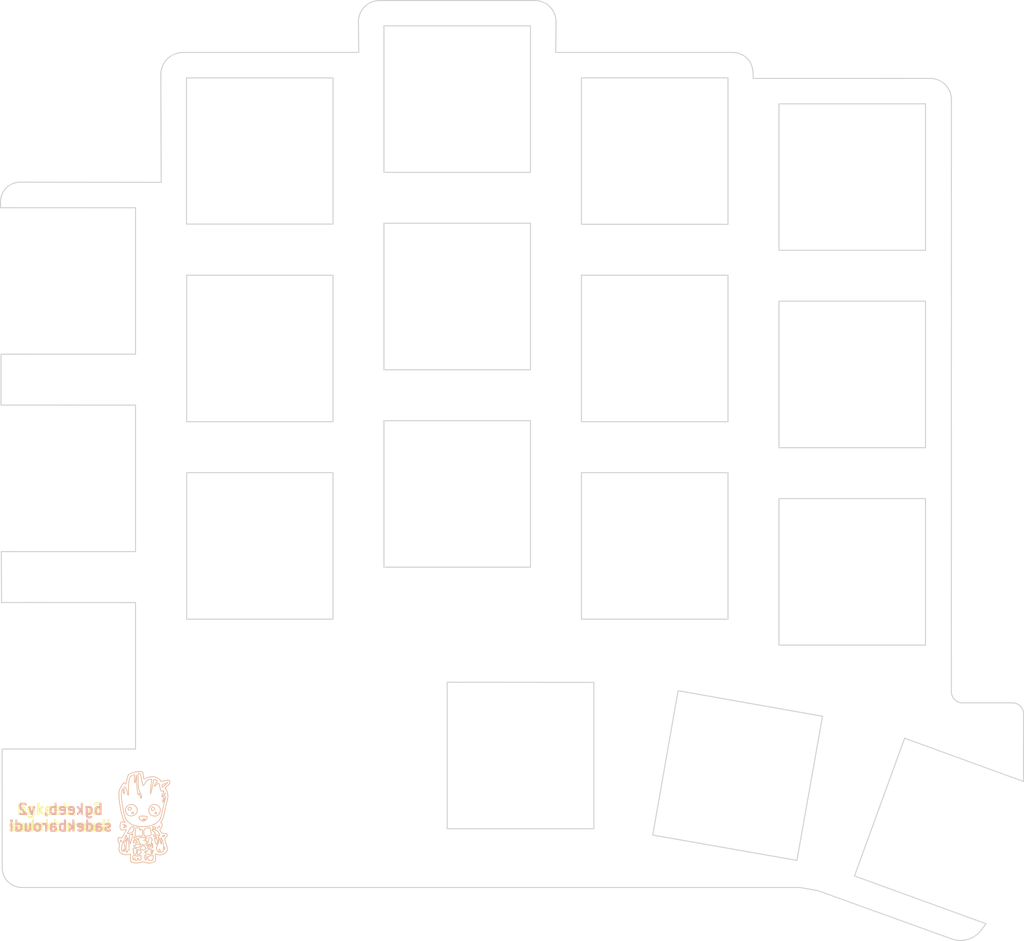
<source format=kicad_pcb>
(kicad_pcb (version 20240108) (generator "pcbnew") (generator_version "8.0")
  (layers (0 "F.Cu" signal) (31 "B.Cu" signal) (34 "B.Paste" user) (35 "F.Paste" user) (36 "B.SilkS" user "B.Silkscreen") (37 "F.SilkS" user "F.Silkscreen") (38 "B.Mask" user) (39 "F.Mask" user) (44 "Edge.Cuts" user))
  (net 0 "")
  (footprint "MountingHole:MountingHole_2.2mm_M2" (layer "F.Cu") (at 138.994593 97.716404)
    (property "Reference" "" (at 0 -4.2 0) (layer "F.SilkS"))
    (property "Value" "MountingHole_2.2mm_M2")
    (pad "" np_thru_hole circle (at 0 0) (size 2.2 2.2) (drill 2.2) (layers "*.Cu" "*.Mask"))
  )
  (footprint "MountingHole:MountingHole_2.2mm_M2" (layer "F.Cu") (at 72.954593 94.668404)
    (property "Reference" "" (at 0 -4.2 0) (layer "F.SilkS"))
    (property "Value" "MountingHole_2.2mm_M2")
    (pad "" np_thru_hole circle (at 0 0) (size 2.2 2.2) (drill 2.2) (layers "*.Cu" "*.Mask"))
  )
  (footprint "MountingHole:MountingHole_2.2mm_M2" (layer "F.Cu") (at 70.668593 56.822404)
    (property "Reference" "" (at 0 -4.2 0) (layer "F.SilkS"))
    (property "Value" "MountingHole_2.2mm_M2")
    (pad "" np_thru_hole circle (at 0 0) (size 2.2 2.2) (drill 2.2) (layers "*.Cu" "*.Mask"))
  )
  (footprint "MountingHole:MountingHole_2.2mm_M2" (layer "F.Cu") (at 127.564593 55.552404)
    (property "Reference" "" (at 0 -4.2 0) (layer "F.SilkS"))
    (property "Value" "MountingHole_2.2mm_M2")
    (pad "" np_thru_hole circle (at 0 0) (size 2.2 2.2) (drill 2.2) (layers "*.Cu" "*.Mask"))
  )
  (gr_curve (pts (xy 69.151505 112.415974) (xy 69.153745 112.419776) (xy 69.156845 112.422328) (xy 69.161323 112.422666)) (stroke (width 0.0625)) (layer "B.SilkS"))
  (gr_curve (pts (xy 70.779058 106.432211) (xy 70.763015 106.428418) (xy 70.745595 106.426298) (xy 70.729865 106.432656)) (stroke (width 0.0625)) (layer "B.SilkS"))
  (gr_curve (pts (xy 70.259605 111.612849) (xy 70.259605 111.705766) (xy 70.273433 111.798006) (xy 70.28101 111.890478)) (stroke (width 0.0625)) (layer "B.SilkS"))
  (gr_curve (pts (xy 66.699735 111.940688) (xy 66.700283 111.908343) (xy 66.689135 111.875661) (xy 66.668275 111.850766)) (stroke (width 0.0625)) (layer "B.SilkS"))
  (gr_curve (pts (xy 69.86752 106.624293) (xy 69.866063 106.602986) (xy 69.876895 106.583356) (xy 69.885595 106.564506)) (stroke (width 0.0625)) (layer "B.SilkS"))
  (gr_curve (pts (xy 67.206245 108.632353) (xy 67.269838 108.552353) (xy 67.354058 108.488891) (xy 67.448875 108.450636)) (stroke (width 0.0625)) (layer "B.SilkS"))
  (gr_curve (pts (xy 67.210283 111.407041) (xy 67.208928 111.398238) (xy 67.207028 111.388188) (xy 67.19989 111.382406)) (stroke (width 0.0625)) (layer "B.SilkS"))
  (gr_curve (pts (xy 69.649658 113.149046) (xy 69.681245 113.115921) (xy 69.701428 113.073996) (xy 69.718275 113.031938)) (stroke (width 0.0625)) (layer "B.SilkS"))
  (gr_curve (pts (xy 67.863928 112.982849) (xy 67.850645 112.991988) (xy 67.836038 113.002146) (xy 67.830803 113.018108)) (stroke (width 0.0625)) (layer "B.SilkS"))
  (gr_curve (pts (xy 70.874447 111.388318) (xy 70.87299 111.384411) (xy 70.87299 111.379386) (xy 70.867963 111.378708)) (stroke (width 0.0625)) (layer "B.SilkS"))
  (gr_curve (pts (xy 67.922158 112.439411) (xy 67.9776 112.483136) (xy 68.043173 112.511468) (xy 68.109213 112.535323)) (stroke (width 0.0625)) (layer "B.SilkS"))
  (gr_curve (pts (xy 70.065283 112.246313) (xy 70.082913 112.243526) (xy 70.09752 112.231598) (xy 70.107443 112.217198)) (stroke (width 0.0625)) (layer "B.SilkS"))
  (gr_curve (pts (xy 70.725515 108.161626) (xy 70.71838 108.171443) (xy 70.71036 108.183136) (xy 70.69752 108.185271)) (stroke (width 0.0625)) (layer "B.SilkS"))
  (gr_curve (pts (xy 68.296713 112.796676) (xy 68.26963 112.846208) (xy 68.259475 112.902433) (xy 68.249213 112.957198)) (stroke (width 0.0625)) (layer "B.SilkS"))
  (gr_curve (pts (xy 66.517573 108.145661) (xy 66.495048 107.956051) (xy 66.477183 107.765636) (xy 66.469708 107.574671)) (stroke (width 0.0625)) (layer "B.SilkS"))
  (gr_curve (pts (xy 70.178615 111.879098) (xy 70.160438 111.823996) (xy 70.122625 111.775713) (xy 70.073328 111.745036)) (stroke (width 0.0625)) (layer "B.SilkS"))
  (gr_curve (pts (xy 68.905543 112.295843) (xy 68.947808 112.296391) (xy 68.992208 112.288266) (xy 69.026583 112.262146)) (stroke (width 0.0625)) (layer "B.SilkS"))
  (gr_curve (pts (xy 69.23588 112.579176) (xy 69.232703 112.594228) (xy 69.23127 112.611756) (xy 69.24062 112.624906)) (stroke (width 0.0625)) (layer "B.SilkS"))
  (gr_curve (pts (xy 68.508563 112.175141) (xy 68.568563 112.212301) (xy 68.6345 112.239073) (xy 68.701635 112.259933)) (stroke (width 0.0625)) (layer "B.SilkS"))
  (gr_curve (pts (xy 68.093278 112.663501) (xy 68.048433 112.630271) (xy 67.998328 112.600921) (xy 67.94234 112.592563)) (stroke (width 0.0625)) (layer "B.SilkS"))
  (gr_curve (pts (xy 70.50075 111.642978) (xy 70.489163 111.667616) (xy 70.49273 111.695608) (xy 70.49463 111.721833)) (stroke (width 0.0625)) (layer "B.SilkS"))
  (gr_curve (pts (xy 66.80325 106.930608) (xy 66.782833 106.944646) (xy 66.769553 106.966626) (xy 66.757495 106.987823)) (stroke (width 0.0625)) (layer "B.SilkS"))
  (gr_curve (pts (xy 70.448563 112.955428) (xy 70.449345 112.972483) (xy 70.450803 112.991338) (xy 70.462158 113.004828)) (stroke (width 0.0625)) (layer "B.SilkS"))
  (gr_curve (pts (xy 66.821975 113.179853) (xy 66.773563 113.161988) (xy 66.72838 113.136573) (xy 66.68601 113.107458)) (stroke (width 0.0625)) (layer "B.SilkS"))
  (gr_curve (pts (xy 68.519033 112.398813) (xy 68.529083 112.385193) (xy 68.53911 112.369906) (xy 68.540125 112.352616)) (stroke (width 0.0625)) (layer "B.SilkS"))
  (gr_curve (pts (xy 70.11536 106.238231) (xy 70.12864 106.216926) (xy 70.142703 106.195846) (xy 70.152418 106.172643)) (stroke (width 0.0625)) (layer "B.SilkS"))
  (gr_curve (pts (xy 68.97002 113.286261) (xy 68.9651 113.290166) (xy 68.960543 113.294281) (xy 68.958408 113.300426)) (stroke (width 0.0625)) (layer "B.SilkS"))
  (gr_curve (pts (xy 68.200698 111.834828) (xy 68.21674 111.822328) (xy 68.22825 111.804488) (xy 68.237053 111.786313)) (stroke (width 0.0625)) (layer "B.SilkS"))
  (gr_curve (pts (xy 68.824995 105.728913) (xy 68.83437 105.800751) (xy 68.843745 105.872698) (xy 68.859813 105.943306)) (stroke (width 0.0625)) (layer "B.SilkS"))
  (gr_curve (pts (xy 66.878303 110.313343) (xy 66.872053 110.311988) (xy 66.866038 110.310766) (xy 66.859683 110.311781)) (stroke (width 0.0625)) (layer "B.SilkS"))
  (gr_curve (pts (xy 67.9439 112.350166) (xy 67.92674 112.352511) (xy 67.908095 112.355741) (xy 67.894838 112.367796)) (stroke (width 0.0625)) (layer "B.SilkS"))
  (gr_curve (pts (xy 69.161323 112.422666) (xy 69.171245 112.425348) (xy 69.181063 112.419881) (xy 69.18976 112.415766)) (stroke (width 0.0625)) (layer "B.SilkS"))
  (gr_curve (pts (xy 71.030048 106.427751) (xy 71.075333 106.386256) (xy 71.120515 106.344648) (xy 71.162678 106.299916)) (stroke (width 0.0625)) (layer "B.SilkS"))
  (gr_curve (pts (xy 67.875855 114.014776) (xy 67.822653 114.005506) (xy 67.770125 113.991233) (xy 67.719813 113.971261)) (stroke (width 0.0625)) (layer "B.SilkS"))
  (gr_curve (pts (xy 70.647783 111.870401) (xy 70.624917 111.814411) (xy 70.600933 111.758761) (xy 70.57148 111.705871)) (stroke (width 0.0625)) (layer "B.SilkS"))
  (gr_curve (pts (xy 68.074865 110.721053) (xy 68.058015 110.786183) (xy 68.05312 110.853448) (xy 68.045515 110.920036)) (stroke (width 0.0625)) (layer "B.SilkS"))
  (gr_curve (pts (xy 67.015178 110.047978) (xy 66.987625 109.996339) (xy 66.95549 109.947459) (xy 66.926948 109.896598)) (stroke (width 0.0625)) (layer "B.SilkS"))
  (gr_curve (pts (xy 70.226922 110.677433) (xy 70.26351 110.656911) (xy 70.294395 110.627796) (xy 70.323408 110.597901)) (stroke (width 0.0625)) (layer "B.SilkS"))
  (gr_curve (pts (xy 67.30989 111.132198) (xy 67.30252 111.150948) (xy 67.295385 111.170688) (xy 67.296818 111.191103)) (stroke (width 0.0625)) (layer "B.SilkS"))
  (gr_curve (pts (xy 69.08536 111.784308) (xy 69.082443 111.779281) (xy 69.075438 111.779934) (xy 69.07062 111.777483)) (stroke (width 0.0625)) (layer "B.SilkS"))
  (gr_curve (pts (xy 68.715803 111.414958) (xy 68.74838 111.381728) (xy 68.763328 111.333996) (xy 68.761323 111.287928)) (stroke (width 0.0625)) (layer "B.SilkS"))
  (gr_curve (pts (xy 70.71739 112.101521) (xy 70.702312 112.022328) (xy 70.678668 111.944803) (xy 70.647783 111.870401)) (stroke (width 0.0625)) (layer "B.SilkS"))
  (gr_curve (pts (xy 71.174058 107.521001) (xy 71.18075 107.654983) (xy 71.168145 107.789488) (xy 71.140933 107.920791)) (stroke (width 0.0625)) (layer "B.SilkS"))
  (gr_curve (pts (xy 68.556403 105.573976) (xy 68.548145 105.545533) (xy 68.539005 105.516976) (xy 68.5245 105.490876)) (stroke (width 0.0625)) (layer "B.SilkS"))
  (gr_curve (pts (xy 69.512235 107.380011) (xy 69.506895 107.381363) (xy 69.50075 107.379358) (xy 69.496505 107.376001)) (stroke (width 0.0625)) (layer "B.SilkS"))
  (gr_curve (pts (xy 67.798015 109.308188) (xy 67.815855 109.307641) (xy 67.834033 109.299386) (xy 67.843408 109.283656)) (stroke (width 0.0625)) (layer "B.SilkS"))
  (gr_curve (pts (xy 67.79411 111.243866) (xy 67.793198 111.235478) (xy 67.79187 111.226131) (xy 67.786505 111.219541)) (stroke (width 0.0625)) (layer "B.SilkS"))
  (gr_curve (pts (xy 68.172365 112.919386) (xy 68.18161 112.881338) (xy 68.190645 112.842746) (xy 68.19187 112.803371)) (stroke (width 0.0625)) (layer "B.SilkS"))
  (gr_curve (pts (xy 66.752365 111.602926) (xy 66.785828 111.571026) (xy 66.808928 111.530531) (xy 66.83312 111.491496)) (stroke (width 0.0625)) (layer "B.SilkS"))
  (gr_curve (pts (xy 66.757495 106.987823) (xy 66.72984 107.039358) (xy 66.720125 107.097926) (xy 66.711323 107.155141)) (stroke (width 0.0625)) (layer "B.SilkS"))
  (gr_curve (pts (xy 66.995985 106.702933) (xy 66.990178 106.703156) (xy 66.984058 106.704828) (xy 66.980933 106.709958)) (stroke (width 0.0625)) (layer "B.SilkS"))
  (gr_curve (pts (xy 70.891298 111.821001) (xy 70.90825 111.903996) (xy 70.935465 111.984411) (xy 70.960673 112.065166)) (stroke (width 0.0625)) (layer "B.SilkS"))
  (gr_curve (pts (xy 69.2451 113.599256) (xy 69.255697 113.635843) (xy 69.270645 113.671546) (xy 69.291375 113.703656)) (stroke (width 0.0625)) (layer "B.SilkS"))
  (gr_curve (pts (xy 70.544708 106.208113) (xy 70.573588 106.200753) (xy 70.597808 106.182461) (xy 70.62101 106.164611)) (stroke (width 0.0625)) (layer "B.SilkS"))
  (gr_curve (pts (xy 70.336115 111.410738) (xy 70.350177 111.413291) (xy 70.365332 111.416416) (xy 70.379293 111.411728)) (stroke (width 0.0625)) (layer "B.SilkS"))
  (gr_curve (pts (xy 70.198015 105.882513) (xy 70.273433 105.925233) (xy 70.346375 105.972866) (xy 70.412313 106.029418)) (stroke (width 0.0625)) (layer "B.SilkS"))
  (gr_curve (pts (xy 68.116923 110.657458) (xy 68.093823 110.670738) (xy 68.08088 110.695948) (xy 68.074865 110.721053)) (stroke (width 0.0625)) (layer "B.SilkS"))
  (gr_curve (pts (xy 70.43273 112.814411) (xy 70.4451 112.860271) (xy 70.44812 112.908006) (xy 70.448563 112.955428)) (stroke (width 0.0625)) (layer "B.SilkS"))
  (gr_curve (pts (xy 67.004813 112.912926) (xy 67.022418 112.870193) (xy 67.025673 112.823448) (xy 67.029345 112.777823)) (stroke (width 0.0625)) (layer "B.SilkS"))
  (gr_curve (pts (xy 69.553068 112.966781) (xy 69.552962 112.902328) (xy 69.566558 112.838838) (xy 69.571038 112.774723)) (stroke (width 0.0625)) (layer "B.SilkS"))
  (gr_curve (pts (xy 66.759058 112.869516) (xy 66.777913 112.895738) (xy 66.803015 112.919621) (xy 66.834918 112.927876)) (stroke (width 0.0625)) (layer "B.SilkS"))
  (gr_curve (pts (xy 67.664605 108.786051) (xy 67.65377 108.752823) (xy 67.629005 108.726366) (xy 67.602573 108.704516)) (stroke (width 0.0625)) (layer "B.SilkS"))
  (gr_curve (pts (xy 67.026765 112.562433) (xy 67.01786 112.422771) (xy 67.001895 112.283343) (xy 66.973355 112.146156)) (stroke (width 0.0625)) (layer "B.SilkS"))
  (gr_curve (pts (xy 68.778928 109.904958) (xy 68.826688 109.918813) (xy 68.878668 109.912433) (xy 68.924163 109.893814)) (stroke (width 0.0625)) (layer "B.SilkS"))
  (gr_curve (pts (xy 66.716895 109.267483) (xy 66.670385 109.076183) (xy 66.631453 108.883213) (xy 66.597653 108.689333)) (stroke (width 0.0625)) (layer "B.SilkS"))
  (gr_curve (pts (xy 67.826453 113.321963) (xy 67.806583 113.344386) (xy 67.802365 113.375376) (xy 67.799683 113.404176)) (stroke (width 0.0625)) (layer "B.SilkS"))
  (gr_curve (pts (xy 70.702105 111.517041) (xy 70.74338 111.515011) (xy 70.782183 111.495506) (xy 70.81364 111.469516)) (stroke (width 0.0625)) (layer "B.SilkS"))
  (gr_curve (pts (xy 66.512105 107.023838) (xy 66.537418 106.950113) (xy 66.570333 106.879176) (xy 66.605698 106.809801)) (stroke (width 0.0625)) (layer "B.SilkS"))
  (gr_curve (pts (xy 66.605698 106.809801) (xy 66.645283 106.732381) (xy 66.688458 106.656753) (xy 66.735073 106.583468)) (stroke (width 0.0625)) (layer "B.SilkS"))
  (gr_curve (pts (xy 70.77984 107.696131) (xy 70.80049 107.635348) (xy 70.82247 107.574671) (xy 70.852365 107.517771)) (stroke (width 0.0625)) (layer "B.SilkS"))
  (gr_curve (pts (xy 67.344788 112.779959) (xy 67.34825 112.775608) (xy 67.352495 112.770688) (xy 67.357833 112.769256)) (stroke (width 0.0625)) (layer "B.SilkS"))
  (gr_curve (pts (xy 69.53187 111.573813) (xy 69.51937 111.568108) (xy 69.504995 111.567901) (xy 69.49161 111.569333)) (stroke (width 0.0625)) (layer "B.SilkS"))
  (gr_curve (pts (xy 69.800255 109.511313) (xy 69.750725 109.505088) (xy 69.700985 109.497276) (xy 69.653458 109.481208)) (stroke (width 0.0625)) (layer "B.SilkS"))
  (gr_curve (pts (xy 67.855463 111.989751) (xy 67.851088 112.013968) (xy 67.845515 112.038733) (xy 67.849083 112.063266)) (stroke (width 0.0625)) (layer "B.SilkS"))
  (gr_line (start 68.200803 110.644309) (end 68.200803 110.644309) (stroke (width 0.0625)) (layer "B.SilkS"))
  (gr_curve (pts (xy 70.81364 111.469516) (xy 70.835178 111.451001) (xy 70.853928 111.428916) (xy 70.869083 111.404829)) (stroke (width 0.0625)) (layer "B.SilkS"))
  (gr_line (start 68.940333 109.782041) (end 68.940333 109.782041) (stroke (width 0.0625)) (layer "B.SilkS"))
  (gr_curve (pts (xy 68.849448 111.852121) (xy 68.8539 111.840296) (xy 68.86562 111.833161) (xy 68.876428 111.828031)) (stroke (width 0.0625)) (layer "B.SilkS"))
  (gr_curve (pts (xy 70.932885 106.849958) (xy 70.944058 106.886756) (xy 70.965567 106.919228) (xy 70.98609 106.951338)) (stroke (width 0.0625)) (layer "B.SilkS"))
  (gr_curve (pts (xy 68.069735 112.338238) (xy 68.028798 112.350608) (xy 67.985725 112.344256) (xy 67.9439 112.350166)) (stroke (width 0.0625)) (layer "B.SilkS"))
  (gr_curve (pts (xy 66.897833 111.941366) (xy 66.88812 111.947718) (xy 66.883668 111.958863) (xy 66.877653 111.968343)) (stroke (width 0.0625)) (layer "B.SilkS"))
  (gr_curve (pts (xy 66.852548 107.015376) (xy 66.847755 106.990063) (xy 66.843173 106.964281) (xy 66.83325 106.940296)) (stroke (width 0.0625)) (layer "B.SilkS"))
  (gr_curve (pts (xy 68.225125 106.938526) (xy 68.20726 106.764828) (xy 68.193432 106.590941) (xy 68.181715 106.416818)) (stroke (width 0.0625)) (layer "B.SilkS"))
  (gr_curve (pts (xy 69.088043 111.792223) (xy 69.092053 111.790426) (xy 69.086245 111.786859) (xy 69.08536 111.784308)) (stroke (width 0.0625)) (layer "B.SilkS"))
  (gr_curve (pts (xy 68.47398 113.325088) (xy 68.458693 113.341808) (xy 68.43515 113.345376) (xy 68.413953 113.349386)) (stroke (width 0.0625)) (layer "B.SilkS"))
  (gr_curve (pts (xy 68.898068 111.896391) (xy 68.881115 111.891051) (xy 68.863145 111.884699) (xy 68.85122 111.870973)) (stroke (width 0.0625)) (layer "B.SilkS"))
  (gr_curve (pts (xy 66.863798 112.925843) (xy 66.876088 112.919828) (xy 66.880438 112.905766) (xy 66.884995 112.893943)) (stroke (width 0.0625)) (layer "B.SilkS"))
  (gr_curve (pts (xy 67.392548 107.004098) (xy 67.39489 107.121781) (xy 67.396663 107.239568) (xy 67.388953 107.357146)) (stroke (width 0.0625)) (layer "B.SilkS"))
  (gr_curve (pts (xy 67.799683 113.404176) (xy 67.794658 113.455478) (xy 67.7951 113.507223) (xy 67.797105 113.558761)) (stroke (width 0.0625)) (layer "B.SilkS"))
  (gr_curve (pts (xy 68.413953 113.349386) (xy 68.357418 113.358863) (xy 68.299735 113.359203) (xy 68.24252 113.358863)) (stroke (width 0.0625)) (layer "B.SilkS"))
  (gr_curve (pts (xy 68.39187 111.638396) (xy 68.374033 111.657458) (xy 68.364658 111.682796) (xy 68.361428 111.708343)) (stroke (width 0.0625)) (layer "B.SilkS"))
  (gr_curve (pts (xy 68.001793 111.885478) (xy 67.977495 111.877666) (xy 67.95273 111.869516) (xy 67.927053 111.867718)) (stroke (width 0.0625)) (layer "B.SilkS"))
  (gr_curve (pts (xy 69.690048 112.173708) (xy 69.685908 112.165558) (xy 69.680125 112.157876) (xy 69.671428 112.154281)) (stroke (width 0.0625)) (layer "B.SilkS"))
  (gr_curve (pts (xy 70.97148 107.734853) (xy 70.974395 107.721911) (xy 70.978745 107.708866) (xy 70.97851 107.695478)) (stroke (width 0.0625)) (layer "B.SilkS"))
  (gr_curve (pts (xy 67.436923 105.528243) (xy 67.530073 105.462321) (xy 67.634265 105.413463) (xy 67.741558 105.375648)) (stroke (width 0.0625)) (layer "B.SilkS"))
  (gr_curve (pts (xy 66.386403 111.841416) (xy 66.378485 111.785296) (xy 66.37489 111.727641) (xy 66.384708 111.671521)) (stroke (width 0.0625)) (layer "B.SilkS"))
  (gr_curve (pts (xy 67.71614 111.082121) (xy 67.759528 111.061703) (xy 67.802573 111.036496) (xy 67.831923 110.997458)) (stroke (width 0.0625)) (layer "B.SilkS"))
  (gr_curve (pts (xy 70.526533 111.642848) (xy 70.522078 111.638943) (xy 70.51661 111.635271) (xy 70.510568 111.635608)) (stroke (width 0.0625)) (layer "B.SilkS"))
  (gr_curve (pts (xy 68.364318 107.351468) (xy 68.351713 107.380921) (xy 68.35851 107.413708) (xy 68.353068 107.444491)) (stroke (width 0.0625)) (layer "B.SilkS"))
  (gr_curve (pts (xy 68.80872 106.579451) (xy 68.78463 106.551341) (xy 68.773355 106.515423) (xy 68.761663 106.480956)) (stroke (width 0.0625)) (layer "B.SilkS"))
  (gr_curve (pts (xy 70.835725 113.143813) (xy 70.725073 113.206496) (xy 70.600933 113.244541) (xy 70.474553 113.257381)) (stroke (width 0.0625)) (layer "B.SilkS"))
  (gr_line (start 68.404033 105.436106) (end 68.404033 105.436106) (stroke (width 0.0625)) (layer "B.SilkS"))
  (gr_curve (pts (xy 67.053433 106.731703) (xy 67.036923 106.717876) (xy 67.01752 106.706053) (xy 66.995985 106.702933)) (stroke (width 0.0625)) (layer "B.SilkS"))
  (gr_curve (pts (xy 67.165543 110.579698) (xy 67.179708 110.565323) (xy 67.18997 110.545791) (xy 67.18885 110.525166)) (stroke (width 0.0625)) (layer "B.SilkS"))
  (gr_line (start 66.859683 110.311781) (end 66.859683 110.311781) (stroke (width 0.0625)) (layer "B.SilkS"))
  (gr_curve (pts (xy 69.594345 113.070973) (xy 69.590203 113.074541) (xy 69.584865 113.073656) (xy 69.580073 113.072536)) (stroke (width 0.0625)) (layer "B.SilkS"))
  (gr_curve (pts (xy 69.152625 109.569098) (xy 69.167678 109.581703) (xy 69.171793 109.602121) (xy 69.175933 109.620426)) (stroke (width 0.0625)) (layer "B.SilkS"))
  (gr_curve (pts (xy 68.22635 113.125296) (xy 68.225333 113.149828) (xy 68.223563 113.175948) (xy 68.234708 113.198578)) (stroke (width 0.0625)) (layer "B.SilkS"))
  (gr_curve (pts (xy 68.357625 113.694958) (xy 68.37312 113.728656) (xy 68.3926 113.762016) (xy 68.422105 113.785323)) (stroke (width 0.0625)) (layer "B.SilkS"))
  (gr_curve (pts (xy 66.926948 109.896598) (xy 66.889135 109.825113) (xy 66.86002 109.749358) (xy 66.83325 109.673188)) (stroke (width 0.0625)) (layer "B.SilkS"))
  (gr_curve (pts (xy 67.265595 110.002121) (xy 67.339995 110.085453) (xy 67.427783 110.155608) (xy 67.518145 110.220766)) (stroke (width 0.0625)) (layer "B.SilkS"))
  (gr_curve (pts (xy 70.969265 106.136391) (xy 70.984423 106.132933) (xy 70.999265 106.126351) (xy 71.010308 106.114973)) (stroke (width 0.0625)) (layer "B.SilkS"))
  (gr_curve (pts (xy 69.281558 111.441963) (xy 69.348485 111.431598) (xy 69.415413 111.418761) (xy 69.47989 111.397223)) (stroke (width 0.0625)) (layer "B.SilkS"))
  (gr_curve (pts (xy 69.999578 105.784911) (xy 70.06773 105.813021) (xy 70.133433 105.846818) (xy 70.198015 105.882513)) (stroke (width 0.0625)) (layer "B.SilkS"))
  (gr_curve (pts (xy 68.668275 105.253061) (xy 68.698953 105.261316) (xy 68.729187 105.278268) (xy 68.74536 105.306601)) (stroke (width 0.0625)) (layer "B.SilkS"))
  (gr_curve (pts (xy 67.535203 110.732406) (xy 67.48825 110.805376) (xy 67.445073 110.880661) (xy 67.401115 110.955401)) (stroke (width 0.0625)) (layer "B.SilkS"))
  (gr_curve (pts (xy 68.55049 112.562093) (xy 68.536428 112.583526) (xy 68.52148 112.605376) (xy 68.514788 112.630376)) (stroke (width 0.0625)) (layer "B.SilkS"))
  (gr_curve (pts (xy 67.684448 108.406131) (xy 67.790855 108.408683) (xy 67.896845 108.443603) (xy 67.981715 108.508188)) (stroke (width 0.0625)) (layer "B.SilkS"))
  (gr_curve (pts (xy 67.56286 111.291026) (xy 67.541895 111.293501) (xy 67.523278 111.306546) (xy 67.511323 111.323733)) (stroke (width 0.0625)) (layer "B.SilkS"))
  (gr_curve (pts (xy 68.883225 111.270948) (xy 68.893043 111.323733) (xy 68.901975 111.377041) (xy 68.920255 111.427693)) (stroke (width 0.0625)) (layer "B.SilkS"))
  (gr_curve (pts (xy 67.722495 111.273526) (xy 67.699058 111.296391) (xy 67.665048 111.308448) (xy 67.632573 111.303188)) (stroke (width 0.0625)) (layer "B.SilkS"))
  (gr_curve (pts (xy 69.562783 107.245608) (xy 69.551505 107.286546) (xy 69.541583 107.328136) (xy 69.5245 107.367198)) (stroke (width 0.0625)) (layer "B.SilkS"))
  (gr_curve (pts (xy 69.750828 113.304438) (xy 69.74648 113.297068) (xy 69.740568 113.289723) (xy 69.731765 113.288058)) (stroke (width 0.0625)) (layer "B.SilkS"))
  (gr_curve (pts (xy 69.210958 112.198241) (xy 69.185958 112.252563) (xy 69.161323 112.307666) (xy 69.149083 112.366443)) (stroke (width 0.0625)) (layer "B.SilkS"))
  (gr_curve (pts (xy 68.536115 107.693786) (xy 68.51747 107.644151) (xy 68.505308 107.592511) (xy 68.491818 107.541313)) (stroke (width 0.0625)) (layer "B.SilkS"))
  (gr_curve (pts (xy 70.191793 110.648968) (xy 70.186323 110.659126) (xy 70.179735 110.669828) (xy 70.180073 110.681651)) (stroke (width 0.0625)) (layer "B.SilkS"))
  (gr_curve (pts (xy 66.973355 112.146156) (xy 66.962078 112.093838) (xy 66.949813 112.041416) (xy 66.931845 111.990766)) (stroke (width 0.0625)) (layer "B.SilkS"))
  (gr_curve (pts (xy 66.617625 110.203813) (xy 66.631245 110.169228) (xy 66.64898 110.134308) (xy 66.678745 110.110896)) (stroke (width 0.0625)) (layer "B.SilkS"))
  (gr_curve (pts (xy 70.018538 106.373873) (xy 70.05247 106.329813) (xy 70.084918 106.284636) (xy 70.11536 106.238231)) (stroke (width 0.0625)) (layer "B.SilkS"))
  (gr_line (start 68.353275 112.755193) (end 68.353275 112.755193) (stroke (width 0.0625)) (layer "B.SilkS"))
  (gr_curve (pts (xy 68.761323 111.287928) (xy 68.760307 111.253448) (xy 68.75049 111.220088) (xy 68.739005 111.187848)) (stroke (width 0.0625)) (layer "B.SilkS"))
  (gr_curve (pts (xy 69.636948 112.209621) (xy 69.621895 112.273213) (xy 69.61989 112.339021) (xy 69.621453 112.404046)) (stroke (width 0.0625)) (layer "B.SilkS"))
  (gr_curve (pts (xy 67.307313 111.209491) (xy 67.324605 111.218968) (xy 67.34536 111.216416) (xy 67.36364 111.211626)) (stroke (width 0.0625)) (layer "B.SilkS"))
  (gr_curve (pts (xy 70.60963 107.664671) (xy 70.597573 107.649516) (xy 70.594683 107.629203) (xy 70.594918 107.610348)) (stroke (width 0.0625)) (layer "B.SilkS"))
  (gr_curve (pts (xy 67.205908 111.492483) (xy 67.2095 111.464151) (xy 67.212938 111.435478) (xy 67.210283 111.407041)) (stroke (width 0.0625)) (layer "B.SilkS"))
  (gr_curve (pts (xy 66.910645 110.862926) (xy 66.854215 110.875088) (xy 66.795203 110.883786) (xy 66.73799 110.871391)) (stroke (width 0.0625)) (layer "B.SilkS"))
  (gr_curve (pts (xy 69.571245 111.634386) (xy 69.5689 111.609621) (xy 69.555645 111.583969) (xy 69.53187 111.573813)) (stroke (width 0.0625)) (layer "B.SilkS"))
  (gr_curve (pts (xy 68.423668 112.497171) (xy 68.457365 112.466286) (xy 68.490697 112.434723) (xy 68.519033 112.398813)) (stroke (width 0.0625)) (layer "B.SilkS"))
  (gr_curve (pts (xy 70.732443 112.886468) (xy 70.7389 112.752068) (xy 70.742158 112.617434) (xy 70.74372 112.482901)) (stroke (width 0.0625)) (layer "B.SilkS"))
  (gr_curve (pts (xy 68.761533 112.378943) (xy 68.720725 112.379723) (xy 68.681663 112.399463) (xy 68.653798 112.428708)) (stroke (width 0.0625)) (layer "B.SilkS"))
  (gr_curve (pts (xy 69.6745 112.586651) (xy 69.686428 112.578838) (xy 69.691505 112.564671) (xy 69.696505 112.551963)) (stroke (width 0.0625)) (layer "B.SilkS"))
  (gr_curve (pts (xy 70.678563 106.724803) (xy 70.721298 106.695793) (xy 70.760437 106.661886) (xy 70.800255 106.628978)) (stroke (width 0.0625)) (layer "B.SilkS"))
  (gr_curve (pts (xy 70.370595 110.477641) (xy 70.33622 110.491468) (xy 70.3089 110.517458) (xy 70.282025 110.542016)) (stroke (width 0.0625)) (layer "B.SilkS"))
  (gr_curve (pts (xy 68.305543 105.748098) (xy 68.307653 105.893333) (xy 68.313693 106.038453) (xy 68.31825 106.183576)) (stroke (width 0.0625)) (layer "B.SilkS"))
  (gr_curve (pts (xy 69.10299 113.376833) (xy 69.089708 113.348943) (xy 69.069058 113.324621) (xy 69.043538 113.307353)) (stroke (width 0.0625)) (layer "B.SilkS"))
  (gr_curve (pts (xy 68.24252 113.358863) (xy 68.148485 113.357536) (xy 68.054448 113.349386) (xy 67.961533 113.334333)) (stroke (width 0.0625)) (layer "B.SilkS"))
  (gr_curve (pts (xy 69.676663 110.804801) (xy 69.667078 110.817536) (xy 69.6645 110.834828) (xy 69.667963 110.850218)) (stroke (width 0.0625)) (layer "B.SilkS"))
  (gr_curve (pts (xy 70.576845 109.351468) (xy 70.61286 109.208916) (xy 70.645203 109.065478) (xy 70.67489 108.921363)) (stroke (width 0.0625)) (layer "B.SilkS"))
  (gr_curve (pts (xy 69.467078 110.719933) (xy 69.456792 110.697276) (xy 69.442183 110.674751) (xy 69.419215 110.663473)) (stroke (width 0.0625)) (layer "B.SilkS"))
  (gr_line (start 66.898278 111.941363) (end 66.897938 111.941363) (stroke (width 0.0625)) (layer "B.SilkS"))
  (gr_curve (pts (xy 69.47989 111.397223) (xy 69.50364 111.388761) (xy 69.528303 111.380271) (xy 69.547832 111.363891)) (stroke (width 0.0625)) (layer "B.SilkS"))
  (gr_curve (pts (xy 67.19989 111.382406) (xy 67.193198 111.378161) (xy 67.184943 111.375583) (xy 67.17726 111.378603)) (stroke (width 0.0625)) (layer "B.SilkS"))
  (gr_curve (pts (xy 69.043538 113.307353) (xy 69.026453 113.295296) (xy 69.0076 113.283371) (xy 68.986193 113.281808)) (stroke (width 0.0625)) (layer "B.SilkS"))
  (gr_curve (pts (xy 69.617208 106.050391) (xy 69.617885 106.038008) (xy 69.621115 106.025403) (xy 69.619215 106.013133)) (stroke (width 0.0625)) (layer "B.SilkS"))
  (gr_curve (pts (xy 69.891505 108.815166) (xy 69.88502 108.767978) (xy 69.8576 108.724256) (xy 69.81799 108.697718)) (stroke (width 0.0625)) (layer "B.SilkS"))
  (gr_curve (pts (xy 70.381845 110.476313) (xy 70.377938 110.475973) (xy 70.37437 110.476416) (xy 70.370595 110.477641)) (stroke (width 0.0625)) (layer "B.SilkS"))
  (gr_curve (pts (xy 70.69752 108.185271) (xy 70.692625 108.187171) (xy 70.69161 108.180141) (xy 70.688823 108.177353)) (stroke (width 0.0625)) (layer "B.SilkS"))
  (gr_curve (pts (xy 68.013615 113.606051) (xy 68.015855 113.635166) (xy 68.014525 113.664723) (xy 68.02088 113.693526)) (stroke (width 0.0625)) (layer "B.SilkS"))
  (gr_curve (pts (xy 70.418563 110.886678) (xy 70.434163 110.935088) (xy 70.462158 110.978031) (xy 70.486818 111.022223)) (stroke (width 0.0625)) (layer "B.SilkS"))
  (gr_curve (pts (xy 66.83325 106.940296) (xy 66.83002 106.933838) (xy 66.825673 106.926131) (xy 66.817625 106.925688)) (stroke (width 0.0625)) (layer "B.SilkS"))
  (gr_curve (pts (xy 67.537 109.502613) (xy 67.475413 109.493708) (xy 67.413615 109.477406) (xy 67.360413 109.444073)) (stroke (width 0.0625)) (layer "B.SilkS"))
  (gr_curve (pts (xy 70.998145 106.722353) (xy 70.97372 106.742433) (xy 70.94872 106.764178) (xy 70.93523 106.793501)) (stroke (width 0.0625)) (layer "B.SilkS"))
  (gr_curve (pts (xy 70.106323 111.543813) (xy 70.102105 111.519593) (xy 70.084708 111.500871) (xy 70.06851 111.483684)) (stroke (width 0.0625)) (layer "B.SilkS"))
  (gr_curve (pts (xy 68.474865 113.800376) (xy 68.494708 113.797588) (xy 68.512678 113.786443) (xy 68.525178 113.770818)) (stroke (width 0.0625)) (layer "B.SilkS"))
  (gr_curve (pts (xy 69.110125 105.856523) (xy 69.201245 105.815473) (xy 69.29851 105.789931) (xy 69.396245 105.769518)) (stroke (width 0.0625)) (layer "B.SilkS"))
  (gr_curve (pts (xy 68.76489 111.570453) (xy 68.670958 111.571366) (xy 68.576583 111.575271) (xy 68.484345 111.594438)) (stroke (width 0.0625)) (layer "B.SilkS"))
  (gr_curve (pts (xy 67.513328 112.011626) (xy 67.52338 112.060713) (xy 67.532965 112.110114) (xy 67.547703 112.158083)) (stroke (width 0.0625)) (layer "B.SilkS"))
  (gr_curve (pts (xy 69.817885 111.025011) (xy 69.854787 111.047301) (xy 69.892288 111.071521) (xy 69.918043 111.106886)) (stroke (width 0.0625)) (layer "B.SilkS"))
  (gr_curve (pts (xy 69.718275 113.031938) (xy 69.741245 112.973161) (xy 69.75877 112.911131) (xy 69.760543 112.847563)) (stroke (width 0.0625)) (layer "B.SilkS"))
  (gr_curve (pts (xy 66.639708 110.810166) (xy 66.607808 110.767328) (xy 66.59187 110.714906) (xy 66.584605 110.662588)) (stroke (width 0.0625)) (layer "B.SilkS"))
  (gr_curve (pts (xy 68.747808 109.863473) (xy 68.744135 109.868266) (xy 68.7476 109.873734) (xy 68.748928 109.878761)) (stroke (width 0.0625)) (layer "B.SilkS"))
  (gr_curve (pts (xy 68.58575 112.725531) (xy 68.651558 112.767458) (xy 68.730985 112.783968) (xy 68.80838 112.781728)) (stroke (width 0.0625)) (layer "B.SilkS"))
  (gr_curve (pts (xy 71.36312 106.243811) (xy 71.370255 106.296013) (xy 71.365802 106.351228) (xy 71.341923 106.398971)) (stroke (width 0.0625)) (layer "B.SilkS"))
  (gr_curve (pts (xy 70.462158 113.004828) (xy 70.47398 113.017771) (xy 70.492625 113.020896) (xy 70.509345 113.018891)) (stroke (width 0.0625)) (layer "B.SilkS"))
  (gr_curve (pts (xy 68.23515 112.209621) (xy 68.209838 112.204828) (xy 68.184187 112.201911) (xy 68.158408 112.202041)) (stroke (width 0.0625)) (layer "B.SilkS"))
  (gr_curve (pts (xy 67.82635 113.711808) (xy 67.831793 113.723083) (xy 67.838485 113.734906) (xy 67.849423 113.741363)) (stroke (width 0.0625)) (layer "B.SilkS"))
  (gr_curve (pts (xy 66.946793 110.108996) (xy 66.972235 110.118031) (xy 66.99687 110.129073) (xy 67.022418 110.137328)) (stroke (width 0.0625)) (layer "B.SilkS"))
  (gr_curve (pts (xy 68.181715 106.416818) (xy 68.171115 106.254853) (xy 68.162548 106.092666) (xy 68.15752 105.930368)) (stroke (width 0.0625)) (layer "B.SilkS"))
  (gr_line (start 70.370595 110.477641) (end 70.370595 110.477641) (stroke (width 0.0625)) (layer "B.SilkS"))
  (gr_curve (pts (xy 70.152418 106.172643) (xy 70.15609 106.164278) (xy 70.154083 106.155021) (xy 70.14984 106.147211)) (stroke (width 0.0625)) (layer "B.SilkS"))
  (gr_curve (pts (xy 66.980933 106.709958) (xy 66.973458 106.720323) (xy 66.97234 106.733396) (xy 66.969995 106.745531)) (stroke (width 0.0625)) (layer "B.SilkS"))
  (gr_curve (pts (xy 67.285463 111.664151) (xy 67.26661 111.729853) (xy 67.25122 111.796573) (xy 67.236038 111.863266)) (stroke (width 0.0625)) (layer "B.SilkS"))
  (gr_curve (pts (xy 68.859813 105.943306) (xy 68.861037 105.947211) (xy 68.86148 105.952118) (xy 68.86372 105.955131)) (stroke (width 0.0625)) (layer "B.SilkS"))
  (gr_curve (pts (xy 68.337443 106.629981) (xy 68.34359 106.721886) (xy 68.351038 106.814151) (xy 68.37036 106.904386)) (stroke (width 0.0625)) (layer "B.SilkS"))
  (gr_curve (pts (xy 68.119475 113.810193) (xy 68.152495 113.807406) (xy 68.182495 113.788108) (xy 68.201845 113.761546)) (stroke (width 0.0625)) (layer "B.SilkS"))
  (gr_curve (pts (xy 67.357833 112.769256) (xy 67.362183 112.769126) (xy 67.366663 112.769021) (xy 67.369553 112.772823)) (stroke (width 0.0625)) (layer "B.SilkS"))
  (gr_line (start 67.766663 110.546363) (end 67.766663 110.546363) (stroke (width 0.0625)) (layer "B.SilkS"))
  (gr_line (start 69.528408 112.695948) (end 69.528408 112.695948) (stroke (width 0.0625)) (layer "B.SilkS"))
  (gr_curve (pts (xy 68.500308 112.822121) (xy 68.467625 112.797354) (xy 68.43226 112.775376) (xy 68.393538 112.761651)) (stroke (width 0.0625)) (layer "B.SilkS"))
  (gr_curve (pts (xy 67.119475 110.950478) (xy 67.133538 110.918031) (xy 67.148485 110.885688) (xy 67.158173 110.851546)) (stroke (width 0.0625)) (layer "B.SilkS"))
  (gr_curve (pts (xy 68.340908 105.451276) (xy 68.32127 105.470351) (xy 68.315568 105.498461) (xy 68.312443 105.524673)) (stroke (width 0.0625)) (layer "B.SilkS"))
  (gr_curve (pts (xy 69.707783 113.748291) (xy 69.73299 113.716496) (xy 69.74247 113.676001) (xy 69.751063 113.637171)) (stroke (width 0.0625)) (layer "B.SilkS"))
  (gr_curve (pts (xy 69.630255 105.739846) (xy 69.6945 105.735718) (xy 69.759213 105.733153) (xy 69.823355 105.739623)) (stroke (width 0.0625)) (layer "B.SilkS"))
  (gr_curve (pts (xy 69.965568 109.314776) (xy 69.983408 109.326833) (xy 70.007625 109.333631) (xy 70.028145 109.324386)) (stroke (width 0.0625)) (layer "B.SilkS"))
  (gr_curve (pts (xy 70.473198 106.100138) (xy 70.489838 106.130703) (xy 70.505673 106.161601) (xy 70.52252 106.191941)) (stroke (width 0.0625)) (layer "B.SilkS"))
  (gr_curve (pts (xy 70.18062 112.048656) (xy 70.193225 111.993108) (xy 70.19635 111.933891) (xy 70.178615 111.879098)) (stroke (width 0.0625)) (layer "B.SilkS"))
  (gr_curve (pts (xy 69.372025 112.378058) (xy 69.350725 112.411286) (xy 69.325178 112.441416) (xy 69.299083 112.470973)) (stroke (width 0.0625)) (layer "B.SilkS"))
  (gr_curve (pts (xy 68.37838 107.333161) (xy 68.37101 107.336286) (xy 68.367442 107.344541) (xy 68.364318 107.351468)) (stroke (width 0.0625)) (layer "B.SilkS"))
  (gr_curve (pts (xy 68.498953 105.241458) (xy 68.555515 105.242239) (xy 68.61286 105.239896) (xy 68.668275 105.253061)) (stroke (width 0.0625)) (layer "B.SilkS"))
  (gr_curve (pts (xy 69.746818 112.793891) (xy 69.743588 112.789983) (xy 69.739345 112.787198) (xy 69.73411 112.787641)) (stroke (width 0.0625)) (layer "B.SilkS"))
  (gr_line (start 69.351845 110.650323) (end 69.351845 110.650323) (stroke (width 0.0625)) (layer "B.SilkS"))
  (gr_curve (pts (xy 67.079318 111.973578) (xy 67.101403 111.954958) (xy 67.1101 111.926416) (xy 67.119578 111.900193)) (stroke (width 0.0625)) (layer "B.SilkS"))
  (gr_curve (pts (xy 70.426583 106.807901) (xy 70.40036 106.701261) (xy 70.37562 106.594176) (xy 70.34549 106.488541)) (stroke (width 0.0625)) (layer "B.SilkS"))
  (gr_curve (pts (xy 69.674658 112.855246) (xy 69.650333 112.914021) (xy 69.648095 112.979723) (xy 69.620438 113.037301)) (stroke (width 0.0625)) (layer "B.SilkS"))
  (gr_curve (pts (xy 68.986193 113.281808) (xy 68.980048 113.280583) (xy 68.97536 113.283813) (xy 68.97002 113.286261)) (stroke (width 0.0625)) (layer "B.SilkS"))
  (gr_curve (pts (xy 69.822572 111.329516) (xy 69.81075 111.326626) (xy 69.79859 111.325063) (xy 69.786428 111.325401)) (stroke (width 0.0625)) (layer "B.SilkS"))
  (gr_curve (pts (xy 70.867963 111.378708) (xy 70.860933 111.375246) (xy 70.852913 111.374933) (xy 70.845202 111.375141)) (stroke (width 0.0625)) (layer "B.SilkS"))
  (gr_curve (pts (xy 68.214395 111.475973) (xy 68.258355 111.484568) (xy 68.30497 111.486131) (xy 68.347938 111.471858)) (stroke (width 0.0625)) (layer "B.SilkS"))
  (gr_curve (pts (xy 70.195463 113.234723) (xy 70.157208 113.223343) (xy 70.120828 113.206496) (xy 70.085595 113.187876)) (stroke (width 0.0625)) (layer "B.SilkS"))
  (gr_curve (pts (xy 67.15773 110.835714) (xy 67.157288 110.830688) (xy 67.150828 110.831468) (xy 67.147235 110.829698)) (stroke (width 0.0625)) (layer "B.SilkS"))
  (gr_curve (pts (xy 69.01062 111.686026) (xy 69.040515 111.667068) (xy 69.077105 111.664593) (xy 69.111558 111.664723)) (stroke (width 0.0625)) (layer "B.SilkS"))
  (gr_curve (pts (xy 68.693953 113.939256) (xy 68.67476 113.949516) (xy 68.658458 113.965246) (xy 68.637288 113.971834)) (stroke (width 0.0625)) (layer "B.SilkS"))
  (gr_curve (pts (xy 66.495828 112.126728) (xy 66.482653 112.105088) (xy 66.464033 112.087041) (xy 66.453095 112.063943)) (stroke (width 0.0625)) (layer "B.SilkS"))
  (gr_curve (pts (xy 70.529865 110.192876) (xy 70.55252 110.209151) (xy 70.57885 110.221313) (xy 70.596245 110.243838)) (stroke (width 0.0625)) (layer "B.SilkS"))
  (gr_curve (pts (xy 66.735073 106.583468) (xy 66.778485 106.515648) (xy 66.824215 106.448943) (xy 66.876635 106.387703)) (stroke (width 0.0625)) (layer "B.SilkS"))
  (gr_curve (pts (xy 69.567783 112.712458) (xy 69.565438 112.707121) (xy 69.562548 112.702199) (xy 69.557313 112.699203)) (stroke (width 0.0625)) (layer "B.SilkS"))
  (gr_curve (pts (xy 67.992548 106.297018) (xy 67.982495 106.254073) (xy 67.97872 106.210013) (xy 67.974918 106.166173)) (stroke (width 0.0625)) (layer "B.SilkS"))
  (gr_curve (pts (xy 67.45187 112.766131) (xy 67.460463 112.702433) (xy 67.457235 112.637953) (xy 67.453875 112.573916)) (stroke (width 0.0625)) (layer "B.SilkS"))
  (gr_curve (pts (xy 67.485463 108.665921) (xy 67.425438 108.671156) (xy 67.369658 108.713656) (xy 67.35114 108.771338)) (stroke (width 0.0625)) (layer "B.SilkS"))
  (gr_line (start 66.897938 111.941363) (end 66.897833 111.941366) (stroke (width 0.0625)) (layer "B.SilkS"))
  (gr_curve (pts (xy 68.992548 111.711233) (xy 68.995125 111.700871) (xy 69.001245 111.691363) (xy 69.01062 111.686026)) (stroke (width 0.0625)) (layer "B.SilkS"))
  (gr_curve (pts (xy 69.751063 113.637171) (xy 69.768563 113.552068) (xy 69.768798 113.464516) (xy 69.764683 113.377954)) (stroke (width 0.0625)) (layer "B.SilkS"))
  (gr_curve (pts (xy 67.18786 113.002588) (xy 67.19252 113.012978) (xy 67.20023 113.022901) (xy 67.211505 113.026468)) (stroke (width 0.0625)) (layer "B.SilkS"))
  (gr_curve (pts (xy 66.968668 112.789881) (xy 66.988173 112.820558) (xy 66.996765 112.856573) (xy 67.000673 112.892381)) (stroke (width 0.0625)) (layer "B.SilkS"))
  (gr_curve (pts (xy 67.046063 110.832926) (xy 67.000333 110.840063) (xy 66.955725 110.852433) (xy 66.910645 110.862926)) (stroke (width 0.0625)) (layer "B.SilkS"))
  (gr_curve (pts (xy 67.934865 111.662276) (xy 67.958303 111.714358) (xy 67.99622 111.758968) (xy 68.040283 111.794881)) (stroke (width 0.0625)) (layer "B.SilkS"))
  (gr_curve (pts (xy 71.125855 111.359751) (xy 71.11515 111.395453) (xy 71.094293 111.426781) (xy 71.073668 111.457353)) (stroke (width 0.0625)) (layer "B.SilkS"))
  (gr_curve (pts (xy 68.237053 111.786313) (xy 68.244293 111.770453) (xy 68.250438 111.752953) (xy 68.246635 111.735426)) (stroke (width 0.0625)) (layer "B.SilkS"))
  (gr_curve (pts (xy 66.479423 112.552511) (xy 66.493823 112.453136) (xy 66.514788 112.354176) (xy 66.518458 112.253578)) (stroke (width 0.0625)) (layer "B.SilkS"))
  (gr_curve (pts (xy 67.202678 106.233438) (xy 67.221533 106.133268) (xy 67.23437 106.031983) (xy 67.25588 105.932151)) (stroke (width 0.0625)) (layer "B.SilkS"))
  (gr_curve (pts (xy 70.93523 106.793501) (xy 70.927548 106.811233) (xy 70.926298 106.831651) (xy 70.932885 106.849958)) (stroke (width 0.0625)) (layer "B.SilkS"))
  (gr_curve (pts (xy 67.369553 112.772823) (xy 67.386168 112.785973) (xy 67.39377 112.808058) (xy 67.412495 112.818656)) (stroke (width 0.0625)) (layer "B.SilkS"))
  (gr_curve (pts (xy 67.626115 113.904228) (xy 67.601453 113.873213) (xy 67.589083 113.834516) (xy 67.58273 113.795921)) (stroke (width 0.0625)) (layer "B.SilkS"))
  (gr_curve (pts (xy 70.370255 112.713813) (xy 70.376063 112.714933) (xy 70.380855 112.717719) (xy 70.384865 112.721938)) (stroke (width 0.0625)) (layer "B.SilkS"))
  (gr_curve (pts (xy 70.925985 107.713526) (xy 70.897755 107.751573) (xy 70.88002 107.795871) (xy 70.860933 107.839021)) (stroke (width 0.0625)) (layer "B.SilkS"))
  (gr_curve (pts (xy 69.68312 108.444621) (xy 69.748823 108.419621) (xy 69.819318 108.407121) (xy 69.889605 108.408578)) (stroke (width 0.0625)) (layer "B.SilkS"))
  (gr_curve (pts (xy 70.541245 112.200036) (xy 70.525073 112.192563) (xy 70.518173 112.175036) (xy 70.50924 112.160871)) (stroke (width 0.0625)) (layer "B.SilkS"))
  (gr_curve (pts (xy 67.515803 111.162876) (xy 67.58351 111.138108) (xy 67.650778 111.112353) (xy 67.71614 111.082121)) (stroke (width 0.0625)) (layer "B.SilkS"))
  (gr_curve (pts (xy 67.974918 106.166173) (xy 67.967678 106.073033) (xy 67.965985 105.979446) (xy 67.96588 105.885971)) (stroke (width 0.0625)) (layer "B.SilkS"))
  (gr_curve (pts (xy 67.64575 110.593213) (xy 67.600803 110.632588) (xy 67.567885 110.683006) (xy 67.535203 110.732406)) (stroke (width 0.0625)) (layer "B.SilkS"))
  (gr_curve (pts (xy 69.992547 109.519568) (xy 69.928433 109.523916) (xy 69.864058 109.518786) (xy 69.800255 109.511313)) (stroke (width 0.0625)) (layer "B.SilkS"))
  (gr_curve (pts (xy 69.889265 106.640801) (xy 69.883458 106.641136) (xy 69.877548 106.638683) (xy 69.873095 106.635336)) (stroke (width 0.0625)) (layer "B.SilkS"))
  (gr_curve (pts (xy 69.111558 111.664723) (xy 69.12898 111.664386) (xy 69.146923 111.664281) (xy 69.163433 111.658578)) (stroke (width 0.0625)) (layer "B.SilkS"))
  (gr_curve (pts (xy 67.064265 111.972796) (xy 67.068953 111.975713) (xy 67.074528 111.975271) (xy 67.079318 111.973578)) (stroke (width 0.0625)) (layer "B.SilkS"))
  (gr_curve (pts (xy 69.866168 105.985468) (xy 69.85635 105.983686) (xy 69.8451 105.981678) (xy 69.836168 105.986919)) (stroke (width 0.0625)) (layer "B.SilkS"))
  (gr_curve (pts (xy 69.568355 106.466681) (xy 69.585308 106.328028) (xy 69.602028 106.189263) (xy 69.617208 106.050391)) (stroke (width 0.0625)) (layer "B.SilkS"))
  (gr_curve (pts (xy 67.100958 108.856546) (xy 67.117678 108.774906) (xy 67.153928 108.697251) (xy 67.206245 108.632353)) (stroke (width 0.0625)) (layer "B.SilkS"))
  (gr_curve (pts (xy 70.580283 110.570011) (xy 70.55364 110.619646) (xy 70.52062 110.665608) (xy 70.486038 110.709983)) (stroke (width 0.0625)) (layer "B.SilkS"))
  (gr_curve (pts (xy 66.88523 107.199646) (xy 66.87049 107.138968) (xy 66.863145 107.076938) (xy 66.852548 107.015376)) (stroke (width 0.0625)) (layer "B.SilkS"))
  (gr_curve (pts (xy 67.547703 112.158083) (xy 67.549708 112.163996) (xy 67.551715 112.171261) (xy 67.554735 112.175921)) (stroke (width 0.0625)) (layer "B.SilkS"))
  (gr_curve (pts (xy 70.71213 107.112093) (xy 70.667418 107.114438) (xy 70.624345 107.129491) (xy 70.579528 107.131156)) (stroke (width 0.0625)) (layer "B.SilkS"))
  (gr_curve (pts (xy 68.514788 112.630376) (xy 68.51122 112.643968) (xy 68.512235 112.659386) (xy 68.52148 112.670531)) (stroke (width 0.0625)) (layer "B.SilkS"))
  (gr_curve (pts (xy 71.32385 106.120106) (xy 71.347965 106.156916) (xy 71.356323 106.200976) (xy 71.36312 106.243811)) (stroke (width 0.0625)) (layer "B.SilkS"))
  (gr_curve (pts (xy 70.92364 107.332718) (xy 70.923407 107.328371) (xy 70.920725 107.323916) (xy 70.917833 107.320791)) (stroke (width 0.0625)) (layer "B.SilkS"))
  (gr_curve (pts (xy 69.88838 111.682901) (xy 69.883588 111.684906) (xy 69.877443 111.685246) (xy 69.875645 111.691051)) (stroke (width 0.0625)) (layer "B.SilkS"))
  (gr_curve (pts (xy 68.13812 105.622501) (xy 68.125048 105.680281) (xy 68.119813 105.739398) (xy 68.111558 105.798073)) (stroke (width 0.0625)) (layer "B.SilkS"))
  (gr_curve (pts (xy 70.09161 109.263241) (xy 70.100985 109.237381) (xy 70.098408 109.206026) (xy 70.08002 109.184723)) (stroke (width 0.0625)) (layer "B.SilkS"))
  (gr_curve (pts (xy 66.932418 112.759438) (xy 66.947703 112.764568) (xy 66.95984 112.776598) (xy 66.968668 112.789881)) (stroke (width 0.0625)) (layer "B.SilkS"))
  (gr_curve (pts (xy 66.668275 111.850766) (xy 66.65989 111.840401) (xy 66.646845 111.832823) (xy 66.63325 111.833473)) (stroke (width 0.0625)) (layer "B.SilkS"))
  (gr_curve (pts (xy 66.472053 112.797796) (xy 66.461453 112.716261) (xy 66.46838 112.633603) (xy 66.479423 112.552511)) (stroke (width 0.0625)) (layer "B.SilkS"))
  (gr_curve (pts (xy 70.637418 110.377353) (xy 70.635515 110.445193) (xy 70.61187 110.510558) (xy 70.580283 110.570011)) (stroke (width 0.0625)) (layer "B.SilkS"))
  (gr_curve (pts (xy 67.981715 108.508188) (xy 68.045645 108.555608) (xy 68.100515 108.615166) (xy 68.142913 108.682433)) (stroke (width 0.0625)) (layer "B.SilkS"))
  (gr_curve (pts (xy 66.876635 106.387703) (xy 66.897833 106.363833) (xy 66.919813 106.339963) (xy 66.946688 106.322451)) (stroke (width 0.0625)) (layer "B.SilkS"))
  (gr_line (start 69.88838 111.682901) (end 69.88838 111.682901) (stroke (width 0.0625)) (layer "B.SilkS"))
  (gr_curve (pts (xy 70.509345 113.018891) (xy 70.554423 113.014203) (xy 70.598043 113.000921) (xy 70.641765 112.989438)) (stroke (width 0.0625)) (layer "B.SilkS"))
  (gr_curve (pts (xy 69.420775 112.236833) (xy 69.425125 112.251338) (xy 69.422783 112.266963) (xy 69.419213 112.281443)) (stroke (width 0.0625)) (layer "B.SilkS"))
  (gr_curve (pts (xy 67.863693 112.086261) (xy 67.888145 112.101078) (xy 67.917808 112.099516) (xy 67.945255 112.098968)) (stroke (width 0.0625)) (layer "B.SilkS"))
  (gr_curve (pts (xy 68.525178 113.770818) (xy 68.555413 113.736911) (xy 68.57002 113.692746) (xy 68.580828 113.649463)) (stroke (width 0.0625)) (layer "B.SilkS"))
  (gr_line (start 68.761533 112.378943) (end 68.761533 112.378943) (stroke (width 0.0625)) (layer "B.SilkS"))
  (gr_curve (pts (xy 66.817625 106.925688) (xy 66.81239 106.923786) (xy 66.807808 106.928578) (xy 66.80325 106.930608)) (stroke (width 0.0625)) (layer "B.SilkS"))
  (gr_curve (pts (xy 71.12252 112.704776) (xy 71.122182 112.756756) (xy 71.111583 112.808631) (xy 71.091298 112.856468)) (stroke (width 0.0625)) (layer "B.SilkS"))
  (gr_curve (pts (xy 71.109813 106.075153) (xy 71.156975 106.067456) (xy 71.205855 106.065893) (xy 71.252913 106.075266)) (stroke (width 0.0625)) (layer "B.SilkS"))
  (gr_curve (pts (xy 66.639033 112.001468) (xy 66.648303 112.007041) (xy 66.66023 112.004046) (xy 66.669163 111.999126)) (stroke (width 0.0625)) (layer "B.SilkS"))
  (gr_line (start 69.709345 113.288058) (end 69.709345 113.288058) (stroke (width 0.0625)) (layer "B.SilkS"))
  (gr_curve (pts (xy 68.597 113.425689) (xy 68.594658 113.387433) (xy 68.590438 113.348603) (xy 68.576948 113.312483)) (stroke (width 0.0625)) (layer "B.SilkS"))
  (gr_curve (pts (xy 70.660048 111.503863) (xy 70.670543 111.515348) (xy 70.687157 111.518371) (xy 70.702105 111.517041)) (stroke (width 0.0625)) (layer "B.SilkS"))
  (gr_curve (pts (xy 67.892365 110.854438) (xy 67.907443 110.793318) (xy 67.922158 110.731756) (xy 67.930515 110.669281)) (stroke (width 0.0625)) (layer "B.SilkS"))
  (gr_curve (pts (xy 68.100515 114.032068) (xy 68.025438 114.030818) (xy 67.950153 114.026808) (xy 67.875855 114.014776)) (stroke (width 0.0625)) (layer "B.SilkS"))
  (gr_curve (pts (xy 71.010308 106.114973) (xy 71.037417 106.090098) (xy 71.074448 106.080953) (xy 71.109813 106.075153)) (stroke (width 0.0625)) (layer "B.SilkS"))
  (gr_curve (pts (xy 67.429995 112.818656) (xy 67.44575 112.806051) (xy 67.449525 112.784983) (xy 67.45187 112.766131)) (stroke (width 0.0625)) (layer "B.SilkS"))
  (gr_curve (pts (xy 68.855568 111.023891) (xy 68.855568 111.106988) (xy 68.869188 111.189308) (xy 68.883225 111.270948)) (stroke (width 0.0625)) (layer "B.SilkS"))
  (gr_curve (pts (xy 67.586403 112.112251) (xy 67.628015 111.986078) (xy 67.66359 111.858136) (xy 67.699188 111.730193)) (stroke (width 0.0625)) (layer "B.SilkS"))
  (gr_curve (pts (xy 67.148875 112.683238) (xy 67.149813 112.761313) (xy 67.153145 112.839751) (xy 67.164525 112.917041)) (stroke (width 0.0625)) (layer "B.SilkS"))
  (gr_curve (pts (xy 70.972833 107.686651) (xy 70.96937 107.684438) (xy 70.965803 107.683968) (xy 70.962 107.686001)) (stroke (width 0.0625)) (layer "B.SilkS"))
  (gr_curve (pts (xy 69.645438 111.733421) (xy 69.630595 111.725506) (xy 69.613745 111.719934) (xy 69.602365 111.706651)) (stroke (width 0.0625)) (layer "B.SilkS"))
  (gr_curve (pts (xy 70.62101 106.752223) (xy 70.642548 106.749333) (xy 70.66062 106.736183) (xy 70.678563 106.724803)) (stroke (width 0.0625)) (layer "B.SilkS"))
  (gr_curve (pts (xy 68.111558 105.798073) (xy 68.09359 105.936056) (xy 68.078328 106.074596) (xy 68.049215 106.210791)) (stroke (width 0.0625)) (layer "B.SilkS"))
  (gr_curve (pts (xy 69.164995 112.030036) (xy 69.17148 112.009829) (xy 69.17726 111.988421) (xy 69.174813 111.967016)) (stroke (width 0.0625)) (layer "B.SilkS"))
  (gr_curve (pts (xy 68.200803 110.644309) (xy 68.172573 110.645296) (xy 68.14247 110.643526) (xy 68.116923 110.657458)) (stroke (width 0.0625)) (layer "B.SilkS"))
  (gr_curve (pts (xy 70.205958 110.079646) (xy 70.285255 110.006703) (xy 70.35575 109.923813) (xy 70.411975 109.831678)) (stroke (width 0.0625)) (layer "B.SilkS"))
  (gr_curve (pts (xy 69.715698 112.437953) (xy 69.719943 112.378603) (xy 69.718485 112.318813) (xy 69.71114 112.259698)) (stroke (width 0.0625)) (layer "B.SilkS"))
  (gr_curve (pts (xy 70.89351 111.689698) (xy 70.8789 111.731988) (xy 70.881688 111.777926) (xy 70.891298 111.821001)) (stroke (width 0.0625)) (layer "B.SilkS"))
  (gr_curve (pts (xy 67.930515 110.669281) (xy 67.93364 110.643733) (xy 67.935778 110.616756) (xy 67.926403 110.592328)) (stroke (width 0.0625)) (layer "B.SilkS"))
  (gr_curve (pts (xy 67.894838 112.367796) (xy 67.890255 112.372353) (xy 67.884788 112.378161) (xy 67.886895 112.385193)) (stroke (width 0.0625)) (layer "B.SilkS"))
  (gr_curve (pts (xy 67.251323 107.161286) (xy 67.22812 107.052301) (xy 67.194553 106.944541) (xy 67.141115 106.846391)) (stroke (width 0.0625)) (layer "B.SilkS"))
  (gr_curve (pts (xy 70.135333 106.454853) (xy 70.08135 106.508286) (xy 70.02614 106.561381) (xy 69.963433 106.604661)) (stroke (width 0.0625)) (layer "B.SilkS"))
  (gr_curve (pts (xy 69.105203 112.160661) (xy 69.127183 112.118161) (xy 69.149265 112.075323) (xy 69.164995 112.030036)) (stroke (width 0.0625)) (layer "B.SilkS"))
  (gr_curve (pts (xy 69.903433 111.868631) (xy 69.926533 111.946026) (xy 69.953173 112.022458) (xy 69.983408 112.097301)) (stroke (width 0.0625)) (layer "B.SilkS"))
  (gr_curve (pts (xy 69.123275 112.965454) (xy 69.106663 112.966468) (xy 69.093275 112.954751) (xy 69.080333 112.945921)) (stroke (width 0.0625)) (layer "B.SilkS"))
  (gr_curve (pts (xy 70.28325 109.357953) (xy 70.23661 109.404126) (xy 70.188095 109.449983) (xy 70.129995 109.481546)) (stroke (width 0.0625)) (layer "B.SilkS"))
  (gr_curve (pts (xy 68.05635 113.203161) (xy 68.08523 113.180973) (xy 68.101193 113.146938) (xy 68.114578 113.114021)) (stroke (width 0.0625)) (layer "B.SilkS"))
  (gr_curve (pts (xy 67.570775 113.580401) (xy 67.571895 113.482458) (xy 67.578588 113.384541) (xy 67.579475 113.286598)) (stroke (width 0.0625)) (layer "B.SilkS"))
  (gr_curve (pts (xy 71.070438 107.092563) (xy 71.135465 107.225738) (xy 71.166923 107.373448) (xy 71.174058 107.521001)) (stroke (width 0.0625)) (layer "B.SilkS"))
  (gr_curve (pts (xy 70.695308 107.339203) (xy 70.724188 107.290218) (xy 70.75463 107.241598) (xy 70.774058 107.187928)) (stroke (width 0.0625)) (layer "B.SilkS"))
  (gr_curve (pts (xy 70.616323 107.505506) (xy 70.635385 107.446938) (xy 70.663408 107.391728) (xy 70.695308 107.339203)) (stroke (width 0.0625)) (layer "B.SilkS"))
  (gr_line (start 67.912337 111.868188) (end 67.912337 111.868188) (stroke (width 0.0625)) (layer "B.SilkS"))
  (gr_curve (pts (xy 70.008408 110.708996) (xy 70.012755 110.689256) (xy 70.003615 110.669828) (xy 69.9939 110.653213)) (stroke (width 0.0625)) (layer "B.SilkS"))
  (gr_curve (pts (xy 70.856713 112.509568) (xy 70.848225 112.555296) (xy 70.85023 112.602146) (xy 70.850125 112.648448)) (stroke (width 0.0625)) (layer "B.SilkS"))
  (gr_curve (pts (xy 69.762338 111.361756) (xy 69.766453 111.395453) (xy 69.786975 111.423996) (xy 69.807625 111.449881)) (stroke (width 0.0625)) (layer "B.SilkS"))
  (gr_curve (pts (xy 68.588303 112.943031) (xy 68.574812 112.893733) (xy 68.540778 112.852353) (xy 68.500308 112.822121)) (stroke (width 0.0625)) (layer "B.SilkS"))
  (gr_curve (pts (xy 66.952158 107.360063) (xy 66.940543 107.350558) (xy 66.934423 107.336286) (xy 66.927288 107.323473)) (stroke (width 0.0625)) (layer "B.SilkS"))
  (gr_curve (pts (xy 67.955385 113.549853) (xy 67.961975 113.543814) (xy 67.96989 113.538238) (xy 67.979265 113.538578)) (stroke (width 0.0625)) (layer "B.SilkS"))
  (gr_curve (pts (xy 69.643303 112.554853) (xy 69.647105 112.566001) (xy 69.651793 112.577953) (xy 69.660933 112.585531)) (stroke (width 0.0625)) (layer "B.SilkS"))
  (gr_curve (pts (xy 66.98885 107.292458) (xy 66.98773 107.313318) (xy 66.98739 107.334828) (xy 66.979475 107.354358)) (stroke (width 0.0625)) (layer "B.SilkS"))
  (gr_curve (pts (xy 66.705515 112.593683) (xy 66.700048 112.638631) (xy 66.698485 112.684358) (xy 66.706193 112.729204)) (stroke (width 0.0625)) (layer "B.SilkS"))
  (gr_line (start 69.69463 110.797328) (end 69.69463 110.797328) (stroke (width 0.0625)) (layer "B.SilkS"))
  (gr_curve (pts (xy 69.496505 107.376001) (xy 69.487158 107.368526) (xy 69.484683 107.355818) (xy 69.48213 107.344646)) (stroke (width 0.0625)) (layer "B.SilkS"))
  (gr_curve (pts (xy 70.97851 107.695478) (xy 70.977625 107.691781) (xy 70.977625 107.687223) (xy 70.972833 107.686651)) (stroke (width 0.0625)) (layer "B.SilkS"))
  (gr_curve (pts (xy 68.474423 105.442798) (xy 68.451765 105.435326) (xy 68.427573 105.436106) (xy 68.404033 105.436106)) (stroke (width 0.0625)) (layer "B.SilkS"))
  (gr_curve (pts (xy 69.578043 108.903838) (xy 69.583198 108.924046) (xy 69.590775 108.945558) (xy 69.60851 108.958058)) (stroke (width 0.0625)) (layer "B.SilkS"))
  (gr_curve (pts (xy 67.917365 111.581496) (xy 67.917365 111.609281) (xy 67.922938 111.637171) (xy 67.934865 111.662276)) (stroke (width 0.0625)) (layer "B.SilkS"))
  (gr_curve (pts (xy 69.620438 113.037301) (xy 69.61385 113.049906) (xy 69.606713 113.063396) (xy 69.594345 113.070973)) (stroke (width 0.0625)) (layer "B.SilkS"))
  (gr_curve (pts (xy 70.35799 111.730193) (xy 70.338798 111.671416) (xy 70.31838 111.613083) (xy 70.293615 111.556416)) (stroke (width 0.0625)) (layer "B.SilkS"))
  (gr_curve (pts (xy 69.07062 111.777483) (xy 69.045645 111.769358) (xy 69.019423 111.759541) (xy 69.001583 111.739333)) (stroke (width 0.0625)) (layer "B.SilkS"))
  (gr_curve (pts (xy 66.453095 112.063943) (xy 66.416403 111.995011) (xy 66.397885 111.918161) (xy 66.386403 111.841416)) (stroke (width 0.0625)) (layer "B.SilkS"))
  (gr_curve (pts (xy 69.194448 110.668733) (xy 69.126845 110.680218) (xy 69.058928 110.697171) (xy 68.999345 110.732198)) (stroke (width 0.0625)) (layer "B.SilkS"))
  (gr_curve (pts (xy 66.95739 111.269958) (xy 67.014395 111.164983) (xy 67.070178 111.059256) (xy 67.119475 110.950478)) (stroke (width 0.0625)) (layer "B.SilkS"))
  (gr_curve (pts (xy 67.805803 110.546703) (xy 67.792755 110.546468) (xy 67.779708 110.546363) (xy 67.766663 110.546363)) (stroke (width 0.0625)) (layer "B.SilkS"))
  (gr_curve (pts (xy 70.08002 109.184723) (xy 70.060385 109.159621) (xy 70.028355 109.141991) (xy 69.995908 109.147901)) (stroke (width 0.0625)) (layer "B.SilkS"))
  (gr_curve (pts (xy 69.134553 111.617876) (xy 69.105645 111.600583) (xy 69.071975 111.595218) (xy 69.0395 111.588968)) (stroke (width 0.0625)) (layer "B.SilkS"))
  (gr_curve (pts (xy 69.174813 111.967016) (xy 69.17325 111.952406) (xy 69.1651 111.938891) (xy 69.15273 111.930871)) (stroke (width 0.0625)) (layer "B.SilkS"))
  (gr_curve (pts (xy 69.149083 112.366443) (xy 69.14609 112.382616) (xy 69.143145 112.400921) (xy 69.151505 112.415974)) (stroke (width 0.0625)) (layer "B.SilkS"))
  (gr_curve (pts (xy 69.834057 113.958656) (xy 69.766558 113.988006) (xy 69.694293 114.003603) (xy 69.622443 114.018108)) (stroke (width 0.0625)) (layer "B.SilkS"))
  (gr_curve (pts (xy 67.934865 111.502406) (xy 67.930515 111.506546) (xy 67.924943 111.509881) (xy 67.924163 111.516366)) (stroke (width 0.0625)) (layer "B.SilkS"))
  (gr_curve (pts (xy 70.29239 113.023579) (xy 70.299318 113.026573) (xy 70.30713 113.027926) (xy 70.31437 113.025246)) (stroke (width 0.0625)) (layer "B.SilkS"))
  (gr_curve (pts (xy 68.201845 113.761546) (xy 68.232235 113.722511) (xy 68.24799 113.675011) (xy 68.263928 113.628916)) (stroke (width 0.0625)) (layer "B.SilkS"))
  (gr_curve (pts (xy 69.080333 112.945921) (xy 69.059708 112.931208) (xy 69.040855 112.912353) (xy 69.015855 112.905558)) (stroke (width 0.0625)) (layer "B.SilkS"))
  (gr_curve (pts (xy 69.427912 113.795584) (xy 69.489813 113.813656) (xy 69.557077 113.816651) (xy 69.619213 113.798371)) (stroke (width 0.0625)) (layer "B.SilkS"))
  (gr_curve (pts (xy 69.577938 111.281233) (xy 69.580283 111.223656) (xy 69.57114 111.166339) (xy 69.561557 111.109776)) (stroke (width 0.0625)) (layer "B.SilkS"))
  (gr_curve (pts (xy 69.724838 108.668161) (xy 69.676765 108.669698) (xy 69.631583 108.698813) (xy 69.60773 108.740218)) (stroke (width 0.0625)) (layer "B.SilkS"))
  (gr_curve (pts (xy 68.5245 105.490876) (xy 68.51312 105.470573) (xy 68.497625 105.450048) (xy 68.474423 105.442798)) (stroke (width 0.0625)) (layer "B.SilkS"))
  (gr_curve (pts (xy 69.458928 112.531756) (xy 69.48312 112.475766) (xy 69.499423 112.416756) (xy 69.512443 112.357198)) (stroke (width 0.0625)) (layer "B.SilkS"))
  (gr_curve (pts (xy 70.594578 109.978708) (xy 70.569813 110.019853) (xy 70.542365 110.059358) (xy 70.51661 110.099723)) (stroke (width 0.0625)) (layer "B.SilkS"))
  (gr_curve (pts (xy 67.831923 110.997458) (xy 67.863693 110.955741) (xy 67.87911 110.904541) (xy 67.892365 110.854438)) (stroke (width 0.0625)) (layer "B.SilkS"))
  (gr_curve (pts (xy 67.91859 105.548321) (xy 67.89885 105.545978) (xy 67.879318 105.552116) (xy 67.860595 105.557356)) (stroke (width 0.0625)) (layer "B.SilkS"))
  (gr_curve (pts (xy 69.886923 110.734203) (xy 69.917833 110.738786) (xy 69.950283 110.741001) (xy 69.98062 110.731963)) (stroke (width 0.0625)) (layer "B.SilkS"))
  (gr_curve (pts (xy 70.330438 111.197328) (xy 70.295958 111.130871) (xy 70.25872 111.065376) (xy 70.214188 111.004933)) (stroke (width 0.0625)) (layer "B.SilkS"))
  (gr_curve (pts (xy 68.5439 113.273421) (xy 68.53812 113.271651) (xy 68.53265 113.271756) (xy 68.526635 113.272536)) (stroke (width 0.0625)) (layer "B.SilkS"))
  (gr_curve (pts (xy 68.999345 110.732198) (xy 68.95575 110.758083) (xy 68.916375 110.793761) (xy 68.89372 110.839958)) (stroke (width 0.0625)) (layer "B.SilkS"))
  (gr_curve (pts (xy 69.066063 111.800348) (xy 69.073875 111.798916) (xy 69.081895 111.797694) (xy 69.088043 111.792223)) (stroke (width 0.0625)) (layer "B.SilkS"))
  (gr_curve (pts (xy 67.18562 109.264698) (xy 67.143458 109.197536) (xy 67.112208 109.123031) (xy 67.09773 109.044958)) (stroke (width 0.0625)) (layer "B.SilkS"))
  (gr_curve (pts (xy 69.08825 109.547693) (xy 69.110333 109.552381) (xy 69.133328 109.556833) (xy 69.152625 109.569098)) (stroke (width 0.0625)) (layer "B.SilkS"))
  (gr_curve (pts (xy 71.341923 106.398971) (xy 71.311583 106.462998) (xy 71.260958 106.514418) (xy 71.20773 106.560041)) (stroke (width 0.0625)) (layer "B.SilkS"))
  (gr_curve (pts (xy 68.385515 111.959541) (xy 68.391663 111.972146) (xy 68.402808 111.981051) (xy 68.412053 111.991208)) (stroke (width 0.0625)) (layer "B.SilkS"))
  (gr_curve (pts (xy 68.491818 107.541313) (xy 68.474865 107.479751) (xy 68.45502 107.418058) (xy 68.42122 107.363501)) (stroke (width 0.0625)) (layer "B.SilkS"))
  (gr_line (start 69.774605 110.546573) (end 69.774605 110.546573) (stroke (width 0.0625)) (layer "B.SilkS"))
  (gr_line (start 67.684448 108.406131) (end 67.684448 108.406131) (stroke (width 0.0625)) (layer "B.SilkS"))
  (gr_curve (pts (xy 68.42523 112.068968) (xy 68.422885 112.080453) (xy 68.42299 112.093058) (xy 68.429578 112.103213)) (stroke (width 0.0625)) (layer "B.SilkS"))
  (gr_curve (pts (xy 67.825438 112.752171) (xy 67.832913 112.791001) (xy 67.846428 112.829593) (xy 67.869943 112.861833)) (stroke (width 0.0625)) (layer "B.SilkS"))
  (gr_curve (pts (xy 68.990438 110.537536) (xy 69.125515 110.529073) (xy 69.260153 110.510661) (xy 69.391765 110.478866)) (stroke (width 0.0625)) (layer "B.SilkS"))
  (gr_curve (pts (xy 70.26786 112.108343) (xy 70.244213 112.197564) (xy 70.195802 112.277093) (xy 70.155203 112.359308)) (stroke (width 0.0625)) (layer "B.SilkS"))
  (gr_curve (pts (xy 67.141115 106.846391) (xy 67.117573 106.804228) (xy 67.090125 106.763396) (xy 67.053433 106.731703)) (stroke (width 0.0625)) (layer "B.SilkS"))
  (gr_curve (pts (xy 67.9476 105.574201) (xy 67.94213 105.562041) (xy 67.932313 105.550553) (xy 67.91859 105.548321)) (stroke (width 0.0625)) (layer "B.SilkS"))
  (gr_curve (pts (xy 66.884995 112.893943) (xy 66.894135 112.869204) (xy 66.895255 112.842536) (xy 66.89627 112.816416)) (stroke (width 0.0625)) (layer "B.SilkS"))
  (gr_curve (pts (xy 69.63627 113.313266) (xy 69.56411 113.336233) (xy 69.489813 113.352171) (xy 69.415543 113.366676)) (stroke (width 0.0625)) (layer "B.SilkS"))
  (gr_curve (pts (xy 67.388953 107.357146) (xy 67.385958 107.397978) (xy 67.383173 107.439256) (xy 67.372235 107.478968)) (stroke (width 0.0625)) (layer "B.SilkS"))
  (gr_curve (pts (xy 69.602365 111.706651) (xy 69.582963 111.687926) (xy 69.573042 111.661026) (xy 69.571245 111.634386)) (stroke (width 0.0625)) (layer "B.SilkS"))
  (gr_curve (pts (xy 67.925283 113.610531) (xy 67.931193 113.588656) (xy 67.939448 113.566233) (xy 67.955385 113.549853)) (stroke (width 0.0625)) (layer "B.SilkS"))
  (gr_curve (pts (xy 67.786505 111.219541) (xy 67.781948 111.217406) (xy 67.7776 111.213733) (xy 67.77247 111.216183)) (stroke (width 0.0625)) (layer "B.SilkS"))
  (gr_curve (pts (xy 70.19713 111.368551) (xy 70.24286 111.384281) (xy 70.28872 111.400349) (xy 70.336115 111.410738)) (stroke (width 0.0625)) (layer "B.SilkS"))
  (gr_curve (pts (xy 70.389215 110.509438) (xy 70.392885 110.501416) (xy 70.396583 110.491808) (xy 70.392885 110.483214)) (stroke (width 0.0625)) (layer "B.SilkS"))
  (gr_curve (pts (xy 66.669163 111.999126) (xy 66.689918 111.987978) (xy 66.699395 111.963318) (xy 66.699735 111.940688)) (stroke (width 0.0625)) (layer "B.SilkS"))
  (gr_curve (pts (xy 69.26372 112.355296) (xy 69.298198 112.320063) (xy 69.32898 112.281338) (xy 69.365908 112.248553)) (stroke (width 0.0625)) (layer "B.SilkS"))
  (gr_curve (pts (xy 69.282235 113.425478) (xy 69.26226 113.443551) (xy 69.246428 113.466728) (xy 69.240515 113.493291)) (stroke (width 0.0625)) (layer "B.SilkS"))
  (gr_curve (pts (xy 67.17614 111.378838) (xy 67.15562 111.385636) (xy 67.137105 111.398006) (xy 67.12372 111.414958)) (stroke (width 0.0625)) (layer "B.SilkS"))
  (gr_curve (pts (xy 67.067703 113.235063) (xy 66.984163 113.225791) (xy 66.900958 113.208968) (xy 66.821975 113.179853)) (stroke (width 0.0625)) (layer "B.SilkS"))
  (gr_curve (pts (xy 69.285568 112.016756) (xy 69.265048 112.078891) (xy 69.23963 112.139463) (xy 69.210958 112.198241)) (stroke (width 0.0625)) (layer "B.SilkS"))
  (gr_curve (pts (xy 69.15273 111.930871) (xy 69.129865 111.915921) (xy 69.101635 111.913813) (xy 69.0751 111.911468)) (stroke (width 0.0625)) (layer "B.SilkS"))
  (gr_curve (pts (xy 67.95226 105.304593) (xy 68.011948 105.293549) (xy 68.072078 105.284291) (xy 68.131975 105.274031)) (stroke (width 0.0625)) (layer "B.SilkS"))
  (gr_curve (pts (xy 69.001583 111.739333) (xy 68.995333 111.731521) (xy 68.990543 111.721391) (xy 68.992548 111.711233)) (stroke (width 0.0625)) (layer "B.SilkS"))
  (gr_curve (pts (xy 66.584605 110.662588) (xy 66.572235 110.577588) (xy 66.57502 110.491261) (xy 66.580595 110.405818)) (stroke (width 0.0625)) (layer "B.SilkS"))
  (gr_curve (pts (xy 67.412495 112.818656) (xy 67.417963 112.821233) (xy 67.425595 112.824463) (xy 67.429995 112.818656)) (stroke (width 0.0625)) (layer "B.SilkS"))
  (gr_curve (pts (xy 67.961533 113.334333) (xy 67.928173 113.328761) (xy 67.895283 113.321391) (xy 67.86226 113.314151)) (stroke (width 0.0625)) (layer "B.SilkS"))
  (gr_curve (pts (xy 69.691948 110.567666) (xy 69.684475 110.574126) (xy 69.676323 110.581728) (xy 69.674865 110.591858)) (stroke (width 0.0625)) (layer "B.SilkS"))
  (gr_curve (pts (xy 68.794005 109.824881) (xy 68.776375 109.834358) (xy 68.756975 109.844621) (xy 68.747808 109.863473)) (stroke (width 0.0625)) (layer "B.SilkS"))
  (gr_curve (pts (xy 69.60851 108.958058) (xy 69.638615 108.982146) (xy 69.678668 108.990401) (xy 69.71648 108.986728)) (stroke (width 0.0625)) (layer "B.SilkS"))
  (gr_curve (pts (xy 67.351715 105.610228) (xy 67.37312 105.576541) (xy 67.40502 105.551333) (xy 67.436923 105.528243)) (stroke (width 0.0625)) (layer "B.SilkS"))
  (gr_curve (pts (xy 70.688823 108.177353) (xy 70.67924 108.158708) (xy 70.68213 108.136963) (xy 70.682573 108.116781)) (stroke (width 0.0625)) (layer "B.SilkS"))
  (gr_curve (pts (xy 69.653458 109.481208) (xy 69.592338 109.458683) (xy 69.538563 109.419073) (xy 69.49351 109.372458)) (stroke (width 0.0625)) (layer "B.SilkS"))
  (gr_curve (pts (xy 67.602573 108.704516) (xy 67.572678 108.680193) (xy 67.534865 108.664568) (xy 67.495933 108.665478)) (stroke (width 0.0625)) (layer "B.SilkS"))
  (gr_curve (pts (xy 70.08502 111.607276) (xy 70.089943 111.604046) (xy 70.094293 111.600246) (xy 70.096635 111.594671)) (stroke (width 0.0625)) (layer "B.SilkS"))
  (gr_curve (pts (xy 70.265515 106.351341) (xy 70.246428 106.351898) (xy 70.231038 106.365171) (xy 70.216663 106.376438)) (stroke (width 0.0625)) (layer "B.SilkS"))
  (gr_curve (pts (xy 69.836168 105.986919) (xy 69.83161 105.991603) (xy 69.828693 105.997183) (xy 69.82713 106.003538)) (stroke (width 0.0625)) (layer "B.SilkS"))
  (gr_curve (pts (xy 69.964553 106.022281) (xy 69.932885 106.007333) (xy 69.900413 105.993278) (xy 69.866168 105.985468)) (stroke (width 0.0625)) (layer "B.SilkS"))
  (gr_curve (pts (xy 68.353275 112.755193) (xy 68.32864 112.757536) (xy 68.307548 112.775036) (xy 68.296713 112.796676)) (stroke (width 0.0625)) (layer "B.SilkS"))
  (gr_curve (pts (xy 70.190438 110.689358) (xy 70.203615 110.691026) (xy 70.215543 110.683006) (xy 70.226922 110.677433)) (stroke (width 0.0625)) (layer "B.SilkS"))
  (gr_curve (pts (xy 66.969995 106.745531) (xy 66.963198 106.801416) (xy 66.964528 106.857876) (xy 66.966533 106.913968)) (stroke (width 0.0625)) (layer "B.SilkS"))
  (gr_curve (pts (xy 69.536895 113.207616) (xy 69.57773 113.196026) (xy 69.61877 113.179176) (xy 69.649658 113.149046)) (stroke (width 0.0625)) (layer "B.SilkS"))
  (gr_curve (pts (xy 67.30252 107.400766) (xy 67.28088 107.322016) (xy 67.266923 107.241468) (xy 67.251323 107.161286)) (stroke (width 0.0625)) (layer "B.SilkS"))
  (gr_curve (pts (xy 66.711323 107.792171) (xy 66.7276 107.997093) (xy 66.753485 108.201208) (xy 66.785178 108.404333)) (stroke (width 0.0625)) (layer "B.SilkS"))
  (gr_curve (pts (xy 70.091063 110.898396) (xy 70.046323 110.876756) (xy 69.99713 110.867823) (xy 69.94872 110.858473)) (stroke (width 0.0625)) (layer "B.SilkS"))
  (gr_curve (pts (xy 69.664293 112.153838) (xy 69.647208 112.167353) (xy 69.642313 112.189646) (xy 69.636948 112.209621)) (stroke (width 0.0625)) (layer "B.SilkS"))
  (gr_curve (pts (xy 69.290385 112.769463) (xy 69.239735 112.788213) (xy 69.195775 112.826363) (xy 69.172703 112.875426)) (stroke (width 0.0625)) (layer "B.SilkS"))
  (gr_curve (pts (xy 67.89338 110.559308) (xy 67.865828 110.547694) (xy 67.835255 110.548266) (xy 67.805803 110.546703)) (stroke (width 0.0625)) (layer "B.SilkS"))
  (gr_curve (pts (xy 68.142913 108.682433) (xy 68.199135 108.772666) (xy 68.231245 108.879203) (xy 68.227573 108.985948)) (stroke (width 0.0625)) (layer "B.SilkS"))
  (gr_curve (pts (xy 66.52226 112.948161) (xy 66.494813 112.902433) (xy 66.478198 112.850661) (xy 66.472053 112.797796)) (stroke (width 0.0625)) (layer "B.SilkS"))
  (gr_line (start 71.157105 106.280731) (end 71.157105 106.280731) (stroke (width 0.0625)) (layer "B.SilkS"))
  (gr_curve (pts (xy 70.474553 113.257381) (xy 70.381297 113.266286) (xy 70.285595 113.261833) (xy 70.195463 113.234723)) (stroke (width 0.0625)) (layer "B.SilkS"))
  (gr_curve (pts (xy 69.132313 113.545036) (xy 69.135543 113.487823) (xy 69.127418 113.429046) (xy 69.10299 113.376833)) (stroke (width 0.0625)) (layer "B.SilkS"))
  (gr_curve (pts (xy 66.83325 109.673188) (xy 66.787288 109.540113) (xy 66.75036 109.404126) (xy 66.716895 109.267483)) (stroke (width 0.0625)) (layer "B.SilkS"))
  (gr_curve (pts (xy 67.278303 112.966131) (xy 67.296895 112.930973) (xy 67.306793 112.892171) (xy 67.315673 112.853684)) (stroke (width 0.0625)) (layer "B.SilkS"))
  (gr_curve (pts (xy 68.222443 112.048213) (xy 68.23114 112.042848) (xy 68.240178 112.035713) (xy 68.2414 112.024906)) (stroke (width 0.0625)) (layer "B.SilkS"))
  (gr_curve (pts (xy 69.571038 112.774723) (xy 69.572025 112.753968) (xy 69.57325 112.732666) (xy 69.567783 112.712458)) (stroke (width 0.0625)) (layer "B.SilkS"))
  (gr_curve (pts (xy 69.0751 111.911468) (xy 69.016088 111.906988) (xy 68.95575 111.912458) (xy 68.898068 111.896391)) (stroke (width 0.0625)) (layer "B.SilkS"))
  (gr_curve (pts (xy 69.265725 114.041886) (xy 69.168798 114.033291) (xy 69.073303 114.011313) (xy 68.980957 113.980636)) (stroke (width 0.0625)) (layer "B.SilkS"))
  (gr_curve (pts (xy 68.393538 112.761651) (xy 68.38049 112.757433) (xy 68.367 112.754751) (xy 68.353275 112.755193)) (stroke (width 0.0625)) (layer "B.SilkS"))
  (gr_curve (pts (xy 66.946688 106.322451) (xy 66.958068 106.315646) (xy 66.971558 106.310291) (xy 66.984943 106.313751)) (stroke (width 0.0625)) (layer "B.SilkS"))
  (gr_curve (pts (xy 67.025333 110.524151) (xy 67.013173 110.538996) (xy 66.997443 110.550376) (xy 66.9826 110.562433)) (stroke (width 0.0625)) (layer "B.SilkS"))
  (gr_line (start 67.17726 111.378603) (end 67.17614 111.378838) (stroke (width 0.0625)) (layer "B.SilkS"))
  (gr_curve (pts (xy 70.85648 112.729411) (xy 70.858823 112.731444) (xy 70.860385 112.737901) (xy 70.863615 112.733891)) (stroke (width 0.0625)) (layer "B.SilkS"))
  (gr_curve (pts (xy 67.907885 112.591103) (xy 67.87877 112.593551) (xy 67.84898 112.608838) (xy 67.835828 112.635948)) (stroke (width 0.0625)) (layer "B.SilkS"))
  (gr_curve (pts (xy 68.481663 110.756391) (xy 68.47911 110.730738) (xy 68.466375 110.705088) (xy 68.443745 110.691598)) (stroke (width 0.0625)) (layer "B.SilkS"))
  (gr_curve (pts (xy 69.60773 108.740218) (xy 69.57773 108.788291) (xy 69.565908 108.848291) (xy 69.578043 108.903838)) (stroke (width 0.0625)) (layer "B.SilkS"))
  (gr_curve (pts (xy 69.151063 109.763631) (xy 69.11536 109.840506) (xy 69.054345 109.906416) (xy 68.9776 109.943108)) (stroke (width 0.0625)) (layer "B.SilkS"))
  (gr_curve (pts (xy 70.276453 111.527511) (xy 70.273095 111.527511) (xy 70.267963 111.524386) (xy 70.267755 111.529516)) (stroke (width 0.0625)) (layer "B.SilkS"))
  (gr_curve (pts (xy 67.843408 109.283656) (xy 67.861583 109.257328) (xy 67.872288 109.224098) (xy 67.866375 109.192068)) (stroke (width 0.0625)) (layer "B.SilkS"))
  (gr_curve (pts (xy 68.526635 113.272536) (xy 68.502885 113.282458) (xy 68.487703 113.304438) (xy 68.47398 113.325088)) (stroke (width 0.0625)) (layer "B.SilkS"))
  (gr_curve (pts (xy 69.477783 105.975653) (xy 69.38286 105.982791) (xy 69.28859 106.014026) (xy 69.212418 106.071918)) (stroke (width 0.0625)) (layer "B.SilkS"))
  (gr_curve (pts (xy 68.103408 112.217876) (xy 68.09148 112.228473) (xy 68.08614 112.245871) (xy 68.090698 112.261261)) (stroke (width 0.0625)) (layer "B.SilkS"))
  (gr_curve (pts (xy 68.85614 112.395558) (xy 68.826115 112.383526) (xy 68.79377 112.378501) (xy 68.761533 112.378943)) (stroke (width 0.0625)) (layer "B.SilkS"))
  (gr_curve (pts (xy 70.860933 107.839021) (xy 70.838303 107.892693) (xy 70.819683 107.948006) (xy 70.800385 108.003006)) (stroke (width 0.0625)) (layer "B.SilkS"))
  (gr_curve (pts (xy 70.700437 107.992746) (xy 70.720385 107.892353) (xy 70.747625 107.793291) (xy 70.77984 107.696131)) (stroke (width 0.0625)) (layer "B.SilkS"))
  (gr_curve (pts (xy 68.330073 107.466468) (xy 68.32273 107.464906) (xy 68.31614 107.459671) (xy 68.31122 107.454073)) (stroke (width 0.0625)) (layer "B.SilkS"))
  (gr_curve (pts (xy 69.871635 111.732433) (xy 69.877678 111.778708) (xy 69.890725 111.823786) (xy 69.903433 111.868631)) (stroke (width 0.0625)) (layer "B.SilkS"))
  (gr_curve (pts (xy 69.052442 111.461703) (xy 69.129188 111.461598) (xy 69.205725 111.453108) (xy 69.281558 111.441963)) (stroke (width 0.0625)) (layer "B.SilkS"))
  (gr_curve (pts (xy 67.325153 105.671581) (xy 67.33286 105.650721) (xy 67.340673 105.629526) (xy 67.351715 105.610228)) (stroke (width 0.0625)) (layer "B.SilkS"))
  (gr_curve (pts (xy 70.67489 108.921363) (xy 70.697653 108.809593) (xy 70.719943 108.697718) (xy 70.744163 108.586156)) (stroke (width 0.0625)) (layer "B.SilkS"))
  (gr_curve (pts (xy 69.823355 105.739623) (xy 69.8839 105.745871) (xy 69.943485 105.761263) (xy 69.999578 105.784911)) (stroke (width 0.0625)) (layer "B.SilkS"))
  (gr_curve (pts (xy 67.164525 112.917041) (xy 67.169448 112.946156) (xy 67.175255 112.975608) (xy 67.18786 113.002588)) (stroke (width 0.0625)) (layer "B.SilkS"))
  (gr_line (start 69.49161 111.569333) (end 69.49161 111.569333) (stroke (width 0.0625)) (layer "B.SilkS"))
  (gr_curve (pts (xy 66.611818 111.962198) (xy 66.61752 111.977041) (xy 66.624553 111.993448) (xy 66.639033 112.001468)) (stroke (width 0.0625)) (layer "B.SilkS"))
  (gr_curve (pts (xy 68.15752 105.930368) (xy 68.15484 105.852728) (xy 68.154058 105.774981) (xy 68.151713 105.697233)) (stroke (width 0.0625)) (layer "B.SilkS"))
  (gr_curve (pts (xy 70.565673 112.155401) (xy 70.56502 112.170791) (xy 70.565125 112.187641) (xy 70.556635 112.200921)) (stroke (width 0.0625)) (layer "B.SilkS"))
  (gr_line (start 68.498953 105.241458) (end 68.498953 105.241458) (stroke (width 0.0625)) (layer "B.SilkS"))
  (gr_curve (pts (xy 66.706193 112.729204) (xy 66.713903 112.778838) (xy 66.730178 112.828031) (xy 66.759058 112.869516)) (stroke (width 0.0625)) (layer "B.SilkS"))
  (gr_curve (pts (xy 68.34536 107.462328) (xy 68.340568 107.464906) (xy 68.335775 107.467588) (xy 68.330073 107.466468)) (stroke (width 0.0625)) (layer "B.SilkS"))
  (gr_curve (pts (xy 67.40325 112.115036) (xy 67.38674 111.995113) (xy 67.369788 111.875323) (xy 67.348588 111.756078)) (stroke (width 0.0625)) (layer "B.SilkS"))
  (gr_curve (pts (xy 69.569033 113.060608) (xy 69.55385 113.031938) (xy 69.553173 112.998473) (xy 69.553068 112.966781)) (stroke (width 0.0625)) (layer "B.SilkS"))
  (gr_line (start 66.63325 111.833473) (end 66.625775 111.837718) (stroke (width 0.0625)) (layer "B.SilkS"))
  (gr_curve (pts (xy 66.914215 110.628344) (xy 66.91377 110.632483) (xy 66.917913 110.635921) (xy 66.92036 110.638708)) (stroke (width 0.0625)) (layer "B.SilkS"))
  (gr_curve (pts (xy 67.579475 113.286598) (xy 67.57937 113.262069) (xy 67.579033 113.236963) (xy 67.571793 113.213318)) (stroke (width 0.0625)) (layer "B.SilkS"))
  (gr_line (start 67.77247 111.216183) (end 67.769995 111.216626) (stroke (width 0.0625)) (layer "B.SilkS"))
  (gr_curve (pts (xy 68.465828 110.833916) (xy 68.47075 110.808058) (xy 68.484918 110.783396) (xy 68.481663 110.756391)) (stroke (width 0.0625)) (layer "B.SilkS"))
  (gr_curve (pts (xy 68.725283 111.022666) (xy 68.727288 110.991313) (xy 68.734995 110.960531) (xy 68.734658 110.928968)) (stroke (width 0.0625)) (layer "B.SilkS"))
  (gr_curve (pts (xy 67.000673 112.892381) (xy 67.001558 112.899308) (xy 67.001793 112.906443) (xy 67.004813 112.912926)) (stroke (width 0.0625)) (layer "B.SilkS"))
  (gr_curve (pts (xy 67.961635 105.652171) (xy 67.959528 105.625846) (xy 67.958068 105.598738) (xy 67.9476 105.574201)) (stroke (width 0.0625)) (layer "B.SilkS"))
  (gr_curve (pts (xy 70.073328 111.745036) (xy 70.03114 111.717926) (xy 69.98351 111.700193) (xy 69.934995 111.688266)) (stroke (width 0.0625)) (layer "B.SilkS"))
  (gr_curve (pts (xy 70.28101 111.890478) (xy 70.286713 111.963109) (xy 70.286923 112.037381) (xy 70.26786 112.108343)) (stroke (width 0.0625)) (layer "B.SilkS"))
  (gr_curve (pts (xy 70.664293 107.646833) (xy 70.65536 107.656416) (xy 70.646453 107.667458) (xy 70.634058 107.672276)) (stroke (width 0.0625)) (layer "B.SilkS"))
  (gr_curve (pts (xy 67.236038 111.863266) (xy 67.222105 111.923291) (xy 67.209033 111.983396) (xy 67.19911 112.044203)) (stroke (width 0.0625)) (layer "B.SilkS"))
  (gr_curve (pts (xy 67.495933 108.665478) (xy 67.49247 108.665478) (xy 67.4889 108.665818) (xy 67.485463 108.665921)) (stroke (width 0.0625)) (layer "B.SilkS"))
  (gr_curve (pts (xy 67.311115 111.625011) (xy 67.308328 111.623551) (xy 67.304865 111.625896) (xy 67.301845 111.626131)) (stroke (width 0.0625)) (layer "B.SilkS"))
  (gr_curve (pts (xy 71.173043 106.285306) (xy 71.17372 106.281626) (xy 71.173615 106.278611) (xy 71.168928 106.279281)) (stroke (width 0.0625)) (layer "B.SilkS"))
  (gr_curve (pts (xy 68.555958 110.533318) (xy 68.700413 110.544906) (xy 68.84575 110.546573) (xy 68.990438 110.537536)) (stroke (width 0.0625)) (layer "B.SilkS"))
  (gr_curve (pts (xy 69.419215 110.663473) (xy 69.398693 110.652433) (xy 69.374813 110.649983) (xy 69.351845 110.650323)) (stroke (width 0.0625)) (layer "B.SilkS"))
  (gr_curve (pts (xy 67.908328 112.945036) (xy 67.89851 112.962563) (xy 67.87976 112.971808) (xy 67.863928 112.982849)) (stroke (width 0.0625)) (layer "B.SilkS"))
  (gr_curve (pts (xy 70.744265 106.127246) (xy 70.78075 106.125236) (xy 70.817208 106.130146) (xy 70.853015 106.136951)) (stroke (width 0.0625)) (layer "B.SilkS"))
  (gr_curve (pts (xy 70.085595 113.187876) (xy 70.061168 113.175713) (xy 70.03674 113.161443) (xy 70.009293 113.157536)) (stroke (width 0.0625)) (layer "B.SilkS"))
  (gr_curve (pts (xy 68.246635 111.735426) (xy 68.2414 111.705871) (xy 68.220645 111.682458) (xy 68.200803 111.661364)) (stroke (width 0.0625)) (layer "B.SilkS"))
  (gr_curve (pts (xy 67.13364 106.446041) (xy 67.152365 106.427081) (xy 67.16062 106.401091) (xy 67.168875 106.376438)) (stroke (width 0.0625)) (layer "B.SilkS"))
  (gr_curve (pts (xy 67.301845 111.626131) (xy 67.293823 111.637381) (xy 67.289918 111.651103) (xy 67.285463 111.664151)) (stroke (width 0.0625)) (layer "B.SilkS"))
  (gr_curve (pts (xy 68.02088 113.693526) (xy 68.027235 113.726208) (xy 68.038043 113.759984) (xy 68.062025 113.784203)) (stroke (width 0.0625)) (layer "B.SilkS"))
  (gr_curve (pts (xy 69.88614 110.568448) (xy 69.85101 110.553501) (xy 69.812755 110.545688) (xy 69.774605 110.546573)) (stroke (width 0.0625)) (layer "B.SilkS"))
  (gr_curve (pts (xy 67.572235 105.730253) (xy 67.535438 105.778663) (xy 67.511895 105.835551) (xy 67.49226 105.892663)) (stroke (width 0.0625)) (layer "B.SilkS"))
  (gr_curve (pts (xy 70.852913 107.364516) (xy 70.80786 107.421183) (xy 70.77661 107.486991) (xy 70.736793 107.547223)) (stroke (width 0.0625)) (layer "B.SilkS"))
  (gr_curve (pts (xy 69.298745 113.214203) (xy 69.377495 113.227693) (xy 69.45937 113.228603) (xy 69.536895 113.207616)) (stroke (width 0.0625)) (layer "B.SilkS"))
  (gr_curve (pts (xy 70.265725 111.534983) (xy 70.25825 111.560193) (xy 70.26015 111.586858) (xy 70.259605 111.612849)) (stroke (width 0.0625)) (layer "B.SilkS"))
  (gr_curve (pts (xy 67.91648 113.150166) (xy 67.940438 113.173813) (xy 67.965985 113.197693) (xy 67.997783 113.210296)) (stroke (width 0.0625)) (layer "B.SilkS"))
  (gr_curve (pts (xy 68.130958 111.844073) (xy 68.154058 111.850218) (xy 68.181168 111.850323) (xy 68.200698 111.834828)) (stroke (width 0.0625)) (layer "B.SilkS"))
  (gr_curve (pts (xy 66.83312 111.491496) (xy 66.876635 111.418863) (xy 66.91635 111.344021) (xy 66.95739 111.269958)) (stroke (width 0.0625)) (layer "B.SilkS"))
  (gr_curve (pts (xy 69.963433 106.604661) (xy 69.940568 106.619943) (xy 69.917053 106.636673) (xy 69.889265 106.640801)) (stroke (width 0.0625)) (layer "B.SilkS"))
  (gr_curve (pts (xy 67.94234 112.592563) (xy 67.930958 112.590896) (xy 67.91937 112.590218) (xy 67.907885 112.591103)) (stroke (width 0.0625)) (layer "B.SilkS"))
  (gr_curve (pts (xy 70.62101 106.164611) (xy 70.656583 106.138846) (xy 70.70109 106.129586) (xy 70.744265 106.127246)) (stroke (width 0.0625)) (layer "B.SilkS"))
  (gr_curve (pts (xy 69.94872 110.858473) (xy 69.882808 110.845088) (xy 69.81687 110.830688) (xy 69.752625 110.810376)) (stroke (width 0.0625)) (layer "B.SilkS"))
  (gr_curve (pts (xy 70.867077 109.073291) (xy 70.848563 109.173448) (xy 70.829605 109.273631) (xy 70.808068 109.373238)) (stroke (width 0.0625)) (layer "B.SilkS"))
  (gr_curve (pts (xy 69.363328 109.142433) (xy 69.332105 109.037588) (xy 69.327288 108.924046) (xy 69.354735 108.817746)) (stroke (width 0.0625)) (layer "B.SilkS"))
  (gr_curve (pts (xy 71.140933 107.920791) (xy 71.125855 107.993631) (xy 71.105673 108.065348) (xy 71.082365 108.135973)) (stroke (width 0.0625)) (layer "B.SilkS"))
  (gr_curve (pts (xy 69.660933 112.585531) (xy 69.665515 112.586651) (xy 69.670308 112.590323) (xy 69.6745 112.586651)) (stroke (width 0.0625)) (layer "B.SilkS"))
  (gr_curve (pts (xy 69.5245 107.367198) (xy 69.521845 107.372433) (xy 69.51838 107.378683) (xy 69.512235 107.380011)) (stroke (width 0.0625)) (layer "B.SilkS"))
  (gr_curve (pts (xy 70.52252 106.191941) (xy 70.525645 106.196516) (xy 70.52765 106.202651) (xy 70.531895 106.206218)) (stroke (width 0.0625)) (layer "B.SilkS"))
  (gr_curve (pts (xy 70.736793 107.547223) (xy 70.71437 107.581703) (xy 70.691168 107.615818) (xy 70.664293 107.646833)) (stroke (width 0.0625)) (layer "B.SilkS"))
  (gr_curve (pts (xy 67.04484 110.122041) (xy 67.042288 110.095036) (xy 67.027 110.071728) (xy 67.015178 110.047978)) (stroke (width 0.0625)) (layer "B.SilkS"))
  (gr_curve (pts (xy 70.442755 112.002381) (xy 70.412313 111.912353) (xy 70.388095 111.820323) (xy 70.35799 111.730193)) (stroke (width 0.0625)) (layer "B.SilkS"))
  (gr_curve (pts (xy 70.478563 109.693578) (xy 70.51739 109.581366) (xy 70.54739 109.466496) (xy 70.576845 109.351468)) (stroke (width 0.0625)) (layer "B.SilkS"))
  (gr_curve (pts (xy 67.518145 110.220766) (xy 67.566765 110.255453) (xy 67.618198 110.286131) (xy 67.671845 110.312458)) (stroke (width 0.0625)) (layer "B.SilkS"))
  (gr_curve (pts (xy 68.484345 111.594438) (xy 68.45088 111.601703) (xy 68.416088 111.612849) (xy 68.39187 111.638396)) (stroke (width 0.0625)) (layer "B.SilkS"))
  (gr_curve (pts (xy 68.540125 112.352616) (xy 68.540908 112.340348) (xy 68.537337 112.327641) (xy 68.528408 112.318943)) (stroke (width 0.0625)) (layer "B.SilkS"))
  (gr_curve (pts (xy 69.940908 111.385296) (xy 69.90377 111.362536) (xy 69.864735 111.341468) (xy 69.822572 111.329516)) (stroke (width 0.0625)) (layer "B.SilkS"))
  (gr_curve (pts (xy 70.39502 111.395453) (xy 70.40114 111.375141) (xy 70.399578 111.353058) (xy 70.391793 111.333421)) (stroke (width 0.0625)) (layer "B.SilkS"))
  (gr_curve (pts (xy 69.78976 106.154016) (xy 69.761428 106.281736) (xy 69.736115 106.409901) (xy 69.71114 106.538291)) (stroke (width 0.0625)) (layer "B.SilkS"))
  (gr_curve (pts (xy 70.516817 107.103838) (xy 70.5001 107.079621) (xy 70.490725 107.051286) (xy 70.481793 107.023396)) (stroke (width 0.0625)) (layer "B.SilkS"))
  (gr_curve (pts (xy 68.14726 105.621383) (xy 68.146583 105.618261) (xy 68.146375 105.614468) (xy 68.14213 105.615026)) (stroke (width 0.0625)) (layer "B.SilkS"))
  (gr_curve (pts (xy 68.588303 107.789488) (xy 68.579942 107.783031) (xy 68.574033 107.773786) (xy 68.568225 107.765063)) (stroke (width 0.0625)) (layer "B.SilkS"))
  (gr_curve (pts (xy 71.20773 106.560041) (xy 71.140933 106.618046) (xy 71.066635 106.666458) (xy 70.998145 106.722353)) (stroke (width 0.0625)) (layer "B.SilkS"))
  (gr_curve (pts (xy 67.912337 111.868188) (xy 67.89885 111.869853) (xy 67.886793 111.879438) (xy 67.881115 111.891598)) (stroke (width 0.0625)) (layer "B.SilkS"))
  (gr_curve (pts (xy 68.78864 113.928421) (xy 68.757078 113.924411) (xy 68.722938 113.924308) (xy 68.693953 113.939256)) (stroke (width 0.0625)) (layer "B.SilkS"))
  (gr_curve (pts (xy 67.022548 111.788421) (xy 67.021533 111.842746) (xy 67.027678 111.897953) (xy 67.047078 111.949046)) (stroke (width 0.0625)) (layer "B.SilkS"))
  (gr_curve (pts (xy 69.175933 109.620426) (xy 69.185308 109.669281) (xy 69.17226 109.719568) (xy 69.151063 109.763631)) (stroke (width 0.0625)) (layer "B.SilkS"))
  (gr_curve (pts (xy 68.80838 112.781728) (xy 68.879318 112.779386) (xy 68.951168 112.761001) (xy 69.009735 112.719828)) (stroke (width 0.0625)) (layer "B.SilkS"))
  (gr_curve (pts (xy 70.50924 112.160871) (xy 70.48101 112.110791) (xy 70.461713 112.056469) (xy 70.442755 112.002381)) (stroke (width 0.0625)) (layer "B.SilkS"))
  (gr_curve (pts (xy 68.227573 108.985948) (xy 68.22489 109.084438) (xy 68.19601 109.182718) (xy 68.140775 109.264698)) (stroke (width 0.0625)) (layer "B.SilkS"))
  (gr_curve (pts (xy 69.934995 111.688266) (xy 69.919708 111.684671) (xy 69.90411 111.682353) (xy 69.88838 111.682901)) (stroke (width 0.0625)) (layer "B.SilkS"))
  (gr_curve (pts (xy 70.155203 112.359308) (xy 70.126298 112.418318) (xy 70.100413 112.479671) (xy 70.087495 112.544358)) (stroke (width 0.0625)) (layer "B.SilkS"))
  (gr_curve (pts (xy 70.54963 112.010506) (xy 70.55799 112.058371) (xy 70.565673 112.106651) (xy 70.565673 112.155401)) (stroke (width 0.0625)) (layer "B.SilkS"))
  (gr_curve (pts (xy 69.957755 113.854256) (xy 69.931088 113.902771) (xy 69.884578 113.937796) (xy 69.834057 113.958656)) (stroke (width 0.0625)) (layer "B.SilkS"))
  (gr_curve (pts (xy 67.511323 111.323733) (xy 67.484788 111.357746) (xy 67.47463 111.401026) (xy 67.467938 111.442848)) (stroke (width 0.0625)) (layer "B.SilkS"))
  (gr_curve (pts (xy 70.06851 111.483684) (xy 70.030698 111.445296) (xy 69.986533 111.413733) (xy 69.940908 111.385296)) (stroke (width 0.0625)) (layer "B.SilkS"))
  (gr_curve (pts (xy 69.009735 112.719828) (xy 69.029475 112.705766) (xy 69.049553 112.691391) (xy 69.065048 112.672641)) (stroke (width 0.0625)) (layer "B.SilkS"))
  (gr_curve (pts (xy 68.748928 109.878761) (xy 68.753952 109.891703) (xy 68.765333 109.901728) (xy 68.778928 109.904958)) (stroke (width 0.0625)) (layer "B.SilkS"))
  (gr_curve (pts (xy 69.172703 112.875426) (xy 69.161765 112.899983) (xy 69.158875 112.927746) (xy 69.14424 112.950738)) (stroke (width 0.0625)) (layer "B.SilkS"))
  (gr_curve (pts (xy 68.249213 112.957198) (xy 68.239293 113.012848) (xy 68.230803 113.068968) (xy 68.22635 113.125296)) (stroke (width 0.0625)) (layer "B.SilkS"))
  (gr_curve (pts (xy 69.93187 109.214281) (xy 69.923275 109.250426) (xy 69.934995 109.292353) (xy 69.965568 109.314776)) (stroke (width 0.0625)) (layer "B.SilkS"))
  (gr_curve (pts (xy 70.57148 111.705871) (xy 70.558538 111.683578) (xy 70.545725 111.660478) (xy 70.526533 111.642848)) (stroke (width 0.0625)) (layer "B.SilkS"))
  (gr_curve (pts (xy 66.91937 110.616626) (xy 66.916453 110.620088) (xy 66.91312 110.623448) (xy 66.914215 110.628344)) (stroke (width 0.0625)) (layer "B.SilkS"))
  (gr_curve (pts (xy 69.71648 108.986728) (xy 69.765465 108.983031) (xy 69.815543 108.966078) (xy 69.85062 108.930506)) (stroke (width 0.0625)) (layer "B.SilkS"))
  (gr_curve (pts (xy 70.857495 106.426298) (xy 70.831948 106.432656) (xy 70.805178 106.437901) (xy 70.779058 106.432211)) (stroke (width 0.0625)) (layer "B.SilkS"))
  (gr_curve (pts (xy 68.173588 111.954176) (xy 68.119605 111.923733) (xy 68.059918 111.906103) (xy 68.001793 111.885478)) (stroke (width 0.0625)) (layer "B.SilkS"))
  (gr_line (start 69.889605 108.408578) (end 69.889605 108.408578) (stroke (width 0.0625)) (layer "B.SilkS"))
  (gr_curve (pts (xy 69.240515 113.493291) (xy 69.231582 113.528083) (xy 69.23437 113.565113) (xy 69.2451 113.599256)) (stroke (width 0.0625)) (layer "B.SilkS"))
  (gr_curve (pts (xy 66.89627 112.816416) (xy 66.897495 112.798371) (xy 66.900073 112.778501) (xy 66.912783 112.764776)) (stroke (width 0.0625)) (layer "B.SilkS"))
  (gr_curve (pts (xy 68.979162 112.913916) (xy 68.965775 112.925843) (xy 68.954838 112.942353) (xy 68.955178 112.960871)) (stroke (width 0.0625)) (layer "B.SilkS"))
  (gr_curve (pts (xy 69.171583 111.650766) (xy 69.164212 111.635271) (xy 69.148275 111.626781) (xy 69.134553 111.617876)) (stroke (width 0.0625)) (layer "B.SilkS"))
  (gr_curve (pts (xy 70.338798 112.911911) (xy 70.332885 112.874438) (xy 70.324293 112.837068) (xy 70.325515 112.798916)) (stroke (width 0.0625)) (layer "B.SilkS"))
  (gr_curve (pts (xy 68.109213 112.535323) (xy 68.169345 112.556858) (xy 68.23114 112.573603) (xy 68.294058 112.584646)) (stroke (width 0.0625)) (layer "B.SilkS"))
  (gr_curve (pts (xy 68.347938 111.471858) (xy 68.3651 111.465843) (xy 68.381167 111.457016) (xy 68.3989 111.452564)) (stroke (width 0.0625)) (layer "B.SilkS"))
  (gr_curve (pts (xy 70.76536 107.120348) (xy 70.74984 107.109621) (xy 70.729995 107.111521) (xy 70.71213 107.112093)) (stroke (width 0.0625)) (layer "B.SilkS"))
  (gr_curve (pts (xy 70.391793 111.333421) (xy 70.37562 111.286363) (xy 70.352963 111.241728) (xy 70.330438 111.197328)) (stroke (width 0.0625)) (layer "B.SilkS"))
  (gr_curve (pts (xy 70.096635 111.594671) (xy 70.104995 111.579386) (xy 70.108797 111.561103) (xy 70.106323 111.543813)) (stroke (width 0.0625)) (layer "B.SilkS"))
  (gr_curve (pts (xy 67.830803 113.018108) (xy 67.825568 113.033708) (xy 67.833485 113.049906) (xy 67.842078 113.062718)) (stroke (width 0.0625)) (layer "B.SilkS"))
  (gr_curve (pts (xy 69.82713 106.003538) (xy 69.811063 106.052731) (xy 69.801583 106.103709) (xy 69.78976 106.154016)) (stroke (width 0.0625)) (layer "B.SilkS"))
  (gr_curve (pts (xy 69.622443 114.018108) (xy 69.505333 114.040973) (xy 69.38497 114.052926) (xy 69.265725 114.041886)) (stroke (width 0.0625)) (layer "B.SilkS"))
  (gr_curve (pts (xy 66.834918 112.927876) (xy 66.8445 112.930088) (xy 66.855438 112.932328) (xy 66.863798 112.925843)) (stroke (width 0.0625)) (layer "B.SilkS"))
  (gr_curve (pts (xy 67.158408 110.451886) (xy 67.117678 110.403136) (xy 67.06036 110.371781) (xy 67.001793 110.349151)) (stroke (width 0.0625)) (layer "B.SilkS"))
  (gr_curve (pts (xy 67.36364 111.211626) (xy 67.415725 111.199671) (xy 67.465595 111.180376) (xy 67.515803 111.162876)) (stroke (width 0.0625)) (layer "B.SilkS"))
  (gr_curve (pts (xy 69.03739 113.753421) (xy 69.043408 113.755531) (xy 69.0501 113.755636) (xy 69.055908 113.753188)) (stroke (width 0.0625)) (layer "B.SilkS"))
  (gr_curve (pts (xy 67.147235 110.829698) (xy 67.113903 110.821313) (xy 67.079423 110.828136) (xy 67.046063 110.832926)) (stroke (width 0.0625)) (layer "B.SilkS"))
  (gr_curve (pts (xy 69.700412 110.648083) (xy 69.7514 110.695713) (xy 69.818668 110.723161) (xy 69.886923 110.734203)) (stroke (width 0.0625)) (layer "B.SilkS"))
  (gr_curve (pts (xy 68.151713 105.697233) (xy 68.150595 105.671913) (xy 68.150048 105.646481) (xy 68.14726 105.621383)) (stroke (width 0.0625)) (layer "B.SilkS"))
  (gr_curve (pts (xy 67.16687 112.293291) (xy 67.154708 112.422901) (xy 67.148145 112.553058) (xy 67.148875 112.683238)) (stroke (width 0.0625)) (layer "B.SilkS"))
  (gr_curve (pts (xy 69.619213 113.798371) (xy 69.651793 113.788213) (xy 69.68437 113.773709) (xy 69.707783 113.748291)) (stroke (width 0.0625)) (layer "B.SilkS"))
  (gr_curve (pts (xy 70.634058 107.672276) (xy 70.625255 107.673161) (xy 70.616323 107.670583) (xy 70.60963 107.664671)) (stroke (width 0.0625)) (layer "B.SilkS"))
  (gr_curve (pts (xy 67.065255 110.627901) (xy 67.101298 110.618863) (xy 67.138538 110.606261) (xy 67.165543 110.579698)) (stroke (width 0.0625)) (layer "B.SilkS"))
  (gr_curve (pts (xy 70.293615 111.556416) (xy 70.288823 111.546366) (xy 70.28437 111.535218) (xy 70.276453 111.527511)) (stroke (width 0.0625)) (layer "B.SilkS"))
  (gr_curve (pts (xy 67.842078 113.062718) (xy 67.862913 113.094958) (xy 67.89002 113.122616) (xy 67.91648 113.150166)) (stroke (width 0.0625)) (layer "B.SilkS"))
  (gr_curve (pts (xy 67.119578 111.900193) (xy 67.142573 111.832146) (xy 67.156948 111.761756) (xy 67.17122 111.691496)) (stroke (width 0.0625)) (layer "B.SilkS"))
  (gr_curve (pts (xy 70.49463 111.721833) (xy 70.503875 111.819646) (xy 70.53265 111.914021) (xy 70.54963 112.010506)) (stroke (width 0.0625)) (layer "B.SilkS"))
  (gr_curve (pts (xy 67.872418 109.471286) (xy 67.765438 109.509203) (xy 67.649213 109.517901) (xy 67.537 109.502613)) (stroke (width 0.0625)) (layer "B.SilkS"))
  (gr_curve (pts (xy 70.412313 106.029418) (xy 70.435725 106.049943) (xy 70.458485 106.072253) (xy 70.473198 106.100138)) (stroke (width 0.0625)) (layer "B.SilkS"))
  (gr_curve (pts (xy 66.711323 107.155141) (xy 66.696038 107.263108) (xy 66.694605 107.372536) (xy 66.695698 107.481521)) (stroke (width 0.0625)) (layer "B.SilkS"))
  (gr_curve (pts (xy 69.60114 105.990823) (xy 69.56312 105.971414) (xy 69.519163 105.972753) (xy 69.477783 105.975653)) (stroke (width 0.0625)) (layer "B.SilkS"))
  (gr_curve (pts (xy 70.346168 112.718058) (xy 70.353198 112.713578) (xy 70.362235 112.712588) (xy 70.370255 112.713813)) (stroke (width 0.0625)) (layer "B.SilkS"))
  (gr_curve (pts (xy 68.920255 111.427693) (xy 68.923278 111.435376) (xy 68.92851 111.442641) (xy 68.936663 111.445296)) (stroke (width 0.0625)) (layer "B.SilkS"))
  (gr_curve (pts (xy 70.486818 111.022223) (xy 70.51226 111.066051) (xy 70.538588 111.110323) (xy 70.574265 111.146808)) (stroke (width 0.0625)) (layer "B.SilkS"))
  (gr_curve (pts (xy 68.07799 111.415871) (xy 68.117808 111.446546) (xy 68.165543 111.465608) (xy 68.214395 111.475973)) (stroke (width 0.0625)) (layer "B.SilkS"))
  (gr_curve (pts (xy 68.946375 113.404046) (xy 68.94937 113.463161) (xy 68.957963 113.521833) (xy 68.968015 113.580063)) (stroke (width 0.0625)) (layer "B.SilkS"))
  (gr_curve (pts (xy 70.917833 108.813371) (xy 70.899995 108.899828) (xy 70.883145 108.986496) (xy 70.867077 109.073291)) (stroke (width 0.0625)) (layer "B.SilkS"))
  (gr_curve (pts (xy 69.69463 110.797328) (xy 69.688043 110.798448) (xy 69.681895 110.800688) (xy 69.676663 110.804801)) (stroke (width 0.0625)) (layer "B.SilkS"))
  (gr_curve (pts (xy 67.554735 112.175921) (xy 67.573015 112.159541) (xy 67.578485 112.134438) (xy 67.586403 112.112251)) (stroke (width 0.0625)) (layer "B.SilkS"))
  (gr_curve (pts (xy 69.354735 108.817746) (xy 69.3776 108.731728) (xy 69.420438 108.650871) (xy 69.48023 108.584723)) (stroke (width 0.0625)) (layer "B.SilkS"))
  (gr_curve (pts (xy 70.51661 110.099723) (xy 70.506895 110.116131) (xy 70.497313 110.134983) (xy 70.501662 110.154488)) (stroke (width 0.0625)) (layer "B.SilkS"))
  (gr_curve (pts (xy 68.31825 106.183576) (xy 68.32338 106.332378) (xy 68.328303 106.481291) (xy 68.337443 106.629981)) (stroke (width 0.0625)) (layer "B.SilkS"))
  (gr_curve (pts (xy 69.291375 113.703656) (xy 69.323408 113.750063) (xy 69.374135 113.780738) (xy 69.427912 113.795584)) (stroke (width 0.0625)) (layer "B.SilkS"))
  (gr_curve (pts (xy 70.023798 111.302876) (xy 70.079788 111.329411) (xy 70.139033 111.347823) (xy 70.19713 111.368551)) (stroke (width 0.0625)) (layer "B.SilkS"))
  (gr_curve (pts (xy 67.070048 106.381571) (xy 67.08088 106.403991) (xy 67.088798 106.429421) (xy 67.108198 106.446153)) (stroke (width 0.0625)) (layer "B.SilkS"))
  (gr_curve (pts (xy 71.162678 106.299916) (xy 71.16614 106.295231) (xy 71.17161 106.290996) (xy 71.173043 106.285306)) (stroke (width 0.0625)) (layer "B.SilkS"))
  (gr_curve (pts (xy 70.501662 110.154488) (xy 70.504345 110.171001) (xy 70.51648 110.183943) (xy 70.529865 110.192876)) (stroke (width 0.0625)) (layer "B.SilkS"))
  (gr_curve (pts (xy 68.580828 113.649463) (xy 68.598355 113.576391) (xy 68.600803 113.500531) (xy 68.597 113.425689)) (stroke (width 0.0625)) (layer "B.SilkS"))
  (gr_curve (pts (xy 67.12372 111.414958) (xy 67.096715 111.447301) (xy 67.082 111.487354) (xy 67.068485 111.526626)) (stroke (width 0.0625)) (layer "B.SilkS"))
  (gr_curve (pts (xy 69.667963 110.850218) (xy 69.67398 110.873733) (xy 69.68614 110.895376) (xy 69.699083 110.915791)) (stroke (width 0.0625)) (layer "B.SilkS"))
  (gr_curve (pts (xy 70.869083 111.404829) (xy 70.87187 111.399801) (xy 70.874553 111.393996) (xy 70.874447 111.388318)) (stroke (width 0.0625)) (layer "B.SilkS"))
  (gr_curve (pts (xy 69.380827 111.640063) (xy 69.34549 111.690713) (xy 69.329525 111.752849) (xy 69.32885 111.814073)) (stroke (width 0.0625)) (layer "B.SilkS"))
  (gr_curve (pts (xy 68.984188 113.032381) (xy 69.008823 113.067068) (xy 69.0395 113.097198) (xy 69.073303 113.122953)) (stroke (width 0.0625)) (layer "B.SilkS"))
  (gr_curve (pts (xy 69.528408 112.695948) (xy 69.501088 112.703108) (xy 69.475308 112.715141) (xy 69.448225 112.723188)) (stroke (width 0.0625)) (layer "B.SilkS"))
  (gr_curve (pts (xy 68.234708 113.198578) (xy 68.239395 113.208188) (xy 68.248875 113.213968) (xy 68.258798 113.216886)) (stroke (width 0.0625)) (layer "B.SilkS"))
  (gr_curve (pts (xy 68.19187 112.803371) (xy 68.191765 112.776938) (xy 68.18385 112.749958) (xy 68.166323 112.729646)) (stroke (width 0.0625)) (layer "B.SilkS"))
  (gr_curve (pts (xy 67.56398 108.958501) (xy 67.607025 108.933968) (xy 67.639943 108.893813) (xy 67.660125 108.848968)) (stroke (width 0.0625)) (layer "B.SilkS"))
  (gr_curve (pts (xy 68.114578 113.114021) (xy 68.139683 113.051001) (xy 68.155515 112.984983) (xy 68.172365 112.919386)) (stroke (width 0.0625)) (layer "B.SilkS"))
  (gr_curve (pts (xy 68.52148 112.670531) (xy 68.53799 112.693838) (xy 68.562653 112.709333) (xy 68.58575 112.725531)) (stroke (width 0.0625)) (layer "B.SilkS"))
  (gr_curve (pts (xy 69.711688 112.795791) (xy 69.694058 112.811756) (xy 69.684033 112.833943) (xy 69.674658 112.855246)) (stroke (width 0.0625)) (layer "B.SilkS"))
  (gr_curve (pts (xy 71.028145 111.239386) (xy 71.06239 111.255011) (xy 71.096533 111.275531) (xy 71.117833 111.307434)) (stroke (width 0.0625)) (layer "B.SilkS"))
  (gr_curve (pts (xy 71.082365 108.135973) (xy 71.052913 108.230896) (xy 71.02859 108.327276) (xy 71.005073 108.423761)) (stroke (width 0.0625)) (layer "B.SilkS"))
  (gr_curve (pts (xy 68.955178 112.960871) (xy 68.95463 112.987536) (xy 68.969683 113.011183) (xy 68.984188 113.032381)) (stroke (width 0.0625)) (layer "B.SilkS"))
  (gr_curve (pts (xy 67.4626 111.662146) (xy 67.47062 111.779723) (xy 67.490698 111.896051) (xy 67.513328 112.011626)) (stroke (width 0.0625)) (layer "B.SilkS"))
  (gr_curve (pts (xy 70.218327 112.959308) (xy 70.239083 112.984646) (xy 70.26161 113.010636) (xy 70.29239 113.023579)) (stroke (width 0.0625)) (layer "B.SilkS"))
  (gr_curve (pts (xy 69.774605 110.546573) (xy 69.746168 110.547926) (xy 69.715803 110.550713) (xy 69.691948 110.567666)) (stroke (width 0.0625)) (layer "B.SilkS"))
  (gr_curve (pts (xy 68.612288 111.454671) (xy 68.6501 111.455348) (xy 68.68937 111.442954) (xy 68.715803 111.414958)) (stroke (width 0.0625)) (layer "B.SilkS"))
  (gr_curve (pts (xy 66.597653 108.689333) (xy 66.566323 108.508863) (xy 66.539423 108.327588) (xy 66.517573 108.145661)) (stroke (width 0.0625)) (layer "B.SilkS"))
  (gr_curve (pts (xy 70.962235 111.591651) (xy 70.935463 111.621338) (xy 70.90713 111.651546) (xy 70.89351 111.689698)) (stroke (width 0.0625)) (layer "B.SilkS"))
  (gr_curve (pts (xy 68.300308 113.576626) (xy 68.304865 113.579751) (xy 68.307208 113.585871) (xy 68.310438 113.590454)) (stroke (width 0.0625)) (layer "B.SilkS"))
  (gr_curve (pts (xy 68.700958 110.823996) (xy 68.68825 110.809386) (xy 68.669395 110.799021) (xy 68.649658 110.800791)) (stroke (width 0.0625)) (layer "B.SilkS"))
  (gr_curve (pts (xy 66.785178 108.404333) (xy 66.810725 108.567303) (xy 66.840283 108.729723) (xy 66.873408 108.891363)) (stroke (width 0.0625)) (layer "B.SilkS"))
  (gr_curve (pts (xy 69.351845 110.650323) (xy 69.29898 110.652433) (xy 69.246663 110.660583) (xy 69.194448 110.668733)) (stroke (width 0.0625)) (layer "B.SilkS"))
  (gr_curve (pts (xy 67.696505 109.188733) (xy 67.685568 109.211363) (xy 67.69036 109.239933) (xy 67.706765 109.258786)) (stroke (width 0.0625)) (layer "B.SilkS"))
  (gr_curve (pts (xy 67.571793 113.213318) (xy 67.56911 113.205401) (xy 67.564995 113.196808) (xy 67.55752 113.192563)) (stroke (width 0.0625)) (layer "B.SilkS"))
  (gr_curve (pts (xy 68.354838 113.211963) (xy 68.402573 113.198031) (xy 68.447755 113.175948) (xy 68.488798 113.148161)) (stroke (width 0.0625)) (layer "B.SilkS"))
  (gr_curve (pts (xy 69.448225 112.723188) (xy 69.396245 112.740478) (xy 69.343145 112.754411) (xy 69.290385 112.769463)) (stroke (width 0.0625)) (layer "B.SilkS"))
  (gr_curve (pts (xy 68.734658 110.928968) (xy 68.73489 110.891703) (xy 68.726298 110.852433) (xy 68.700958 110.823996)) (stroke (width 0.0625)) (layer "B.SilkS"))
  (gr_curve (pts (xy 70.14984 106.147211) (xy 70.140465 106.131818) (xy 70.12497 106.121556) (xy 70.11135 106.110176)) (stroke (width 0.0625)) (layer "B.SilkS"))
  (gr_curve (pts (xy 68.090698 112.261261) (xy 68.094265 112.276988) (xy 68.102418 112.292953) (xy 68.099188 112.309334)) (stroke (width 0.0625)) (layer "B.SilkS"))
  (gr_curve (pts (xy 67.35114 108.771338) (xy 67.339995 108.811808) (xy 67.343668 108.857433) (xy 67.366558 108.893238)) (stroke (width 0.0625)) (layer "B.SilkS"))
  (gr_curve (pts (xy 68.936663 111.445296) (xy 68.972807 111.462146) (xy 69.01351 111.460921) (xy 69.052442 111.461703)) (stroke (width 0.0625)) (layer "B.SilkS"))
  (gr_curve (pts (xy 70.180073 110.681651) (xy 70.17984 110.687458) (xy 70.186533 110.687121) (xy 70.190438 110.689358)) (stroke (width 0.0625)) (layer "B.SilkS"))
  (gr_curve (pts (xy 70.336452 112.729098) (xy 70.338355 112.724176) (xy 70.34148 112.720401) (xy 70.346168 112.718058)) (stroke (width 0.0625)) (layer "B.SilkS"))
  (gr_curve (pts (xy 68.037158 111.368006) (xy 68.045515 111.387641) (xy 68.061818 111.402589) (xy 68.07799 111.415871)) (stroke (width 0.0625)) (layer "B.SilkS"))
  (gr_line (start 67.783953 109.136521) (end 67.783953 109.136521) (stroke (width 0.0625)) (layer "B.SilkS"))
  (gr_curve (pts (xy 69.557313 112.699203) (xy 69.549265 112.692848) (xy 69.537783 112.693058) (xy 69.528408 112.695948)) (stroke (width 0.0625)) (layer "B.SilkS"))
  (gr_curve (pts (xy 71.038068 112.961781) (xy 70.987313 113.038291) (xy 70.91549 113.099099) (xy 70.835725 113.143813)) (stroke (width 0.0625)) (layer "B.SilkS"))
  (gr_curve (pts (xy 67.467053 108.971988) (xy 67.4995 108.979593) (xy 67.5351 108.975688) (xy 67.56398 108.958501)) (stroke (width 0.0625)) (layer "B.SilkS"))
  (gr_curve (pts (xy 70.447678 109.008916) (xy 70.445645 109.071391) (xy 70.440073 109.135738) (xy 70.412963 109.193083)) (stroke (width 0.0625)) (layer "B.SilkS"))
  (gr_curve (pts (xy 70.323408 110.597901) (xy 70.34851 110.571001) (xy 70.372158 110.542121) (xy 70.389215 110.509438)) (stroke (width 0.0625)) (layer "B.SilkS"))
  (gr_curve (pts (xy 68.361428 111.708343) (xy 68.352053 111.767563) (xy 68.354293 111.828238) (xy 68.363875 111.887353)) (stroke (width 0.0625)) (layer "B.SilkS"))
  (gr_curve (pts (xy 67.960515 111.506001) (xy 67.952158 111.503421) (xy 67.943693 111.501416) (xy 67.934865 111.502406)) (stroke (width 0.0625)) (layer "B.SilkS"))
  (gr_line (start 70.860385 112.503996) (end 70.856713 112.509568) (stroke (width 0.0625)) (layer "B.SilkS"))
  (gr_curve (pts (xy 68.363875 111.887353) (xy 68.368225 111.912121) (xy 68.374475 111.936886) (xy 68.385515 111.959541)) (stroke (width 0.0625)) (layer "B.SilkS"))
  (gr_curve (pts (xy 69.53601 112.239178) (xy 69.556193 112.145141) (xy 69.580515 112.051781) (xy 69.610958 111.960531)) (stroke (width 0.0625)) (layer "B.SilkS"))
  (gr_curve (pts (xy 67.924163 111.516366) (xy 67.91713 111.537328) (xy 67.918015 111.559751) (xy 67.917365 111.581496)) (stroke (width 0.0625)) (layer "B.SilkS"))
  (gr_curve (pts (xy 68.140775 109.264698) (xy 68.076975 109.360401) (xy 67.980725 109.433343) (xy 67.872418 109.471286)) (stroke (width 0.0625)) (layer "B.SilkS"))
  (gr_curve (pts (xy 69.98062 110.731963) (xy 69.992 110.727848) (xy 70.004605 110.721363) (xy 70.008408 110.708996)) (stroke (width 0.0625)) (layer "B.SilkS"))
  (gr_curve (pts (xy 69.875645 111.691051) (xy 69.867417 111.703213) (xy 69.870645 111.718708) (xy 69.871635 111.732433)) (stroke (width 0.0625)) (layer "B.SilkS"))
  (gr_curve (pts (xy 66.90877 111.945583) (xy 66.905855 111.942693) (xy 66.902625 111.940348) (xy 66.898278 111.941363)) (stroke (width 0.0625)) (layer "B.SilkS"))
  (gr_curve (pts (xy 67.997783 113.210296) (xy 68.01687 113.217433) (xy 68.040385 113.217093) (xy 68.05635 113.203161)) (stroke (width 0.0625)) (layer "B.SilkS"))
  (gr_curve (pts (xy 68.581505 109.533733) (xy 68.65536 109.525478) (xy 68.72963 109.523916) (xy 68.803823 109.524488)) (stroke (width 0.0625)) (layer "B.SilkS"))
  (gr_curve (pts (xy 68.082885 112.087926) (xy 68.130855 112.080896) (xy 68.179265 112.070973) (xy 68.222443 112.048213)) (stroke (width 0.0625)) (layer "B.SilkS"))
  (gr_curve (pts (xy 69.619215 106.013133) (xy 69.61687 106.003431) (xy 69.61062 105.994506) (xy 69.60114 105.990823)) (stroke (width 0.0625)) (layer "B.SilkS"))
  (gr_curve (pts (xy 68.28635 113.580636) (xy 68.290933 113.578838) (xy 68.295283 113.573161) (xy 68.300308 113.576626)) (stroke (width 0.0625)) (layer "B.SilkS"))
  (gr_curve (pts (xy 67.211505 113.026468) (xy 67.220413 113.028371) (xy 67.229448 113.024801) (xy 67.236583 113.019438)) (stroke (width 0.0625)) (layer "B.SilkS"))
  (gr_curve (pts (xy 67.979265 113.538578) (xy 67.986062 113.539256) (xy 67.991533 113.544488) (xy 67.996038 113.549281)) (stroke (width 0.0625)) (layer "B.SilkS"))
  (gr_curve (pts (xy 67.32036 111.636286) (xy 67.317783 111.631911) (xy 67.316895 111.625896) (xy 67.311115 111.625011)) (stroke (width 0.0625)) (layer "B.SilkS"))
  (gr_curve (pts (xy 68.803823 109.524488) (xy 68.898953 109.526261) (xy 68.994448 109.530166) (xy 69.08825 109.547693)) (stroke (width 0.0625)) (layer "B.SilkS"))
  (gr_curve (pts (xy 70.574265 111.146808) (xy 70.596245 111.168996) (xy 70.624683 111.185193) (xy 70.655933 111.189308)) (stroke (width 0.0625)) (layer "B.SilkS"))
  (gr_curve (pts (xy 70.325515 112.798916) (xy 70.325855 112.775376) (xy 70.32674 112.750948) (xy 70.336452 112.729098)) (stroke (width 0.0625)) (layer "B.SilkS"))
  (gr_curve (pts (xy 70.420125 110.815193) (xy 70.411635 110.837926) (xy 70.410073 110.863603) (xy 70.418563 110.886678)) (stroke (width 0.0625)) (layer "B.SilkS"))
  (gr_curve (pts (xy 68.353068 107.444491) (xy 68.351375 107.450636) (xy 68.350385 107.458213) (xy 68.34536 107.462328)) (stroke (width 0.0625)) (layer "B.SilkS"))
  (gr_line (start 69.786428 111.325401) (end 69.786428 111.325401) (stroke (width 0.0625)) (layer "B.SilkS"))
  (gr_curve (pts (xy 67.168875 106.376438) (xy 67.183615 106.329701) (xy 67.193095 106.281513) (xy 67.202678 106.233438)) (stroke (width 0.0625)) (layer "B.SilkS"))
  (gr_curve (pts (xy 66.384708 111.671521) (xy 66.389058 111.648213) (xy 66.398225 111.625348) (xy 66.414735 111.608058)) (stroke (width 0.0625)) (layer "B.SilkS"))
  (gr_curve (pts (xy 67.886895 112.385193) (xy 67.889135 112.407616) (xy 67.904318 112.426573) (xy 67.922158 112.439411)) (stroke (width 0.0625)) (layer "B.SilkS"))
  (gr_curve (pts (xy 70.744163 108.586156) (xy 70.780515 108.417718) (xy 70.818562 108.249621) (xy 70.861505 108.082746)) (stroke (width 0.0625)) (layer "B.SilkS"))
  (gr_curve (pts (xy 67.34635 107.500608) (xy 67.32148 107.472823) (xy 67.312548 107.435688) (xy 67.30252 107.400766)) (stroke (width 0.0625)) (layer "B.SilkS"))
  (gr_curve (pts (xy 67.360413 109.444073) (xy 67.28825 109.400218) (xy 67.22989 109.336078) (xy 67.18562 109.264698)) (stroke (width 0.0625)) (layer "B.SilkS"))
  (gr_curve (pts (xy 70.107443 112.217198) (xy 70.143485 112.167016) (xy 70.166688 112.108551) (xy 70.18062 112.048656)) (stroke (width 0.0625)) (layer "B.SilkS"))
  (gr_curve (pts (xy 69.970698 113.220558) (xy 69.96937 113.280896) (xy 69.976713 113.340921) (xy 69.98174 113.400921)) (stroke (width 0.0625)) (layer "B.SilkS"))
  (gr_curve (pts (xy 68.692938 106.220721) (xy 68.662365 106.084299) (xy 68.63773 105.946651) (xy 68.610283 105.809673)) (stroke (width 0.0625)) (layer "B.SilkS"))
  (gr_curve (pts (xy 68.02489 110.443188) (xy 68.198563 110.489803) (xy 68.376818 110.518683) (xy 68.555958 110.533318)) (stroke (width 0.0625)) (layer "B.SilkS"))
  (gr_curve (pts (xy 70.556635 112.200921) (xy 70.5514 112.201468) (xy 70.545725 112.204151) (xy 70.541245 112.200036)) (stroke (width 0.0625)) (layer "B.SilkS"))
  (gr_curve (pts (xy 68.04252 111.548473) (xy 68.015855 111.533213) (xy 67.989423 111.516911) (xy 67.960515 111.506001)) (stroke (width 0.0625)) (layer "B.SilkS"))
  (gr_curve (pts (xy 68.85122 111.870973) (xy 68.848198 111.865166) (xy 68.845985 111.858238) (xy 68.849448 111.852121)) (stroke (width 0.0625)) (layer "B.SilkS"))
  (gr_curve (pts (xy 68.507443 110.882666) (xy 68.49661 110.885246) (xy 68.484345 110.884906) (xy 68.4751 110.877978)) (stroke (width 0.0625)) (layer "B.SilkS"))
  (gr_curve (pts (xy 69.621453 112.404046) (xy 69.62312 112.454803) (xy 69.627703 112.506208) (xy 69.643303 112.554853)) (stroke (width 0.0625)) (layer "B.SilkS"))
  (gr_curve (pts (xy 69.696505 112.551963) (xy 69.708458 112.515141) (xy 69.712678 112.476443) (xy 69.715698 112.437953)) (stroke (width 0.0625)) (layer "B.SilkS"))
  (gr_curve (pts (xy 70.653797 111.462823) (xy 70.650125 111.476416) (xy 70.65023 111.492718) (xy 70.660048 111.503863)) (stroke (width 0.0625)) (layer "B.SilkS"))
  (gr_curve (pts (xy 69.798693 110.342121) (xy 69.946168 110.275088) (xy 70.086375 110.189411) (xy 70.205958 110.079646)) (stroke (width 0.0625)) (layer "B.SilkS"))
  (gr_curve (pts (xy 66.877653 111.968343) (xy 66.859135 112.002483) (xy 66.846063 112.039281) (xy 66.832678 112.075661)) (stroke (width 0.0625)) (layer "B.SilkS"))
  (gr_curve (pts (xy 69.509683 106.946103) (xy 69.528303 106.786156) (xy 69.548953 106.626523) (xy 69.568355 106.466681)) (stroke (width 0.0625)) (layer "B.SilkS"))
  (gr_curve (pts (xy 71.117833 111.307434) (xy 71.127548 111.322718) (xy 71.132548 111.342251) (xy 71.125855 111.359751)) (stroke (width 0.0625)) (layer "B.SilkS"))
  (gr_curve (pts (xy 69.663275 111.752381) (xy 69.659813 111.744151) (xy 69.653692 111.737223) (xy 69.645438 111.733421)) (stroke (width 0.0625)) (layer "B.SilkS"))
  (gr_curve (pts (xy 68.701635 112.259933) (xy 68.767783 112.280218) (xy 68.83627 112.294281) (xy 68.905543 112.295843)) (stroke (width 0.0625)) (layer "B.SilkS"))
  (gr_curve (pts (xy 70.282025 110.542016) (xy 70.248225 110.574358) (xy 70.216532 110.609281) (xy 70.191793 110.648968)) (stroke (width 0.0625)) (layer "B.SilkS"))
  (gr_curve (pts (xy 66.984943 106.313751) (xy 67.021975 106.321001) (xy 67.055333 106.346543) (xy 67.070048 106.381571)) (stroke (width 0.0625)) (layer "B.SilkS"))
  (gr_curve (pts (xy 69.674865 110.591858) (xy 69.674318 110.613291) (xy 69.684683 110.633813) (xy 69.700412 110.648083)) (stroke (width 0.0625)) (layer "B.SilkS"))
  (gr_curve (pts (xy 67.784395 111.362433) (xy 67.790308 111.323266) (xy 67.796453 111.283578) (xy 67.79411 111.243866)) (stroke (width 0.0625)) (layer "B.SilkS"))
  (gr_curve (pts (xy 69.49161 111.569333) (xy 69.446533 111.575036) (xy 69.405933 111.602693) (xy 69.380827 111.640063)) (stroke (width 0.0625)) (layer "B.SilkS"))
  (gr_curve (pts (xy 69.015855 112.905558) (xy 69.00325 112.902328) (xy 68.988198 112.903656) (xy 68.979162 112.913916)) (stroke (width 0.0625)) (layer "B.SilkS"))
  (gr_curve (pts (xy 70.531895 106.206218) (xy 70.536115 106.208113) (xy 70.540255 106.210571) (xy 70.544708 106.208113)) (stroke (width 0.0625)) (layer "B.SilkS"))
  (gr_curve (pts (xy 67.945255 112.098968) (xy 67.991323 112.097301) (xy 68.03726 112.094176) (xy 68.082885 112.087926)) (stroke (width 0.0625)) (layer "B.SilkS"))
  (gr_curve (pts (xy 67.49226 105.892663) (xy 67.457235 105.997406) (xy 67.437158 106.106498) (xy 67.422313 106.215813)) (stroke (width 0.0625)) (layer "B.SilkS"))
  (gr_curve (pts (xy 67.96588 105.885971) (xy 67.965645 105.808001) (xy 67.966765 105.730028) (xy 67.961635 105.652171)) (stroke (width 0.0625)) (layer "B.SilkS"))
  (gr_curve (pts (xy 68.58049 113.043214) (xy 68.594448 113.011963) (xy 68.597913 112.975948) (xy 68.588303 112.943031)) (stroke (width 0.0625)) (layer "B.SilkS"))
  (gr_curve (pts (xy 70.852365 107.517771) (xy 70.869865 107.485871) (xy 70.890828 107.455636) (xy 70.903668 107.421391)) (stroke (width 0.0625)) (layer "B.SilkS"))
  (gr_curve (pts (xy 70.486038 110.709983) (xy 70.461168 110.743006) (xy 70.435073 110.776131) (xy 70.420125 110.815193)) (stroke (width 0.0625)) (layer "B.SilkS"))
  (gr_curve (pts (xy 70.729865 106.432656) (xy 70.713145 106.439016) (xy 70.702548 106.454521) (xy 70.692053 106.468241)) (stroke (width 0.0625)) (layer "B.SilkS"))
  (gr_curve (pts (xy 68.739005 111.187848) (xy 68.724293 111.134203) (xy 68.721948 111.077876) (xy 68.725283 111.022666)) (stroke (width 0.0625)) (layer "B.SilkS"))
  (gr_curve (pts (xy 69.73411 112.787641) (xy 69.725855 112.787093) (xy 69.71726 112.789541) (xy 69.711688 112.795791)) (stroke (width 0.0625)) (layer "B.SilkS"))
  (gr_curve (pts (xy 69.008953 106.312856) (xy 68.974813 106.374318) (xy 68.93989 106.435446) (xy 68.899735 106.493226)) (stroke (width 0.0625)) (layer "B.SilkS"))
  (gr_curve (pts (xy 70.412963 109.193083) (xy 70.382183 109.256678) (xy 70.33265 109.308318) (xy 70.28325 109.357953)) (stroke (width 0.0625)) (layer "B.SilkS"))
  (gr_curve (pts (xy 68.649658 110.800791) (xy 68.625775 110.801808) (xy 68.603823 110.814073) (xy 68.587183 110.830921)) (stroke (width 0.0625)) (layer "B.SilkS"))
  (gr_curve (pts (xy 70.74372 112.482901) (xy 70.744265 112.355401) (xy 70.740802 112.227251) (xy 70.71739 112.101521)) (stroke (width 0.0625)) (layer "B.SilkS"))
  (gr_curve (pts (xy 70.702 111.411728) (xy 70.681923 111.423786) (xy 70.661063 111.439386) (xy 70.653797 111.462823)) (stroke (width 0.0625)) (layer "B.SilkS"))
  (gr_curve (pts (xy 68.421323 107.063786) (xy 68.462158 107.159723) (xy 68.514788 107.250063) (xy 68.555515 107.346001)) (stroke (width 0.0625)) (layer "B.SilkS"))
  (gr_curve (pts (xy 68.610283 105.809673) (xy 68.594345 105.730698) (xy 68.577938 105.651723) (xy 68.556403 105.573976)) (stroke (width 0.0625)) (layer "B.SilkS"))
  (gr_curve (pts (xy 70.863615 112.733891) (xy 70.867418 112.732223) (xy 70.869528 112.729308) (xy 70.86997 112.725193)) (stroke (width 0.0625)) (layer "B.SilkS"))
  (gr_curve (pts (xy 67.699188 111.730193) (xy 67.732313 111.608838) (xy 67.76377 111.486703) (xy 67.784395 111.362433)) (stroke (width 0.0625)) (layer "B.SilkS"))
  (gr_curve (pts (xy 69.14424 112.950738) (xy 69.13911 112.957876) (xy 69.132105 112.963786) (xy 69.123275 112.965454)) (stroke (width 0.0625)) (layer "B.SilkS"))
  (gr_curve (pts (xy 69.026583 112.262146) (xy 69.06148 112.236156) (xy 69.085125 112.198473) (xy 69.105203 112.160661)) (stroke (width 0.0625)) (layer "B.SilkS"))
  (gr_curve (pts (xy 69.49351 109.372458) (xy 69.431818 109.308188) (xy 69.388095 109.227771) (xy 69.363328 109.142433)) (stroke (width 0.0625)) (layer "B.SilkS"))
  (gr_curve (pts (xy 68.381505 105.242686) (xy 68.420645 105.241458) (xy 68.459813 105.241126) (xy 68.498953 105.241458)) (stroke (width 0.0625)) (layer "B.SilkS"))
  (gr_curve (pts (xy 68.30497 110.648421) (xy 68.270413 110.644853) (xy 68.235595 110.644176) (xy 68.200803 110.644309)) (stroke (width 0.0625)) (layer "B.SilkS"))
  (gr_curve (pts (xy 69.699083 110.915791) (xy 69.729188 110.961078) (xy 69.77114 110.997666) (xy 69.817885 111.025011)) (stroke (width 0.0625)) (layer "B.SilkS"))
  (gr_curve (pts (xy 69.512443 112.357198) (xy 69.520828 112.318031) (xy 69.527183 112.278343) (xy 69.53601 112.239178)) (stroke (width 0.0625)) (layer "B.SilkS"))
  (gr_curve (pts (xy 68.312443 105.524673) (xy 68.30252 105.598628) (xy 68.30497 105.673588) (xy 68.305543 105.748098)) (stroke (width 0.0625)) (layer "B.SilkS"))
  (gr_curve (pts (xy 66.859683 110.311781) (xy 66.856663 110.312901) (xy 66.85411 110.314126) (xy 66.856793 110.317251)) (stroke (width 0.0625)) (layer "B.SilkS"))
  (gr_curve (pts (xy 69.48213 107.344646) (xy 69.476323 107.309073) (xy 69.47911 107.272926) (xy 69.480908 107.237121)) (stroke (width 0.0625)) (layer "B.SilkS"))
  (gr_curve (pts (xy 69.764683 113.377954) (xy 69.762443 113.353188) (xy 69.76187 113.327199) (xy 69.750828 113.304438)) (stroke (width 0.0625)) (layer "B.SilkS"))
  (gr_curve (pts (xy 66.518458 112.253578) (xy 66.519475 112.210506) (xy 66.517 112.165323) (xy 66.495828 112.126728)) (stroke (width 0.0625)) (layer "B.SilkS"))
  (gr_curve (pts (xy 67.09773 109.044958) (xy 67.086115 108.982823) (xy 67.088355 108.918448) (xy 67.100958 108.856546)) (stroke (width 0.0625)) (layer "B.SilkS"))
  (gr_curve (pts (xy 69.580073 113.072536) (xy 69.57515 113.069646) (xy 69.57114 113.065948) (xy 69.569033 113.060608)) (stroke (width 0.0625)) (layer "B.SilkS"))
  (gr_curve (pts (xy 69.391765 110.478866) (xy 69.531193 110.445738) (xy 69.668173 110.401573) (xy 69.798693 110.342121)) (stroke (width 0.0625)) (layer "B.SilkS"))
  (gr_curve (pts (xy 70.579528 107.131156) (xy 70.556193 107.131496) (xy 70.530542 107.123916) (xy 70.516817 107.103838)) (stroke (width 0.0625)) (layer "B.SilkS"))
  (gr_curve (pts (xy 70.907913 107.317666) (xy 70.884033 107.325141) (xy 70.868303 107.346103) (xy 70.852913 107.364516)) (stroke (width 0.0625)) (layer "B.SilkS"))
  (gr_curve (pts (xy 68.3989 111.452564) (xy 68.44575 111.439516) (xy 68.495385 111.438161) (xy 68.543355 111.444853)) (stroke (width 0.0625)) (layer "B.SilkS"))
  (gr_curve (pts (xy 70.682573 108.116781) (xy 70.685153 108.075063) (xy 70.69273 108.033786) (xy 70.700437 107.992746)) (stroke (width 0.0625)) (layer "B.SilkS"))
  (gr_curve (pts (xy 68.436038 112.269073) (xy 68.370803 112.244204) (xy 68.303875 112.222666) (xy 68.23515 112.209621)) (stroke (width 0.0625)) (layer "B.SilkS"))
  (gr_curve (pts (xy 67.741558 105.375648) (xy 67.811168 105.350216) (xy 67.880673 105.324003) (xy 67.95226 105.304593)) (stroke (width 0.0625)) (layer "B.SilkS"))
  (gr_curve (pts (xy 68.86372 105.955131) (xy 68.883798 105.961823) (xy 68.905333 105.956581) (xy 68.924058 105.948101)) (stroke (width 0.0625)) (layer "B.SilkS"))
  (gr_curve (pts (xy 70.917833 107.320791) (xy 70.914708 107.318786) (xy 70.911818 107.314751) (xy 70.907913 107.317666)) (stroke (width 0.0625)) (layer "B.SilkS"))
  (gr_curve (pts (xy 66.960308 110.643291) (xy 66.995778 110.642953) (xy 67.030803 110.635583) (xy 67.065255 110.627901)) (stroke (width 0.0625)) (layer "B.SilkS"))
  (gr_curve (pts (xy 68.899735 106.493226) (xy 68.878432 106.523681) (xy 68.856793 106.554243) (xy 68.829578 106.579786)) (stroke (width 0.0625)) (layer "B.SilkS"))
  (gr_curve (pts (xy 67.914005 113.698526) (xy 67.918588 113.669308) (xy 67.916245 113.639073) (xy 67.925283 113.610531)) (stroke (width 0.0625)) (layer "B.SilkS"))
  (gr_curve (pts (xy 68.263928 113.628916) (xy 68.270283 113.612433) (xy 68.275985 113.595011) (xy 68.28635 113.580636)) (stroke (width 0.0625)) (layer "B.SilkS"))
  (gr_curve (pts (xy 70.962 107.686001) (xy 70.946948 107.690116) (xy 70.934447 107.700608) (xy 70.925985 107.713526)) (stroke (width 0.0625)) (layer "B.SilkS"))
  (gr_curve (pts (xy 67.121818 106.451173) (xy 67.126063 106.451396) (xy 67.130073 106.448161) (xy 67.13364 106.446041)) (stroke (width 0.0625)) (layer "B.SilkS"))
  (gr_curve (pts (xy 67.236583 113.019438) (xy 67.254788 113.005713) (xy 67.26726 112.985766) (xy 67.278303 112.966131)) (stroke (width 0.0625)) (layer "B.SilkS"))
  (gr_curve (pts (xy 69.419213 112.281443) (xy 69.40963 112.316261) (xy 69.39122 112.347718) (xy 69.372025 112.378058)) (stroke (width 0.0625)) (layer "B.SilkS"))
  (gr_curve (pts (xy 67.766663 110.546366) (xy 67.722365 110.546703) (xy 67.678328 110.563214) (xy 67.64575 110.593213)) (stroke (width 0.0625)) (layer "B.SilkS"))
  (gr_curve (pts (xy 69.506895 110.851988) (xy 69.495958 110.807381) (xy 69.485465 110.762198) (xy 69.467078 110.719933)) (stroke (width 0.0625)) (layer "B.SilkS"))
  (gr_curve (pts (xy 68.9776 109.943108) (xy 68.930413 109.966651) (xy 68.881663 109.988733) (xy 68.829683 109.998996)) (stroke (width 0.0625)) (layer "B.SilkS"))
  (gr_curve (pts (xy 70.481793 107.023396) (xy 70.461168 106.952251) (xy 70.444553 106.879853) (xy 70.426583 106.807901)) (stroke (width 0.0625)) (layer "B.SilkS"))
  (gr_curve (pts (xy 67.366558 108.893238) (xy 67.389293 108.930063) (xy 67.424213 108.961626) (xy 67.467053 108.971988)) (stroke (width 0.0625)) (layer "B.SilkS"))
  (gr_line (start 68.803823 109.524488) (end 68.803823 109.524488) (stroke (width 0.0625)) (layer "B.SilkS"))
  (gr_curve (pts (xy 68.488798 113.148161) (xy 68.52752 113.121626) (xy 68.562105 113.086938) (xy 68.58049 113.043214)) (stroke (width 0.0625)) (layer "B.SilkS"))
  (gr_curve (pts (xy 70.719605 109.708421) (xy 70.687495 109.802563) (xy 70.646558 109.893814) (xy 70.594578 109.978708)) (stroke (width 0.0625)) (layer "B.SilkS"))
  (gr_curve (pts (xy 70.808068 109.373238) (xy 70.783875 109.486233) (xy 70.756635 109.598891) (xy 70.719605 109.708421)) (stroke (width 0.0625)) (layer "B.SilkS"))
  (gr_curve (pts (xy 66.414735 111.608058) (xy 66.428225 111.592433) (xy 66.447288 111.580506) (xy 66.468485 111.580166)) (stroke (width 0.0625)) (layer "B.SilkS"))
  (gr_curve (pts (xy 69.547832 111.363891) (xy 69.569683 111.342353) (xy 69.576818 111.310896) (xy 69.577938 111.281233)) (stroke (width 0.0625)) (layer "B.SilkS"))
  (gr_curve (pts (xy 69.71114 106.538291) (xy 69.693953 106.627641) (xy 69.67734 106.717223) (xy 69.659918 106.806546)) (stroke (width 0.0625)) (layer "B.SilkS"))
  (gr_line (start 69.664293 112.153838) (end 69.664293 112.153838) (stroke (width 0.0625)) (layer "B.SilkS"))
  (gr_curve (pts (xy 70.087495 112.544358) (xy 70.076663 112.597016) (xy 70.07924 112.652353) (xy 70.095072 112.703891)) (stroke (width 0.0625)) (layer "B.SilkS"))
  (gr_curve (pts (xy 68.853225 111.571911) (xy 68.82377 111.570791) (xy 68.794345 111.570348) (xy 68.76489 111.570453)) (stroke (width 0.0625)) (layer "B.SilkS"))
  (gr_curve (pts (xy 68.049215 106.210791) (xy 68.041168 106.245373) (xy 68.033693 106.280286) (xy 68.02075 106.313413)) (stroke (width 0.0625)) (layer "B.SilkS"))
  (gr_curve (pts (xy 68.200803 111.661364) (xy 68.15562 111.614073) (xy 68.09885 111.580506) (xy 68.04252 111.548473)) (stroke (width 0.0625)) (layer "B.SilkS"))
  (gr_curve (pts (xy 67.671845 110.312458) (xy 67.784293 110.368786) (xy 67.90364 110.410271) (xy 68.02489 110.443188)) (stroke (width 0.0625)) (layer "B.SilkS"))
  (gr_curve (pts (xy 68.555515 107.346001) (xy 68.59122 107.428551) (xy 68.622 107.513761) (xy 68.638615 107.602328)) (stroke (width 0.0625)) (layer "B.SilkS"))
  (gr_curve (pts (xy 68.294058 112.584646) (xy 68.302313 112.585973) (xy 68.310775 112.584751) (xy 68.317913 112.580063)) (stroke (width 0.0625)) (layer "B.SilkS"))
  (gr_line (start 68.526635 113.272536) (end 68.526635 113.272536) (stroke (width 0.0625)) (layer "B.SilkS"))
  (gr_curve (pts (xy 68.099188 112.309334) (xy 68.095153 112.323291) (xy 68.083563 112.334333) (xy 68.069735 112.338238)) (stroke (width 0.0625)) (layer "B.SilkS"))
  (gr_curve (pts (xy 67.835828 112.635948) (xy 67.817183 112.671521) (xy 67.817418 112.713708) (xy 67.825438 112.752171)) (stroke (width 0.0625)) (layer "B.SilkS"))
  (gr_curve (pts (xy 70.867418 112.513813) (xy 70.865855 112.510246) (xy 70.863068 112.506001) (xy 70.860385 112.503996)) (stroke (width 0.0625)) (layer "B.SilkS"))
  (gr_curve (pts (xy 70.800255 106.628978) (xy 70.87812 106.563279) (xy 70.95463 106.496128) (xy 71.030048 106.427751)) (stroke (width 0.0625)) (layer "B.SilkS"))
  (gr_curve (pts (xy 70.800385 108.003006) (xy 70.780178 108.057876) (xy 70.758538 108.112978) (xy 70.725515 108.161626)) (stroke (width 0.0625)) (layer "B.SilkS"))
  (gr_curve (pts (xy 67.001793 110.349151) (xy 66.961635 110.334098) (xy 66.92015 110.322823) (xy 66.878303 110.313343)) (stroke (width 0.0625)) (layer "B.SilkS"))
  (gr_curve (pts (xy 66.781715 110.075401) (xy 66.838485 110.074308) (xy 66.893693 110.090583) (xy 66.946793 110.108996)) (stroke (width 0.0625)) (layer "B.SilkS"))
  (gr_curve (pts (xy 71.085255 112.473421) (xy 71.104787 112.549046) (xy 71.12286 112.626131) (xy 71.12252 112.704776)) (stroke (width 0.0625)) (layer "B.SilkS"))
  (gr_curve (pts (xy 67.453875 112.573916) (xy 67.444735 112.420218) (xy 67.423668 112.267613) (xy 67.40325 112.115036)) (stroke (width 0.0625)) (layer "B.SilkS"))
  (gr_curve (pts (xy 68.412963 109.738421) (xy 68.40114 109.701051) (xy 68.397443 109.659463) (xy 68.410828 109.622093)) (stroke (width 0.0625)) (layer "B.SilkS"))
  (gr_curve (pts (xy 69.396245 105.769518) (xy 69.473303 105.753788) (xy 69.55161 105.744196) (xy 69.630255 105.739846)) (stroke (width 0.0625)) (layer "B.SilkS"))
  (gr_curve (pts (xy 67.022418 110.137328) (xy 67.027885 110.139098) (xy 67.03437 110.139438) (xy 67.03937 110.137666)) (stroke (width 0.0625)) (layer "B.SilkS"))
  (gr_curve (pts (xy 66.625775 111.837718) (xy 66.614735 111.846103) (xy 66.61049 111.860141) (xy 66.60713 111.872978)) (stroke (width 0.0625)) (layer "B.SilkS"))
  (gr_curve (pts (xy 69.873095 106.635336) (xy 69.869735 106.632326) (xy 69.866948 106.629088) (xy 69.86752 106.624293)) (stroke (width 0.0625)) (layer "B.SilkS"))
  (gr_curve (pts (xy 67.348588 111.756078) (xy 67.340775 111.715819) (xy 67.334083 111.675089) (xy 67.32036 111.636286)) (stroke (width 0.0625)) (layer "B.SilkS"))
  (gr_curve (pts (xy 67.25588 105.932151) (xy 67.274293 105.844141) (xy 67.295725 105.756579) (xy 67.325153 105.671581)) (stroke (width 0.0625)) (layer "B.SilkS"))
  (gr_curve (pts (xy 69.41286 112.599126) (xy 69.43562 112.582848) (xy 69.447208 112.556313) (xy 69.458928 112.531756)) (stroke (width 0.0625)) (layer "B.SilkS"))
  (gr_curve (pts (xy 68.958408 113.300426) (xy 68.942808 113.332563) (xy 68.944918 113.369359) (xy 68.946375 113.404046)) (stroke (width 0.0625)) (layer "B.SilkS"))
  (gr_curve (pts (xy 68.924058 105.948101) (xy 68.987208 105.919881) (xy 69.04799 105.886863) (xy 69.110125 105.856523)) (stroke (width 0.0625)) (layer "B.SilkS"))
  (gr_curve (pts (xy 69.658823 111.826911) (xy 69.665178 111.802824) (xy 69.671635 111.776703) (xy 69.663275 111.752381)) (stroke (width 0.0625)) (layer "B.SilkS"))
  (gr_curve (pts (xy 69.480908 107.237121) (xy 69.487028 107.139853) (xy 69.498745 107.042926) (xy 69.509683 106.946103)) (stroke (width 0.0625)) (layer "B.SilkS"))
  (gr_curve (pts (xy 67.797105 113.558761) (xy 67.800125 113.610636) (xy 67.805255 113.663734) (xy 67.82635 113.711808)) (stroke (width 0.0625)) (layer "B.SilkS"))
  (gr_curve (pts (xy 70.037963 111.604488) (xy 70.052912 111.608943) (xy 70.06997 111.614516) (xy 70.08502 111.607276)) (stroke (width 0.0625)) (layer "B.SilkS"))
  (gr_curve (pts (xy 67.047078 111.949046) (xy 67.05109 111.957978) (xy 67.056115 111.967353) (xy 67.064265 111.972796)) (stroke (width 0.0625)) (layer "B.SilkS"))
  (gr_line (start 69.995908 109.147901) (end 69.995908 109.147901) (stroke (width 0.0625)) (layer "B.SilkS"))
  (gr_curve (pts (xy 67.8789 113.744933) (xy 67.89739 113.736676) (xy 67.911558 113.718943) (xy 67.914005 113.698526)) (stroke (width 0.0625)) (layer "B.SilkS"))
  (gr_curve (pts (xy 69.99614 113.690608) (xy 69.992885 113.746598) (xy 69.985073 113.804281) (xy 69.957755 113.854256)) (stroke (width 0.0625)) (layer "B.SilkS"))
  (gr_curve (pts (xy 70.992235 106.369634) (xy 70.949838 106.393838) (xy 70.904683 106.413583) (xy 70.857495 106.426298)) (stroke (width 0.0625)) (layer "B.SilkS"))
  (gr_curve (pts (xy 67.706765 109.258786) (xy 67.728275 109.287016) (xy 67.761635 109.308421) (xy 67.798015 109.308188)) (stroke (width 0.0625)) (layer "B.SilkS"))
  (gr_curve (pts (xy 71.168928 106.279281) (xy 71.16502 106.278501) (xy 71.16101 106.280286) (xy 71.157105 106.280731)) (stroke (width 0.0625)) (layer "B.SilkS"))
  (gr_curve (pts (xy 68.528408 112.318943) (xy 68.503433 112.293396) (xy 68.468408 112.282223) (xy 68.436038 112.269073)) (stroke (width 0.0625)) (layer "B.SilkS"))
  (gr_curve (pts (xy 66.979475 107.354358) (xy 66.97713 107.358371) (xy 66.97523 107.363161) (xy 66.969995 107.363733)) (stroke (width 0.0625)) (layer "B.SilkS"))
  (gr_curve (pts (xy 70.594918 107.610348) (xy 70.595803 107.574438) (xy 70.60562 107.539516) (xy 70.616323 107.505506)) (stroke (width 0.0625)) (layer "B.SilkS"))
  (gr_line (start 68.158408 112.202041) (end 68.158408 112.202041) (stroke (width 0.0625)) (layer "B.SilkS"))
  (gr_curve (pts (xy 68.237495 112.009516) (xy 68.223668 111.983968) (xy 68.197885 111.968448) (xy 68.173588 111.954176)) (stroke (width 0.0625)) (layer "B.SilkS"))
  (gr_curve (pts (xy 68.89372 110.839958) (xy 68.865178 110.896626) (xy 68.855125 110.960871) (xy 68.855568 111.023891)) (stroke (width 0.0625)) (layer "B.SilkS"))
  (gr_curve (pts (xy 68.876428 111.828031) (xy 68.89773 111.818996) (xy 68.920725 111.814308) (xy 68.943588 111.810843)) (stroke (width 0.0625)) (layer "B.SilkS"))
  (gr_curve (pts (xy 67.912443 112.919933) (xy 67.91424 112.928526) (xy 67.912678 112.937458) (xy 67.908328 112.945036)) (stroke (width 0.0625)) (layer "B.SilkS"))
  (gr_curve (pts (xy 67.315673 112.853684) (xy 67.322495 112.828266) (xy 67.328953 112.801598) (xy 67.344788 112.779959)) (stroke (width 0.0625)) (layer "B.SilkS"))
  (gr_curve (pts (xy 66.9826 110.562433) (xy 66.960855 110.579593) (xy 66.937653 110.595558) (xy 66.91937 110.616626)) (stroke (width 0.0625)) (layer "B.SilkS"))
  (gr_curve (pts (xy 68.785072 105.426288) (xy 68.803485 105.526458) (xy 68.811845 105.628078) (xy 68.824995 105.728913)) (stroke (width 0.0625)) (layer "B.SilkS"))
  (gr_curve (pts (xy 69.40437 112.224569) (xy 69.410515 112.227588) (xy 69.417418 112.230713) (xy 69.420775 112.236833)) (stroke (width 0.0625)) (layer "B.SilkS"))
  (gr_curve (pts (xy 68.70877 109.995323) (xy 68.647105 109.980713) (xy 68.58786 109.953943) (xy 68.53812 109.914228)) (stroke (width 0.0625)) (layer "B.SilkS"))
  (gr_curve (pts (xy 68.040283 111.794881) (xy 68.067288 111.816313) (xy 68.097495 111.834828) (xy 68.130958 111.844073)) (stroke (width 0.0625)) (layer "B.SilkS"))
  (gr_curve (pts (xy 68.310438 113.590454) (xy 68.330308 113.623238) (xy 68.341688 113.660271) (xy 68.357625 113.694958)) (stroke (width 0.0625)) (layer "B.SilkS"))
  (gr_curve (pts (xy 68.576948 113.312483) (xy 68.570595 113.296521) (xy 68.561193 113.279126) (xy 68.5439 113.273421)) (stroke (width 0.0625)) (layer "B.SilkS"))
  (gr_curve (pts (xy 71.073668 111.457353) (xy 71.040543 111.505323) (xy 71.002053 111.549256) (xy 70.962235 111.591651)) (stroke (width 0.0625)) (layer "B.SilkS"))
  (gr_curve (pts (xy 67.448875 108.450636) (xy 67.52338 108.420296) (xy 67.603798 108.404228) (xy 67.684448 108.406131)) (stroke (width 0.0625)) (layer "B.SilkS"))
  (gr_curve (pts (xy 66.931845 111.990766) (xy 66.925725 111.975141) (xy 66.919683 111.958631) (xy 66.90877 111.945583)) (stroke (width 0.0625)) (layer "B.SilkS"))
  (gr_curve (pts (xy 68.943588 111.810843) (xy 68.984188 111.804828) (xy 69.025568 111.806939) (xy 69.066063 111.800348)) (stroke (width 0.0625)) (layer "B.SilkS"))
  (gr_curve (pts (xy 70.605385 106.741521) (xy 70.60963 106.746313) (xy 70.614525 106.751338) (xy 70.62101 106.752223)) (stroke (width 0.0625)) (layer "B.SilkS"))
  (gr_curve (pts (xy 66.754163 112.343238) (xy 66.734188 112.425896) (xy 66.716115 112.509228) (xy 66.705515 112.593683)) (stroke (width 0.0625)) (layer "B.SilkS"))
  (gr_curve (pts (xy 66.969995 107.363733) (xy 66.96398 107.365741) (xy 66.957183 107.363631) (xy 66.952158 107.360063)) (stroke (width 0.0625)) (layer "B.SilkS"))
  (gr_curve (pts (xy 68.268952 107.290218) (xy 68.250203 107.173551) (xy 68.23726 107.055973) (xy 68.225125 106.938526)) (stroke (width 0.0625)) (layer "B.SilkS"))
  (gr_curve (pts (xy 68.222885 105.257521) (xy 68.275203 105.247931) (xy 68.328408 105.244916) (xy 68.381505 105.242686)) (stroke (width 0.0625)) (layer "B.SilkS"))
  (gr_curve (pts (xy 68.543355 111.444853) (xy 68.566323 111.448213) (xy 68.588875 111.454906) (xy 68.612288 111.454671)) (stroke (width 0.0625)) (layer "B.SilkS"))
  (gr_curve (pts (xy 69.055908 113.753188) (xy 69.077783 113.740688) (xy 69.08937 113.717041) (xy 69.098953 113.694751)) (stroke (width 0.0625)) (layer "B.SilkS"))
  (gr_curve (pts (xy 70.11135 106.110176) (xy 70.066168 106.075041) (xy 70.01575 106.047379) (xy 69.964553 106.022281)) (stroke (width 0.0625)) (layer "B.SilkS"))
  (gr_curve (pts (xy 70.879345 112.595011) (xy 70.877678 112.567693) (xy 70.87523 112.540141) (xy 70.867418 112.513813)) (stroke (width 0.0625)) (layer "B.SilkS"))
  (gr_line (start 68.76489 111.570453) (end 68.76489 111.570453) (stroke (width 0.0625)) (layer "B.SilkS"))
  (gr_curve (pts (xy 71.252913 106.075266) (xy 71.280463 106.081623) (xy 71.308693 106.095008) (xy 71.32385 106.120106)) (stroke (width 0.0625)) (layer "B.SilkS"))
  (gr_curve (pts (xy 70.095072 112.703891) (xy 70.121063 112.795114) (xy 70.159658 112.884126) (xy 70.218327 112.959308)) (stroke (width 0.0625)) (layer "B.SilkS"))
  (gr_curve (pts (xy 68.158408 112.202041) (xy 68.139448 112.203371) (xy 68.11825 112.204386) (xy 68.103408 112.217876)) (stroke (width 0.0625)) (layer "B.SilkS"))
  (gr_curve (pts (xy 69.918043 111.106886) (xy 69.934448 111.129073) (xy 69.94247 111.158526) (xy 69.934995 111.185636)) (stroke (width 0.0625)) (layer "B.SilkS"))
  (gr_curve (pts (xy 69.807625 111.449881) (xy 69.839735 111.489358) (xy 69.880568 111.521156) (xy 69.924838 111.546261)) (stroke (width 0.0625)) (layer "B.SilkS"))
  (gr_curve (pts (xy 68.974135 112.471859) (xy 68.939578 112.439958) (xy 68.900073 112.412641) (xy 68.85614 112.395558)) (stroke (width 0.0625)) (layer "B.SilkS"))
  (gr_curve (pts (xy 68.980957 113.980636) (xy 68.917808 113.960218) (xy 68.854788 113.937251) (xy 68.78864 113.928421)) (stroke (width 0.0625)) (layer "B.SilkS"))
  (gr_curve (pts (xy 68.37036 106.904386) (xy 68.382183 106.959046) (xy 68.399005 107.012588) (xy 68.421323 107.063786)) (stroke (width 0.0625)) (layer "B.SilkS"))
  (gr_line (start 70.267755 111.529516) (end 70.265725 111.534983) (stroke (width 0.0625)) (layer "B.SilkS"))
  (gr_curve (pts (xy 68.410828 109.622093) (xy 68.420645 109.595323) (xy 68.44174 109.573786) (xy 68.466845 109.560973)) (stroke (width 0.0625)) (layer "B.SilkS"))
  (gr_curve (pts (xy 70.98609 106.951338) (xy 71.015985 106.997303) (xy 71.047235 107.042693) (xy 71.070438 107.092563)) (stroke (width 0.0625)) (layer "B.SilkS"))
  (gr_curve (pts (xy 70.299528 106.373091) (xy 70.291948 106.361493) (xy 70.28002 106.351341) (xy 70.265515 106.351341)) (stroke (width 0.0625)) (layer "B.SilkS"))
  (gr_curve (pts (xy 66.678745 110.110896) (xy 66.70799 110.088136) (xy 66.744578 110.074958) (xy 66.781715 110.075401)) (stroke (width 0.0625)) (layer "B.SilkS"))
  (gr_curve (pts (xy 69.415543 113.366676) (xy 69.367912 113.377068) (xy 69.31937 113.392796) (xy 69.282235 113.425478)) (stroke (width 0.0625)) (layer "B.SilkS"))
  (gr_curve (pts (xy 70.853015 106.136951) (xy 70.8914 106.142413) (xy 70.931115 106.144759) (xy 70.969265 106.136391)) (stroke (width 0.0625)) (layer "B.SilkS"))
  (gr_curve (pts (xy 70.692053 106.468241) (xy 70.665855 106.505718) (xy 70.652235 106.550003) (xy 70.637288 106.592838)) (stroke (width 0.0625)) (layer "B.SilkS"))
  (gr_curve (pts (xy 70.34549 106.488541) (xy 70.33377 106.448718) (xy 70.322078 106.408118) (xy 70.299528 106.373091)) (stroke (width 0.0625)) (layer "B.SilkS"))
  (gr_curve (pts (xy 70.340125 112.994228) (xy 70.345933 112.967121) (xy 70.342913 112.939021) (xy 70.338798 112.911911)) (stroke (width 0.0625)) (layer "B.SilkS"))
  (gr_curve (pts (xy 70.774058 107.187928) (xy 70.779293 107.171546) (xy 70.784865 107.153473) (xy 70.779293 107.136521)) (stroke (width 0.0625)) (layer "B.SilkS"))
  (gr_line (start 69.72484 108.668161) (end 69.72484 108.668161) (stroke (width 0.0625)) (layer "B.SilkS"))
  (gr_curve (pts (xy 66.856793 110.317251) (xy 66.86114 110.328733) (xy 66.871948 110.335871) (xy 66.880438 110.344228)) (stroke (width 0.0625)) (layer "B.SilkS"))
  (gr_curve (pts (xy 66.473615 107.224751) (xy 66.479525 107.156808) (xy 66.489135 107.088448) (xy 66.512105 107.023838)) (stroke (width 0.0625)) (layer "B.SilkS"))
  (gr_curve (pts (xy 70.214188 111.004933) (xy 70.1814 110.961416) (xy 70.14148 110.921053) (xy 70.091063 110.898396)) (stroke (width 0.0625)) (layer "B.SilkS"))
  (gr_curve (pts (xy 69.71114 112.259698) (xy 69.707 112.230479) (xy 69.701765 112.200921) (xy 69.690048 112.173708)) (stroke (width 0.0625)) (layer "B.SilkS"))
  (gr_curve (pts (xy 70.216663 106.376438) (xy 70.187548 106.400311) (xy 70.162678 106.428866) (xy 70.135333 106.454853)) (stroke (width 0.0625)) (layer "B.SilkS"))
  (gr_curve (pts (xy 68.638615 107.602328) (xy 68.645855 107.642483) (xy 68.64989 107.684098) (xy 68.643198 107.724593)) (stroke (width 0.0625)) (layer "B.SilkS"))
  (gr_curve (pts (xy 70.861505 108.082746) (xy 70.877443 108.021963) (xy 70.893615 107.961183) (xy 70.915255 107.902171)) (stroke (width 0.0625)) (layer "B.SilkS"))
  (gr_curve (pts (xy 70.040073 112.217328) (xy 70.046765 112.228239) (xy 70.054475 112.239411) (xy 70.065283 112.246313)) (stroke (width 0.0625)) (layer "B.SilkS"))
  (gr_curve (pts (xy 67.926403 110.592328) (xy 67.920595 110.577381) (xy 67.908668 110.564881) (xy 67.89338 110.559308)) (stroke (width 0.0625)) (layer "B.SilkS"))
  (gr_curve (pts (xy 68.924163 109.893814) (xy 68.94002 109.887223) (xy 68.954838 109.876963) (xy 68.963875 109.862016)) (stroke (width 0.0625)) (layer "B.SilkS"))
  (gr_curve (pts (xy 67.55752 113.192563) (xy 67.537 113.185531) (xy 67.515125 113.191001) (xy 67.49549 113.198031)) (stroke (width 0.0625)) (layer "B.SilkS"))
  (gr_curve (pts (xy 68.404033 105.436106) (xy 68.38239 105.436441) (xy 68.358408 105.436888) (xy 68.340908 105.451276)) (stroke (width 0.0625)) (layer "B.SilkS"))
  (gr_curve (pts (xy 70.384865 112.721938) (xy 70.411635 112.745713) (xy 70.424005 112.780636) (xy 70.43273 112.814411)) (stroke (width 0.0625)) (layer "B.SilkS"))
  (gr_curve (pts (xy 68.829578 106.579786) (xy 68.825908 106.582238) (xy 68.822783 106.586368) (xy 68.81786 106.584358)) (stroke (width 0.0625)) (layer "B.SilkS"))
  (gr_curve (pts (xy 68.292365 107.408136) (xy 68.282 107.369411) (xy 68.27575 107.329698) (xy 68.268952 107.290218)) (stroke (width 0.0625)) (layer "B.SilkS"))
  (gr_curve (pts (xy 68.568225 107.765063) (xy 68.554838 107.742641) (xy 68.545595 107.718006) (xy 68.536115 107.693786)) (stroke (width 0.0625)) (layer "B.SilkS"))
  (gr_line (start 70.845202 111.375141) (end 70.845202 111.375141) (stroke (width 0.0625)) (layer "B.SilkS"))
  (gr_line (start 67.301845 111.626131) (end 67.301845 111.626131) (stroke (width 0.0625)) (layer "B.SilkS"))
  (gr_curve (pts (xy 69.098953 113.694751) (xy 69.11859 113.647328) (xy 69.129318 113.596233) (xy 69.132313 113.545036)) (stroke (width 0.0625)) (layer "B.SilkS"))
  (gr_curve (pts (xy 66.68601 113.107458) (xy 66.622548 113.065063) (xy 66.561298 113.014983) (xy 66.52226 112.948161)) (stroke (width 0.0625)) (layer "B.SilkS"))
  (gr_curve (pts (xy 69.48023 108.584723) (xy 69.535333 108.522693) (xy 69.60515 108.473501) (xy 69.68312 108.444621)) (stroke (width 0.0625)) (layer "B.SilkS"))
  (gr_curve (pts (xy 69.212418 106.071918) (xy 69.127288 106.135501) (xy 69.060828 106.220721) (xy 69.008953 106.312856)) (stroke (width 0.0625)) (layer "B.SilkS"))
  (gr_curve (pts (xy 67.158173 110.851546) (xy 67.159528 110.846183) (xy 67.160073 110.840843) (xy 67.15773 110.835714)) (stroke (width 0.0625)) (layer "B.SilkS"))
  (gr_curve (pts (xy 66.880438 110.344228) (xy 66.920465 110.379698) (xy 66.963408 110.411938) (xy 67.002678 110.448421)) (stroke (width 0.0625)) (layer "B.SilkS"))
  (gr_curve (pts (xy 69.561557 111.109776) (xy 69.546375 111.023213) (xy 69.526298 110.937666) (xy 69.506895 110.851988)) (stroke (width 0.0625)) (layer "B.SilkS"))
  (gr_curve (pts (xy 67.869943 112.861833) (xy 67.884553 112.880689) (xy 67.9051 112.896286) (xy 67.912443 112.919933)) (stroke (width 0.0625)) (layer "B.SilkS"))
  (gr_curve (pts (xy 67.19911 112.044203) (xy 67.185385 112.126728) (xy 67.17502 112.209958) (xy 67.16687 112.293291)) (stroke (width 0.0625)) (layer "B.SilkS"))
  (gr_curve (pts (xy 69.073303 113.122953) (xy 69.13924 113.171808) (xy 69.218198 113.200921) (xy 69.298745 113.214203)) (stroke (width 0.0625)) (layer "B.SilkS"))
  (gr_curve (pts (xy 67.39075 106.673038) (xy 67.388408 106.783371) (xy 67.389735 106.893786) (xy 67.392548 107.004098)) (stroke (width 0.0625)) (layer "B.SilkS"))
  (gr_curve (pts (xy 68.973588 109.787848) (xy 68.963328 109.782483) (xy 68.95161 109.781598) (xy 68.940333 109.782041)) (stroke (width 0.0625)) (layer "B.SilkS"))
  (gr_curve (pts (xy 69.077443 112.633161) (xy 69.072653 112.603813) (xy 69.05536 112.579046) (xy 69.04062 112.554073)) (stroke (width 0.0625)) (layer "B.SilkS"))
  (gr_curve (pts (xy 69.752625 110.810376) (xy 69.733875 110.804151) (xy 69.714813 110.796338) (xy 69.69463 110.797328)) (stroke (width 0.0625)) (layer "B.SilkS"))
  (gr_curve (pts (xy 69.006818 113.717483) (xy 69.014083 113.731443) (xy 69.022885 113.746156) (xy 69.03739 113.753421)) (stroke (width 0.0625)) (layer "B.SilkS"))
  (gr_curve (pts (xy 67.86226 113.314151) (xy 67.849995 113.312251) (xy 67.83575 113.312796) (xy 67.826453 113.321963)) (stroke (width 0.0625)) (layer "B.SilkS"))
  (gr_curve (pts (xy 67.660125 108.848968) (xy 67.668615 108.829333) (xy 67.67252 108.806468) (xy 67.664605 108.786051)) (stroke (width 0.0625)) (layer "B.SilkS"))
  (gr_curve (pts (xy 66.695698 107.481521) (xy 66.69726 107.585271) (xy 66.703068 107.688786) (xy 66.711323 107.792171)) (stroke (width 0.0625)) (layer "B.SilkS"))
  (gr_curve (pts (xy 70.960673 112.065166) (xy 71.00372 112.200688) (xy 71.049005 112.335766) (xy 71.085255 112.473421)) (stroke (width 0.0625)) (layer "B.SilkS"))
  (gr_curve (pts (xy 69.81799 108.697718) (xy 69.79088 108.678733) (xy 69.758095 108.667483) (xy 69.72484 108.668161)) (stroke (width 0.0625)) (layer "B.SilkS"))
  (gr_curve (pts (xy 67.996038 113.549281) (xy 68.008433 113.565348) (xy 68.011713 113.586313) (xy 68.013615 113.606051)) (stroke (width 0.0625)) (layer "B.SilkS"))
  (gr_curve (pts (xy 68.53812 109.914228) (xy 68.481115 109.868943) (xy 68.435385 109.808031) (xy 68.412963 109.738421)) (stroke (width 0.0625)) (layer "B.SilkS"))
  (gr_curve (pts (xy 68.062025 113.784203) (xy 68.077105 113.799256) (xy 68.09739 113.812093) (xy 68.119475 113.810193)) (stroke (width 0.0625)) (layer "B.SilkS"))
  (gr_curve (pts (xy 66.60713 111.872978) (xy 66.600908 111.902433) (xy 66.602913 111.933551) (xy 66.611818 111.962198)) (stroke (width 0.0625)) (layer "B.SilkS"))
  (gr_curve (pts (xy 68.2414 112.024906) (xy 68.24364 112.019541) (xy 68.239395 112.014411) (xy 68.237495 112.009516)) (stroke (width 0.0625)) (layer "B.SilkS"))
  (gr_line (start 67.907885 112.591103) (end 67.907885 112.591103) (stroke (width 0.0625)) (layer "B.SilkS"))
  (gr_curve (pts (xy 67.849083 112.063266) (xy 67.851088 112.072301) (xy 67.854553 112.082223) (xy 67.863693 112.086261)) (stroke (width 0.0625)) (layer "B.SilkS"))
  (gr_curve (pts (xy 68.963875 109.862016) (xy 68.974918 109.845843) (xy 68.983615 109.826781) (xy 68.982833 109.806808)) (stroke (width 0.0625)) (layer "B.SilkS"))
  (gr_line (start 67.934865 111.502406) (end 67.934865 111.502406) (stroke (width 0.0625)) (layer "B.SilkS"))
  (gr_curve (pts (xy 69.709345 113.288058) (xy 69.68437 113.294516) (xy 69.66127 113.306676) (xy 69.63627 113.313266)) (stroke (width 0.0625)) (layer "B.SilkS"))
  (gr_curve (pts (xy 70.845202 111.375141) (xy 70.795908 111.378266) (xy 70.74515 111.386286) (xy 70.702 111.411728)) (stroke (width 0.0625)) (layer "B.SilkS"))
  (gr_curve (pts (xy 67.49549 113.198031) (xy 67.460803 113.210296) (xy 67.425673 113.221338) (xy 67.389423 113.227483)) (stroke (width 0.0625)) (layer "B.SilkS"))
  (gr_curve (pts (xy 71.157105 106.280731) (xy 71.09864 106.303598) (xy 71.046453 106.338736) (xy 70.992235 106.369634)) (stroke (width 0.0625)) (layer "B.SilkS"))
  (gr_curve (pts (xy 68.443745 110.691598) (xy 68.402913 110.663708) (xy 68.353275 110.653551) (xy 68.30497 110.648421)) (stroke (width 0.0625)) (layer "B.SilkS"))
  (gr_curve (pts (xy 69.659918 106.806546) (xy 69.631038 106.953578) (xy 69.600255 107.100478) (xy 69.562783 107.245608)) (stroke (width 0.0625)) (layer "B.SilkS"))
  (gr_curve (pts (xy 69.942808 111.243526) (xy 69.962678 111.271521) (xy 69.993328 111.288916) (xy 70.023798 111.302876)) (stroke (width 0.0625)) (layer "B.SilkS"))
  (gr_curve (pts (xy 68.968015 113.580063) (xy 68.976713 113.626911) (xy 68.98674 113.673996) (xy 69.006818 113.717483)) (stroke (width 0.0625)) (layer "B.SilkS"))
  (gr_curve (pts (xy 67.18885 110.525166) (xy 67.189423 110.497718) (xy 67.176245 110.471963) (xy 67.158408 110.451886)) (stroke (width 0.0625)) (layer "B.SilkS"))
  (gr_curve (pts (xy 66.966533 106.913968) (xy 66.971115 107.040246) (xy 66.991193 107.165843) (xy 66.98885 107.292458)) (stroke (width 0.0625)) (layer "B.SilkS"))
  (gr_curve (pts (xy 67.719813 113.971261) (xy 67.684005 113.956651) (xy 67.649525 113.935791) (xy 67.626115 113.904228)) (stroke (width 0.0625)) (layer "B.SilkS"))
  (gr_curve (pts (xy 69.995908 109.147901) (xy 69.964005 109.154933) (xy 69.93812 109.182381) (xy 69.93187 109.214281)) (stroke (width 0.0625)) (layer "B.SilkS"))
  (gr_curve (pts (xy 70.850125 112.648448) (xy 70.850803 112.675559) (xy 70.850908 112.702876) (xy 70.85648 112.729411)) (stroke (width 0.0625)) (layer "B.SilkS"))
  (gr_curve (pts (xy 68.643198 107.724593) (xy 68.638278 107.749801) (xy 68.628355 107.776443) (xy 68.606038 107.791183)) (stroke (width 0.0625)) (layer "B.SilkS"))
  (gr_curve (pts (xy 68.166323 112.729646) (xy 68.145803 112.703761) (xy 68.119135 112.683683) (xy 68.093278 112.663501)) (stroke (width 0.0625)) (layer "B.SilkS"))
  (gr_curve (pts (xy 67.881115 111.891598) (xy 67.865933 111.922171) (xy 67.862365 111.956756) (xy 67.855463 111.989751)) (stroke (width 0.0625)) (layer "B.SilkS"))
  (gr_curve (pts (xy 69.767678 111.334881) (xy 69.762443 111.342693) (xy 69.760438 111.352381) (xy 69.762338 111.361756)) (stroke (width 0.0625)) (layer "B.SilkS"))
  (gr_curve (pts (xy 69.934995 111.185636) (xy 69.930307 111.204801) (xy 69.929658 111.227353) (xy 69.942808 111.243526)) (stroke (width 0.0625)) (layer "B.SilkS"))
  (gr_curve (pts (xy 69.671428 112.154281) (xy 69.669395 112.152953) (xy 69.666583 112.154073) (xy 69.664293 112.153838)) (stroke (width 0.0625)) (layer "B.SilkS"))
  (gr_curve (pts (xy 67.422313 106.215813) (xy 67.40234 106.367403) (xy 67.39411 106.520221) (xy 67.39075 106.673038)) (stroke (width 0.0625)) (layer "B.SilkS"))
  (gr_curve (pts (xy 71.091298 112.856468) (xy 71.076453 112.892953) (xy 71.059395 112.928656) (xy 71.038068 112.961781)) (stroke (width 0.0625)) (layer "B.SilkS"))
  (gr_curve (pts (xy 67.783953 109.136521) (xy 67.749033 109.139098) (xy 67.713798 109.157381) (xy 67.696505 109.188733)) (stroke (width 0.0625)) (layer "B.SilkS"))
  (gr_curve (pts (xy 69.18976 112.415766) (xy 69.218538 112.401261) (xy 69.241063 112.377718) (xy 69.26372 112.355296)) (stroke (width 0.0625)) (layer "B.SilkS"))
  (gr_curve (pts (xy 68.012288 106.328251) (xy 68.00135 106.321333) (xy 67.99489 106.309398) (xy 67.992548 106.297018)) (stroke (width 0.0625)) (layer "B.SilkS"))
  (gr_curve (pts (xy 67.632573 111.303188) (xy 67.6095 111.298631) (xy 67.586948 111.287353) (xy 67.56286 111.291026)) (stroke (width 0.0625)) (layer "B.SilkS"))
  (gr_curve (pts (xy 70.903668 107.421391) (xy 70.914812 107.393188) (xy 70.92476 107.363396) (xy 70.92364 107.332718)) (stroke (width 0.0625)) (layer "B.SilkS"))
  (gr_curve (pts (xy 69.98476 113.165348) (xy 69.971245 113.180296) (xy 69.971245 113.201598) (xy 69.970698 113.220558)) (stroke (width 0.0625)) (layer "B.SilkS"))
  (gr_curve (pts (xy 69.885595 106.564506) (xy 69.920958 106.495233) (xy 69.971688 106.435559) (xy 70.018538 106.373873)) (stroke (width 0.0625)) (layer "B.SilkS"))
  (gr_curve (pts (xy 68.982833 109.806808) (xy 68.98174 109.799906) (xy 68.979943 109.791521) (xy 68.973588 109.787848)) (stroke (width 0.0625)) (layer "B.SilkS"))
  (gr_curve (pts (xy 68.412053 111.991208) (xy 68.429345 112.012746) (xy 68.43338 112.042978) (xy 68.42523 112.068968)) (stroke (width 0.0625)) (layer "B.SilkS"))
  (gr_curve (pts (xy 67.029345 112.777823) (xy 67.033928 112.706103) (xy 67.030908 112.634151) (xy 67.026765 112.562433)) (stroke (width 0.0625)) (layer "B.SilkS"))
  (gr_curve (pts (xy 69.163433 111.658578) (xy 69.16588 111.655896) (xy 69.170568 111.653683) (xy 69.171583 111.650766)) (stroke (width 0.0625)) (layer "B.SilkS"))
  (gr_curve (pts (xy 68.026663 111.293838) (xy 68.028225 111.318708) (xy 68.029135 111.344256) (xy 68.037158 111.368006)) (stroke (width 0.0625)) (layer "B.SilkS"))
  (gr_curve (pts (xy 68.653798 112.428708) (xy 68.61364 112.468396) (xy 68.582495 112.515921) (xy 68.55049 112.562093)) (stroke (width 0.0625)) (layer "B.SilkS"))
  (gr_curve (pts (xy 66.468485 111.580166) (xy 66.50463 111.577588) (xy 66.53976 111.589411) (xy 66.573903 111.599906)) (stroke (width 0.0625)) (layer "B.SilkS"))
  (gr_curve (pts (xy 69.760543 112.847563) (xy 69.760775 112.829046) (xy 69.758875 112.808733) (xy 69.746818 112.793891)) (stroke (width 0.0625)) (layer "B.SilkS"))
  (gr_curve (pts (xy 68.761663 106.480956) (xy 68.73377 106.395626) (xy 68.712913 106.308171) (xy 68.692938 106.220721)) (stroke (width 0.0625)) (layer "B.SilkS"))
  (gr_curve (pts (xy 67.002678 110.448421) (xy 67.015178 110.461131) (xy 67.030333 110.473396) (xy 67.03502 110.491366)) (stroke (width 0.0625)) (layer "B.SilkS"))
  (gr_curve (pts (xy 67.068485 111.526626) (xy 67.040725 111.611051) (xy 67.025203 111.699516) (xy 67.022548 111.788421)) (stroke (width 0.0625)) (layer "B.SilkS"))
  (gr_curve (pts (xy 70.915255 107.902171) (xy 70.934683 107.846626) (xy 70.955308 107.791391) (xy 70.97148 107.734853)) (stroke (width 0.0625)) (layer "B.SilkS"))
  (gr_curve (pts (xy 70.009293 113.157536) (xy 70.000595 113.157093) (xy 69.9901 113.157536) (xy 69.98476 113.165348)) (stroke (width 0.0625)) (layer "B.SilkS"))
  (gr_curve (pts (xy 67.866375 109.192068) (xy 67.862913 109.175246) (xy 67.854215 109.158291) (xy 67.83838 109.150141)) (stroke (width 0.0625)) (layer "B.SilkS"))
  (gr_curve (pts (xy 66.73799 110.871391) (xy 66.699735 110.862693) (xy 66.662703 110.842746) (xy 66.639708 110.810166)) (stroke (width 0.0625)) (layer "B.SilkS"))
  (gr_curve (pts (xy 68.429578 112.103213) (xy 68.447078 112.135218) (xy 68.478433 112.156183) (xy 68.508563 112.175141)) (stroke (width 0.0625)) (layer "B.SilkS"))
  (gr_curve (pts (xy 70.779293 107.136521) (xy 70.776948 107.129488) (xy 70.771375 107.124358) (xy 70.76536 107.120348)) (stroke (width 0.0625)) (layer "B.SilkS"))
  (gr_curve (pts (xy 68.587183 110.830921) (xy 68.563668 110.851988) (xy 68.53877 110.874204) (xy 68.507443 110.882666)) (stroke (width 0.0625)) (layer "B.SilkS"))
  (gr_curve (pts (xy 66.580595 110.405818) (xy 66.586063 110.337536) (xy 66.593745 110.268501) (xy 66.617625 110.203813)) (stroke (width 0.0625)) (layer "B.SilkS"))
  (gr_curve (pts (xy 70.510568 111.635608) (xy 70.506558 111.637381) (xy 70.501428 111.637823) (xy 70.50075 111.642978)) (stroke (width 0.0625)) (layer "B.SilkS"))
  (gr_curve (pts (xy 69.04062 112.554073) (xy 69.022208 112.523838) (xy 69.00036 112.495636) (xy 68.974135 112.471859)) (stroke (width 0.0625)) (layer "B.SilkS"))
  (gr_curve (pts (xy 68.14213 105.615026) (xy 68.138225 105.613576) (xy 68.139553 105.620043) (xy 68.13812 105.622501)) (stroke (width 0.0625)) (layer "B.SilkS"))
  (gr_curve (pts (xy 69.98174 113.400921) (xy 69.990672 113.497198) (xy 70.000933 113.593786) (xy 69.99614 113.690608)) (stroke (width 0.0625)) (layer "B.SilkS"))
  (gr_curve (pts (xy 67.359395 107.503161) (xy 67.35484 107.502953) (xy 67.348928 107.505843) (xy 67.34635 107.500608)) (stroke (width 0.0625)) (layer "B.SilkS"))
  (gr_curve (pts (xy 66.92036 110.638708) (xy 66.932965 110.643526) (xy 66.946923 110.642953) (xy 66.960308 110.643291)) (stroke (width 0.0625)) (layer "B.SilkS"))
  (gr_curve (pts (xy 67.17122 111.691496) (xy 67.184058 111.625453) (xy 67.196323 111.559073) (xy 67.205908 111.492483)) (stroke (width 0.0625)) (layer "B.SilkS"))
  (gr_curve (pts (xy 66.832678 112.075661) (xy 66.801453 112.163213) (xy 66.776583 112.253006) (xy 66.754163 112.343238)) (stroke (width 0.0625)) (layer "B.SilkS"))
  (gr_curve (pts (xy 69.889605 108.408578) (xy 70.013095 108.410818) (xy 70.135673 108.452876) (xy 70.234058 108.527718)) (stroke (width 0.0625)) (layer "B.SilkS"))
  (gr_curve (pts (xy 70.402495 108.742328) (xy 70.439422 108.825766) (xy 70.45135 108.918343) (xy 70.447678 109.008916)) (stroke (width 0.0625)) (layer "B.SilkS"))
  (gr_curve (pts (xy 69.065048 112.672641) (xy 69.074083 112.661703) (xy 69.080908 112.647536) (xy 69.077443 112.633161)) (stroke (width 0.0625)) (layer "B.SilkS"))
  (gr_curve (pts (xy 69.0395 111.588968) (xy 68.977938 111.578603) (xy 68.915465 111.574801) (xy 68.853225 111.571911)) (stroke (width 0.0625)) (layer "B.SilkS"))
  (gr_curve (pts (xy 69.24062 112.624906) (xy 69.253563 112.642093) (xy 69.276663 112.650218) (xy 69.297625 112.645871)) (stroke (width 0.0625)) (layer "B.SilkS"))
  (gr_curve (pts (xy 68.42122 107.363501) (xy 68.413303 107.351678) (xy 68.404033 107.339308) (xy 68.390985 107.333058)) (stroke (width 0.0625)) (layer "B.SilkS"))
  (gr_curve (pts (xy 70.86997 112.725193) (xy 70.88148 112.682901) (xy 70.880802 112.638526) (xy 70.879345 112.595011)) (stroke (width 0.0625)) (layer "B.SilkS"))
  (gr_curve (pts (xy 70.605828 106.700033) (xy 70.603615 106.713631) (xy 70.600828 106.728136) (xy 70.605385 106.741521)) (stroke (width 0.0625)) (layer "B.SilkS"))
  (gr_curve (pts (xy 68.44252 114.014203) (xy 68.329188 114.028371) (xy 68.214735 114.033396) (xy 68.100515 114.032068)) (stroke (width 0.0625)) (layer "B.SilkS"))
  (gr_curve (pts (xy 67.467938 111.442848) (xy 67.456453 111.515348) (xy 67.458015 111.589098) (xy 67.4626 111.662146)) (stroke (width 0.0625)) (layer "B.SilkS"))
  (gr_curve (pts (xy 70.725203 112.951963) (xy 70.729865 112.930531) (xy 70.730985 112.908343) (xy 70.732443 112.886468)) (stroke (width 0.0625)) (layer "B.SilkS"))
  (gr_curve (pts (xy 68.258798 113.216886) (xy 68.29015 113.227926) (xy 68.323953 113.221001) (xy 68.354838 113.211963)) (stroke (width 0.0625)) (layer "B.SilkS"))
  (gr_curve (pts (xy 70.655933 111.189308) (xy 70.691063 111.195323) (xy 70.726635 111.191651) (xy 70.762 111.190323)) (stroke (width 0.0625)) (layer "B.SilkS"))
  (gr_curve (pts (xy 67.860595 105.557356) (xy 67.786298 105.581338) (xy 67.716583 105.617928) (xy 67.650543 105.659421)) (stroke (width 0.0625)) (layer "B.SilkS"))
  (gr_curve (pts (xy 68.606038 107.791183) (xy 68.60036 107.794751) (xy 68.593433 107.793291) (xy 68.588303 107.789488)) (stroke (width 0.0625)) (layer "B.SilkS"))
  (gr_curve (pts (xy 69.786428 111.325401) (xy 69.7795 111.327171) (xy 69.773145 111.330193) (xy 69.767678 111.334881)) (stroke (width 0.0625)) (layer "B.SilkS"))
  (gr_curve (pts (xy 69.299083 112.470973) (xy 69.27187 112.502771) (xy 69.246245 112.537901) (xy 69.23588 112.579176)) (stroke (width 0.0625)) (layer "B.SilkS"))
  (gr_curve (pts (xy 67.401115 110.955401) (xy 67.368225 111.012953) (xy 67.335308 111.070843) (xy 67.30989 111.132198)) (stroke (width 0.0625)) (layer "B.SilkS"))
  (gr_curve (pts (xy 66.873408 108.891363) (xy 66.910203 109.071156) (xy 66.947573 109.250973) (xy 66.995203 109.428213)) (stroke (width 0.0625)) (layer "B.SilkS"))
  (gr_curve (pts (xy 67.650543 105.659421) (xy 67.620543 105.678161) (xy 67.593198 105.701473) (xy 67.572235 105.730253)) (stroke (width 0.0625)) (layer "B.SilkS"))
  (gr_curve (pts (xy 68.390985 107.333058) (xy 68.386635 107.331598) (xy 68.38239 107.330478) (xy 68.37838 107.333161)) (stroke (width 0.0625)) (layer "B.SilkS"))
  (gr_curve (pts (xy 69.297625 112.645871) (xy 69.33924 112.640636) (xy 69.377833 112.621678) (xy 69.41286 112.599126)) (stroke (width 0.0625)) (layer "B.SilkS"))
  (gr_curve (pts (xy 71.005073 108.423761) (xy 70.973823 108.553136) (xy 70.94484 108.682978) (xy 70.917833 108.813371)) (stroke (width 0.0625)) (layer "B.SilkS"))
  (gr_curve (pts (xy 69.32885 111.814073) (xy 69.3264 111.883578) (xy 69.307 111.950948) (xy 69.285568 112.016756)) (stroke (width 0.0625)) (layer "B.SilkS"))
  (gr_curve (pts (xy 67.83838 109.150141) (xy 67.822105 109.140426) (xy 67.802913 109.135871) (xy 67.783953 109.136521)) (stroke (width 0.0625)) (layer "B.SilkS"))
  (gr_curve (pts (xy 70.762 111.190323) (xy 70.852678 111.188526) (xy 70.945048 111.201911) (xy 71.028145 111.239386)) (stroke (width 0.0625)) (layer "B.SilkS"))
  (gr_curve (pts (xy 67.389423 113.227483) (xy 67.283433 113.247223) (xy 67.174578 113.246208) (xy 67.067703 113.235063)) (stroke (width 0.0625)) (layer "B.SilkS"))
  (gr_curve (pts (xy 67.296818 111.191103) (xy 67.297938 111.198241) (xy 67.299735 111.206833) (xy 67.307313 111.209491)) (stroke (width 0.0625)) (layer "B.SilkS"))
  (gr_curve (pts (xy 67.58273 113.795921) (xy 67.569788 113.724853) (xy 67.570125 113.652353) (xy 67.570775 113.580401)) (stroke (width 0.0625)) (layer "B.SilkS"))
  (gr_curve (pts (xy 69.610958 111.960531) (xy 69.625908 111.915583) (xy 69.645438 111.872303) (xy 69.658823 111.826911)) (stroke (width 0.0625)) (layer "B.SilkS"))
  (gr_curve (pts (xy 68.02075 106.313413) (xy 68.018303 106.318436) (xy 68.01562 106.324571) (xy 68.012288 106.328251)) (stroke (width 0.0625)) (layer "B.SilkS"))
  (gr_curve (pts (xy 70.714475 112.966468) (xy 70.718823 112.962121) (xy 70.724293 112.958526) (xy 70.725203 112.951963)) (stroke (width 0.0625)) (layer "B.SilkS"))
  (gr_curve (pts (xy 69.983408 112.097301) (xy 70.00036 112.138108) (xy 70.017755 112.179046) (xy 70.040073 112.217328)) (stroke (width 0.0625)) (layer "B.SilkS"))
  (gr_line (start 68.97002 113.286261) (end 68.97002 113.286261) (stroke (width 0.0625)) (layer "B.SilkS"))
  (gr_curve (pts (xy 68.829683 109.998996) (xy 68.78976 110.006911) (xy 68.748275 110.004698) (xy 68.70877 109.995323)) (stroke (width 0.0625)) (layer "B.SilkS"))
  (gr_curve (pts (xy 70.411975 109.831678) (xy 70.43851 109.787953) (xy 70.462833 109.742458) (xy 70.478563 109.693578)) (stroke (width 0.0625)) (layer "B.SilkS"))
  (gr_curve (pts (xy 68.466845 109.560973) (xy 68.502418 109.542901) (xy 68.542678 109.538656) (xy 68.581505 109.533733)) (stroke (width 0.0625)) (layer "B.SilkS"))
  (gr_curve (pts (xy 68.317913 112.580063) (xy 68.356975 112.557746) (xy 68.3901 112.526858) (xy 68.423668 112.497171)) (stroke (width 0.0625)) (layer "B.SilkS"))
  (gr_curve (pts (xy 69.365908 112.248553) (xy 69.377653 112.239178) (xy 69.389213 112.227588) (xy 69.40437 112.224569)) (stroke (width 0.0625)) (layer "B.SilkS"))
  (gr_curve (pts (xy 67.03937 110.137666) (xy 67.042053 110.132641) (xy 67.046845 110.128161) (xy 67.04484 110.122041)) (stroke (width 0.0625)) (layer "B.SilkS"))
  (gr_curve (pts (xy 67.927053 111.867718) (xy 67.922158 111.867511) (xy 67.917235 111.867848) (xy 67.912337 111.868188)) (stroke (width 0.0625)) (layer "B.SilkS"))
  (gr_curve (pts (xy 66.573903 111.599906) (xy 66.60859 111.611286) (xy 66.642833 111.625558) (xy 66.679318 111.630246)) (stroke (width 0.0625)) (layer "B.SilkS"))
  (gr_curve (pts (xy 68.131975 105.274031) (xy 68.162312 105.269011) (xy 68.192755 105.263993) (xy 68.222885 105.257521)) (stroke (width 0.0625)) (layer "B.SilkS"))
  (gr_curve (pts (xy 66.679318 111.630246) (xy 66.706193 111.632693) (xy 66.73385 111.622771) (xy 66.752365 111.602926)) (stroke (width 0.0625)) (layer "B.SilkS"))
  (gr_curve (pts (xy 66.469708 107.574671) (xy 66.465255 107.458108) (xy 66.46424 107.341208) (xy 66.473615 107.224751)) (stroke (width 0.0625)) (layer "B.SilkS"))
  (gr_curve (pts (xy 67.372235 107.478968) (xy 67.369448 107.487536) (xy 67.366323 107.497353) (xy 67.359395 107.503161)) (stroke (width 0.0625)) (layer "B.SilkS"))
  (gr_curve (pts (xy 66.927288 107.323473) (xy 66.90752 107.284411) (xy 66.896168 107.241808) (xy 66.88523 107.199646)) (stroke (width 0.0625)) (layer "B.SilkS"))
  (gr_curve (pts (xy 66.912783 112.764776) (xy 66.918798 112.761208) (xy 66.925153 112.757536) (xy 66.932418 112.759438)) (stroke (width 0.0625)) (layer "B.SilkS"))
  (gr_curve (pts (xy 69.731765 113.288058) (xy 69.724528 113.285713) (xy 69.716715 113.286598) (xy 69.709345 113.288058)) (stroke (width 0.0625)) (layer "B.SilkS"))
  (gr_curve (pts (xy 69.85062 108.930506) (xy 69.880048 108.900506) (xy 69.897963 108.857433) (xy 69.891505 108.815166)) (stroke (width 0.0625)) (layer "B.SilkS"))
  (gr_curve (pts (xy 70.641765 112.989438) (xy 70.666298 112.982849) (xy 70.691063 112.975948) (xy 70.714475 112.966468)) (stroke (width 0.0625)) (layer "B.SilkS"))
  (gr_curve (pts (xy 68.74536 105.306601) (xy 68.767443 105.342966) (xy 68.777495 105.384794) (xy 68.785072 105.426288)) (stroke (width 0.0625)) (layer "B.SilkS"))
  (gr_curve (pts (xy 68.4751 110.877978) (xy 68.464605 110.866156) (xy 68.461923 110.848996) (xy 68.465828 110.833916)) (stroke (width 0.0625)) (layer "B.SilkS"))
  (gr_curve (pts (xy 70.234058 108.527718) (xy 70.30635 108.584256) (xy 70.365673 108.658108) (xy 70.402495 108.742328)) (stroke (width 0.0625)) (layer "B.SilkS"))
  (gr_curve (pts (xy 70.392885 110.483214) (xy 70.38989 110.479646) (xy 70.38687 110.476078) (xy 70.381845 110.476313)) (stroke (width 0.0625)) (layer "B.SilkS"))
  (gr_curve (pts (xy 69.9939 110.653213) (xy 69.96924 110.613291) (xy 69.928433 110.586626) (xy 69.88614 110.568448)) (stroke (width 0.0625)) (layer "B.SilkS"))
  (gr_curve (pts (xy 67.11635 109.775011) (xy 67.15562 109.856886) (xy 67.204475 109.934751) (xy 67.265595 110.002121)) (stroke (width 0.0625)) (layer "B.SilkS"))
  (gr_curve (pts (xy 69.924838 111.546261) (xy 69.961323 111.567796) (xy 69.997808 111.590193) (xy 70.037963 111.604488)) (stroke (width 0.0625)) (layer "B.SilkS"))
  (gr_curve (pts (xy 68.940333 109.782041) (xy 68.889135 109.785271) (xy 68.83963 109.802121) (xy 68.794005 109.824881)) (stroke (width 0.0625)) (layer "B.SilkS"))
  (gr_curve (pts (xy 67.769995 111.216626) (xy 67.748588 111.230478) (xy 67.738875 111.255113) (xy 67.722495 111.273526)) (stroke (width 0.0625)) (layer "B.SilkS"))
  (gr_curve (pts (xy 68.637288 113.971834) (xy 68.57502 113.996131) (xy 68.508433 114.005506) (xy 68.44252 114.014203)) (stroke (width 0.0625)) (layer "B.SilkS"))
  (gr_line (start 67.485463 108.665921) (end 67.485463 108.665921) (stroke (width 0.0625)) (layer "B.SilkS"))
  (gr_curve (pts (xy 68.31122 107.454073) (xy 68.300178 107.441261) (xy 68.29739 107.423863) (xy 68.292365 107.408136)) (stroke (width 0.0625)) (layer "B.SilkS"))
  (gr_curve (pts (xy 67.03502 110.491366) (xy 67.035698 110.503083) (xy 67.033015 110.515011) (xy 67.025333 110.524151)) (stroke (width 0.0625)) (layer "B.SilkS"))
  (gr_curve (pts (xy 66.995203 109.428213) (xy 67.027235 109.546468) (xy 67.063798 109.664151) (xy 67.11635 109.775011)) (stroke (width 0.0625)) (layer "B.SilkS"))
  (gr_curve (pts (xy 70.31437 113.025246) (xy 70.328433 113.021443) (xy 70.337573 113.007953) (xy 70.340125 112.994228)) (stroke (width 0.0625)) (layer "B.SilkS"))
  (gr_curve (pts (xy 70.379293 111.411728) (xy 70.386193 111.408501) (xy 70.394005 111.403813) (xy 70.39502 111.395453)) (stroke (width 0.0625)) (layer "B.SilkS"))
  (gr_curve (pts (xy 70.637288 106.592838) (xy 70.625595 106.628086) (xy 70.61398 106.663668) (xy 70.605828 106.700033)) (stroke (width 0.0625)) (layer "B.SilkS"))
  (gr_curve (pts (xy 68.045515 110.920036) (xy 68.03247 111.044073) (xy 68.021765 111.168891) (xy 68.026663 111.293838)) (stroke (width 0.0625)) (layer "B.SilkS"))
  (gr_curve (pts (xy 70.028145 109.324386) (xy 70.055463 109.312433) (xy 70.080673 109.291703) (xy 70.09161 109.263241)) (stroke (width 0.0625)) (layer "B.SilkS"))
  (gr_curve (pts (xy 70.596245 110.243838) (xy 70.62747 110.280428) (xy 70.639865 110.330063) (xy 70.637418 110.377353)) (stroke (width 0.0625)) (layer "B.SilkS"))
  (gr_curve (pts (xy 70.129995 109.481546) (xy 70.087703 109.504176) (xy 70.040413 109.517016) (xy 69.992547 109.519568)) (stroke (width 0.0625)) (layer "B.SilkS"))
  (gr_curve (pts (xy 68.422105 113.785323) (xy 68.437052 113.796468) (xy 68.45601 113.803943) (xy 68.474865 113.800376)) (stroke (width 0.0625)) (layer "B.SilkS"))
  (gr_curve (pts (xy 68.81786 106.584358) (xy 68.813745 106.584696) (xy 68.810725 106.583021) (xy 68.80872 106.579451)) (stroke (width 0.0625)) (layer "B.SilkS"))
  (gr_curve (pts (xy 67.849423 113.741363) (xy 67.858408 113.745818) (xy 67.869395 113.749176) (xy 67.8789 113.744933)) (stroke (width 0.0625)) (layer "B.SilkS"))
  (gr_curve (pts (xy 67.108198 106.446153) (xy 67.112105 106.449611) (xy 67.116583 106.451286) (xy 67.121818 106.451173)) (stroke (width 0.0625)) (layer "B.SilkS"))
  (gr_curve (pts (xy 69.86177 111.712474) (xy 69.853542 111.724636) (xy 69.85677 111.740131) (xy 69.85776 111.753856)) (stroke (width 0.0625)) (layer "F.SilkS"))
  (gr_curve (pts (xy 71.328048 106.420394) (xy 71.297708 106.484421) (xy 71.247083 106.535841) (xy 71.193855 106.581464)) (stroke (width 0.0625)) (layer "F.SilkS"))
  (gr_curve (pts (xy 67.77052 111.383856) (xy 67.776433 111.344689) (xy 67.782578 111.305001) (xy 67.780235 111.265289)) (stroke (width 0.0625)) (layer "F.SilkS"))
  (gr_curve (pts (xy 66.76784 110.096824) (xy 66.82461 110.095731) (xy 66.879818 110.112006) (xy 66.932918 110.130419)) (stroke (width 0.0625)) (layer "F.SilkS"))
  (gr_curve (pts (xy 69.463908 105.997076) (xy 69.368985 106.004214) (xy 69.274715 106.035449) (xy 69.198543 106.093341)) (stroke (width 0.0625)) (layer "F.SilkS"))
  (gr_curve (pts (xy 69.889558 111.890054) (xy 69.912658 111.967449) (xy 69.939298 112.043881) (xy 69.969533 112.118724)) (stroke (width 0.0625)) (layer "F.SilkS"))
  (gr_curve (pts (xy 67.812475 113.733231) (xy 67.817918 113.744506) (xy 67.82461 113.756329) (xy 67.835548 113.762786)) (stroke (width 0.0625)) (layer "F.SilkS"))
  (gr_curve (pts (xy 66.87112 112.915366) (xy 66.88026 112.890627) (xy 66.88138 112.863959) (xy 66.882395 112.837839)) (stroke (width 0.0625)) (layer "F.SilkS"))
  (gr_curve (pts (xy 69.13875 109.590521) (xy 69.153803 109.603126) (xy 69.157918 109.623544) (xy 69.162058 109.641849)) (stroke (width 0.0625)) (layer "F.SilkS"))
  (gr_curve (pts (xy 67.78414 109.329611) (xy 67.80198 109.329064) (xy 67.820158 109.320809) (xy 67.829533 109.305079)) (stroke (width 0.0625)) (layer "F.SilkS"))
  (gr_curve (pts (xy 70.27974 111.577839) (xy 70.274948 111.567789) (xy 70.270495 111.556641) (xy 70.262578 111.548934)) (stroke (width 0.0625)) (layer "F.SilkS"))
  (gr_curve (pts (xy 70.642058 111.210731) (xy 70.677188 111.216746) (xy 70.71276 111.213074) (xy 70.748125 111.211746)) (stroke (width 0.0625)) (layer "F.SilkS"))
  (gr_curve (pts (xy 67.86198 114.036199) (xy 67.808778 114.026929) (xy 67.75625 114.012656) (xy 67.705938 113.992684)) (stroke (width 0.0625)) (layer "F.SilkS"))
  (gr_curve (pts (xy 69.852293 106.006891) (xy 69.842475 106.005109) (xy 69.831225 106.003101) (xy 69.822293 106.008342)) (stroke (width 0.0625)) (layer "F.SilkS"))
  (gr_curve (pts (xy 67.791928 110.568126) (xy 67.77888 110.567891) (xy 67.765833 110.567786) (xy 67.752788 110.567786)) (stroke (width 0.0625)) (layer "F.SilkS"))
  (gr_curve (pts (xy 68.128255 105.636449) (xy 68.12435 105.634999) (xy 68.125678 105.641466) (xy 68.124245 105.643924)) (stroke (width 0.0625)) (layer "F.SilkS"))
  (gr_curve (pts (xy 68.011015 110.464611) (xy 68.184688 110.511226) (xy 68.362943 110.540106) (xy 68.542083 110.554741)) (stroke (width 0.0625)) (layer "F.SilkS"))
  (gr_curve (pts (xy 69.2775 113.725079) (xy 69.309533 113.771486) (xy 69.36026 113.802161) (xy 69.414037 113.817007)) (stroke (width 0.0625)) (layer "F.SilkS"))
  (gr_curve (pts (xy 67.94151 113.571276) (xy 67.9481 113.565237) (xy 67.956015 113.559661) (xy 67.96539 113.560001)) (stroke (width 0.0625)) (layer "F.SilkS"))
  (gr_curve (pts (xy 67.264428 112.987554) (xy 67.28302 112.952396) (xy 67.292918 112.913594) (xy 67.301798 112.875107)) (stroke (width 0.0625)) (layer "F.SilkS"))
  (gr_curve (pts (xy 67.28797 111.647554) (xy 67.279948 111.658804) (xy 67.276043 111.672526) (xy 67.271588 111.685574)) (stroke (width 0.0625)) (layer "F.SilkS"))
  (gr_curve (pts (xy 67.196408 111.428464) (xy 67.195053 111.419661) (xy 67.193153 111.409611) (xy 67.186015 111.403829)) (stroke (width 0.0625)) (layer "F.SilkS"))
  (gr_curve (pts (xy 68.100703 113.135444) (xy 68.125808 113.072424) (xy 68.14164 113.006406) (xy 68.15849 112.940809)) (stroke (width 0.0625)) (layer "F.SilkS"))
  (gr_curve (pts (xy 69.135208 112.387866) (xy 69.132215 112.404039) (xy 69.12927 112.422344) (xy 69.13763 112.437397)) (stroke (width 0.0625)) (layer "F.SilkS"))
  (gr_curve (pts (xy 70.909765 107.354141) (xy 70.909532 107.349794) (xy 70.90685 107.345339) (xy 70.903958 107.342214)) (stroke (width 0.0625)) (layer "F.SilkS"))
  (gr_curve (pts (xy 67.961043 106.187596) (xy 67.953803 106.094456) (xy 67.95211 106.000869) (xy 67.952005 105.907394)) (stroke (width 0.0625)) (layer "F.SilkS"))
  (gr_curve (pts (xy 67.05138 110.649324) (xy 67.087423 110.640286) (xy 67.124663 110.627684) (xy 67.151668 110.601121)) (stroke (width 0.0625)) (layer "F.SilkS"))
  (gr_curve (pts (xy 68.03534 106.232214) (xy 68.027293 106.266796) (xy 68.019818 106.301709) (xy 68.006875 106.334836)) (stroke (width 0.0625)) (layer "F.SilkS"))
  (gr_curve (pts (xy 70.565653 107.152579) (xy 70.542318 107.152919) (xy 70.516667 107.145339) (xy 70.502942 107.125261)) (stroke (width 0.0625)) (layer "F.SilkS"))
  (gr_curve (pts (xy 66.66487 110.132319) (xy 66.694115 110.109559) (xy 66.730703 110.096381) (xy 66.76784 110.096824)) (stroke (width 0.0625)) (layer "F.SilkS"))
  (gr_curve (pts (xy 68.08664 114.053491) (xy 68.011563 114.052241) (xy 67.936278 114.048231) (xy 67.86198 114.036199)) (stroke (width 0.0625)) (layer "F.SilkS"))
  (gr_curve (pts (xy 69.678073 110.589089) (xy 69.6706 110.595549) (xy 69.662448 110.603151) (xy 69.66099 110.613281)) (stroke (width 0.0625)) (layer "F.SilkS"))
  (gr_line (start 67.471588 108.687344) (end 67.471588 108.687344) (stroke (width 0.0625)) (layer "F.SilkS"))
  (gr_curve (pts (xy 69.091328 112.182084) (xy 69.113308 112.139584) (xy 69.13539 112.096746) (xy 69.15112 112.051459)) (stroke (width 0.0625)) (layer "F.SilkS"))
  (gr_curve (pts (xy 67.039558 106.753126) (xy 67.023048 106.739299) (xy 67.003645 106.727476) (xy 66.98211 106.724356)) (stroke (width 0.0625)) (layer "F.SilkS"))
  (gr_curve (pts (xy 67.94776 105.673594) (xy 67.945653 105.647269) (xy 67.944193 105.620161) (xy 67.933725 105.595624)) (stroke (width 0.0625)) (layer "F.SilkS"))
  (gr_curve (pts (xy 69.097683 111.686146) (xy 69.115105 111.685809) (xy 69.133048 111.685704) (xy 69.149558 111.680001)) (stroke (width 0.0625)) (layer "F.SilkS"))
  (gr_line (start 68.3394 112.776616) (end 68.3394 112.776616) (stroke (width 0.0625)) (layer "F.SilkS"))
  (gr_curve (pts (xy 70.84974 112.755314) (xy 70.853543 112.753646) (xy 70.855653 112.750731) (xy 70.856095 112.746616)) (stroke (width 0.0625)) (layer "F.SilkS"))
  (gr_curve (pts (xy 67.548985 111.312449) (xy 67.52802 111.314924) (xy 67.509403 111.327969) (xy 67.497448 111.345156)) (stroke (width 0.0625)) (layer "F.SilkS"))
  (gr_curve (pts (xy 69.510625 107.388621) (xy 69.50797 107.393856) (xy 69.504505 107.400106) (xy 69.49836 107.401434)) (stroke (width 0.0625)) (layer "F.SilkS"))
  (gr_curve (pts (xy 68.835573 111.873544) (xy 68.840025 111.861719) (xy 68.851745 111.854584) (xy 68.862553 111.849454)) (stroke (width 0.0625)) (layer "F.SilkS"))
  (gr_curve (pts (xy 70.135965 106.168634) (xy 70.12659 106.153241) (xy 70.111095 106.142979) (xy 70.097475 106.131599)) (stroke (width 0.0625)) (layer "F.SilkS"))
  (gr_curve (pts (xy 67.785808 113.425599) (xy 67.780783 113.476901) (xy 67.781225 113.528646) (xy 67.78323 113.580184)) (stroke (width 0.0625)) (layer "F.SilkS"))
  (gr_curve (pts (xy 70.964635 107.716901) (xy 70.96375 107.713204) (xy 70.96375 107.708646) (xy 70.958958 107.708074)) (stroke (width 0.0625)) (layer "F.SilkS"))
  (gr_curve (pts (xy 67.910288 111.537789) (xy 67.903255 111.558751) (xy 67.90414 111.581174) (xy 67.90349 111.602919)) (stroke (width 0.0625)) (layer "F.SilkS"))
  (gr_curve (pts (xy 66.8081 113.201276) (xy 66.759688 113.183411) (xy 66.714505 113.157996) (xy 66.672135 113.128881)) (stroke (width 0.0625)) (layer "F.SilkS"))
  (gr_curve (pts (xy 69.910963 111.567684) (xy 69.947448 111.589219) (xy 69.983933 111.611616) (xy 70.024088 111.625911)) (stroke (width 0.0625)) (layer "F.SilkS"))
  (gr_curve (pts (xy 68.493568 110.904089) (xy 68.482735 110.906669) (xy 68.47047 110.906329) (xy 68.461225 110.899401)) (stroke (width 0.0625)) (layer "F.SilkS"))
  (gr_curve (pts (xy 66.73849 111.624349) (xy 66.771953 111.592449) (xy 66.795053 111.551954) (xy 66.819245 111.512919)) (stroke (width 0.0625)) (layer "F.SilkS"))
  (gr_curve (pts (xy 68.55435 107.786486) (xy 68.540963 107.764064) (xy 68.53172 107.739429) (xy 68.52224 107.715209)) (stroke (width 0.0625)) (layer "F.SilkS"))
  (gr_curve (pts (xy 69.48263 107.397424) (xy 69.473283 107.389949) (xy 69.470808 107.377241) (xy 69.468255 107.366069)) (stroke (width 0.0625)) (layer "F.SilkS"))
  (gr_curve (pts (xy 68.06901 112.109349) (xy 68.11698 112.102319) (xy 68.16539 112.092396) (xy 68.208568 112.069636)) (stroke (width 0.0625)) (layer "F.SilkS"))
  (gr_curve (pts (xy 71.103958 111.328857) (xy 71.113673 111.344141) (xy 71.118673 111.363674) (xy 71.11198 111.381174)) (stroke (width 0.0625)) (layer "F.SilkS"))
  (gr_curve (pts (xy 68.042475 113.224584) (xy 68.071355 113.202396) (xy 68.087318 113.168361) (xy 68.100703 113.135444)) (stroke (width 0.0625)) (layer "F.SilkS"))
  (gr_curve (pts (xy 70.530833 106.229536) (xy 70.559713 106.222176) (xy 70.583933 106.203884) (xy 70.607135 106.186034)) (stroke (width 0.0625)) (layer "F.SilkS"))
  (gr_curve (pts (xy 69.366952 111.661486) (xy 69.331615 111.712136) (xy 69.31565 111.774272) (xy 69.314975 111.835496)) (stroke (width 0.0625)) (layer "F.SilkS"))
  (gr_curve (pts (xy 69.978672 109.540991) (xy 69.914558 109.545339) (xy 69.850183 109.540209) (xy 69.78638 109.532736)) (stroke (width 0.0625)) (layer "F.SilkS"))
  (gr_curve (pts (xy 70.557605 111.727294) (xy 70.544663 111.705001) (xy 70.53185 111.681901) (xy 70.512658 111.664271)) (stroke (width 0.0625)) (layer "F.SilkS"))
  (gr_curve (pts (xy 70.07172 113.209299) (xy 70.047293 113.197136) (xy 70.022865 113.182866) (xy 69.995418 113.178959)) (stroke (width 0.0625)) (layer "F.SilkS"))
  (gr_curve (pts (xy 71.108645 112.726199) (xy 71.108307 112.778179) (xy 71.097708 112.830054) (xy 71.077423 112.877891)) (stroke (width 0.0625)) (layer "F.SilkS"))
  (gr_curve (pts (xy 68.20052 111.497396) (xy 68.24448 111.505991) (xy 68.291095 111.507554) (xy 68.334063 111.493281)) (stroke (width 0.0625)) (layer "F.SilkS"))
  (gr_curve (pts (xy 68.500913 112.651799) (xy 68.497345 112.665391) (xy 68.49836 112.680809) (xy 68.507605 112.691954)) (stroke (width 0.0625)) (layer "F.SilkS"))
  (gr_curve (pts (xy 69.980025 110.674636) (xy 69.955365 110.634714) (xy 69.914558 110.608049) (xy 69.872265 110.589871)) (stroke (width 0.0625)) (layer "F.SilkS"))
  (gr_curve (pts (xy 70.026198 112.238751) (xy 70.03289 112.249662) (xy 70.0406 112.260834) (xy 70.051408 112.267736)) (stroke (width 0.0625)) (layer "F.SilkS"))
  (gr_curve (pts (xy 69.87172 106.585929) (xy 69.907083 106.516656) (xy 69.957813 106.456982) (xy 70.004663 106.395296)) (stroke (width 0.0625)) (layer "F.SilkS"))
  (gr_curve (pts (xy 70.62789 113.010861) (xy 70.652423 113.004272) (xy 70.677188 112.997371) (xy 70.7006 112.987891)) (stroke (width 0.0625)) (layer "F.SilkS"))
  (gr_curve (pts (xy 69.669245 108.466044) (xy 69.734948 108.441044) (xy 69.805443 108.428544) (xy 69.87573 108.430001)) (stroke (width 0.0625)) (layer "F.SilkS"))
  (gr_curve (pts (xy 68.511303 113.792241) (xy 68.541538 113.758334) (xy 68.556145 113.714169) (xy 68.566953 113.670886)) (stroke (width 0.0625)) (layer "F.SilkS"))
  (gr_curve (pts (xy 67.911408 113.631954) (xy 67.917318 113.610079) (xy 67.925573 113.587656) (xy 67.94151 113.571276)) (stroke (width 0.0625)) (layer "F.SilkS"))
  (gr_curve (pts (xy 69.468255 107.366069) (xy 69.462448 107.330496) (xy 69.465235 107.294349) (xy 69.467033 107.258544)) (stroke (width 0.0625)) (layer "F.SilkS"))
  (gr_curve (pts (xy 69.042033 113.774611) (xy 69.063908 113.762111) (xy 69.075495 113.738464) (xy 69.085078 113.716174)) (stroke (width 0.0625)) (layer "F.SilkS"))
  (gr_curve (pts (xy 67.816928 113.039531) (xy 67.811693 113.055131) (xy 67.81961 113.071329) (xy 67.828203 113.084141)) (stroke (width 0.0625)) (layer "F.SilkS"))
  (gr_curve (pts (xy 69.966745 110.753386) (xy 69.978125 110.749271) (xy 69.99073 110.742786) (xy 69.994533 110.730419)) (stroke (width 0.0625)) (layer "F.SilkS"))
  (gr_curve (pts (xy 68.117083 111.865496) (xy 68.140183 111.871641) (xy 68.167293 111.871746) (xy 68.186823 111.856251)) (stroke (width 0.0625)) (layer "F.SilkS"))
  (gr_curve (pts (xy 66.593255 111.894401) (xy 66.587033 111.923856) (xy 66.589038 111.954974) (xy 66.597943 111.983621)) (stroke (width 0.0625)) (layer "F.SilkS"))
  (gr_curve (pts (xy 70.78638 106.650401) (xy 70.864245 106.584702) (xy 70.940755 106.517551) (xy 71.016173 106.449174)) (stroke (width 0.0625)) (layer "F.SilkS"))
  (gr_curve (pts (xy 66.974975 107.313881) (xy 66.973855 107.334741) (xy 66.973515 107.356251) (xy 66.9656 107.375781)) (stroke (width 0.0625)) (layer "F.SilkS"))
  (gr_curve (pts (xy 67.898568 112.941356) (xy 67.900365 112.949949) (xy 67.898803 112.958881) (xy 67.894453 112.966459)) (stroke (width 0.0625)) (layer "F.SilkS"))
  (gr_curve (pts (xy 66.43922 112.085366) (xy 66.402528 112.016434) (xy 66.38401 111.939584) (xy 66.372528 111.862839)) (stroke (width 0.0625)) (layer "F.SilkS"))
  (gr_curve (pts (xy 67.96784 108.529611) (xy 68.03177 108.577031) (xy 68.08664 108.636589) (xy 68.129038 108.703856)) (stroke (width 0.0625)) (layer "F.SilkS"))
  (gr_curve (pts (xy 69.157708 111.672189) (xy 69.150337 111.656694) (xy 69.1344 111.648204) (xy 69.120678 111.639299)) (stroke (width 0.0625)) (layer "F.SilkS"))
  (gr_curve (pts (xy 67.557918 113.234741) (xy 67.555235 113.226824) (xy 67.55112 113.218231) (xy 67.543645 113.213986)) (stroke (width 0.0625)) (layer "F.SilkS"))
  (gr_curve (pts (xy 67.478385 105.914086) (xy 67.44336 106.018829) (xy 67.423283 106.127921) (xy 67.408438 106.237236)) (stroke (width 0.0625)) (layer "F.SilkS"))
  (gr_curve (pts (xy 70.316563 111.218751) (xy 70.282083 111.152294) (xy 70.244845 111.086799) (xy 70.200313 111.026356)) (stroke (width 0.0625)) (layer "F.SilkS"))
  (gr_curve (pts (xy 67.898462 111.889611) (xy 67.884975 111.891276) (xy 67.872918 111.900861) (xy 67.86724 111.913021)) (stroke (width 0.0625)) (layer "F.SilkS"))
  (gr_curve (pts (xy 67.152995 112.314714) (xy 67.140833 112.444324) (xy 67.13427 112.574481) (xy 67.135 112.704661)) (stroke (width 0.0625)) (layer "F.SilkS"))
  (gr_curve (pts (xy 67.237448 107.182709) (xy 67.214245 107.073724) (xy 67.180678 106.965964) (xy 67.12724 106.867814)) (stroke (width 0.0625)) (layer "F.SilkS"))
  (gr_curve (pts (xy 68.272475 113.602059) (xy 68.277058 113.600261) (xy 68.281408 113.594584) (xy 68.286433 113.598049)) (stroke (width 0.0625)) (layer "F.SilkS"))
  (gr_curve (pts (xy 67.01289 112.583856) (xy 67.003985 112.444194) (xy 66.98802 112.304766) (xy 66.95948 112.167579)) (stroke (width 0.0625)) (layer "F.SilkS"))
  (gr_curve (pts (xy 69.874505 111.704324) (xy 69.869713 111.706329) (xy 69.863568 111.706669) (xy 69.86177 111.712474)) (stroke (width 0.0625)) (layer "F.SilkS"))
  (gr_curve (pts (xy 68.028645 111.569896) (xy 68.00198 111.554636) (xy 67.975548 111.538334) (xy 67.94664 111.527424)) (stroke (width 0.0625)) (layer "F.SilkS"))
  (gr_curve (pts (xy 70.433803 109.030339) (xy 70.43177 109.092814) (xy 70.426198 109.157161) (xy 70.399088 109.214506)) (stroke (width 0.0625)) (layer "F.SilkS"))
  (gr_curve (pts (xy 66.946433 110.664714) (xy 66.981903 110.664376) (xy 67.016928 110.657006) (xy 67.05138 110.649324)) (stroke (width 0.0625)) (layer "F.SilkS"))
  (gr_curve (pts (xy 68.221275 112.231044) (xy 68.195963 112.226251) (xy 68.170312 112.223334) (xy 68.144533 112.223464)) (stroke (width 0.0625)) (layer "F.SilkS"))
  (gr_curve (pts (xy 70.213047 110.698856) (xy 70.249635 110.678334) (xy 70.28052 110.649219) (xy 70.309533 110.619324)) (stroke (width 0.0625)) (layer "F.SilkS"))
  (gr_curve (pts (xy 69.639583 109.502631) (xy 69.578463 109.480106) (xy 69.524688 109.440496) (xy 69.479635 109.393881)) (stroke (width 0.0625)) (layer "F.SilkS"))
  (gr_curve (pts (xy 68.137838 105.718656) (xy 68.13672 105.693336) (xy 68.136173 105.667904) (xy 68.133385 105.642806)) (stroke (width 0.0625)) (layer "F.SilkS"))
  (gr_curve (pts (xy 70.398438 106.050841) (xy 70.42185 106.071366) (xy 70.44461 106.093676) (xy 70.459323 106.121561)) (stroke (width 0.0625)) (layer "F.SilkS"))
  (gr_curve (pts (xy 70.91901 106.871381) (xy 70.930183 106.908179) (xy 70.951692 106.940651) (xy 70.972215 106.972761)) (stroke (width 0.0625)) (layer "F.SilkS"))
  (gr_curve (pts (xy 69.453203 110.741356) (xy 69.442917 110.718699) (xy 69.428308 110.696174) (xy 69.40534 110.684896)) (stroke (width 0.0625)) (layer "F.SilkS"))
  (gr_curve (pts (xy 66.894895 111.967006) (xy 66.89198 111.964116) (xy 66.88875 111.961771) (xy 66.884403 111.962786)) (stroke (width 0.0625)) (layer "F.SilkS"))
  (gr_curve (pts (xy 66.372528 111.862839) (xy 66.36461 111.806719) (xy 66.361015 111.749064) (xy 66.370833 111.692944)) (stroke (width 0.0625)) (layer "F.SilkS"))
  (gr_curve (pts (xy 68.910183 105.969524) (xy 68.973333 105.941304) (xy 69.034115 105.908286) (xy 69.09625 105.877946)) (stroke (width 0.0625)) (layer "F.SilkS"))
  (gr_curve (pts (xy 69.414037 113.817007) (xy 69.475938 113.835079) (xy 69.543202 113.838074) (xy 69.605338 113.819794)) (stroke (width 0.0625)) (layer "F.SilkS"))
  (gr_curve (pts (xy 70.855208 111.426252) (xy 70.857995 111.421224) (xy 70.860678 111.415419) (xy 70.860572 111.409741)) (stroke (width 0.0625)) (layer "F.SilkS"))
  (gr_curve (pts (xy 71.077423 112.877891) (xy 71.062578 112.914376) (xy 71.04552 112.950079) (xy 71.024193 112.983204)) (stroke (width 0.0625)) (layer "F.SilkS"))
  (gr_curve (pts (xy 71.056563 107.113986) (xy 71.12159 107.247161) (xy 71.153048 107.394871) (xy 71.160183 107.542424)) (stroke (width 0.0625)) (layer "F.SilkS"))
  (gr_curve (pts (xy 70.56297 109.372891) (xy 70.598985 109.230339) (xy 70.631328 109.086901) (xy 70.661015 108.942786)) (stroke (width 0.0625)) (layer "F.SilkS"))
  (gr_curve (pts (xy 70.059453 111.766459) (xy 70.017265 111.739349) (xy 69.969635 111.721616) (xy 69.92112 111.709689)) (stroke (width 0.0625)) (layer "F.SilkS"))
  (gr_curve (pts (xy 68.398178 112.012631) (xy 68.41547 112.034169) (xy 68.419505 112.064401) (xy 68.411355 112.090391)) (stroke (width 0.0625)) (layer "F.SilkS"))
  (gr_curve (pts (xy 66.697448 107.176564) (xy 66.682163 107.284531) (xy 66.68073 107.393959) (xy 66.681823 107.502944)) (stroke (width 0.0625)) (layer "F.SilkS"))
  (gr_curve (pts (xy 67.135 112.704661) (xy 67.135938 112.782736) (xy 67.13927 112.861174) (xy 67.15065 112.938464)) (stroke (width 0.0625)) (layer "F.SilkS"))
  (gr_curve (pts (xy 70.52737 112.221459) (xy 70.511198 112.213986) (xy 70.504298 112.196459) (xy 70.495365 112.182294)) (stroke (width 0.0625)) (layer "F.SilkS"))
  (gr_curve (pts (xy 68.409793 112.518594) (xy 68.44349 112.487709) (xy 68.476822 112.456146) (xy 68.505158 112.420236)) (stroke (width 0.0625)) (layer "F.SilkS"))
  (gr_curve (pts (xy 69.059428 113.144376) (xy 69.125365 113.193231) (xy 69.204323 113.222344) (xy 69.28487 113.235626)) (stroke (width 0.0625)) (layer "F.SilkS"))
  (gr_curve (pts (xy 70.37901 110.504637) (xy 70.376015 110.501069) (xy 70.372995 110.497501) (xy 70.36797 110.497736)) (stroke (width 0.0625)) (layer "F.SilkS"))
  (gr_curve (pts (xy 69.063568 112.654584) (xy 69.058778 112.625236) (xy 69.041485 112.600469) (xy 69.026745 112.575496)) (stroke (width 0.0625)) (layer "F.SilkS"))
  (gr_curve (pts (xy 70.324923 112.933334) (xy 70.31901 112.895861) (xy 70.310418 112.858491) (xy 70.31164 112.820339)) (stroke (width 0.0625)) (layer "F.SilkS"))
  (gr_line (start 67.670573 108.427554) (end 67.670573 108.427554) (stroke (width 0.0625)) (layer "F.SilkS"))
  (gr_curve (pts (xy 67.89401 112.612526) (xy 67.864895 112.614974) (xy 67.835105 112.630261) (xy 67.821953 112.657371)) (stroke (width 0.0625)) (layer "F.SilkS"))
  (gr_curve (pts (xy 69.606563 113.058724) (xy 69.599975 113.071329) (xy 69.592838 113.084819) (xy 69.58047 113.092396)) (stroke (width 0.0625)) (layer "F.SilkS"))
  (gr_curve (pts (xy 67.157345 111.712919) (xy 67.170183 111.646876) (xy 67.182448 111.580496) (xy 67.192033 111.513906)) (stroke (width 0.0625)) (layer "F.SilkS"))
  (gr_curve (pts (xy 67.05461 111.548049) (xy 67.02685 111.632474) (xy 67.011328 111.720939) (xy 67.008673 111.809844)) (stroke (width 0.0625)) (layer "F.SilkS"))
  (gr_curve (pts (xy 70.42888 112.023804) (xy 70.398438 111.933776) (xy 70.37422 111.841746) (xy 70.344115 111.751616)) (stroke (width 0.0625)) (layer "F.SilkS"))
  (gr_curve (pts (xy 70.711328 112.973386) (xy 70.71599 112.951954) (xy 70.71711 112.929766) (xy 70.718568 112.907891)) (stroke (width 0.0625)) (layer "F.SilkS"))
  (gr_curve (pts (xy 69.557163 112.796146) (xy 69.55815 112.775391) (xy 69.559375 112.754089) (xy 69.553908 112.733881)) (stroke (width 0.0625)) (layer "F.SilkS"))
  (gr_curve (pts (xy 70.68823 111.538464) (xy 70.729505 111.536434) (xy 70.768308 111.516929) (xy 70.799765 111.490939)) (stroke (width 0.0625)) (layer "F.SilkS"))
  (gr_curve (pts (xy 70.903958 107.342214) (xy 70.900833 107.340209) (xy 70.897943 107.336174) (xy 70.894038 107.339089)) (stroke (width 0.0625)) (layer "F.SilkS"))
  (gr_curve (pts (xy 69.607578 112.425469) (xy 69.609245 112.476226) (xy 69.613828 112.527631) (xy 69.629428 112.576276)) (stroke (width 0.0625)) (layer "F.SilkS"))
  (gr_curve (pts (xy 68.72513 111.209271) (xy 68.710418 111.155626) (xy 68.708073 111.099299) (xy 68.711408 111.044089)) (stroke (width 0.0625)) (layer "F.SilkS"))
  (gr_curve (pts (xy 67.032188 110.854349) (xy 66.986458 110.861486) (xy 66.94185 110.873856) (xy 66.89677 110.884349)) (stroke (width 0.0625)) (layer "F.SilkS"))
  (gr_curve (pts (xy 70.921355 106.814924) (xy 70.913673 106.832656) (xy 70.912423 106.853074) (xy 70.91901 106.871381)) (stroke (width 0.0625)) (layer "F.SilkS"))
  (gr_curve (pts (xy 69.820182 113.980079) (xy 69.752683 114.009429) (xy 69.680418 114.025026) (xy 69.608568 114.039531)) (stroke (width 0.0625)) (layer "F.SilkS"))
  (gr_curve (pts (xy 67.094323 106.467576) (xy 67.09823 106.471034) (xy 67.102708 106.472709) (xy 67.107943 106.472596)) (stroke (width 0.0625)) (layer "F.SilkS"))
  (gr_curve (pts (xy 68.52625 112.374039) (xy 68.527033 112.361771) (xy 68.523462 112.349064) (xy 68.514533 112.340366)) (stroke (width 0.0625)) (layer "F.SilkS"))
  (gr_curve (pts (xy 66.672135 113.128881) (xy 66.608673 113.086486) (xy 66.547423 113.036406) (xy 66.508385 112.969584)) (stroke (width 0.0625)) (layer "F.SilkS"))
  (gr_curve (pts (xy 66.57073 110.684011) (xy 66.55836 110.599011) (xy 66.561145 110.512684) (xy 66.56672 110.427241)) (stroke (width 0.0625)) (layer "F.SilkS"))
  (gr_curve (pts (xy 68.159713 111.975599) (xy 68.10573 111.945156) (xy 68.046043 111.927526) (xy 67.987918 111.906901)) (stroke (width 0.0625)) (layer "F.SilkS"))
  (gr_curve (pts (xy 70.183255 111.389974) (xy 70.228985 111.405704) (xy 70.274845 111.421772) (xy 70.32224 111.432161)) (stroke (width 0.0625)) (layer "F.SilkS"))
  (gr_curve (pts (xy 69.226745 112.646329) (xy 69.239688 112.663516) (xy 69.262788 112.671641) (xy 69.28375 112.667294)) (stroke (width 0.0625)) (layer "F.SilkS"))
  (gr_curve (pts (xy 70.200313 111.026356) (xy 70.167525 110.982839) (xy 70.127605 110.942476) (xy 70.077188 110.919819)) (stroke (width 0.0625)) (layer "F.SilkS"))
  (gr_curve (pts (xy 70.01427 109.345809) (xy 70.041588 109.333856) (xy 70.066798 109.313126) (xy 70.077735 109.284664)) (stroke (width 0.0625)) (layer "F.SilkS"))
  (gr_curve (pts (xy 67.523125 109.524036) (xy 67.461538 109.515131) (xy 67.39974 109.498829) (xy 67.346538 109.465496)) (stroke (width 0.0625)) (layer "F.SilkS"))
  (gr_curve (pts (xy 66.954793 112.811304) (xy 66.974298 112.841981) (xy 66.98289 112.877996) (xy 66.986798 112.913804)) (stroke (width 0.0625)) (layer "F.SilkS"))
  (gr_curve (pts (xy 69.514533 112.717371) (xy 69.487213 112.724531) (xy 69.461433 112.736564) (xy 69.43435 112.744611)) (stroke (width 0.0625)) (layer "F.SilkS"))
  (gr_curve (pts (xy 68.83935 111.593334) (xy 68.809895 111.592214) (xy 68.78047 111.591771) (xy 68.751015 111.591876)) (stroke (width 0.0625)) (layer "F.SilkS"))
  (gr_curve (pts (xy 69.951693 109.336199) (xy 69.969533 109.348256) (xy 69.99375 109.355054) (xy 70.01427 109.345809)) (stroke (width 0.0625)) (layer "F.SilkS"))
  (gr_curve (pts (xy 67.25172 110.023544) (xy 67.32612 110.106876) (xy 67.413908 110.177031) (xy 67.50427 110.242189)) (stroke (width 0.0625)) (layer "F.SilkS"))
  (gr_curve (pts (xy 69.149558 111.680001) (xy 69.152005 111.677319) (xy 69.156693 111.675106) (xy 69.157708 111.672189)) (stroke (width 0.0625)) (layer "F.SilkS"))
  (gr_curve (pts (xy 70.620183 107.693699) (xy 70.61138 107.694584) (xy 70.602448 107.692006) (xy 70.595755 107.686094)) (stroke (width 0.0625)) (layer "F.SilkS"))
  (gr_curve (pts (xy 67.858543 109.492709) (xy 67.751563 109.530626) (xy 67.635338 109.539324) (xy 67.523125 109.524036)) (stroke (width 0.0625)) (layer "F.SilkS"))
  (gr_curve (pts (xy 69.085078 113.716174) (xy 69.104715 113.668751) (xy 69.115443 113.617656) (xy 69.118438 113.566459)) (stroke (width 0.0625)) (layer "F.SilkS"))
  (gr_curve (pts (xy 69.680755 110.818751) (xy 69.674168 110.819871) (xy 69.66802 110.822111) (xy 69.662788 110.826224)) (stroke (width 0.0625)) (layer "F.SilkS"))
  (gr_curve (pts (xy 67.471588 108.687344) (xy 67.411563 108.692579) (xy 67.355783 108.735079) (xy 67.337265 108.792761)) (stroke (width 0.0625)) (layer "F.SilkS"))
  (gr_curve (pts (xy 70.009923 111.324299) (xy 70.065913 111.350834) (xy 70.125158 111.369246) (xy 70.183255 111.389974)) (stroke (width 0.0625)) (layer "F.SilkS"))
  (gr_curve (pts (xy 70.220183 108.549141) (xy 70.292475 108.605679) (xy 70.351798 108.679531) (xy 70.38862 108.763751)) (stroke (width 0.0625)) (layer "F.SilkS"))
  (gr_curve (pts (xy 68.494688 112.196564) (xy 68.554688 112.233724) (xy 68.620625 112.260496) (xy 68.68776 112.281356)) (stroke (width 0.0625)) (layer "F.SilkS"))
  (gr_curve (pts (xy 69.736953 113.325861) (xy 69.732605 113.318491) (xy 69.726693 113.311146) (xy 69.71789 113.309481)) (stroke (width 0.0625)) (layer "F.SilkS"))
  (gr_curve (pts (xy 66.943515 111.291381) (xy 67.00052 111.186406) (xy 67.056303 111.080679) (xy 67.1056 110.971901)) (stroke (width 0.0625)) (layer "F.SilkS"))
  (gr_curve (pts (xy 68.152448 112.751069) (xy 68.131928 112.725184) (xy 68.10526 112.705106) (xy 68.079403 112.684924)) (stroke (width 0.0625)) (layer "F.SilkS"))
  (gr_curve (pts (xy 66.503698 108.167084) (xy 66.481173 107.977474) (xy 66.463308 107.787059) (xy 66.455833 107.596094)) (stroke (width 0.0625)) (layer "F.SilkS"))
  (gr_curve (pts (xy 70.024088 111.625911) (xy 70.039037 111.630366) (xy 70.056095 111.635939) (xy 70.071145 111.628699)) (stroke (width 0.0625)) (layer "F.SilkS"))
  (gr_curve (pts (xy 70.650418 107.668256) (xy 70.641485 107.677839) (xy 70.632578 107.688881) (xy 70.620183 107.693699)) (stroke (width 0.0625)) (layer "F.SilkS"))
  (gr_curve (pts (xy 67.933725 105.595624) (xy 67.928255 105.583464) (xy 67.918438 105.571976) (xy 67.904715 105.569744)) (stroke (width 0.0625)) (layer "F.SilkS"))
  (gr_curve (pts (xy 67.288645 107.422189) (xy 67.267005 107.343439) (xy 67.253048 107.262891) (xy 67.237448 107.182709)) (stroke (width 0.0625)) (layer "F.SilkS"))
  (gr_curve (pts (xy 69.061225 111.932891) (xy 69.002213 111.928411) (xy 68.941875 111.933881) (xy 68.884193 111.917814)) (stroke (width 0.0625)) (layer "F.SilkS"))
  (gr_curve (pts (xy 70.853202 109.094714) (xy 70.834688 109.194871) (xy 70.81573 109.295054) (xy 70.794193 109.394661)) (stroke (width 0.0625)) (layer "F.SilkS"))
  (gr_curve (pts (xy 66.508385 112.969584) (xy 66.480938 112.923856) (xy 66.464323 112.872084) (xy 66.458178 112.819219)) (stroke (width 0.0625)) (layer "F.SilkS"))
  (gr_curve (pts (xy 69.750808 113.399377) (xy 69.748568 113.374611) (xy 69.747995 113.348622) (xy 69.736953 113.325861)) (stroke (width 0.0625)) (layer "F.SilkS"))
  (gr_curve (pts (xy 68.377995 111.659819) (xy 68.360158 111.678881) (xy 68.350783 111.704219) (xy 68.347553 111.729766)) (stroke (width 0.0625)) (layer "F.SilkS"))
  (gr_curve (pts (xy 69.352033 112.269976) (xy 69.363778 112.260601) (xy 69.375338 112.249011) (xy 69.390495 112.245992)) (stroke (width 0.0625)) (layer "F.SilkS"))
  (gr_curve (pts (xy 66.990938 112.934349) (xy 67.008543 112.891616) (xy 67.011798 112.844871) (xy 67.01547 112.799246)) (stroke (width 0.0625)) (layer "F.SilkS"))
  (gr_curve (pts (xy 68.026408 111.816304) (xy 68.053413 111.837736) (xy 68.08362 111.856251) (xy 68.117083 111.865496)) (stroke (width 0.0625)) (layer "F.SilkS"))
  (gr_curve (pts (xy 69.089115 113.398256) (xy 69.075833 113.370366) (xy 69.055183 113.346044) (xy 69.029663 113.328776)) (stroke (width 0.0625)) (layer "F.SilkS"))
  (gr_curve (pts (xy 69.479635 109.393881) (xy 69.417943 109.329611) (xy 69.37422 109.249194) (xy 69.349453 109.163856)) (stroke (width 0.0625)) (layer "F.SilkS"))
  (gr_curve (pts (xy 70.16474 111.900521) (xy 70.146563 111.845419) (xy 70.10875 111.797136) (xy 70.059453 111.766459)) (stroke (width 0.0625)) (layer "F.SilkS"))
  (gr_curve (pts (xy 68.34375 113.716381) (xy 68.359245 113.750079) (xy 68.378725 113.783439) (xy 68.40823 113.806746)) (stroke (width 0.0625)) (layer "F.SilkS"))
  (gr_line (start 67.898462 111.889611) (end 67.898462 111.889611) (stroke (width 0.0625)) (layer "F.SilkS"))
  (gr_curve (pts (xy 66.932813 106.343874) (xy 66.944193 106.337069) (xy 66.957683 106.331714) (xy 66.971068 106.335174)) (stroke (width 0.0625)) (layer "F.SilkS"))
  (gr_curve (pts (xy 67.330913 112.801382) (xy 67.334375 112.797031) (xy 67.33862 112.792111) (xy 67.343958 112.790679)) (stroke (width 0.0625)) (layer "F.SilkS"))
  (gr_curve (pts (xy 71.14323 106.302154) (xy 71.084765 106.325021) (xy 71.032578 106.360159) (xy 70.97836 106.391057)) (stroke (width 0.0625)) (layer "F.SilkS"))
  (gr_curve (pts (xy 69.517995 111.595236) (xy 69.505495 111.589531) (xy 69.49112 111.589324) (xy 69.477735 111.590756)) (stroke (width 0.0625)) (layer "F.SilkS"))
  (gr_curve (pts (xy 66.86276 106.409126) (xy 66.883958 106.385256) (xy 66.905938 106.361386) (xy 66.932813 106.343874)) (stroke (width 0.0625)) (layer "F.SilkS"))
  (gr_curve (pts (xy 68.298568 105.546096) (xy 68.288645 105.620051) (xy 68.291095 105.695011) (xy 68.291668 105.769521)) (stroke (width 0.0625)) (layer "F.SilkS"))
  (gr_curve (pts (xy 67.848385 113.335574) (xy 67.83612 113.333674) (xy 67.821875 113.334219) (xy 67.812578 113.343386)) (stroke (width 0.0625)) (layer "F.SilkS"))
  (gr_curve (pts (xy 66.821043 112.949299) (xy 66.830625 112.951511) (xy 66.841563 112.953751) (xy 66.849923 112.947266)) (stroke (width 0.0625)) (layer "F.SilkS"))
  (gr_curve (pts (xy 70.381145 111.416876) (xy 70.387265 111.396564) (xy 70.385703 111.374481) (xy 70.377918 111.354844)) (stroke (width 0.0625)) (layer "F.SilkS"))
  (gr_curve (pts (xy 70.322577 112.750521) (xy 70.32448 112.745599) (xy 70.327605 112.741824) (xy 70.332293 112.739481)) (stroke (width 0.0625)) (layer "F.SilkS"))
  (gr_curve (pts (xy 70.595755 107.686094) (xy 70.583698 107.670939) (xy 70.580808 107.650626) (xy 70.581043 107.631771)) (stroke (width 0.0625)) (layer "F.SilkS"))
  (gr_curve (pts (xy 68.967082 114.002059) (xy 68.903933 113.981641) (xy 68.840913 113.958674) (xy 68.774765 113.949844)) (stroke (width 0.0625)) (layer "F.SilkS"))
  (gr_curve (pts (xy 67.65797 110.333881) (xy 67.770418 110.390209) (xy 67.889765 110.431694) (xy 68.011015 110.464611)) (stroke (width 0.0625)) (layer "F.SilkS"))
  (gr_curve (pts (xy 66.971068 106.335174) (xy 67.0081 106.342424) (xy 67.041458 106.367966) (xy 67.056173 106.402994)) (stroke (width 0.0625)) (layer "F.SilkS"))
  (gr_curve (pts (xy 70.958958 107.708074) (xy 70.955495 107.705861) (xy 70.951928 107.705391) (xy 70.948125 107.707424)) (stroke (width 0.0625)) (layer "F.SilkS"))
  (gr_curve (pts (xy 68.15849 112.940809) (xy 68.167735 112.902761) (xy 68.17677 112.864169) (xy 68.177995 112.824794)) (stroke (width 0.0625)) (layer "F.SilkS"))
  (gr_curve (pts (xy 67.829533 109.305079) (xy 67.847708 109.278751) (xy 67.858413 109.245521) (xy 67.8525 109.213491)) (stroke (width 0.0625)) (layer "F.SilkS"))
  (gr_curve (pts (xy 69.49302 110.873411) (xy 69.482083 110.828804) (xy 69.47159 110.783621) (xy 69.453203 110.741356)) (stroke (width 0.0625)) (layer "F.SilkS"))
  (gr_curve (pts (xy 70.765418 107.157944) (xy 70.763073 107.150911) (xy 70.7575 107.145781) (xy 70.751485 107.141771)) (stroke (width 0.0625)) (layer "F.SilkS"))
  (gr_curve (pts (xy 70.78651 108.024429) (xy 70.766303 108.079299) (xy 70.744663 108.134401) (xy 70.71164 108.183049)) (stroke (width 0.0625)) (layer "F.SilkS"))
  (gr_curve (pts (xy 68.90638 111.449116) (xy 68.909403 111.456799) (xy 68.914635 111.464064) (xy 68.922788 111.466719)) (stroke (width 0.0625)) (layer "F.SilkS"))
  (gr_curve (pts (xy 68.54164 107.367424) (xy 68.577345 107.449974) (xy 68.608125 107.535184) (xy 68.62474 107.623751)) (stroke (width 0.0625)) (layer "F.SilkS"))
  (gr_curve (pts (xy 69.982265 113.712031) (xy 69.97901 113.768021) (xy 69.971198 113.825704) (xy 69.94388 113.875679)) (stroke (width 0.0625)) (layer "F.SilkS"))
  (gr_curve (pts (xy 67.501928 111.184299) (xy 67.569635 111.159531) (xy 67.636903 111.133776) (xy 67.702265 111.103544)) (stroke (width 0.0625)) (layer "F.SilkS"))
  (gr_curve (pts (xy 68.596408 105.831096) (xy 68.58047 105.752121) (xy 68.564063 105.673146) (xy 68.542528 105.595399)) (stroke (width 0.0625)) (layer "F.SilkS"))
  (gr_curve (pts (xy 68.415703 112.124636) (xy 68.433203 112.156641) (xy 68.464558 112.177606) (xy 68.494688 112.196564)) (stroke (width 0.0625)) (layer "F.SilkS"))
  (gr_curve (pts (xy 70.97836 106.391057) (xy 70.935963 106.415261) (xy 70.890808 106.435006) (xy 70.84362 106.447721)) (stroke (width 0.0625)) (layer "F.SilkS"))
  (gr_curve (pts (xy 68.978673 111.732656) (xy 68.98125 111.722294) (xy 68.98737 111.712786) (xy 68.996745 111.707449)) (stroke (width 0.0625)) (layer "F.SilkS"))
  (gr_curve (pts (xy 68.629323 107.746016) (xy 68.624403 107.771224) (xy 68.61448 107.797866) (xy 68.592163 107.812606)) (stroke (width 0.0625)) (layer "F.SilkS"))
  (gr_curve (pts (xy 68.04815 113.805626) (xy 68.06323 113.820679) (xy 68.083515 113.833516) (xy 68.1056 113.831616)) (stroke (width 0.0625)) (layer "F.SilkS"))
  (gr_curve (pts (xy 68.399088 109.759844) (xy 68.387265 109.722474) (xy 68.383568 109.680886) (xy 68.396953 109.643516)) (stroke (width 0.0625)) (layer "F.SilkS"))
  (gr_curve (pts (xy 67.301798 112.875107) (xy 67.30862 112.849689) (xy 67.315078 112.823021) (xy 67.330913 112.801382)) (stroke (width 0.0625)) (layer "F.SilkS"))
  (gr_curve (pts (xy 69.025625 111.610391) (xy 68.964063 111.600026) (xy 68.90159 111.596224) (xy 68.83935 111.593334)) (stroke (width 0.0625)) (layer "F.SilkS"))
  (gr_curve (pts (xy 69.686537 110.669506) (xy 69.737525 110.717136) (xy 69.804793 110.744584) (xy 69.873048 110.755626)) (stroke (width 0.0625)) (layer "F.SilkS"))
  (gr_curve (pts (xy 68.396953 109.643516) (xy 68.40677 109.616746) (xy 68.427865 109.595209) (xy 68.45297 109.582396)) (stroke (width 0.0625)) (layer "F.SilkS"))
  (gr_line (start 69.874505 111.704324) (end 69.874505 111.704324) (stroke (width 0.0625)) (layer "F.SilkS"))
  (gr_curve (pts (xy 68.37164 111.980964) (xy 68.377788 111.993569) (xy 68.388933 112.002474) (xy 68.398178 112.012631)) (stroke (width 0.0625)) (layer "F.SilkS"))
  (gr_curve (pts (xy 70.166198 110.703074) (xy 70.165965 110.708881) (xy 70.172658 110.708544) (xy 70.176563 110.710781)) (stroke (width 0.0625)) (layer "F.SilkS"))
  (gr_curve (pts (xy 71.155053 106.300704) (xy 71.151145 106.299924) (xy 71.147135 106.301709) (xy 71.14323 106.302154)) (stroke (width 0.0625)) (layer "F.SilkS"))
  (gr_curve (pts (xy 69.732943 112.815314) (xy 69.729713 112.811406) (xy 69.72547 112.808621) (xy 69.720235 112.809064)) (stroke (width 0.0625)) (layer "F.SilkS"))
  (gr_curve (pts (xy 67.727683 105.397071) (xy 67.797293 105.371639) (xy 67.866798 105.345426) (xy 67.938385 105.326016)) (stroke (width 0.0625)) (layer "F.SilkS"))
  (gr_curve (pts (xy 67.938385 105.326016) (xy 67.998073 105.314972) (xy 68.058203 105.305714) (xy 68.1181 105.295454)) (stroke (width 0.0625)) (layer "F.SilkS"))
  (gr_curve (pts (xy 70.51599 110.214299) (xy 70.538645 110.230574) (xy 70.564975 110.242736) (xy 70.58237 110.265261)) (stroke (width 0.0625)) (layer "F.SilkS"))
  (gr_curve (pts (xy 70.37099 112.743361) (xy 70.39776 112.767136) (xy 70.41013 112.802059) (xy 70.418855 112.835834)) (stroke (width 0.0625)) (layer "F.SilkS"))
  (gr_curve (pts (xy 68.972318 113.303231) (xy 68.966173 113.302006) (xy 68.961485 113.305236) (xy 68.956145 113.307684)) (stroke (width 0.0625)) (layer "F.SilkS"))
  (gr_curve (pts (xy 69.697265 112.281121) (xy 69.693125 112.251902) (xy 69.68789 112.222344) (xy 69.676173 112.195131)) (stroke (width 0.0625)) (layer "F.SilkS"))
  (gr_curve (pts (xy 69.6494 111.773804) (xy 69.645938 111.765574) (xy 69.639817 111.758646) (xy 69.631563 111.754844)) (stroke (width 0.0625)) (layer "F.SilkS"))
  (gr_curve (pts (xy 68.970313 113.053804) (xy 68.994948 113.088491) (xy 69.025625 113.118621) (xy 69.059428 113.144376)) (stroke (width 0.0625)) (layer "F.SilkS"))
  (gr_curve (pts (xy 67.375548 113.248906) (xy 67.269558 113.268646) (xy 67.160703 113.267631) (xy 67.053828 113.256486)) (stroke (width 0.0625)) (layer "F.SilkS"))
  (gr_curve (pts (xy 71.349245 106.265234) (xy 71.35638 106.317436) (xy 71.351927 106.372651) (xy 71.328048 106.420394)) (stroke (width 0.0625)) (layer "F.SilkS"))
  (gr_curve (pts (xy 69.09625 105.877946) (xy 69.18737 105.836896) (xy 69.284635 105.811354) (xy 69.38237 105.790941)) (stroke (width 0.0625)) (layer "F.SilkS"))
  (gr_curve (pts (xy 68.37711 107.354481) (xy 68.37276 107.353021) (xy 68.368515 107.351901) (xy 68.364505 107.354584)) (stroke (width 0.0625)) (layer "F.SilkS"))
  (gr_curve (pts (xy 68.884193 111.917814) (xy 68.86724 111.912474) (xy 68.84927 111.906122) (xy 68.837345 111.892396)) (stroke (width 0.0625)) (layer "F.SilkS"))
  (gr_curve (pts (xy 67.355678 112.794246) (xy 67.372293 112.807396) (xy 67.379895 112.829481) (xy 67.39862 112.840079)) (stroke (width 0.0625)) (layer "F.SilkS"))
  (gr_curve (pts (xy 68.680078 113.960679) (xy 68.660885 113.970939) (xy 68.644583 113.986669) (xy 68.623413 113.993257)) (stroke (width 0.0625)) (layer "F.SilkS"))
  (gr_curve (pts (xy 67.865025 113.766356) (xy 67.883515 113.758099) (xy 67.897683 113.740366) (xy 67.90013 113.719949)) (stroke (width 0.0625)) (layer "F.SilkS"))
  (gr_curve (pts (xy 69.904168 111.128309) (xy 69.920573 111.150496) (xy 69.928595 111.179949) (xy 69.92112 111.207059)) (stroke (width 0.0625)) (layer "F.SilkS"))
  (gr_curve (pts (xy 70.83849 107.539194) (xy 70.85599 107.507294) (xy 70.876953 107.477059) (xy 70.889793 107.442814)) (stroke (width 0.0625)) (layer "F.SilkS"))
  (gr_line (start 67.770078 109.157944) (end 67.770078 109.157944) (stroke (width 0.0625)) (layer "F.SilkS"))
  (gr_curve (pts (xy 68.18797 113.782969) (xy 68.21836 113.743934) (xy 68.234115 113.696434) (xy 68.250053 113.650339)) (stroke (width 0.0625)) (layer "F.SilkS"))
  (gr_line (start 66.884403 111.962786) (end 66.884063 111.962786) (stroke (width 0.0625)) (layer "F.SilkS"))
  (gr_curve (pts (xy 68.803985 106.605781) (xy 68.79987 106.606119) (xy 68.79685 106.604444) (xy 68.794845 106.600874)) (stroke (width 0.0625)) (layer "F.SilkS"))
  (gr_curve (pts (xy 67.065443 111.995001) (xy 67.087528 111.976381) (xy 67.096225 111.947839) (xy 67.105703 111.921616)) (stroke (width 0.0625)) (layer "F.SilkS"))
  (gr_curve (pts (xy 67.053828 113.256486) (xy 66.970288 113.247214) (xy 66.887083 113.230391) (xy 66.8081 113.201276)) (stroke (width 0.0625)) (layer "F.SilkS"))
  (gr_curve (pts (xy 70.799765 111.490939) (xy 70.821303 111.472424) (xy 70.840053 111.450339) (xy 70.855208 111.426252)) (stroke (width 0.0625)) (layer "F.SilkS"))
  (gr_curve (pts (xy 68.583125 113.447112) (xy 68.580783 113.408856) (xy 68.576563 113.370026) (xy 68.563073 113.333906)) (stroke (width 0.0625)) (layer "F.SilkS"))
  (gr_curve (pts (xy 67.5569 113.601824) (xy 67.55802 113.503881) (xy 67.564713 113.405964) (xy 67.5656 113.308021)) (stroke (width 0.0625)) (layer "F.SilkS"))
  (gr_curve (pts (xy 67.811563 112.773594) (xy 67.819038 112.812424) (xy 67.832553 112.851016) (xy 67.856068 112.883256)) (stroke (width 0.0625)) (layer "F.SilkS"))
  (gr_curve (pts (xy 68.68776 112.281356) (xy 68.753908 112.301641) (xy 68.822395 112.315704) (xy 68.891668 112.317266)) (stroke (width 0.0625)) (layer "F.SilkS"))
  (gr_curve (pts (xy 70.508645 106.213364) (xy 70.51177 106.217939) (xy 70.513775 106.224074) (xy 70.51802 106.227641)) (stroke (width 0.0625)) (layer "F.SilkS"))
  (gr_curve (pts (xy 68.910288 109.915237) (xy 68.926145 109.908646) (xy 68.940963 109.898386) (xy 68.95 109.883439)) (stroke (width 0.0625)) (layer "F.SilkS"))
  (gr_curve (pts (xy 66.819375 106.961719) (xy 66.816145 106.955261) (xy 66.811798 106.947554) (xy 66.80375 106.947111)) (stroke (width 0.0625)) (layer "F.SilkS"))
  (gr_curve (pts (xy 66.504583 112.275001) (xy 66.5056 112.231929) (xy 66.503125 112.186746) (xy 66.481953 112.148151)) (stroke (width 0.0625)) (layer "F.SilkS"))
  (gr_curve (pts (xy 67.482058 108.686901) (xy 67.478595 108.686901) (xy 67.475025 108.687241) (xy 67.471588 108.687344)) (stroke (width 0.0625)) (layer "F.SilkS"))
  (gr_curve (pts (xy 67.188803 106.254861) (xy 67.207658 106.154691) (xy 67.220495 106.053406) (xy 67.242005 105.953574)) (stroke (width 0.0625)) (layer "F.SilkS"))
  (gr_curve (pts (xy 69.587265 106.012246) (xy 69.549245 105.992837) (xy 69.505288 105.994176) (xy 69.463908 105.997076)) (stroke (width 0.0625)) (layer "F.SilkS"))
  (gr_curve (pts (xy 68.711408 111.044089) (xy 68.713413 111.012736) (xy 68.72112 110.981954) (xy 68.720783 110.950391)) (stroke (width 0.0625)) (layer "F.SilkS"))
  (gr_curve (pts (xy 68.941303 112.982294) (xy 68.940755 113.008959) (xy 68.955808 113.032606) (xy 68.970313 113.053804)) (stroke (width 0.0625)) (layer "F.SilkS"))
  (gr_curve (pts (xy 68.006875 106.334836) (xy 68.004428 106.339859) (xy 68.001745 106.345994) (xy 67.998413 106.349674)) (stroke (width 0.0625)) (layer "F.SilkS"))
  (gr_curve (pts (xy 66.932918 110.130419) (xy 66.95836 110.139454) (xy 66.982995 110.150496) (xy 67.008543 110.158751)) (stroke (width 0.0625)) (layer "F.SilkS"))
  (gr_curve (pts (xy 69.390495 112.245992) (xy 69.39664 112.249011) (xy 69.403543 112.252136) (xy 69.4069 112.258256)) (stroke (width 0.0625)) (layer "F.SilkS"))
  (gr_curve (pts (xy 69.594635 108.979481) (xy 69.62474 109.003569) (xy 69.664793 109.011824) (xy 69.702605 109.008151)) (stroke (width 0.0625)) (layer "F.SilkS"))
  (gr_curve (pts (xy 68.347553 111.729766) (xy 68.338178 111.788986) (xy 68.340418 111.849661) (xy 68.35 111.908776)) (stroke (width 0.0625)) (layer "F.SilkS"))
  (gr_curve (pts (xy 67.61224 113.925651) (xy 67.587578 113.894636) (xy 67.575208 113.855939) (xy 67.568855 113.817344)) (stroke (width 0.0625)) (layer "F.SilkS"))
  (gr_curve (pts (xy 69.026745 112.575496) (xy 69.008333 112.545261) (xy 68.986485 112.517059) (xy 68.96026 112.493282)) (stroke (width 0.0625)) (layer "F.SilkS"))
  (gr_curve (pts (xy 69.873048 110.755626) (xy 69.903958 110.760209) (xy 69.936408 110.762424) (xy 69.966745 110.753386)) (stroke (width 0.0625)) (layer "F.SilkS"))
  (gr_curve (pts (xy 71.01427 111.260809) (xy 71.048515 111.276434) (xy 71.082658 111.296954) (xy 71.103958 111.328857)) (stroke (width 0.0625)) (layer "F.SilkS"))
  (gr_curve (pts (xy 70.138543 106.194066) (xy 70.142215 106.185701) (xy 70.140208 106.176444) (xy 70.135965 106.168634)) (stroke (width 0.0625)) (layer "F.SilkS"))
  (gr_curve (pts (xy 68.316198 107.487891) (xy 68.308855 107.486329) (xy 68.302265 107.481094) (xy 68.297345 107.475496)) (stroke (width 0.0625)) (layer "F.SilkS"))
  (gr_curve (pts (xy 67.5656 113.308021) (xy 67.565495 113.283492) (xy 67.565158 113.258386) (xy 67.557918 113.234741)) (stroke (width 0.0625)) (layer "F.SilkS"))
  (gr_curve (pts (xy 67.983908 113.231719) (xy 68.002995 113.238856) (xy 68.02651 113.238516) (xy 68.042475 113.224584)) (stroke (width 0.0625)) (layer "F.SilkS"))
  (gr_curve (pts (xy 69.629428 112.576276) (xy 69.63323 112.587424) (xy 69.637918 112.599376) (xy 69.647058 112.606954)) (stroke (width 0.0625)) (layer "F.SilkS"))
  (gr_curve (pts (xy 68.574428 107.810911) (xy 68.566067 107.804454) (xy 68.560158 107.795209) (xy 68.55435 107.786486)) (stroke (width 0.0625)) (layer "F.SilkS"))
  (gr_curve (pts (xy 66.906485 110.660131) (xy 66.91909 110.664949) (xy 66.933048 110.664376) (xy 66.946433 110.664714)) (stroke (width 0.0625)) (layer "F.SilkS"))
  (gr_curve (pts (xy 68.133385 105.642806) (xy 68.132708 105.639684) (xy 68.1325 105.635891) (xy 68.128255 105.636449)) (stroke (width 0.0625)) (layer "F.SilkS"))
  (gr_curve (pts (xy 67.998413 106.349674) (xy 67.987475 106.342756) (xy 67.981015 106.330821) (xy 67.978673 106.318441)) (stroke (width 0.0625)) (layer "F.SilkS"))
  (gr_curve (pts (xy 70.7006 112.987891) (xy 70.704948 112.983544) (xy 70.710418 112.979949) (xy 70.711328 112.973386)) (stroke (width 0.0625)) (layer "F.SilkS"))
  (gr_curve (pts (xy 68.571875 112.746954) (xy 68.637683 112.788881) (xy 68.71711 112.805391) (xy 68.794505 112.803151)) (stroke (width 0.0625)) (layer "F.SilkS"))
  (gr_curve (pts (xy 70.004663 106.395296) (xy 70.038595 106.351236) (xy 70.071043 106.306059) (xy 70.101485 106.259654)) (stroke (width 0.0625)) (layer "F.SilkS"))
  (gr_curve (pts (xy 69.34086 108.839169) (xy 69.363725 108.753151) (xy 69.406563 108.672294) (xy 69.466355 108.606146)) (stroke (width 0.0625)) (layer "F.SilkS"))
  (gr_curve (pts (xy 68.331485 107.483751) (xy 68.326693 107.486329) (xy 68.3219 107.489011) (xy 68.316198 107.487891)) (stroke (width 0.0625)) (layer "F.SilkS"))
  (gr_curve (pts (xy 69.92112 111.709689) (xy 69.905833 111.706094) (xy 69.890235 111.703776) (xy 69.874505 111.704324)) (stroke (width 0.0625)) (layer "F.SilkS"))
  (gr_curve (pts (xy 70.765965 107.717554) (xy 70.786615 107.656771) (xy 70.808595 107.596094) (xy 70.83849 107.539194)) (stroke (width 0.0625)) (layer "F.SilkS"))
  (gr_curve (pts (xy 66.89677 110.884349) (xy 66.84034 110.896511) (xy 66.781328 110.905209) (xy 66.724115 110.892814)) (stroke (width 0.0625)) (layer "F.SilkS"))
  (gr_curve (pts (xy 66.818803 112.097084) (xy 66.787578 112.184636) (xy 66.762708 112.274429) (xy 66.740288 112.364661)) (stroke (width 0.0625)) (layer "F.SilkS"))
  (gr_curve (pts (xy 68.566953 113.670886) (xy 68.58448 113.597814) (xy 68.586928 113.521954) (xy 68.583125 113.447112)) (stroke (width 0.0625)) (layer "F.SilkS"))
  (gr_curve (pts (xy 66.9656 107.375781) (xy 66.963255 107.379794) (xy 66.961355 107.384584) (xy 66.95612 107.385156)) (stroke (width 0.0625)) (layer "F.SilkS"))
  (gr_curve (pts (xy 68.510625 105.512299) (xy 68.499245 105.491996) (xy 68.48375 105.471471) (xy 68.460548 105.464221)) (stroke (width 0.0625)) (layer "F.SilkS"))
  (gr_curve (pts (xy 66.91797 112.012189) (xy 66.91185 111.996564) (xy 66.905808 111.980054) (xy 66.894895 111.967006)) (stroke (width 0.0625)) (layer "F.SilkS"))
  (gr_curve (pts (xy 69.772553 111.346824) (xy 69.765625 111.348594) (xy 69.75927 111.351616) (xy 69.753803 111.356304)) (stroke (width 0.0625)) (layer "F.SilkS"))
  (gr_curve (pts (xy 69.137188 109.785054) (xy 69.101485 109.861929) (xy 69.04047 109.927839) (xy 68.963725 109.964531)) (stroke (width 0.0625)) (layer "F.SilkS"))
  (gr_curve (pts (xy 69.138855 111.952294) (xy 69.11599 111.937344) (xy 69.08776 111.935236) (xy 69.061225 111.932891)) (stroke (width 0.0625)) (layer "F.SilkS"))
  (gr_curve (pts (xy 67.87849 110.875861) (xy 67.893568 110.814741) (xy 67.908283 110.753179) (xy 67.91664 110.690704)) (stroke (width 0.0625)) (layer "F.SilkS"))
  (gr_curve (pts (xy 69.660625 112.608074) (xy 69.672553 112.600261) (xy 69.67763 112.586094) (xy 69.68263 112.573386)) (stroke (width 0.0625)) (layer "F.SilkS"))
  (gr_curve (pts (xy 68.304375 106.204999) (xy 68.309505 106.353801) (xy 68.314428 106.502714) (xy 68.323568 106.651404)) (stroke (width 0.0625)) (layer "F.SilkS"))
  (gr_curve (pts (xy 67.94664 111.527424) (xy 67.938283 111.524844) (xy 67.929818 111.522839) (xy 67.92099 111.523829)) (stroke (width 0.0625)) (layer "F.SilkS"))
  (gr_curve (pts (xy 69.22664 113.514714) (xy 69.217707 113.549506) (xy 69.220495 113.586536) (xy 69.231225 113.620679)) (stroke (width 0.0625)) (layer "F.SilkS"))
  (gr_line (start 68.747658 112.400366) (end 68.747658 112.400366) (stroke (width 0.0625)) (layer "F.SilkS"))
  (gr_curve (pts (xy 66.968725 110.583856) (xy 66.94698 110.601016) (xy 66.923778 110.616981) (xy 66.905495 110.638049)) (stroke (width 0.0625)) (layer "F.SilkS"))
  (gr_curve (pts (xy 67.849818 112.107684) (xy 67.87427 112.122501) (xy 67.903933 112.120939) (xy 67.93138 112.120391)) (stroke (width 0.0625)) (layer "F.SilkS"))
  (gr_curve (pts (xy 69.25185 114.063309) (xy 69.154923 114.054714) (xy 69.059428 114.032736) (xy 68.967082 114.002059)) (stroke (width 0.0625)) (layer "F.SilkS"))
  (gr_curve (pts (xy 67.453178 108.993411) (xy 67.485625 109.001016) (xy 67.521225 108.997111) (xy 67.550105 108.979924)) (stroke (width 0.0625)) (layer "F.SilkS"))
  (gr_curve (pts (xy 70.365418 111.433151) (xy 70.372318 111.429924) (xy 70.38013 111.425236) (xy 70.381145 111.416876)) (stroke (width 0.0625)) (layer "F.SilkS"))
  (gr_line (start 69.33797 110.671746) (end 69.33797 110.671746) (stroke (width 0.0625)) (layer "F.SilkS"))
  (gr_curve (pts (xy 70.459323 106.121561) (xy 70.475963 106.152126) (xy 70.491798 106.183024) (xy 70.508645 106.213364)) (stroke (width 0.0625)) (layer "F.SilkS"))
  (gr_curve (pts (xy 69.466355 108.606146) (xy 69.521458 108.544116) (xy 69.591275 108.494924) (xy 69.669245 108.466044)) (stroke (width 0.0625)) (layer "F.SilkS"))
  (gr_curve (pts (xy 68.95414 113.601486) (xy 68.962838 113.648334) (xy 68.972865 113.695419) (xy 68.992943 113.738906)) (stroke (width 0.0625)) (layer "F.SilkS"))
  (gr_curve (pts (xy 67.13336 110.851121) (xy 67.100028 110.842736) (xy 67.065548 110.849559) (xy 67.032188 110.854349)) (stroke (width 0.0625)) (layer "F.SilkS"))
  (gr_curve (pts (xy 68.62474 107.623751) (xy 68.63198 107.663906) (xy 68.636015 107.705521) (xy 68.629323 107.746016)) (stroke (width 0.0625)) (layer "F.SilkS"))
  (gr_curve (pts (xy 70.56039 111.168231) (xy 70.58237 111.190419) (xy 70.610808 111.206616) (xy 70.642058 111.210731)) (stroke (width 0.0625)) (layer "F.SilkS"))
  (gr_curve (pts (xy 70.467918 107.044819) (xy 70.447293 106.973674) (xy 70.430678 106.901276) (xy 70.412708 106.829324)) (stroke (width 0.0625)) (layer "F.SilkS"))
  (gr_curve (pts (xy 67.821953 112.657371) (xy 67.803308 112.692944) (xy 67.803543 112.735131) (xy 67.811563 112.773594)) (stroke (width 0.0625)) (layer "F.SilkS"))
  (gr_curve (pts (xy 67.222163 111.884689) (xy 67.20823 111.944714) (xy 67.195158 112.004819) (xy 67.185235 112.065626)) (stroke (width 0.0625)) (layer "F.SilkS"))
  (gr_curve (pts (xy 69.701823 112.459376) (xy 69.706068 112.400026) (xy 69.70461 112.340236) (xy 69.697265 112.281121)) (stroke (width 0.0625)) (layer "F.SilkS"))
  (gr_curve (pts (xy 67.155 106.397861) (xy 67.16974 106.351124) (xy 67.17922 106.302936) (xy 67.188803 106.254861)) (stroke (width 0.0625)) (layer "F.SilkS"))
  (gr_curve (pts (xy 68.879845 110.861381) (xy 68.851303 110.918049) (xy 68.84125 110.982294) (xy 68.841693 111.045314)) (stroke (width 0.0625)) (layer "F.SilkS"))
  (gr_curve (pts (xy 66.864428 110.334766) (xy 66.858178 110.333411) (xy 66.852163 110.332189) (xy 66.845808 110.333204)) (stroke (width 0.0625)) (layer "F.SilkS"))
  (gr_curve (pts (xy 67.68263 109.210156) (xy 67.671693 109.232786) (xy 67.676485 109.261356) (xy 67.69289 109.280209)) (stroke (width 0.0625)) (layer "F.SilkS"))
  (gr_curve (pts (xy 68.530025 113.294844) (xy 68.524245 113.293074) (xy 68.518775 113.293179) (xy 68.51276 113.293959)) (stroke (width 0.0625)) (layer "F.SilkS"))
  (gr_curve (pts (xy 68.926458 109.803464) (xy 68.87526 109.806694) (xy 68.825755 109.823544) (xy 68.78013 109.846304)) (stroke (width 0.0625)) (layer "F.SilkS"))
  (gr_curve (pts (xy 68.514533 112.340366) (xy 68.489558 112.314819) (xy 68.454533 112.303646) (xy 68.422163 112.290496)) (stroke (width 0.0625)) (layer "F.SilkS"))
  (gr_curve (pts (xy 68.542083 110.554741) (xy 68.686538 110.566329) (xy 68.831875 110.567996) (xy 68.976563 110.558959)) (stroke (width 0.0625)) (layer "F.SilkS"))
  (gr_curve (pts (xy 69.970885 113.186771) (xy 69.95737 113.201719) (xy 69.95737 113.223021) (xy 69.956823 113.241981)) (stroke (width 0.0625)) (layer "F.SilkS"))
  (gr_curve (pts (xy 68.296563 113.611877) (xy 68.316433 113.644661) (xy 68.327813 113.681694) (xy 68.34375 113.716381)) (stroke (width 0.0625)) (layer "F.SilkS"))
  (gr_curve (pts (xy 70.661015 108.942786) (xy 70.683778 108.831016) (xy 70.706068 108.719141) (xy 70.730288 108.607579)) (stroke (width 0.0625)) (layer "F.SilkS"))
  (gr_curve (pts (xy 68.46099 113.821799) (xy 68.480833 113.819011) (xy 68.498803 113.807866) (xy 68.511303 113.792241)) (stroke (width 0.0625)) (layer "F.SilkS"))
  (gr_curve (pts (xy 67.96539 113.560001) (xy 67.972187 113.560679) (xy 67.977658 113.565911) (xy 67.982163 113.570704)) (stroke (width 0.0625)) (layer "F.SilkS"))
  (gr_curve (pts (xy 67.84672 105.578779) (xy 67.772423 105.602761) (xy 67.702708 105.639351) (xy 67.636668 105.680844)) (stroke (width 0.0625)) (layer "F.SilkS"))
  (gr_curve (pts (xy 71.127058 107.942214) (xy 71.11198 108.015054) (xy 71.091798 108.086771) (xy 71.06849 108.157396)) (stroke (width 0.0625)) (layer "F.SilkS"))
  (gr_curve (pts (xy 67.375078 107.378569) (xy 67.372083 107.419401) (xy 67.369298 107.460679) (xy 67.35836 107.500391)) (stroke (width 0.0625)) (layer "F.SilkS"))
  (gr_curve (pts (xy 69.548908 107.267031) (xy 69.53763 107.307969) (xy 69.527708 107.349559) (xy 69.510625 107.388621)) (stroke (width 0.0625)) (layer "F.SilkS"))
  (gr_curve (pts (xy 67.913178 111.889141) (xy 67.908283 111.888934) (xy 67.90336 111.889271) (xy 67.898462 111.889611)) (stroke (width 0.0625)) (layer "F.SilkS"))
  (gr_curve (pts (xy 68.929713 111.832266) (xy 68.970313 111.826251) (xy 69.011693 111.828362) (xy 69.052188 111.821771)) (stroke (width 0.0625)) (layer "F.SilkS"))
  (gr_curve (pts (xy 67.306485 111.657709) (xy 67.303908 111.653334) (xy 67.30302 111.647319) (xy 67.29724 111.646434)) (stroke (width 0.0625)) (layer "F.SilkS"))
  (gr_curve (pts (xy 70.32625 113.015651) (xy 70.332058 112.988544) (xy 70.329038 112.960444) (xy 70.324923 112.933334)) (stroke (width 0.0625)) (layer "F.SilkS"))
  (gr_curve (pts (xy 66.789375 106.952031) (xy 66.768958 106.966069) (xy 66.755678 106.988049) (xy 66.74362 107.009246)) (stroke (width 0.0625)) (layer "F.SilkS"))
  (gr_curve (pts (xy 70.331615 106.509964) (xy 70.319895 106.470141) (xy 70.308203 106.429541) (xy 70.285653 106.394514)) (stroke (width 0.0625)) (layer "F.SilkS"))
  (gr_curve (pts (xy 70.204452 112.980731) (xy 70.225208 113.006069) (xy 70.247735 113.032059) (xy 70.278515 113.045002)) (stroke (width 0.0625)) (layer "F.SilkS"))
  (gr_curve (pts (xy 67.812578 113.343386) (xy 67.792708 113.365809) (xy 67.78849 113.396799) (xy 67.785808 113.425599)) (stroke (width 0.0625)) (layer "F.SilkS"))
  (gr_curve (pts (xy 68.223178 111.807736) (xy 68.230418 111.791876) (xy 68.236563 111.774376) (xy 68.23276 111.756849)) (stroke (width 0.0625)) (layer "F.SilkS"))
  (gr_curve (pts (xy 68.186928 111.682787) (xy 68.141745 111.635496) (xy 68.084975 111.601929) (xy 68.028645 111.569896)) (stroke (width 0.0625)) (layer "F.SilkS"))
  (gr_curve (pts (xy 67.242005 105.953574) (xy 67.260418 105.865564) (xy 67.28185 105.778002) (xy 67.311278 105.693004)) (stroke (width 0.0625)) (layer "F.SilkS"))
  (gr_curve (pts (xy 68.364505 107.354584) (xy 68.357135 107.357709) (xy 68.353567 107.365964) (xy 68.350443 107.372891)) (stroke (width 0.0625)) (layer "F.SilkS"))
  (gr_line (start 68.485078 105.262881) (end 68.485078 105.262881) (stroke (width 0.0625)) (layer "F.SilkS"))
  (gr_curve (pts (xy 70.460678 113.278804) (xy 70.367422 113.287709) (xy 70.27172 113.283256) (xy 70.181588 113.256146)) (stroke (width 0.0625)) (layer "F.SilkS"))
  (gr_curve (pts (xy 68.956145 113.307684) (xy 68.951225 113.311589) (xy 68.946668 113.315704) (xy 68.944533 113.321849)) (stroke (width 0.0625)) (layer "F.SilkS"))
  (gr_line (start 68.186928 110.665732) (end 68.186928 110.665732) (stroke (width 0.0625)) (layer "F.SilkS"))
  (gr_curve (pts (xy 69.547682 111.131199) (xy 69.5325 111.044636) (xy 69.512423 110.959089) (xy 69.49302 110.873411)) (stroke (width 0.0625)) (layer "F.SilkS"))
  (gr_curve (pts (xy 67.174975 110.546589) (xy 67.175548 110.519141) (xy 67.16237 110.493386) (xy 67.144533 110.473309)) (stroke (width 0.0625)) (layer "F.SilkS"))
  (gr_curve (pts (xy 69.85922 106.656759) (xy 69.85586 106.653749) (xy 69.853073 106.650511) (xy 69.853645 106.645716)) (stroke (width 0.0625)) (layer "F.SilkS"))
  (gr_curve (pts (xy 68.995078 106.334279) (xy 68.960938 106.395741) (xy 68.926015 106.456869) (xy 68.88586 106.514649)) (stroke (width 0.0625)) (layer "F.SilkS"))
  (gr_curve (pts (xy 66.80375 106.947111) (xy 66.798515 106.945209) (xy 66.793933 106.950001) (xy 66.789375 106.952031)) (stroke (width 0.0625)) (layer "F.SilkS"))
  (gr_curve (pts (xy 67.90013 113.719949) (xy 67.904713 113.690731) (xy 67.90237 113.660496) (xy 67.911408 113.631954)) (stroke (width 0.0625)) (layer "F.SilkS"))
  (gr_curve (pts (xy 68.422163 112.290496) (xy 68.356928 112.265627) (xy 68.29 112.244089) (xy 68.221275 112.231044)) (stroke (width 0.0625)) (layer "F.SilkS"))
  (gr_curve (pts (xy 66.918543 112.780861) (xy 66.933828 112.785991) (xy 66.945965 112.798021) (xy 66.954793 112.811304)) (stroke (width 0.0625)) (layer "F.SilkS"))
  (gr_curve (pts (xy 68.623413 113.993257) (xy 68.561145 114.017554) (xy 68.494558 114.026929) (xy 68.428645 114.035626)) (stroke (width 0.0625)) (layer "F.SilkS"))
  (gr_curve (pts (xy 69.61638 105.761269) (xy 69.680625 105.757141) (xy 69.745338 105.754576) (xy 69.80948 105.761046)) (stroke (width 0.0625)) (layer "F.SilkS"))
  (gr_curve (pts (xy 67.521328 110.753829) (xy 67.474375 110.826799) (xy 67.431198 110.902084) (xy 67.38724 110.976824)) (stroke (width 0.0625)) (layer "F.SilkS"))
  (gr_curve (pts (xy 70.181588 113.256146) (xy 70.143333 113.244766) (xy 70.106953 113.227919) (xy 70.07172 113.209299)) (stroke (width 0.0625)) (layer "F.SilkS"))
  (gr_curve (pts (xy 69.87763 108.836589) (xy 69.871145 108.789401) (xy 69.843725 108.745679) (xy 69.804115 108.719141)) (stroke (width 0.0625)) (layer "F.SilkS"))
  (gr_curve (pts (xy 66.845808 110.333204) (xy 66.842788 110.334324) (xy 66.840235 110.335549) (xy 66.842918 110.338674)) (stroke (width 0.0625)) (layer "F.SilkS"))
  (gr_line (start 68.751015 111.591876) (end 68.751015 111.591876) (stroke (width 0.0625)) (layer "F.SilkS"))
  (gr_curve (pts (xy 69.73875 110.831799) (xy 69.72 110.825574) (xy 69.700938 110.817761) (xy 69.680755 110.818751)) (stroke (width 0.0625)) (layer "F.SilkS"))
  (gr_curve (pts (xy 68.679063 106.242144) (xy 68.64849 106.105722) (xy 68.623855 105.968074) (xy 68.596408 105.831096)) (stroke (width 0.0625)) (layer "F.SilkS"))
  (gr_curve (pts (xy 68.085313 112.330757) (xy 68.081278 112.344714) (xy 68.069688 112.355756) (xy 68.05586 112.359661)) (stroke (width 0.0625)) (layer "F.SilkS"))
  (gr_curve (pts (xy 67.105703 111.921616) (xy 67.128698 111.853569) (xy 67.143073 111.783179) (xy 67.157345 111.712919)) (stroke (width 0.0625)) (layer "F.SilkS"))
  (gr_line (start 69.982033 109.169324) (end 69.982033 109.169324) (stroke (width 0.0625)) (layer "F.SilkS"))
  (gr_curve (pts (xy 69.120678 111.639299) (xy 69.09177 111.622006) (xy 69.0581 111.616641) (xy 69.025625 111.610391)) (stroke (width 0.0625)) (layer "F.SilkS"))
  (gr_curve (pts (xy 70.54276 112.222344) (xy 70.537525 112.222891) (xy 70.53185 112.225574) (xy 70.52737 112.221459)) (stroke (width 0.0625)) (layer "F.SilkS"))
  (gr_curve (pts (xy 66.724115 110.892814) (xy 66.68586 110.884116) (xy 66.648828 110.864169) (xy 66.625833 110.831589)) (stroke (width 0.0625)) (layer "F.SilkS"))
  (gr_curve (pts (xy 70.860572 111.409741) (xy 70.859115 111.405834) (xy 70.859115 111.400809) (xy 70.854088 111.400131)) (stroke (width 0.0625)) (layer "F.SilkS"))
  (gr_curve (pts (xy 66.882395 112.837839) (xy 66.88362 112.819794) (xy 66.886198 112.799924) (xy 66.898908 112.786199)) (stroke (width 0.0625)) (layer "F.SilkS"))
  (gr_curve (pts (xy 70.664688 106.746226) (xy 70.707423 106.717216) (xy 70.746562 106.683309) (xy 70.78638 106.650401)) (stroke (width 0.0625)) (layer "F.SilkS"))
  (gr_curve (pts (xy 69.071485 111.805731) (xy 69.068568 111.800704) (xy 69.061563 111.801357) (xy 69.056745 111.798906)) (stroke (width 0.0625)) (layer "F.SilkS"))
  (gr_curve (pts (xy 67.835208 112.084689) (xy 67.837213 112.093724) (xy 67.840678 112.103646) (xy 67.849818 112.107684)) (stroke (width 0.0625)) (layer "F.SilkS"))
  (gr_curve (pts (xy 68.992943 113.738906) (xy 69.000208 113.752866) (xy 69.00901 113.767579) (xy 69.023515 113.774844)) (stroke (width 0.0625)) (layer "F.SilkS"))
  (gr_curve (pts (xy 68.411355 112.090391) (xy 68.40901 112.101876) (xy 68.409115 112.114481) (xy 68.415703 112.124636)) (stroke (width 0.0625)) (layer "F.SilkS"))
  (gr_curve (pts (xy 68.968958 109.828231) (xy 68.967865 109.821329) (xy 68.966068 109.812944) (xy 68.959713 109.809271)) (stroke (width 0.0625)) (layer "F.SilkS"))
  (gr_curve (pts (xy 69.15112 112.051459) (xy 69.157605 112.031252) (xy 69.163385 112.009844) (xy 69.160938 111.988439)) (stroke (width 0.0625)) (layer "F.SilkS"))
  (gr_curve (pts (xy 68.467788 110.777814) (xy 68.465235 110.752161) (xy 68.4525 110.726511) (xy 68.42987 110.713021)) (stroke (width 0.0625)) (layer "F.SilkS"))
  (gr_curve (pts (xy 69.644948 111.848334) (xy 69.651303 111.824247) (xy 69.65776 111.798126) (xy 69.6494 111.773804)) (stroke (width 0.0625)) (layer "F.SilkS"))
  (gr_curve (pts (xy 68.794845 106.600874) (xy 68.770755 106.572764) (xy 68.75948 106.536846) (xy 68.747788 106.502379)) (stroke (width 0.0625)) (layer "F.SilkS"))
  (gr_curve (pts (xy 69.398985 112.620549) (xy 69.421745 112.604271) (xy 69.433333 112.577736) (xy 69.445053 112.553179)) (stroke (width 0.0625)) (layer "F.SilkS"))
  (gr_curve (pts (xy 69.52302 113.229039) (xy 69.563855 113.217449) (xy 69.604895 113.200599) (xy 69.635783 113.170469)) (stroke (width 0.0625)) (layer "F.SilkS"))
  (gr_curve (pts (xy 69.994533 110.730419) (xy 69.99888 110.710679) (xy 69.98974 110.691251) (xy 69.980025 110.674636)) (stroke (width 0.0625)) (layer "F.SilkS"))
  (gr_curve (pts (xy 67.087083 108.877969) (xy 67.103803 108.796329) (xy 67.140053 108.718674) (xy 67.19237 108.653776)) (stroke (width 0.0625)) (layer "F.SilkS"))
  (gr_curve (pts (xy 69.775885 106.175439) (xy 69.747553 106.303159) (xy 69.72224 106.431324) (xy 69.697265 106.559714)) (stroke (width 0.0625)) (layer "F.SilkS"))
  (gr_curve (pts (xy 68.36763 105.264109) (xy 68.40677 105.262881) (xy 68.445938 105.262549) (xy 68.485078 105.262881)) (stroke (width 0.0625)) (layer "F.SilkS"))
  (gr_curve (pts (xy 70.487787 110.175911) (xy 70.49047 110.192424) (xy 70.502605 110.205366) (xy 70.51599 110.214299)) (stroke (width 0.0625)) (layer "F.SilkS"))
  (gr_curve (pts (xy 69.80948 105.761046) (xy 69.870025 105.767294) (xy 69.92961 105.782686) (xy 69.985703 105.806334)) (stroke (width 0.0625)) (layer "F.SilkS"))
  (gr_curve (pts (xy 66.819375 109.694611) (xy 66.773413 109.561536) (xy 66.736485 109.425549) (xy 66.70302 109.288906)) (stroke (width 0.0625)) (layer "F.SilkS"))
  (gr_curve (pts (xy 69.074168 111.813646) (xy 69.078178 111.811849) (xy 69.07237 111.808282) (xy 69.071485 111.805731)) (stroke (width 0.0625)) (layer "F.SilkS"))
  (gr_curve (pts (xy 68.774765 113.949844) (xy 68.743203 113.945834) (xy 68.709063 113.945731) (xy 68.680078 113.960679)) (stroke (width 0.0625)) (layer "F.SilkS"))
  (gr_curve (pts (xy 66.95612 106.766954) (xy 66.949323 106.822839) (xy 66.950653 106.879299) (xy 66.952658 106.935391)) (stroke (width 0.0625)) (layer "F.SilkS"))
  (gr_curve (pts (xy 67.947658 113.355756) (xy 67.914298 113.350184) (xy 67.881408 113.342814) (xy 67.848385 113.335574)) (stroke (width 0.0625)) (layer "F.SilkS"))
  (gr_curve (pts (xy 67.352683 108.914661) (xy 67.375418 108.951486) (xy 67.410338 108.983049) (xy 67.453178 108.993411)) (stroke (width 0.0625)) (layer "F.SilkS"))
  (gr_curve (pts (xy 68.505158 112.420236) (xy 68.515208 112.406616) (xy 68.525235 112.391329) (xy 68.52625 112.374039)) (stroke (width 0.0625)) (layer "F.SilkS"))
  (gr_curve (pts (xy 69.160938 111.988439) (xy 69.159375 111.973829) (xy 69.151225 111.960314) (xy 69.138855 111.952294)) (stroke (width 0.0625)) (layer "F.SilkS"))
  (gr_curve (pts (xy 67.636668 105.680844) (xy 67.606668 105.699584) (xy 67.579323 105.722896) (xy 67.55836 105.751676)) (stroke (width 0.0625)) (layer "F.SilkS"))
  (gr_curve (pts (xy 66.871355 107.221069) (xy 66.856615 107.160391) (xy 66.84927 107.098361) (xy 66.838673 107.036799)) (stroke (width 0.0625)) (layer "F.SilkS"))
  (gr_curve (pts (xy 67.271588 111.685574) (xy 67.252735 111.751276) (xy 67.237345 111.817996) (xy 67.222163 111.884689)) (stroke (width 0.0625)) (layer "F.SilkS"))
  (gr_line (start 67.92099 111.523829) (end 67.92099 111.523829) (stroke (width 0.0625)) (layer "F.SilkS"))
  (gr_curve (pts (xy 68.524245 109.935651) (xy 68.46724 109.890366) (xy 68.42151 109.829454) (xy 68.399088 109.759844)) (stroke (width 0.0625)) (layer "F.SilkS"))
  (gr_curve (pts (xy 66.866563 110.365651) (xy 66.90659 110.401121) (xy 66.949533 110.433361) (xy 66.988803 110.469844)) (stroke (width 0.0625)) (layer "F.SilkS"))
  (gr_curve (pts (xy 70.95539 106.157814) (xy 70.970548 106.154356) (xy 70.98539 106.147774) (xy 70.996433 106.136396)) (stroke (width 0.0625)) (layer "F.SilkS"))
  (gr_curve (pts (xy 69.539193 112.988204) (xy 69.539087 112.923751) (xy 69.552683 112.860261) (xy 69.557163 112.796146)) (stroke (width 0.0625)) (layer "F.SilkS"))
  (gr_curve (pts (xy 70.991198 108.445184) (xy 70.959948 108.574559) (xy 70.930965 108.704401) (xy 70.903958 108.834794)) (stroke (width 0.0625)) (layer "F.SilkS"))
  (gr_curve (pts (xy 68.98547 110.753621) (xy 68.941875 110.779506) (xy 68.9025 110.815184) (xy 68.879845 110.861381)) (stroke (width 0.0625)) (layer "F.SilkS"))
  (gr_curve (pts (xy 69.158828 112.896849) (xy 69.14789 112.921406) (xy 69.145 112.949169) (xy 69.130365 112.972161)) (stroke (width 0.0625)) (layer "F.SilkS"))
  (gr_curve (pts (xy 67.568855 113.817344) (xy 67.555913 113.746276) (xy 67.55625 113.673776) (xy 67.5569 113.601824)) (stroke (width 0.0625)) (layer "F.SilkS"))
  (gr_curve (pts (xy 70.495365 112.182294) (xy 70.467135 112.132214) (xy 70.447838 112.077892) (xy 70.42888 112.023804)) (stroke (width 0.0625)) (layer "F.SilkS"))
  (gr_curve (pts (xy 68.1269 109.286121) (xy 68.0631 109.381824) (xy 67.96685 109.454766) (xy 67.858543 109.492709)) (stroke (width 0.0625)) (layer "F.SilkS"))
  (gr_curve (pts (xy 69.702605 109.008151) (xy 69.75159 109.004454) (xy 69.801668 108.987501) (xy 69.836745 108.951929)) (stroke (width 0.0625)) (layer "F.SilkS"))
  (gr_curve (pts (xy 70.856095 112.746616) (xy 70.867605 112.704324) (xy 70.866927 112.659949) (xy 70.86547 112.616434)) (stroke (width 0.0625)) (layer "F.SilkS"))
  (gr_curve (pts (xy 70.054635 111.505107) (xy 70.016823 111.466719) (xy 69.972658 111.435156) (xy 69.927033 111.406719)) (stroke (width 0.0625)) (layer "F.SilkS"))
  (gr_curve (pts (xy 69.646043 106.827969) (xy 69.617163 106.975001) (xy 69.58638 107.121901) (xy 69.548908 107.267031)) (stroke (width 0.0625)) (layer "F.SilkS"))
  (gr_curve (pts (xy 71.059793 111.478776) (xy 71.026668 111.526746) (xy 70.988178 111.570679) (xy 70.94836 111.613074)) (stroke (width 0.0625)) (layer "F.SilkS"))
  (gr_curve (pts (xy 68.52224 107.715209) (xy 68.503595 107.665574) (xy 68.491433 107.613934) (xy 68.477943 107.562736)) (stroke (width 0.0625)) (layer "F.SilkS"))
  (gr_curve (pts (xy 68.959713 109.809271) (xy 68.949453 109.803906) (xy 68.937735 109.803021) (xy 68.926458 109.803464)) (stroke (width 0.0625)) (layer "F.SilkS"))
  (gr_curve (pts (xy 69.593855 108.761641) (xy 69.563855 108.809714) (xy 69.552033 108.869714) (xy 69.564168 108.925261)) (stroke (width 0.0625)) (layer "F.SilkS"))
  (gr_curve (pts (xy 68.124245 105.643924) (xy 68.111173 105.701704) (xy 68.105938 105.760821) (xy 68.097683 105.819496)) (stroke (width 0.0625)) (layer "F.SilkS"))
  (gr_curve (pts (xy 68.976563 110.558959) (xy 69.11164 110.550496) (xy 69.246278 110.532084) (xy 69.37789 110.500289)) (stroke (width 0.0625)) (layer "F.SilkS"))
  (gr_curve (pts (xy 69.38237 105.790941) (xy 69.459428 105.775211) (xy 69.537735 105.765619) (xy 69.61638 105.761269)) (stroke (width 0.0625)) (layer "F.SilkS"))
  (gr_curve (pts (xy 69.349453 109.163856) (xy 69.31823 109.059011) (xy 69.313413 108.945469) (xy 69.34086 108.839169)) (stroke (width 0.0625)) (layer "F.SilkS"))
  (gr_curve (pts (xy 70.177918 110.670391) (xy 70.172448 110.680549) (xy 70.16586 110.691251) (xy 70.166198 110.703074)) (stroke (width 0.0625)) (layer "F.SilkS"))
  (gr_curve (pts (xy 67.841588 112.011174) (xy 67.837213 112.035391) (xy 67.83164 112.060156) (xy 67.835208 112.084689)) (stroke (width 0.0625)) (layer "F.SilkS"))
  (gr_curve (pts (xy 70.730288 108.607579) (xy 70.76664 108.439141) (xy 70.804687 108.271044) (xy 70.84763 108.104169)) (stroke (width 0.0625)) (layer "F.SilkS"))
  (gr_curve (pts (xy 67.702265 111.103544) (xy 67.745653 111.083126) (xy 67.788698 111.057919) (xy 67.818048 111.018881)) (stroke (width 0.0625)) (layer "F.SilkS"))
  (gr_curve (pts (xy 68.076823 112.282684) (xy 68.08039 112.298411) (xy 68.088543 112.314376) (xy 68.085313 112.330757)) (stroke (width 0.0625)) (layer "F.SilkS"))
  (gr_curve (pts (xy 68.291668 105.769521) (xy 68.293778 105.914756) (xy 68.299818 106.059876) (xy 68.304375 106.204999)) (stroke (width 0.0625)) (layer "F.SilkS"))
  (gr_curve (pts (xy 70.448283 113.026251) (xy 70.460105 113.039194) (xy 70.47875 113.042319) (xy 70.49547 113.040314)) (stroke (width 0.0625)) (layer "F.SilkS"))
  (gr_curve (pts (xy 68.733933 109.884896) (xy 68.73026 109.889689) (xy 68.733725 109.895157) (xy 68.735053 109.900184)) (stroke (width 0.0625)) (layer "F.SilkS"))
  (gr_curve (pts (xy 67.55836 105.751676) (xy 67.521563 105.800086) (xy 67.49802 105.856974) (xy 67.478385 105.914086)) (stroke (width 0.0625)) (layer "F.SilkS"))
  (gr_curve (pts (xy 70.37534 110.530861) (xy 70.37901 110.522839) (xy 70.382708 110.513231) (xy 70.37901 110.504637)) (stroke (width 0.0625)) (layer "F.SilkS"))
  (gr_line (start 68.51276 113.293959) (end 68.51276 113.293959) (stroke (width 0.0625)) (layer "F.SilkS"))
  (gr_curve (pts (xy 69.564168 108.925261) (xy 69.569323 108.945469) (xy 69.5769 108.966981) (xy 69.594635 108.979481)) (stroke (width 0.0625)) (layer "F.SilkS"))
  (gr_curve (pts (xy 68.129038 108.703856) (xy 68.18526 108.794089) (xy 68.21737 108.900626) (xy 68.213698 109.007371)) (stroke (width 0.0625)) (layer "F.SilkS"))
  (gr_curve (pts (xy 69.27651 112.790886) (xy 69.22586 112.809636) (xy 69.1819 112.847786) (xy 69.158828 112.896849)) (stroke (width 0.0625)) (layer "F.SilkS"))
  (gr_curve (pts (xy 68.327033 105.472699) (xy 68.307395 105.491774) (xy 68.301693 105.519884) (xy 68.298568 105.546096)) (stroke (width 0.0625)) (layer "F.SilkS"))
  (gr_curve (pts (xy 67.185235 112.065626) (xy 67.17151 112.148151) (xy 67.161145 112.231381) (xy 67.152995 112.314714)) (stroke (width 0.0625)) (layer "F.SilkS"))
  (gr_curve (pts (xy 70.32224 111.432161) (xy 70.336302 111.434714) (xy 70.351457 111.437839) (xy 70.365418 111.433151)) (stroke (width 0.0625)) (layer "F.SilkS"))
  (gr_line (start 70.35672 110.499064) (end 70.35672 110.499064) (stroke (width 0.0625)) (layer "F.SilkS"))
  (gr_curve (pts (xy 68.079403 112.684924) (xy 68.034558 112.651694) (xy 67.984453 112.622344) (xy 67.928465 112.613986)) (stroke (width 0.0625)) (layer "F.SilkS"))
  (gr_curve (pts (xy 69.746668 112.868986) (xy 69.7469 112.850469) (xy 69.745 112.830156) (xy 69.732943 112.815314)) (stroke (width 0.0625)) (layer "F.SilkS"))
  (gr_curve (pts (xy 70.285653 106.394514) (xy 70.278073 106.382916) (xy 70.266145 106.372764) (xy 70.25164 106.372764)) (stroke (width 0.0625)) (layer "F.SilkS"))
  (gr_curve (pts (xy 70.668698 108.138204) (xy 70.671278 108.096486) (xy 70.678855 108.055209) (xy 70.686562 108.014169)) (stroke (width 0.0625)) (layer "F.SilkS"))
  (gr_curve (pts (xy 69.533957 111.385314) (xy 69.555808 111.363776) (xy 69.562943 111.332319) (xy 69.564063 111.302656)) (stroke (width 0.0625)) (layer "F.SilkS"))
  (gr_curve (pts (xy 70.300495 113.046669) (xy 70.314558 113.042866) (xy 70.323698 113.029376) (xy 70.32625 113.015651)) (stroke (width 0.0625)) (layer "F.SilkS"))
  (gr_curve (pts (xy 70.98427 106.743776) (xy 70.959845 106.763856) (xy 70.934845 106.785601) (xy 70.921355 106.814924)) (stroke (width 0.0625)) (layer "F.SilkS"))
  (gr_curve (pts (xy 68.097683 105.819496) (xy 68.079715 105.957479) (xy 68.064453 106.096019) (xy 68.03534 106.232214)) (stroke (width 0.0625)) (layer "F.SilkS"))
  (gr_curve (pts (xy 66.863778 111.989766) (xy 66.84526 112.023906) (xy 66.832188 112.060704) (xy 66.818803 112.097084)) (stroke (width 0.0625)) (layer "F.SilkS"))
  (gr_curve (pts (xy 70.686562 108.014169) (xy 70.70651 107.913776) (xy 70.73375 107.814714) (xy 70.765965 107.717554)) (stroke (width 0.0625)) (layer "F.SilkS"))
  (gr_curve (pts (xy 67.025495 110.159089) (xy 67.028178 110.154064) (xy 67.03297 110.149584) (xy 67.030965 110.143464)) (stroke (width 0.0625)) (layer "F.SilkS"))
  (gr_curve (pts (xy 67.93138 112.120391) (xy 67.977448 112.118724) (xy 68.023385 112.115599) (xy 68.06901 112.109349)) (stroke (width 0.0625)) (layer "F.SilkS"))
  (gr_curve (pts (xy 68.635783 110.822214) (xy 68.6119 110.823231) (xy 68.589948 110.835496) (xy 68.573308 110.852344)) (stroke (width 0.0625)) (layer "F.SilkS"))
  (gr_curve (pts (xy 69.405338 112.302866) (xy 69.395755 112.337684) (xy 69.377345 112.369141) (xy 69.35815 112.399481)) (stroke (width 0.0625)) (layer "F.SilkS"))
  (gr_curve (pts (xy 69.753803 111.356304) (xy 69.748568 111.364116) (xy 69.746563 111.373804) (xy 69.748463 111.383179)) (stroke (width 0.0625)) (layer "F.SilkS"))
  (gr_curve (pts (xy 67.34552 107.524584) (xy 67.340965 107.524376) (xy 67.335053 107.527266) (xy 67.332475 107.522031)) (stroke (width 0.0625)) (layer "F.SilkS"))
  (gr_curve (pts (xy 70.512658 111.664271) (xy 70.508203 111.660366) (xy 70.502735 111.656694) (xy 70.496693 111.657031)) (stroke (width 0.0625)) (layer "F.SilkS"))
  (gr_curve (pts (xy 68.186928 110.665732) (xy 68.158698 110.666719) (xy 68.128595 110.664949) (xy 68.103048 110.678881)) (stroke (width 0.0625)) (layer "F.SilkS"))
  (gr_curve (pts (xy 70.91211 107.734949) (xy 70.88388 107.772996) (xy 70.866145 107.817294) (xy 70.847058 107.860444)) (stroke (width 0.0625)) (layer "F.SilkS"))
  (gr_curve (pts (xy 70.623413 106.614261) (xy 70.61172 106.649509) (xy 70.600105 106.685091) (xy 70.591953 106.721456)) (stroke (width 0.0625)) (layer "F.SilkS"))
  (gr_curve (pts (xy 68.208568 112.069636) (xy 68.217265 112.064271) (xy 68.226303 112.057136) (xy 68.227525 112.046329)) (stroke (width 0.0625)) (layer "F.SilkS"))
  (gr_curve (pts (xy 69.87539 106.662224) (xy 69.869583 106.662559) (xy 69.863673 106.660106) (xy 69.85922 106.656759)) (stroke (width 0.0625)) (layer "F.SilkS"))
  (gr_line (start 69.680755 110.818751) (end 69.680755 110.818751) (stroke (width 0.0625)) (layer "F.SilkS"))
  (gr_curve (pts (xy 66.6544 111.872189) (xy 66.646015 111.861824) (xy 66.63297 111.854246) (xy 66.619375 111.854896)) (stroke (width 0.0625)) (layer "F.SilkS"))
  (gr_curve (pts (xy 68.735053 109.900184) (xy 68.740077 109.913126) (xy 68.751458 109.923151) (xy 68.765053 109.926381)) (stroke (width 0.0625)) (layer "F.SilkS"))
  (gr_curve (pts (xy 68.837345 111.892396) (xy 68.834323 111.886589) (xy 68.83211 111.879661) (xy 68.835573 111.873544)) (stroke (width 0.0625)) (layer "F.SilkS"))
  (gr_curve (pts (xy 69.180573 110.690156) (xy 69.11297 110.701641) (xy 69.045053 110.718594) (xy 68.98547 110.753621)) (stroke (width 0.0625)) (layer "F.SilkS"))
  (gr_curve (pts (xy 68.250053 113.650339) (xy 68.256408 113.633856) (xy 68.26211 113.616434) (xy 68.272475 113.602059)) (stroke (width 0.0625)) (layer "F.SilkS"))
  (gr_curve (pts (xy 68.228645 113.380286) (xy 68.13461 113.378959) (xy 68.040573 113.370809) (xy 67.947658 113.355756)) (stroke (width 0.0625)) (layer "F.SilkS"))
  (gr_curve (pts (xy 67.978673 106.318441) (xy 67.96862 106.275496) (xy 67.964845 106.231436) (xy 67.961043 106.187596)) (stroke (width 0.0625)) (layer "F.SilkS"))
  (gr_curve (pts (xy 69.720235 112.809064) (xy 69.71198 112.808516) (xy 69.703385 112.810964) (xy 69.697813 112.817214)) (stroke (width 0.0625)) (layer "F.SilkS"))
  (gr_curve (pts (xy 67.437995 112.787554) (xy 67.446588 112.723856) (xy 67.44336 112.659376) (xy 67.44 112.595339)) (stroke (width 0.0625)) (layer "F.SilkS"))
  (gr_curve (pts (xy 68.563073 113.333906) (xy 68.55672 113.317944) (xy 68.547318 113.300549) (xy 68.530025 113.294844)) (stroke (width 0.0625)) (layer "F.SilkS"))
  (gr_curve (pts (xy 70.551798 112.176824) (xy 70.551145 112.192214) (xy 70.55125 112.209064) (xy 70.54276 112.222344)) (stroke (width 0.0625)) (layer "F.SilkS"))
  (gr_curve (pts (xy 67.408438 106.237236) (xy 67.388465 106.388826) (xy 67.380235 106.541644) (xy 67.376875 106.694461)) (stroke (width 0.0625)) (layer "F.SilkS"))
  (gr_curve (pts (xy 69.967865 113.422344) (xy 69.976797 113.518621) (xy 69.987058 113.615209) (xy 69.982265 113.712031)) (stroke (width 0.0625)) (layer "F.SilkS"))
  (gr_curve (pts (xy 70.70573 109.729844) (xy 70.67362 109.823986) (xy 70.632683 109.915237) (xy 70.580703 110.000131)) (stroke (width 0.0625)) (layer "F.SilkS"))
  (gr_curve (pts (xy 70.066145 109.206146) (xy 70.04651 109.181044) (xy 70.01448 109.163414) (xy 69.982033 109.169324)) (stroke (width 0.0625)) (layer "F.SilkS"))
  (gr_curve (pts (xy 69.401668 113.388099) (xy 69.354037 113.398491) (xy 69.305495 113.414219) (xy 69.26836 113.446901)) (stroke (width 0.0625)) (layer "F.SilkS"))
  (gr_curve (pts (xy 67.50427 110.242189) (xy 67.55289 110.276876) (xy 67.604323 110.307554) (xy 67.65797 110.333881)) (stroke (width 0.0625)) (layer "F.SilkS"))
  (gr_curve (pts (xy 69.662788 110.826224) (xy 69.653203 110.838959) (xy 69.650625 110.856251) (xy 69.654088 110.871641)) (stroke (width 0.0625)) (layer "F.SilkS"))
  (gr_curve (pts (xy 67.021145 110.512789) (xy 67.021823 110.524506) (xy 67.01914 110.536434) (xy 67.011458 110.545574)) (stroke (width 0.0625)) (layer "F.SilkS"))
  (gr_curve (pts (xy 69.605338 113.819794) (xy 69.637918 113.809636) (xy 69.670495 113.795132) (xy 69.693908 113.769714)) (stroke (width 0.0625)) (layer "F.SilkS"))
  (gr_curve (pts (xy 68.51276 113.293959) (xy 68.48901 113.303881) (xy 68.473828 113.325861) (xy 68.460105 113.346511)) (stroke (width 0.0625)) (layer "F.SilkS"))
  (gr_line (start 68.956145 113.307684) (end 68.956145 113.307684) (stroke (width 0.0625)) (layer "F.SilkS"))
  (gr_curve (pts (xy 66.591823 106.831224) (xy 66.631408 106.753804) (xy 66.674583 106.678176) (xy 66.721198 106.604891)) (stroke (width 0.0625)) (layer "F.SilkS"))
  (gr_curve (pts (xy 70.90138 107.923594) (xy 70.920808 107.868049) (xy 70.941433 107.812814) (xy 70.957605 107.756276)) (stroke (width 0.0625)) (layer "F.SilkS"))
  (gr_curve (pts (xy 70.889793 107.442814) (xy 70.900937 107.414611) (xy 70.910885 107.384819) (xy 70.909765 107.354141)) (stroke (width 0.0625)) (layer "F.SilkS"))
  (gr_curve (pts (xy 67.423048 105.549666) (xy 67.516198 105.483744) (xy 67.62039 105.434886) (xy 67.727683 105.397071)) (stroke (width 0.0625)) (layer "F.SilkS"))
  (gr_curve (pts (xy 68.694895 110.016746) (xy 68.63323 110.002136) (xy 68.573985 109.975366) (xy 68.524245 109.935651)) (stroke (width 0.0625)) (layer "F.SilkS"))
  (gr_curve (pts (xy 69.956823 113.241981) (xy 69.955495 113.302319) (xy 69.962838 113.362344) (xy 69.967865 113.422344)) (stroke (width 0.0625)) (layer "F.SilkS"))
  (gr_curve (pts (xy 67.296015 111.153621) (xy 67.288645 111.172371) (xy 67.28151 111.192111) (xy 67.282943 111.212526)) (stroke (width 0.0625)) (layer "F.SilkS"))
  (gr_curve (pts (xy 67.912528 110.613751) (xy 67.90672 110.598804) (xy 67.894793 110.586304) (xy 67.879505 110.580731)) (stroke (width 0.0625)) (layer "F.SilkS"))
  (gr_curve (pts (xy 70.077188 110.919819) (xy 70.032448 110.898179) (xy 69.983255 110.889246) (xy 69.934845 110.879896)) (stroke (width 0.0625)) (layer "F.SilkS"))
  (gr_curve (pts (xy 70.192083 110.101069) (xy 70.27138 110.028126) (xy 70.341875 109.945236) (xy 70.3981 109.853101)) (stroke (width 0.0625)) (layer "F.SilkS"))
  (gr_curve (pts (xy 67.752788 110.567789) (xy 67.70849 110.568126) (xy 67.664453 110.584637) (xy 67.631875 110.614636)) (stroke (width 0.0625)) (layer "F.SilkS"))
  (gr_curve (pts (xy 69.822293 106.008342) (xy 69.817735 106.013026) (xy 69.814818 106.018606) (xy 69.813255 106.024961)) (stroke (width 0.0625)) (layer "F.SilkS"))
  (gr_curve (pts (xy 66.898908 112.786199) (xy 66.904923 112.782631) (xy 66.911278 112.778959) (xy 66.918543 112.780861)) (stroke (width 0.0625)) (layer "F.SilkS"))
  (gr_curve (pts (xy 67.389375 112.136459) (xy 67.372865 112.016536) (xy 67.355913 111.896746) (xy 67.334713 111.777501)) (stroke (width 0.0625)) (layer "F.SilkS"))
  (gr_curve (pts (xy 69.927033 111.406719) (xy 69.889895 111.383959) (xy 69.85086 111.362891) (xy 69.808697 111.350939)) (stroke (width 0.0625)) (layer "F.SilkS"))
  (gr_curve (pts (xy 70.40625 110.836616) (xy 70.39776 110.859349) (xy 70.396198 110.885026) (xy 70.404688 110.908101)) (stroke (width 0.0625)) (layer "F.SilkS"))
  (gr_curve (pts (xy 68.841693 111.045314) (xy 68.841693 111.128411) (xy 68.855313 111.210731) (xy 68.86935 111.292371)) (stroke (width 0.0625)) (layer "F.SilkS"))
  (gr_curve (pts (xy 67.8525 109.213491) (xy 67.849038 109.196669) (xy 67.84034 109.179714) (xy 67.824505 109.171564)) (stroke (width 0.0625)) (layer "F.SilkS"))
  (gr_curve (pts (xy 68.99586 112.741251) (xy 69.0156 112.727189) (xy 69.035678 112.712814) (xy 69.051173 112.694064)) (stroke (width 0.0625)) (layer "F.SilkS"))
  (gr_curve (pts (xy 68.280183 112.606069) (xy 68.288438 112.607396) (xy 68.2969 112.606174) (xy 68.304038 112.601486)) (stroke (width 0.0625)) (layer "F.SilkS"))
  (gr_curve (pts (xy 67.151668 110.601121) (xy 67.165833 110.586746) (xy 67.176095 110.567214) (xy 67.174975 110.546589)) (stroke (width 0.0625)) (layer "F.SilkS"))
  (gr_curve (pts (xy 67.171745 109.286121) (xy 67.129583 109.218959) (xy 67.098333 109.144454) (xy 67.083855 109.066381)) (stroke (width 0.0625)) (layer "F.SilkS"))
  (gr_curve (pts (xy 69.35815 112.399481) (xy 69.33685 112.432709) (xy 69.311303 112.462839) (xy 69.285208 112.492396)) (stroke (width 0.0625)) (layer "F.SilkS"))
  (gr_curve (pts (xy 67.143855 110.857137) (xy 67.143413 110.852111) (xy 67.136953 110.852891) (xy 67.13336 110.851121)) (stroke (width 0.0625)) (layer "F.SilkS"))
  (gr_curve (pts (xy 67.144298 110.872969) (xy 67.145653 110.867606) (xy 67.146198 110.862266) (xy 67.143855 110.857137)) (stroke (width 0.0625)) (layer "F.SilkS"))
  (gr_curve (pts (xy 68.765053 109.926381) (xy 68.812813 109.940236) (xy 68.864793 109.933856) (xy 68.910288 109.915237)) (stroke (width 0.0625)) (layer "F.SilkS"))
  (gr_curve (pts (xy 68.751015 111.591876) (xy 68.657083 111.592789) (xy 68.562708 111.596694) (xy 68.47047 111.615861)) (stroke (width 0.0625)) (layer "F.SilkS"))
  (gr_curve (pts (xy 66.625833 110.831589) (xy 66.593933 110.788751) (xy 66.577995 110.736329) (xy 66.57073 110.684011)) (stroke (width 0.0625)) (layer "F.SilkS"))
  (gr_curve (pts (xy 70.794193 109.394661) (xy 70.77 109.507656) (xy 70.74276 109.620314) (xy 70.70573 109.729844)) (stroke (width 0.0625)) (layer "F.SilkS"))
  (gr_curve (pts (xy 67.894453 112.966459) (xy 67.884635 112.983986) (xy 67.865885 112.993231) (xy 67.850053 113.004272)) (stroke (width 0.0625)) (layer "F.SilkS"))
  (gr_curve (pts (xy 69.66099 110.613281) (xy 69.660443 110.634714) (xy 69.670808 110.655236) (xy 69.686537 110.669506)) (stroke (width 0.0625)) (layer "F.SilkS"))
  (gr_curve (pts (xy 70.502735 110.121146) (xy 70.49302 110.137554) (xy 70.483438 110.156406) (xy 70.487787 110.175911)) (stroke (width 0.0625)) (layer "F.SilkS"))
  (gr_curve (pts (xy 66.60375 110.225236) (xy 66.61737 110.190651) (xy 66.635105 110.155731) (xy 66.66487 110.132319)) (stroke (width 0.0625)) (layer "F.SilkS"))
  (gr_curve (pts (xy 68.45297 109.582396) (xy 68.488543 109.564324) (xy 68.528803 109.560079) (xy 68.56763 109.555156)) (stroke (width 0.0625)) (layer "F.SilkS"))
  (gr_curve (pts (xy 70.071145 111.628699) (xy 70.076068 111.625469) (xy 70.080418 111.621669) (xy 70.08276 111.616094)) (stroke (width 0.0625)) (layer "F.SilkS"))
  (gr_curve (pts (xy 69.697265 106.559714) (xy 69.680078 106.649064) (xy 69.663465 106.738646) (xy 69.646043 106.827969)) (stroke (width 0.0625)) (layer "F.SilkS"))
  (gr_curve (pts (xy 68.42987 110.713021) (xy 68.389038 110.685131) (xy 68.3394 110.674974) (xy 68.291095 110.669844)) (stroke (width 0.0625)) (layer "F.SilkS"))
  (gr_curve (pts (xy 66.952658 106.935391) (xy 66.95724 107.061669) (xy 66.977318 107.187266) (xy 66.974975 107.313881)) (stroke (width 0.0625)) (layer "F.SilkS"))
  (gr_curve (pts (xy 68.282838 112.818099) (xy 68.255755 112.867631) (xy 68.2456 112.923856) (xy 68.235338 112.978621)) (stroke (width 0.0625)) (layer "F.SilkS"))
  (gr_line (start 69.772553 111.346824) (end 69.772553 111.346824) (stroke (width 0.0625)) (layer "F.SilkS"))
  (gr_curve (pts (xy 68.573308 110.852344) (xy 68.549793 110.873411) (xy 68.524895 110.895627) (xy 68.493568 110.904089)) (stroke (width 0.0625)) (layer "F.SilkS"))
  (gr_curve (pts (xy 67.35836 107.500391) (xy 67.355573 107.508959) (xy 67.352448 107.518776) (xy 67.34552 107.524584)) (stroke (width 0.0625)) (layer "F.SilkS"))
  (gr_curve (pts (xy 67.334713 111.777501) (xy 67.3269 111.737242) (xy 67.320208 111.696512) (xy 67.306485 111.657709)) (stroke (width 0.0625)) (layer "F.SilkS"))
  (gr_curve (pts (xy 70.399088 109.214506) (xy 70.368308 109.278101) (xy 70.318775 109.329741) (xy 70.269375 109.379376)) (stroke (width 0.0625)) (layer "F.SilkS"))
  (gr_line (start 67.163385 111.400026) (end 67.162265 111.400261) (stroke (width 0.0625)) (layer "F.SilkS"))
  (gr_curve (pts (xy 67.454063 111.464271) (xy 67.442578 111.536771) (xy 67.44414 111.610521) (xy 67.448725 111.683569)) (stroke (width 0.0625)) (layer "F.SilkS"))
  (gr_curve (pts (xy 68.731485 105.328024) (xy 68.753568 105.364389) (xy 68.76362 105.406217) (xy 68.771197 105.447711)) (stroke (width 0.0625)) (layer "F.SilkS"))
  (gr_curve (pts (xy 69.029663 113.328776) (xy 69.012578 113.316719) (xy 68.993725 113.304794) (xy 68.972318 113.303231)) (stroke (width 0.0625)) (layer "F.SilkS"))
  (gr_curve (pts (xy 69.650418 112.175261) (xy 69.633333 112.188776) (xy 69.628438 112.211069) (xy 69.623073 112.231044)) (stroke (width 0.0625)) (layer "F.SilkS"))
  (gr_curve (pts (xy 67.39862 112.840079) (xy 67.404088 112.842656) (xy 67.41172 112.845886) (xy 67.41612 112.840079)) (stroke (width 0.0625)) (layer "F.SilkS"))
  (gr_curve (pts (xy 70.946798 112.086589) (xy 70.989845 112.222111) (xy 71.03513 112.357189) (xy 71.07138 112.494844)) (stroke (width 0.0625)) (layer "F.SilkS"))
  (gr_curve (pts (xy 66.745183 112.890939) (xy 66.764038 112.917161) (xy 66.78914 112.941044) (xy 66.821043 112.949299)) (stroke (width 0.0625)) (layer "F.SilkS"))
  (gr_curve (pts (xy 70.344115 111.751616) (xy 70.324923 111.692839) (xy 70.304505 111.634506) (xy 70.27974 111.577839)) (stroke (width 0.0625)) (layer "F.SilkS"))
  (gr_curve (pts (xy 66.665443 111.651669) (xy 66.692318 111.654116) (xy 66.719975 111.644194) (xy 66.73849 111.624349)) (stroke (width 0.0625)) (layer "F.SilkS"))
  (gr_curve (pts (xy 68.304038 112.601486) (xy 68.3431 112.579169) (xy 68.376225 112.548281) (xy 68.409793 112.518594)) (stroke (width 0.0625)) (layer "F.SilkS"))
  (gr_curve (pts (xy 69.466015 111.418646) (xy 69.489765 111.410184) (xy 69.514428 111.401694) (xy 69.533957 111.385314)) (stroke (width 0.0625)) (layer "F.SilkS"))
  (gr_curve (pts (xy 66.56672 110.427241) (xy 66.572188 110.358959) (xy 66.57987 110.289924) (xy 66.60375 110.225236)) (stroke (width 0.0625)) (layer "F.SilkS"))
  (gr_curve (pts (xy 68.86935 111.292371) (xy 68.879168 111.345156) (xy 68.8881 111.398464) (xy 68.90638 111.449116)) (stroke (width 0.0625)) (layer "F.SilkS"))
  (gr_curve (pts (xy 70.683645 108.206694) (xy 70.67875 108.208594) (xy 70.677735 108.201564) (xy 70.674948 108.198776)) (stroke (width 0.0625)) (layer "F.SilkS"))
  (gr_curve (pts (xy 67.54086 112.197344) (xy 67.55914 112.180964) (xy 67.56461 112.155861) (xy 67.572528 112.133674)) (stroke (width 0.0625)) (layer "F.SilkS"))
  (gr_curve (pts (xy 69.267683 111.463386) (xy 69.33461 111.453021) (xy 69.401538 111.440184) (xy 69.466015 111.418646)) (stroke (width 0.0625)) (layer "F.SilkS"))
  (gr_curve (pts (xy 66.842918 110.338674) (xy 66.847265 110.350156) (xy 66.858073 110.357294) (xy 66.866563 110.365651)) (stroke (width 0.0625)) (layer "F.SilkS"))
  (gr_curve (pts (xy 68.598413 111.476094) (xy 68.636225 111.476771) (xy 68.675495 111.464377) (xy 68.701928 111.436381)) (stroke (width 0.0625)) (layer "F.SilkS"))
  (gr_curve (pts (xy 67.448725 111.683569) (xy 67.456745 111.801146) (xy 67.476823 111.917474) (xy 67.499453 112.033049)) (stroke (width 0.0625)) (layer "F.SilkS"))
  (gr_curve (pts (xy 70.377918 111.354844) (xy 70.361745 111.307786) (xy 70.339088 111.263151) (xy 70.316563 111.218751)) (stroke (width 0.0625)) (layer "F.SilkS"))
  (gr_curve (pts (xy 70.480755 111.743256) (xy 70.49 111.841069) (xy 70.518775 111.935444) (xy 70.535755 112.031929)) (stroke (width 0.0625)) (layer "F.SilkS"))
  (gr_curve (pts (xy 70.176563 110.710781) (xy 70.18974 110.712449) (xy 70.201668 110.704429) (xy 70.213047 110.698856)) (stroke (width 0.0625)) (layer "F.SilkS"))
  (gr_curve (pts (xy 70.502942 107.125261) (xy 70.486225 107.101044) (xy 70.47685 107.072709) (xy 70.467918 107.044819)) (stroke (width 0.0625)) (layer "F.SilkS"))
  (gr_curve (pts (xy 67.008673 111.809844) (xy 67.007658 111.864169) (xy 67.013803 111.919376) (xy 67.033203 111.970469)) (stroke (width 0.0625)) (layer "F.SilkS"))
  (gr_curve (pts (xy 69.13763 112.437397) (xy 69.13987 112.441199) (xy 69.14297 112.443751) (xy 69.147448 112.444089)) (stroke (width 0.0625)) (layer "F.SilkS"))
  (gr_curve (pts (xy 68.52948 111.466276) (xy 68.552448 111.469636) (xy 68.575 111.476329) (xy 68.598413 111.476094)) (stroke (width 0.0625)) (layer "F.SilkS"))
  (gr_curve (pts (xy 70.748125 111.211746) (xy 70.838803 111.209949) (xy 70.931173 111.223334) (xy 71.01427 111.260809)) (stroke (width 0.0625)) (layer "F.SilkS"))
  (gr_curve (pts (xy 69.40534 110.684896) (xy 69.384818 110.673856) (xy 69.360938 110.671406) (xy 69.33797 110.671746)) (stroke (width 0.0625)) (layer "F.SilkS"))
  (gr_curve (pts (xy 68.81112 105.750336) (xy 68.820495 105.822174) (xy 68.82987 105.894121) (xy 68.845938 105.964729)) (stroke (width 0.0625)) (layer "F.SilkS"))
  (gr_curve (pts (xy 68.965287 112.935339) (xy 68.9519 112.947266) (xy 68.940963 112.963776) (xy 68.941303 112.982294)) (stroke (width 0.0625)) (layer "F.SilkS"))
  (gr_curve (pts (xy 68.574428 112.964454) (xy 68.560937 112.915156) (xy 68.526903 112.873776) (xy 68.486433 112.843544)) (stroke (width 0.0625)) (layer "F.SilkS"))
  (gr_curve (pts (xy 66.465548 112.573934) (xy 66.479948 112.474559) (xy 66.500913 112.375599) (xy 66.504583 112.275001)) (stroke (width 0.0625)) (layer "F.SilkS"))
  (gr_curve (pts (xy 67.824505 109.171564) (xy 67.80823 109.161849) (xy 67.789038 109.157294) (xy 67.770078 109.157944)) (stroke (width 0.0625)) (layer "F.SilkS"))
  (gr_curve (pts (xy 66.938283 107.381486) (xy 66.926668 107.371981) (xy 66.920548 107.357709) (xy 66.913413 107.344896)) (stroke (width 0.0625)) (layer "F.SilkS"))
  (gr_curve (pts (xy 68.297345 107.475496) (xy 68.286303 107.462684) (xy 68.283515 107.445286) (xy 68.27849 107.429559)) (stroke (width 0.0625)) (layer "F.SilkS"))
  (gr_curve (pts (xy 68.592163 107.812606) (xy 68.586485 107.816174) (xy 68.579558 107.814714) (xy 68.574428 107.810911)) (stroke (width 0.0625)) (layer "F.SilkS"))
  (gr_curve (pts (xy 67.107943 106.472596) (xy 67.112188 106.472819) (xy 67.116198 106.469584) (xy 67.119765 106.467464)) (stroke (width 0.0625)) (layer "F.SilkS"))
  (gr_curve (pts (xy 67.818048 111.018881) (xy 67.849818 110.977164) (xy 67.865235 110.925964) (xy 67.87849 110.875861)) (stroke (width 0.0625)) (layer "F.SilkS"))
  (gr_curve (pts (xy 66.967058 106.731381) (xy 66.959583 106.741746) (xy 66.958465 106.754819) (xy 66.95612 106.766954)) (stroke (width 0.0625)) (layer "F.SilkS"))
  (gr_curve (pts (xy 69.445053 112.553179) (xy 69.469245 112.497189) (xy 69.485548 112.438179) (xy 69.498568 112.378621)) (stroke (width 0.0625)) (layer "F.SilkS"))
  (gr_curve (pts (xy 69.748463 111.383179) (xy 69.752578 111.416876) (xy 69.7731 111.445419) (xy 69.79375 111.471304)) (stroke (width 0.0625)) (layer "F.SilkS"))
  (gr_curve (pts (xy 69.872265 110.589871) (xy 69.837135 110.574924) (xy 69.79888 110.567111) (xy 69.76073 110.567996)) (stroke (width 0.0625)) (layer "F.SilkS"))
  (gr_curve (pts (xy 69.676173 112.195131) (xy 69.672033 112.186981) (xy 69.66625 112.179299) (xy 69.657553 112.175704)) (stroke (width 0.0625)) (layer "F.SilkS"))
  (gr_curve (pts (xy 70.581043 107.631771) (xy 70.581928 107.595861) (xy 70.591745 107.560939) (xy 70.602448 107.526929)) (stroke (width 0.0625)) (layer "F.SilkS"))
  (gr_curve (pts (xy 69.808697 111.350939) (xy 69.796875 111.348049) (xy 69.784715 111.346486) (xy 69.772553 111.346824)) (stroke (width 0.0625)) (layer "F.SilkS"))
  (gr_curve (pts (xy 69.118438 113.566459) (xy 69.121668 113.509246) (xy 69.113543 113.450469) (xy 69.089115 113.398256)) (stroke (width 0.0625)) (layer "F.SilkS"))
  (gr_curve (pts (xy 68.95 109.883439) (xy 68.961043 109.867266) (xy 68.96974 109.848204) (xy 68.968958 109.828231)) (stroke (width 0.0625)) (layer "F.SilkS"))
  (gr_curve (pts (xy 70.309533 110.619324) (xy 70.334635 110.592424) (xy 70.358283 110.563544) (xy 70.37534 110.530861)) (stroke (width 0.0625)) (layer "F.SilkS"))
  (gr_curve (pts (xy 68.20901 105.278944) (xy 68.261328 105.269354) (xy 68.314533 105.266339) (xy 68.36763 105.264109)) (stroke (width 0.0625)) (layer "F.SilkS"))
  (gr_line (start 68.390158 105.457529) (end 68.390158 105.457529) (stroke (width 0.0625)) (layer "F.SilkS"))
  (gr_curve (pts (xy 70.412708 106.829324) (xy 70.386485 106.722684) (xy 70.361745 106.615599) (xy 70.331615 106.509964)) (stroke (width 0.0625)) (layer "F.SilkS"))
  (gr_curve (pts (xy 68.536615 112.583516) (xy 68.522553 112.604949) (xy 68.507605 112.626799) (xy 68.500913 112.651799)) (stroke (width 0.0625)) (layer "F.SilkS"))
  (gr_curve (pts (xy 68.212475 113.146719) (xy 68.211458 113.171251) (xy 68.209688 113.197371) (xy 68.220833 113.220001)) (stroke (width 0.0625)) (layer "F.SilkS"))
  (gr_curve (pts (xy 67.499453 112.033049) (xy 67.509505 112.082136) (xy 67.51909 112.131537) (xy 67.533828 112.179506)) (stroke (width 0.0625)) (layer "F.SilkS"))
  (gr_curve (pts (xy 66.69164 112.615106) (xy 66.686173 112.660054) (xy 66.68461 112.705781) (xy 66.692318 112.750627)) (stroke (width 0.0625)) (layer "F.SilkS"))
  (gr_curve (pts (xy 69.522135 112.260601) (xy 69.542318 112.166564) (xy 69.56664 112.073204) (xy 69.597083 111.981954)) (stroke (width 0.0625)) (layer "F.SilkS"))
  (gr_line (start 68.926458 109.803464) (end 68.926458 109.803464) (stroke (width 0.0625)) (layer "F.SilkS"))
  (gr_curve (pts (xy 70.84362 106.447721) (xy 70.818073 106.454079) (xy 70.791303 106.459324) (xy 70.765183 106.453634)) (stroke (width 0.0625)) (layer "F.SilkS"))
  (gr_curve (pts (xy 69.26836 113.446901) (xy 69.248385 113.464974) (xy 69.232553 113.488151) (xy 69.22664 113.514714)) (stroke (width 0.0625)) (layer "F.SilkS"))
  (gr_curve (pts (xy 67.69289 109.280209) (xy 67.7144 109.308439) (xy 67.74776 109.329844) (xy 67.78414 109.329611)) (stroke (width 0.0625)) (layer "F.SilkS"))
  (gr_curve (pts (xy 68.21125 106.959949) (xy 68.193385 106.786251) (xy 68.179557 106.612364) (xy 68.16784 106.438241)) (stroke (width 0.0625)) (layer "F.SilkS"))
  (gr_curve (pts (xy 68.213698 109.007371) (xy 68.211015 109.105861) (xy 68.182135 109.204141) (xy 68.1269 109.286121)) (stroke (width 0.0625)) (layer "F.SilkS"))
  (gr_curve (pts (xy 67.670573 108.427554) (xy 67.77698 108.430106) (xy 67.88297 108.465026) (xy 67.96784 108.529611)) (stroke (width 0.0625)) (layer "F.SilkS"))
  (gr_curve (pts (xy 68.720783 110.950391) (xy 68.721015 110.913126) (xy 68.712423 110.873856) (xy 68.687083 110.845419)) (stroke (width 0.0625)) (layer "F.SilkS"))
  (gr_curve (pts (xy 68.323568 106.651404) (xy 68.329715 106.743309) (xy 68.337163 106.835574) (xy 68.356485 106.925809)) (stroke (width 0.0625)) (layer "F.SilkS"))
  (gr_curve (pts (xy 67.311278 105.693004) (xy 67.318985 105.672144) (xy 67.326798 105.650949) (xy 67.33784 105.631651)) (stroke (width 0.0625)) (layer "F.SilkS"))
  (gr_curve (pts (xy 66.49823 107.045261) (xy 66.523543 106.971536) (xy 66.556458 106.900599) (xy 66.591823 106.831224)) (stroke (width 0.0625)) (layer "F.SilkS"))
  (gr_curve (pts (xy 66.95612 107.385156) (xy 66.950105 107.387164) (xy 66.943308 107.385054) (xy 66.938283 107.381486)) (stroke (width 0.0625)) (layer "F.SilkS"))
  (gr_curve (pts (xy 70.093568 112.238621) (xy 70.12961 112.188439) (xy 70.152813 112.129974) (xy 70.166745 112.070079)) (stroke (width 0.0625)) (layer "F.SilkS"))
  (gr_curve (pts (xy 70.760183 107.209351) (xy 70.765418 107.192969) (xy 70.77099 107.174896) (xy 70.765418 107.157944)) (stroke (width 0.0625)) (layer "F.SilkS"))
  (gr_curve (pts (xy 70.71599 106.454079) (xy 70.69927 106.460439) (xy 70.688673 106.475944) (xy 70.678178 106.489664)) (stroke (width 0.0625)) (layer "F.SilkS"))
  (gr_curve (pts (xy 67.282943 111.212526) (xy 67.284063 111.219664) (xy 67.28586 111.228256) (xy 67.293438 111.230914)) (stroke (width 0.0625)) (layer "F.SilkS"))
  (gr_curve (pts (xy 67.008543 110.158751) (xy 67.01401 110.160521) (xy 67.020495 110.160861) (xy 67.025495 110.159089)) (stroke (width 0.0625)) (layer "F.SilkS"))
  (gr_curve (pts (xy 67.109845 111.436381) (xy 67.08284 111.468724) (xy 67.068125 111.508777) (xy 67.05461 111.548049)) (stroke (width 0.0625)) (layer "F.SilkS"))
  (gr_curve (pts (xy 68.460105 113.346511) (xy 68.444818 113.363231) (xy 68.421275 113.366799) (xy 68.400078 113.370809)) (stroke (width 0.0625)) (layer "F.SilkS"))
  (gr_curve (pts (xy 67.001303 110.069401) (xy 66.97375 110.017762) (xy 66.941615 109.968882) (xy 66.913073 109.918021)) (stroke (width 0.0625)) (layer "F.SilkS"))
  (gr_curve (pts (xy 68.88586 106.514649) (xy 68.864557 106.545104) (xy 68.842918 106.575666) (xy 68.815703 106.601209)) (stroke (width 0.0625)) (layer "F.SilkS"))
  (gr_curve (pts (xy 70.278515 113.045002) (xy 70.285443 113.047996) (xy 70.293255 113.049349) (xy 70.300495 113.046669)) (stroke (width 0.0625)) (layer "F.SilkS"))
  (gr_curve (pts (xy 66.913073 109.918021) (xy 66.87526 109.846536) (xy 66.846145 109.770781) (xy 66.819375 109.694611)) (stroke (width 0.0625)) (layer "F.SilkS"))
  (gr_curve (pts (xy 66.697448 107.813594) (xy 66.713725 108.018516) (xy 66.73961 108.222631) (xy 66.771303 108.425756)) (stroke (width 0.0625)) (layer "F.SilkS"))
  (gr_line (start 69.477735 111.590756) (end 69.477735 111.590756) (stroke (width 0.0625)) (layer "F.SilkS"))
  (gr_curve (pts (xy 68.103048 110.678881) (xy 68.079948 110.692161) (xy 68.067005 110.717371) (xy 68.06099 110.742476)) (stroke (width 0.0625)) (layer "F.SilkS"))
  (gr_curve (pts (xy 70.842838 112.530991) (xy 70.83435 112.576719) (xy 70.836355 112.623569) (xy 70.83625 112.669871)) (stroke (width 0.0625)) (layer "F.SilkS"))
  (gr_curve (pts (xy 70.623543 110.398776) (xy 70.62164 110.466616) (xy 70.597995 110.531981) (xy 70.566408 110.591434)) (stroke (width 0.0625)) (layer "F.SilkS"))
  (gr_curve (pts (xy 69.71789 113.309481) (xy 69.710653 113.307136) (xy 69.70284 113.308021) (xy 69.69547 113.309481)) (stroke (width 0.0625)) (layer "F.SilkS"))
  (gr_curve (pts (xy 68.06099 110.742476) (xy 68.04414 110.807606) (xy 68.039245 110.874871) (xy 68.03164 110.941459)) (stroke (width 0.0625)) (layer "F.SilkS"))
  (gr_curve (pts (xy 70.854088 111.400131) (xy 70.847058 111.396669) (xy 70.839038 111.396356) (xy 70.831327 111.396564)) (stroke (width 0.0625)) (layer "F.SilkS"))
  (gr_curve (pts (xy 69.231225 113.620679) (xy 69.241822 113.657266) (xy 69.25677 113.692969) (xy 69.2775 113.725079)) (stroke (width 0.0625)) (layer "F.SilkS"))
  (gr_curve (pts (xy 67.343958 112.790679) (xy 67.348308 112.790549) (xy 67.352788 112.790444) (xy 67.355678 112.794246)) (stroke (width 0.0625)) (layer "F.SilkS"))
  (gr_curve (pts (xy 70.269375 109.379376) (xy 70.222735 109.425549) (xy 70.17422 109.471406) (xy 70.11612 109.502969)) (stroke (width 0.0625)) (layer "F.SilkS"))
  (gr_curve (pts (xy 70.35672 110.499064) (xy 70.322345 110.512891) (xy 70.295025 110.538881) (xy 70.26815 110.563439)) (stroke (width 0.0625)) (layer "F.SilkS"))
  (gr_curve (pts (xy 67.497448 111.345156) (xy 67.470913 111.379169) (xy 67.460755 111.422449) (xy 67.454063 111.464271)) (stroke (width 0.0625)) (layer "F.SilkS"))
  (gr_curve (pts (xy 68.340963 113.233386) (xy 68.388698 113.219454) (xy 68.43388 113.197371) (xy 68.474923 113.169584)) (stroke (width 0.0625)) (layer "F.SilkS"))
  (gr_curve (pts (xy 70.535755 112.031929) (xy 70.544115 112.079794) (xy 70.551798 112.128074) (xy 70.551798 112.176824)) (stroke (width 0.0625)) (layer "F.SilkS"))
  (gr_curve (pts (xy 71.239038 106.096689) (xy 71.266588 106.103046) (xy 71.294818 106.116431) (xy 71.309975 106.141529)) (stroke (width 0.0625)) (layer "F.SilkS"))
  (gr_curve (pts (xy 67.33784 105.631651) (xy 67.359245 105.597964) (xy 67.391145 105.572756) (xy 67.423048 105.549666)) (stroke (width 0.0625)) (layer "F.SilkS"))
  (gr_curve (pts (xy 68.460548 105.464221) (xy 68.43789 105.456749) (xy 68.413698 105.457529) (xy 68.390158 105.457529)) (stroke (width 0.0625)) (layer "F.SilkS"))
  (gr_curve (pts (xy 67.982163 113.570704) (xy 67.994558 113.586771) (xy 67.997838 113.607736) (xy 67.99974 113.627474)) (stroke (width 0.0625)) (layer "F.SilkS"))
  (gr_curve (pts (xy 67.828203 113.084141) (xy 67.849038 113.116381) (xy 67.876145 113.144039) (xy 67.902605 113.171589)) (stroke (width 0.0625)) (layer "F.SilkS"))
  (gr_curve (pts (xy 69.78638 109.532736) (xy 69.73685 109.526511) (xy 69.68711 109.518699) (xy 69.639583 109.502631)) (stroke (width 0.0625)) (layer "F.SilkS"))
  (gr_curve (pts (xy 69.87573 108.430001) (xy 69.99922 108.432241) (xy 70.121798 108.474299) (xy 70.220183 108.549141)) (stroke (width 0.0625)) (layer "F.SilkS"))
  (gr_curve (pts (xy 66.838673 107.036799) (xy 66.83388 107.011486) (xy 66.829298 106.985704) (xy 66.819375 106.961719)) (stroke (width 0.0625)) (layer "F.SilkS"))
  (gr_curve (pts (xy 69.737188 113.658594) (xy 69.754688 113.573491) (xy 69.754923 113.485939) (xy 69.750808 113.399377)) (stroke (width 0.0625)) (layer "F.SilkS"))
  (gr_curve (pts (xy 69.498568 112.378621) (xy 69.506953 112.339454) (xy 69.513308 112.299766) (xy 69.522135 112.260601)) (stroke (width 0.0625)) (layer "F.SilkS"))
  (gr_curve (pts (xy 70.83914 106.158374) (xy 70.877525 106.163836) (xy 70.91724 106.166182) (xy 70.95539 106.157814)) (stroke (width 0.0625)) (layer "F.SilkS"))
  (gr_curve (pts (xy 69.271693 112.038179) (xy 69.251173 112.100314) (xy 69.225755 112.160886) (xy 69.197083 112.219664)) (stroke (width 0.0625)) (layer "F.SilkS"))
  (gr_curve (pts (xy 70.11612 109.502969) (xy 70.073828 109.525599) (xy 70.026538 109.538439) (xy 69.978672 109.540991)) (stroke (width 0.0625)) (layer "F.SilkS"))
  (gr_curve (pts (xy 66.681823 107.502944) (xy 66.683385 107.606694) (xy 66.689193 107.710209) (xy 66.697448 107.813594)) (stroke (width 0.0625)) (layer "F.SilkS"))
  (gr_curve (pts (xy 67.856068 112.883256) (xy 67.870678 112.902112) (xy 67.891225 112.917709) (xy 67.898568 112.941356)) (stroke (width 0.0625)) (layer "F.SilkS"))
  (gr_curve (pts (xy 66.458178 112.819219) (xy 66.447578 112.737684) (xy 66.454505 112.655026) (xy 66.465548 112.573934)) (stroke (width 0.0625)) (layer "F.SilkS"))
  (gr_curve (pts (xy 69.249845 112.376719) (xy 69.284323 112.341486) (xy 69.315105 112.302761) (xy 69.352033 112.269976)) (stroke (width 0.0625)) (layer "F.SilkS"))
  (gr_curve (pts (xy 69.60534 106.034556) (xy 69.602995 106.024854) (xy 69.596745 106.015929) (xy 69.587265 106.012246)) (stroke (width 0.0625)) (layer "F.SilkS"))
  (gr_curve (pts (xy 69.710963 108.689584) (xy 69.66289 108.691121) (xy 69.617708 108.720236) (xy 69.593855 108.761641)) (stroke (width 0.0625)) (layer "F.SilkS"))
  (gr_curve (pts (xy 70.262578 111.548934) (xy 70.25922 111.548934) (xy 70.254088 111.545809) (xy 70.25388 111.550939)) (stroke (width 0.0625)) (layer "F.SilkS"))
  (gr_curve (pts (xy 68.356485 106.925809) (xy 68.368308 106.980469) (xy 68.38513 107.034011) (xy 68.407448 107.085209)) (stroke (width 0.0625)) (layer "F.SilkS"))
  (gr_curve (pts (xy 68.987708 111.760756) (xy 68.981458 111.752944) (xy 68.976668 111.742814) (xy 68.978673 111.732656)) (stroke (width 0.0625)) (layer "F.SilkS"))
  (gr_curve (pts (xy 68.566615 113.064637) (xy 68.580573 113.033386) (xy 68.584038 112.997371) (xy 68.574428 112.964454)) (stroke (width 0.0625)) (layer "F.SilkS"))
  (gr_curve (pts (xy 68.922788 111.466719) (xy 68.958932 111.483569) (xy 68.999635 111.482344) (xy 69.038567 111.483126)) (stroke (width 0.0625)) (layer "F.SilkS"))
  (gr_curve (pts (xy 67.38724 110.976824) (xy 67.35435 111.034376) (xy 67.321433 111.092266) (xy 67.296015 111.153621)) (stroke (width 0.0625)) (layer "F.SilkS"))
  (gr_curve (pts (xy 66.986798 112.913804) (xy 66.987683 112.920731) (xy 66.987918 112.927866) (xy 66.990938 112.934349)) (stroke (width 0.0625)) (layer "F.SilkS"))
  (gr_curve (pts (xy 66.6119 111.859141) (xy 66.60086 111.867526) (xy 66.596615 111.881564) (xy 66.593255 111.894401)) (stroke (width 0.0625)) (layer "F.SilkS"))
  (gr_curve (pts (xy 69.836745 108.951929) (xy 69.866173 108.921929) (xy 69.884088 108.878856) (xy 69.87763 108.836589)) (stroke (width 0.0625)) (layer "F.SilkS"))
  (gr_curve (pts (xy 68.177995 112.824794) (xy 68.17789 112.798361) (xy 68.169975 112.771381) (xy 68.152448 112.751069)) (stroke (width 0.0625)) (layer "F.SilkS"))
  (gr_curve (pts (xy 69.647058 112.606954) (xy 69.65164 112.608074) (xy 69.656433 112.611746) (xy 69.660625 112.608074)) (stroke (width 0.0625)) (layer "F.SilkS"))
  (gr_curve (pts (xy 68.849845 105.976554) (xy 68.869923 105.983246) (xy 68.891458 105.978004) (xy 68.910183 105.969524)) (stroke (width 0.0625)) (layer "F.SilkS"))
  (gr_curve (pts (xy 68.235338 112.978621) (xy 68.225418 113.034271) (xy 68.216928 113.090391) (xy 68.212475 113.146719)) (stroke (width 0.0625)) (layer "F.SilkS"))
  (gr_curve (pts (xy 70.51802 106.227641) (xy 70.52224 106.229536) (xy 70.52638 106.231994) (xy 70.530833 106.229536)) (stroke (width 0.0625)) (layer "F.SilkS"))
  (gr_curve (pts (xy 67.904715 105.569744) (xy 67.884975 105.567401) (xy 67.865443 105.573539) (xy 67.84672 105.578779)) (stroke (width 0.0625)) (layer "F.SilkS"))
  (gr_curve (pts (xy 70.639922 111.484246) (xy 70.63625 111.497839) (xy 70.636355 111.514141) (xy 70.646173 111.525286)) (stroke (width 0.0625)) (layer "F.SilkS"))
  (gr_curve (pts (xy 70.602448 107.526929) (xy 70.62151 107.468361) (xy 70.649533 107.413151) (xy 70.681433 107.360626)) (stroke (width 0.0625)) (layer "F.SilkS"))
  (gr_curve (pts (xy 69.495808 106.967526) (xy 69.514428 106.807579) (xy 69.535078 106.647946) (xy 69.55448 106.488104)) (stroke (width 0.0625)) (layer "F.SilkS"))
  (gr_curve (pts (xy 68.286433 113.598049) (xy 68.29099 113.601174) (xy 68.293333 113.607294) (xy 68.296563 113.611877)) (stroke (width 0.0625)) (layer "F.SilkS"))
  (gr_curve (pts (xy 69.285208 112.492396) (xy 69.257995 112.524194) (xy 69.23237 112.559324) (xy 69.222005 112.600599)) (stroke (width 0.0625)) (layer "F.SilkS"))
  (gr_curve (pts (xy 67.19237 108.653776) (xy 67.255963 108.573776) (xy 67.340183 108.510314) (xy 67.435 108.472059)) (stroke (width 0.0625)) (layer "F.SilkS"))
  (gr_curve (pts (xy 68.3394 112.776616) (xy 68.314765 112.778959) (xy 68.293673 112.796459) (xy 68.282838 112.818099)) (stroke (width 0.0625)) (layer "F.SilkS"))
  (gr_curve (pts (xy 68.771197 105.447711) (xy 68.78961 105.547881) (xy 68.79797 105.649501) (xy 68.81112 105.750336)) (stroke (width 0.0625)) (layer "F.SilkS"))
  (gr_curve (pts (xy 67.44 112.595339) (xy 67.43086 112.441641) (xy 67.409793 112.289036) (xy 67.389375 112.136459)) (stroke (width 0.0625)) (layer "F.SilkS"))
  (gr_curve (pts (xy 68.255077 107.311641) (xy 68.236328 107.194974) (xy 68.223385 107.077396) (xy 68.21125 106.959949)) (stroke (width 0.0625)) (layer "F.SilkS"))
  (gr_curve (pts (xy 70.633908 111.891824) (xy 70.611042 111.835834) (xy 70.587058 111.780184) (xy 70.557605 111.727294)) (stroke (width 0.0625)) (layer "F.SilkS"))
  (gr_curve (pts (xy 68.291095 110.669844) (xy 68.256538 110.666276) (xy 68.22172 110.665599) (xy 68.186928 110.665732)) (stroke (width 0.0625)) (layer "F.SilkS"))
  (gr_curve (pts (xy 70.07362 112.565781) (xy 70.062788 112.618439) (xy 70.065365 112.673776) (xy 70.081197 112.725314)) (stroke (width 0.0625)) (layer "F.SilkS"))
  (gr_curve (pts (xy 67.337265 108.792761) (xy 67.32612 108.833231) (xy 67.329793 108.878856) (xy 67.352683 108.914661)) (stroke (width 0.0625)) (layer "F.SilkS"))
  (gr_curve (pts (xy 69.949558 106.626084) (xy 69.926693 106.641366) (xy 69.903178 106.658096) (xy 69.87539 106.662224)) (stroke (width 0.0625)) (layer "F.SilkS"))
  (gr_curve (pts (xy 69.056745 111.798906) (xy 69.03177 111.790781) (xy 69.005548 111.780964) (xy 68.987708 111.760756)) (stroke (width 0.0625)) (layer "F.SilkS"))
  (gr_curve (pts (xy 69.969533 112.118724) (xy 69.986485 112.159531) (xy 70.00388 112.200469) (xy 70.026198 112.238751)) (stroke (width 0.0625)) (layer "F.SilkS"))
  (gr_curve (pts (xy 68.05586 112.359661) (xy 68.014923 112.372031) (xy 67.97185 112.365679) (xy 67.930025 112.371589)) (stroke (width 0.0625)) (layer "F.SilkS"))
  (gr_curve (pts (xy 70.58237 110.265261) (xy 70.613595 110.301851) (xy 70.62599 110.351486) (xy 70.623543 110.398776)) (stroke (width 0.0625)) (layer "F.SilkS"))
  (gr_curve (pts (xy 69.1094 112.986877) (xy 69.092788 112.987891) (xy 69.0794 112.976174) (xy 69.066458 112.967344)) (stroke (width 0.0625)) (layer "F.SilkS"))
  (gr_curve (pts (xy 68.407345 107.384924) (xy 68.399428 107.373101) (xy 68.390158 107.360731) (xy 68.37711 107.354481)) (stroke (width 0.0625)) (layer "F.SilkS"))
  (gr_curve (pts (xy 70.894038 107.339089) (xy 70.870158 107.346564) (xy 70.854428 107.367526) (xy 70.839038 107.385939)) (stroke (width 0.0625)) (layer "F.SilkS"))
  (gr_curve (pts (xy 69.603333 106.071814) (xy 69.60401 106.059431) (xy 69.60724 106.046826) (xy 69.60534 106.034556)) (stroke (width 0.0625)) (layer "F.SilkS"))
  (gr_curve (pts (xy 66.987918 110.370574) (xy 66.94776 110.355521) (xy 66.906275 110.344246) (xy 66.864428 110.334766)) (stroke (width 0.0625)) (layer "F.SilkS"))
  (gr_curve (pts (xy 67.01547 112.799246) (xy 67.020053 112.727526) (xy 67.017033 112.655574) (xy 67.01289 112.583856)) (stroke (width 0.0625)) (layer "F.SilkS"))
  (gr_curve (pts (xy 68.334063 111.493281) (xy 68.351225 111.487266) (xy 68.367292 111.478439) (xy 68.385025 111.473987)) (stroke (width 0.0625)) (layer "F.SilkS"))
  (gr_curve (pts (xy 70.24573 111.634272) (xy 70.24573 111.727189) (xy 70.259558 111.819429) (xy 70.267135 111.911901)) (stroke (width 0.0625)) (layer "F.SilkS"))
  (gr_curve (pts (xy 67.952005 105.907394) (xy 67.95177 105.829424) (xy 67.95289 105.751451) (xy 67.94776 105.673594)) (stroke (width 0.0625)) (layer "F.SilkS"))
  (gr_curve (pts (xy 68.451953 110.855339) (xy 68.456875 110.829481) (xy 68.471043 110.804819) (xy 68.467788 110.777814)) (stroke (width 0.0625)) (layer "F.SilkS"))
  (gr_curve (pts (xy 68.22362 112.030939) (xy 68.209793 112.005391) (xy 68.18401 111.989871) (xy 68.159713 111.975599)) (stroke (width 0.0625)) (layer "F.SilkS"))
  (gr_curve (pts (xy 67.70862 111.294949) (xy 67.685183 111.317814) (xy 67.651173 111.329871) (xy 67.618698 111.324611)) (stroke (width 0.0625)) (layer "F.SilkS"))
  (gr_curve (pts (xy 68.23276 111.756849) (xy 68.227525 111.727294) (xy 68.20677 111.703881) (xy 68.186928 111.682787)) (stroke (width 0.0625)) (layer "F.SilkS"))
  (gr_curve (pts (xy 69.982033 109.169324) (xy 69.95013 109.176356) (xy 69.924245 109.203804) (xy 69.917995 109.235704)) (stroke (width 0.0625)) (layer "F.SilkS"))
  (gr_curve (pts (xy 70.434688 112.976851) (xy 70.43547 112.993906) (xy 70.436928 113.012761) (xy 70.448283 113.026251)) (stroke (width 0.0625)) (layer "F.SilkS"))
  (gr_curve (pts (xy 70.092448 111.565236) (xy 70.08823 111.541016) (xy 70.070833 111.522294) (xy 70.054635 111.505107)) (stroke (width 0.0625)) (layer "F.SilkS"))
  (gr_curve (pts (xy 70.607135 106.186034) (xy 70.642708 106.160269) (xy 70.687215 106.151009) (xy 70.73039 106.148669)) (stroke (width 0.0625)) (layer "F.SilkS"))
  (gr_curve (pts (xy 69.928933 111.264949) (xy 69.948803 111.292944) (xy 69.979453 111.310339) (xy 70.009923 111.324299)) (stroke (width 0.0625)) (layer "F.SilkS"))
  (gr_curve (pts (xy 67.011458 110.545574) (xy 66.999298 110.560419) (xy 66.983568 110.571799) (xy 66.968725 110.583856)) (stroke (width 0.0625)) (layer "F.SilkS"))
  (gr_curve (pts (xy 71.159168 106.306729) (xy 71.159845 106.303049) (xy 71.15974 106.300034) (xy 71.155053 106.300704)) (stroke (width 0.0625)) (layer "F.SilkS"))
  (gr_curve (pts (xy 66.45974 107.246174) (xy 66.46565 107.178231) (xy 66.47526 107.109871) (xy 66.49823 107.045261)) (stroke (width 0.0625)) (layer "F.SilkS"))
  (gr_curve (pts (xy 68.350443 107.372891) (xy 68.337838 107.402344) (xy 68.344635 107.435131) (xy 68.339193 107.465914)) (stroke (width 0.0625)) (layer "F.SilkS"))
  (gr_curve (pts (xy 69.80401 111.046434) (xy 69.840912 111.068724) (xy 69.878413 111.092944) (xy 69.904168 111.128309)) (stroke (width 0.0625)) (layer "F.SilkS"))
  (gr_curve (pts (xy 67.435 108.472059) (xy 67.509505 108.441719) (xy 67.589923 108.425651) (xy 67.670573 108.427554)) (stroke (width 0.0625)) (layer "F.SilkS"))
  (gr_curve (pts (xy 68.507605 112.691954) (xy 68.524115 112.715261) (xy 68.548778 112.730756) (xy 68.571875 112.746954)) (stroke (width 0.0625)) (layer "F.SilkS"))
  (gr_curve (pts (xy 69.79375 111.471304) (xy 69.82586 111.510781) (xy 69.866693 111.542579) (xy 69.910963 111.567684)) (stroke (width 0.0625)) (layer "F.SilkS"))
  (gr_curve (pts (xy 69.622395 113.334689) (xy 69.550235 113.357656) (xy 69.475938 113.373594) (xy 69.401668 113.388099)) (stroke (width 0.0625)) (layer "F.SilkS"))
  (gr_curve (pts (xy 69.37789 110.500289) (xy 69.517318 110.467161) (xy 69.654298 110.422996) (xy 69.784818 110.363544)) (stroke (width 0.0625)) (layer "F.SilkS"))
  (gr_curve (pts (xy 70.35638 112.735236) (xy 70.362188 112.736356) (xy 70.36698 112.739142) (xy 70.37099 112.743361)) (stroke (width 0.0625)) (layer "F.SilkS"))
  (gr_curve (pts (xy 69.175885 112.437189) (xy 69.204663 112.422684) (xy 69.227188 112.399141) (xy 69.249845 112.376719)) (stroke (width 0.0625)) (layer "F.SilkS"))
  (gr_curve (pts (xy 68.815703 106.601209) (xy 68.812033 106.603661) (xy 68.808908 106.607791) (xy 68.803985 106.605781)) (stroke (width 0.0625)) (layer "F.SilkS"))
  (gr_curve (pts (xy 69.934845 110.879896) (xy 69.868933 110.866511) (xy 69.802995 110.852111) (xy 69.73875 110.831799)) (stroke (width 0.0625)) (layer "F.SilkS"))
  (gr_curve (pts (xy 69.597083 111.981954) (xy 69.612033 111.937006) (xy 69.631563 111.893726) (xy 69.644948 111.848334)) (stroke (width 0.0625)) (layer "F.SilkS"))
  (gr_curve (pts (xy 70.71164 108.183049) (xy 70.704505 108.192866) (xy 70.696485 108.204559) (xy 70.683645 108.206694)) (stroke (width 0.0625)) (layer "F.SilkS"))
  (gr_curve (pts (xy 66.455833 107.596094) (xy 66.45138 107.479531) (xy 66.450365 107.362631) (xy 66.45974 107.246174)) (stroke (width 0.0625)) (layer "F.SilkS"))
  (gr_curve (pts (xy 69.58849 111.728074) (xy 69.569088 111.709349) (xy 69.559167 111.682449) (xy 69.55737 111.655809)) (stroke (width 0.0625)) (layer "F.SilkS"))
  (gr_curve (pts (xy 68.03164 110.941459) (xy 68.018595 111.065496) (xy 68.00789 111.190314) (xy 68.012788 111.315261)) (stroke (width 0.0625)) (layer "F.SilkS"))
  (gr_curve (pts (xy 66.883958 111.962789) (xy 66.874245 111.969141) (xy 66.869793 111.980286) (xy 66.863778 111.989766)) (stroke (width 0.0625)) (layer "F.SilkS"))
  (gr_curve (pts (xy 70.166745 112.070079) (xy 70.17935 112.014531) (xy 70.182475 111.955314) (xy 70.16474 111.900521)) (stroke (width 0.0625)) (layer "F.SilkS"))
  (gr_curve (pts (xy 66.905495 110.638049) (xy 66.902578 110.641511) (xy 66.899245 110.644871) (xy 66.90034 110.649767)) (stroke (width 0.0625)) (layer "F.SilkS"))
  (gr_curve (pts (xy 70.566408 110.591434) (xy 70.539765 110.641069) (xy 70.506745 110.687031) (xy 70.472163 110.731406)) (stroke (width 0.0625)) (layer "F.SilkS"))
  (gr_curve (pts (xy 67.77263 111.240964) (xy 67.768073 111.238829) (xy 67.763725 111.235156) (xy 67.758595 111.237606)) (stroke (width 0.0625)) (layer "F.SilkS"))
  (gr_curve (pts (xy 71.07138 112.494844) (xy 71.090912 112.570469) (xy 71.108985 112.647554) (xy 71.108645 112.726199)) (stroke (width 0.0625)) (layer "F.SilkS"))
  (gr_curve (pts (xy 68.089533 112.239299) (xy 68.077605 112.249896) (xy 68.072265 112.267294) (xy 68.076823 112.282684)) (stroke (width 0.0625)) (layer "F.SilkS"))
  (gr_curve (pts (xy 67.293438 111.230914) (xy 67.31073 111.240391) (xy 67.331485 111.237839) (xy 67.349765 111.233049)) (stroke (width 0.0625)) (layer "F.SilkS"))
  (gr_curve (pts (xy 67.173985 113.024011) (xy 67.178645 113.034401) (xy 67.186355 113.044324) (xy 67.19763 113.047891)) (stroke (width 0.0625)) (layer "F.SilkS"))
  (gr_curve (pts (xy 70.496693 111.657031) (xy 70.492683 111.658804) (xy 70.487553 111.659246) (xy 70.486875 111.664401)) (stroke (width 0.0625)) (layer "F.SilkS"))
  (gr_curve (pts (xy 69.147448 112.444089) (xy 69.15737 112.446771) (xy 69.167188 112.441304) (xy 69.175885 112.437189)) (stroke (width 0.0625)) (layer "F.SilkS"))
  (gr_curve (pts (xy 67.41612 112.840079) (xy 67.431875 112.827474) (xy 67.43565 112.806406) (xy 67.437995 112.787554)) (stroke (width 0.0625)) (layer "F.SilkS"))
  (gr_curve (pts (xy 69.477735 111.590756) (xy 69.432658 111.596459) (xy 69.392058 111.624116) (xy 69.366952 111.661486)) (stroke (width 0.0625)) (layer "F.SilkS"))
  (gr_curve (pts (xy 70.404688 110.908101) (xy 70.420288 110.956511) (xy 70.448283 110.999454) (xy 70.472943 111.043646)) (stroke (width 0.0625)) (layer "F.SilkS"))
  (gr_curve (pts (xy 67.102475 109.796434) (xy 67.141745 109.878309) (xy 67.1906 109.956174) (xy 67.25172 110.023544)) (stroke (width 0.0625)) (layer "F.SilkS"))
  (gr_curve (pts (xy 69.43435 112.744611) (xy 69.38237 112.761901) (xy 69.32927 112.775834) (xy 69.27651 112.790886)) (stroke (width 0.0625)) (layer "F.SilkS"))
  (gr_curve (pts (xy 66.740288 112.364661) (xy 66.720313 112.447319) (xy 66.70224 112.530651) (xy 66.69164 112.615106)) (stroke (width 0.0625)) (layer "F.SilkS"))
  (gr_curve (pts (xy 70.202788 106.397861) (xy 70.173673 106.421734) (xy 70.148803 106.450289) (xy 70.121458 106.476276)) (stroke (width 0.0625)) (layer "F.SilkS"))
  (gr_curve (pts (xy 69.654088 110.871641) (xy 69.660105 110.895156) (xy 69.672265 110.916799) (xy 69.685208 110.937214)) (stroke (width 0.0625)) (layer "F.SilkS"))
  (gr_curve (pts (xy 70.751485 107.141771) (xy 70.735965 107.131044) (xy 70.71612 107.132944) (xy 70.698255 107.133516)) (stroke (width 0.0625)) (layer "F.SilkS"))
  (gr_curve (pts (xy 69.162058 109.641849) (xy 69.171433 109.690704) (xy 69.158385 109.740991) (xy 69.137188 109.785054)) (stroke (width 0.0625)) (layer "F.SilkS"))
  (gr_curve (pts (xy 70.698255 107.133516) (xy 70.653543 107.135861) (xy 70.61047 107.150914) (xy 70.565653 107.152579)) (stroke (width 0.0625)) (layer "F.SilkS"))
  (gr_curve (pts (xy 71.06849 108.157396) (xy 71.039038 108.252319) (xy 71.014715 108.348699) (xy 70.991198 108.445184)) (stroke (width 0.0625)) (layer "F.SilkS"))
  (gr_curve (pts (xy 67.378673 107.025521) (xy 67.381015 107.143204) (xy 67.382788 107.260991) (xy 67.375078 107.378569)) (stroke (width 0.0625)) (layer "F.SilkS"))
  (gr_curve (pts (xy 70.718568 112.907891) (xy 70.725025 112.773491) (xy 70.728283 112.638857) (xy 70.729845 112.504324)) (stroke (width 0.0625)) (layer "F.SilkS"))
  (gr_curve (pts (xy 70.418855 112.835834) (xy 70.431225 112.881694) (xy 70.434245 112.929429) (xy 70.434688 112.976851)) (stroke (width 0.0625)) (layer "F.SilkS"))
  (gr_curve (pts (xy 69.066458 112.967344) (xy 69.045833 112.952631) (xy 69.02698 112.933776) (xy 69.00198 112.926981)) (stroke (width 0.0625)) (layer "F.SilkS"))
  (gr_curve (pts (xy 69.623073 112.231044) (xy 69.60802 112.294636) (xy 69.606015 112.360444) (xy 69.607578 112.425469)) (stroke (width 0.0625)) (layer "F.SilkS"))
  (gr_curve (pts (xy 67.119765 106.467464) (xy 67.13849 106.448504) (xy 67.146745 106.422514) (xy 67.155 106.397861)) (stroke (width 0.0625)) (layer "F.SilkS"))
  (gr_curve (pts (xy 70.141328 112.380731) (xy 70.112423 112.439741) (xy 70.086538 112.501094) (xy 70.07362 112.565781)) (stroke (width 0.0625)) (layer "F.SilkS"))
  (gr_curve (pts (xy 67.987918 111.906901) (xy 67.96362 111.899089) (xy 67.938855 111.890939) (xy 67.913178 111.889141)) (stroke (width 0.0625)) (layer "F.SilkS"))
  (gr_curve (pts (xy 69.69547 113.309481) (xy 69.670495 113.315939) (xy 69.647395 113.328099) (xy 69.622395 113.334689)) (stroke (width 0.0625)) (layer "F.SilkS"))
  (gr_curve (pts (xy 68.143645 105.951791) (xy 68.140965 105.874151) (xy 68.140183 105.796404) (xy 68.137838 105.718656)) (stroke (width 0.0625)) (layer "F.SilkS"))
  (gr_curve (pts (xy 71.095938 106.096576) (xy 71.1431 106.088879) (xy 71.19198 106.087316) (xy 71.239038 106.096689)) (stroke (width 0.0625)) (layer "F.SilkS"))
  (gr_curve (pts (xy 69.804115 108.719141) (xy 69.777005 108.700156) (xy 69.74422 108.688906) (xy 69.710965 108.689584)) (stroke (width 0.0625)) (layer "F.SilkS"))
  (gr_line (start 70.84651 112.525419) (end 70.842838 112.530991) (stroke (width 0.0625)) (layer "F.SilkS"))
  (gr_curve (pts (xy 70.59151 106.762944) (xy 70.595755 106.767736) (xy 70.60065 106.772761) (xy 70.607135 106.773646)) (stroke (width 0.0625)) (layer "F.SilkS"))
  (gr_curve (pts (xy 67.186015 111.403829) (xy 67.179323 111.399584) (xy 67.171068 111.397006) (xy 67.163385 111.400026)) (stroke (width 0.0625)) (layer "F.SilkS"))
  (gr_curve (pts (xy 70.73039 106.148669) (xy 70.766875 106.146659) (xy 70.803333 106.151569) (xy 70.83914 106.158374)) (stroke (width 0.0625)) (layer "F.SilkS"))
  (gr_curve (pts (xy 69.222005 112.600599) (xy 69.218828 112.615651) (xy 69.217395 112.633179) (xy 69.226745 112.646329)) (stroke (width 0.0625)) (layer "F.SilkS"))
  (gr_curve (pts (xy 67.92099 111.683699) (xy 67.944428 111.735781) (xy 67.982345 111.780391) (xy 68.026408 111.816304)) (stroke (width 0.0625)) (layer "F.SilkS"))
  (gr_curve (pts (xy 67.030965 110.143464) (xy 67.028413 110.116459) (xy 67.013125 110.093151) (xy 67.001303 110.069401)) (stroke (width 0.0625)) (layer "F.SilkS"))
  (gr_curve (pts (xy 67.99974 113.627474) (xy 68.00198 113.656589) (xy 68.00065 113.686146) (xy 68.007005 113.714949)) (stroke (width 0.0625)) (layer "F.SilkS"))
  (gr_curve (pts (xy 68.6544 105.274484) (xy 68.685078 105.282739) (xy 68.715312 105.299691) (xy 68.731485 105.328024)) (stroke (width 0.0625)) (layer "F.SilkS"))
  (gr_curve (pts (xy 68.428645 114.035626) (xy 68.315313 114.049794) (xy 68.20086 114.054819) (xy 68.08664 114.053491)) (stroke (width 0.0625)) (layer "F.SilkS"))
  (gr_curve (pts (xy 67.19763 113.047891) (xy 67.206538 113.049794) (xy 67.215573 113.046224) (xy 67.222708 113.040861)) (stroke (width 0.0625)) (layer "F.SilkS"))
  (gr_curve (pts (xy 67.618698 111.324611) (xy 67.595625 111.320054) (xy 67.573073 111.308776) (xy 67.548985 111.312449)) (stroke (width 0.0625)) (layer "F.SilkS"))
  (gr_curve (pts (xy 66.98211 106.724356) (xy 66.976303 106.724579) (xy 66.970183 106.726251) (xy 66.967058 106.731381)) (stroke (width 0.0625)) (layer "F.SilkS"))
  (gr_curve (pts (xy 67.908283 112.460834) (xy 67.963725 112.504559) (xy 68.029298 112.532891) (xy 68.095338 112.556746)) (stroke (width 0.0625)) (layer "F.SilkS"))
  (gr_curve (pts (xy 70.839038 107.385939) (xy 70.793985 107.442606) (xy 70.762735 107.508414) (xy 70.722918 107.568646)) (stroke (width 0.0625)) (layer "F.SilkS"))
  (gr_curve (pts (xy 68.747448 111.309351) (xy 68.746432 111.274871) (xy 68.736615 111.241511) (xy 68.72513 111.209271)) (stroke (width 0.0625)) (layer "F.SilkS"))
  (gr_curve (pts (xy 69.33797 110.671746) (xy 69.285105 110.673856) (xy 69.232788 110.682006) (xy 69.180573 110.690156)) (stroke (width 0.0625)) (layer "F.SilkS"))
  (gr_curve (pts (xy 70.591953 106.721456) (xy 70.58974 106.735054) (xy 70.586953 106.749559) (xy 70.59151 106.762944)) (stroke (width 0.0625)) (layer "F.SilkS"))
  (gr_curve (pts (xy 70.674948 108.198776) (xy 70.665365 108.180131) (xy 70.668255 108.158386) (xy 70.668698 108.138204)) (stroke (width 0.0625)) (layer "F.SilkS"))
  (gr_curve (pts (xy 66.370833 111.692944) (xy 66.375183 111.669636) (xy 66.38435 111.646771) (xy 66.40086 111.629481)) (stroke (width 0.0625)) (layer "F.SilkS"))
  (gr_curve (pts (xy 67.346538 109.465496) (xy 67.274375 109.421641) (xy 67.216015 109.357501) (xy 67.171745 109.286121)) (stroke (width 0.0625)) (layer "F.SilkS"))
  (gr_curve (pts (xy 70.077735 109.284664) (xy 70.08711 109.258804) (xy 70.084533 109.227449) (xy 70.066145 109.206146)) (stroke (width 0.0625)) (layer "F.SilkS"))
  (gr_curve (pts (xy 67.91664 110.690704) (xy 67.919765 110.665156) (xy 67.921903 110.638179) (xy 67.912528 110.613751)) (stroke (width 0.0625)) (layer "F.SilkS"))
  (gr_curve (pts (xy 68.701928 111.436381) (xy 68.734505 111.403151) (xy 68.749453 111.355419) (xy 68.747448 111.309351)) (stroke (width 0.0625)) (layer "F.SilkS"))
  (gr_curve (pts (xy 66.849923 112.947266) (xy 66.862213 112.941251) (xy 66.866563 112.927189) (xy 66.87112 112.915366)) (stroke (width 0.0625)) (layer "F.SilkS"))
  (gr_curve (pts (xy 66.95948 112.167579) (xy 66.948203 112.115261) (xy 66.935938 112.062839) (xy 66.91797 112.012189)) (stroke (width 0.0625)) (layer "F.SilkS"))
  (gr_curve (pts (xy 70.472163 110.731406) (xy 70.447293 110.764429) (xy 70.421198 110.797554) (xy 70.40625 110.836616)) (stroke (width 0.0625)) (layer "F.SilkS"))
  (gr_curve (pts (xy 71.11198 111.381174) (xy 71.101275 111.416876) (xy 71.080418 111.448204) (xy 71.059793 111.478776)) (stroke (width 0.0625)) (layer "F.SilkS"))
  (gr_curve (pts (xy 69.608568 114.039531) (xy 69.491458 114.062396) (xy 69.371095 114.074349) (xy 69.25185 114.063309)) (stroke (width 0.0625)) (layer "F.SilkS"))
  (gr_curve (pts (xy 67.631875 110.614636) (xy 67.586928 110.654011) (xy 67.55401 110.704429) (xy 67.521328 110.753829)) (stroke (width 0.0625)) (layer "F.SilkS"))
  (gr_curve (pts (xy 70.486875 111.664401) (xy 70.475288 111.689039) (xy 70.478855 111.717031) (xy 70.480755 111.743256)) (stroke (width 0.0625)) (layer "F.SilkS"))
  (gr_line (start 67.752788 110.567786) (end 67.752788 110.567786) (stroke (width 0.0625)) (layer "F.SilkS"))
  (gr_curve (pts (xy 69.197083 112.219664) (xy 69.172083 112.273986) (xy 69.147448 112.329089) (xy 69.135208 112.387866)) (stroke (width 0.0625)) (layer "F.SilkS"))
  (gr_curve (pts (xy 70.18414 105.903936) (xy 70.259558 105.946656) (xy 70.3325 105.994289) (xy 70.398438 106.050841)) (stroke (width 0.0625)) (layer "F.SilkS"))
  (gr_curve (pts (xy 68.687083 110.845419) (xy 68.674375 110.830809) (xy 68.65552 110.820444) (xy 68.635783 110.822214)) (stroke (width 0.0625)) (layer "F.SilkS"))
  (gr_curve (pts (xy 69.685208 110.937214) (xy 69.715313 110.982501) (xy 69.757265 111.019089) (xy 69.80401 111.046434)) (stroke (width 0.0625)) (layer "F.SilkS"))
  (gr_curve (pts (xy 70.101485 106.259654) (xy 70.114765 106.238349) (xy 70.128828 106.217269) (xy 70.138543 106.194066)) (stroke (width 0.0625)) (layer "F.SilkS"))
  (gr_curve (pts (xy 67.64625 108.870391) (xy 67.65474 108.850756) (xy 67.658645 108.827891) (xy 67.65073 108.807474)) (stroke (width 0.0625)) (layer "F.SilkS"))
  (gr_curve (pts (xy 68.486433 112.843544) (xy 68.45375 112.818777) (xy 68.418385 112.796799) (xy 68.379663 112.783074)) (stroke (width 0.0625)) (layer "F.SilkS"))
  (gr_curve (pts (xy 67.588698 108.725939) (xy 67.558803 108.701616) (xy 67.52099 108.685991) (xy 67.482058 108.686901)) (stroke (width 0.0625)) (layer "F.SilkS"))
  (gr_curve (pts (xy 68.186823 111.856251) (xy 68.202865 111.843751) (xy 68.214375 111.825911) (xy 68.223178 111.807736)) (stroke (width 0.0625)) (layer "F.SilkS"))
  (gr_curve (pts (xy 68.27849 107.429559) (xy 68.268125 107.390834) (xy 68.261875 107.351121) (xy 68.255077 107.311641)) (stroke (width 0.0625)) (layer "F.SilkS"))
  (gr_curve (pts (xy 69.660783 112.876669) (xy 69.636458 112.935444) (xy 69.63422 113.001146) (xy 69.606563 113.058724)) (stroke (width 0.0625)) (layer "F.SilkS"))
  (gr_curve (pts (xy 68.023283 111.389429) (xy 68.03164 111.409064) (xy 68.047943 111.424012) (xy 68.064115 111.437294)) (stroke (width 0.0625)) (layer "F.SilkS"))
  (gr_curve (pts (xy 71.193855 106.581464) (xy 71.127058 106.639469) (xy 71.05276 106.687881) (xy 70.98427 106.743776)) (stroke (width 0.0625)) (layer "F.SilkS"))
  (gr_curve (pts (xy 68.012788 111.315261) (xy 68.01435 111.340131) (xy 68.01526 111.365679) (xy 68.023283 111.389429)) (stroke (width 0.0625)) (layer "F.SilkS"))
  (gr_curve (pts (xy 68.996745 111.707449) (xy 69.02664 111.688491) (xy 69.06323 111.686016) (xy 69.097683 111.686146)) (stroke (width 0.0625)) (layer "F.SilkS"))
  (gr_curve (pts (xy 69.635783 113.170469) (xy 69.66737 113.137344) (xy 69.687553 113.095419) (xy 69.7044 113.053361)) (stroke (width 0.0625)) (layer "F.SilkS"))
  (gr_curve (pts (xy 66.481953 112.148151) (xy 66.468778 112.126511) (xy 66.450158 112.108464) (xy 66.43922 112.085366)) (stroke (width 0.0625)) (layer "F.SilkS"))
  (gr_line (start 70.25388 111.550939) (end 70.25185 111.556406) (stroke (width 0.0625)) (layer "F.SilkS"))
  (gr_curve (pts (xy 66.560028 111.621329) (xy 66.594715 111.632709) (xy 66.628958 111.646981) (xy 66.665443 111.651669)) (stroke (width 0.0625)) (layer "F.SilkS"))
  (gr_curve (pts (xy 67.572528 112.133674) (xy 67.61414 112.007501) (xy 67.649715 111.879559) (xy 67.685313 111.751616)) (stroke (width 0.0625)) (layer "F.SilkS"))
  (gr_curve (pts (xy 67.879505 110.580731) (xy 67.851953 110.569117) (xy 67.82138 110.569689) (xy 67.791928 110.568126)) (stroke (width 0.0625)) (layer "F.SilkS"))
  (gr_curve (pts (xy 67.349765 111.233049) (xy 67.40185 111.221094) (xy 67.45172 111.201799) (xy 67.501928 111.184299)) (stroke (width 0.0625)) (layer "F.SilkS"))
  (gr_curve (pts (xy 68.747658 112.400366) (xy 68.70685 112.401146) (xy 68.667788 112.420886) (xy 68.639923 112.450131)) (stroke (width 0.0625)) (layer "F.SilkS"))
  (gr_curve (pts (xy 70.3981 109.853101) (xy 70.424635 109.809376) (xy 70.448958 109.763881) (xy 70.464688 109.715001)) (stroke (width 0.0625)) (layer "F.SilkS"))
  (gr_curve (pts (xy 70.879635 111.711121) (xy 70.865025 111.753411) (xy 70.867813 111.799349) (xy 70.877423 111.842424)) (stroke (width 0.0625)) (layer "F.SilkS"))
  (gr_curve (pts (xy 70.972215 106.972761) (xy 71.00211 107.018726) (xy 71.03336 107.064116) (xy 71.056563 107.113986)) (stroke (width 0.0625)) (layer "F.SilkS"))
  (gr_curve (pts (xy 70.31164 112.820339) (xy 70.31198 112.796799) (xy 70.312865 112.772371) (xy 70.322577 112.750521)) (stroke (width 0.0625)) (layer "F.SilkS"))
  (gr_curve (pts (xy 68.845938 105.964729) (xy 68.847162 105.968634) (xy 68.847605 105.973541) (xy 68.849845 105.976554)) (stroke (width 0.0625)) (layer "F.SilkS"))
  (gr_curve (pts (xy 70.86547 112.616434) (xy 70.863803 112.589116) (xy 70.861355 112.561564) (xy 70.853543 112.535236)) (stroke (width 0.0625)) (layer "F.SilkS"))
  (gr_curve (pts (xy 70.121458 106.476276) (xy 70.067475 106.529709) (xy 70.012265 106.582804) (xy 69.949558 106.626084)) (stroke (width 0.0625)) (layer "F.SilkS"))
  (gr_curve (pts (xy 68.891668 112.317266) (xy 68.933933 112.317814) (xy 68.978333 112.309689) (xy 69.012708 112.283569)) (stroke (width 0.0625)) (layer "F.SilkS"))
  (gr_curve (pts (xy 66.819245 111.512919) (xy 66.86276 111.440286) (xy 66.902475 111.365444) (xy 66.943515 111.291381)) (stroke (width 0.0625)) (layer "F.SilkS"))
  (gr_curve (pts (xy 67.332475 107.522031) (xy 67.307605 107.494246) (xy 67.298673 107.457111) (xy 67.288645 107.422189)) (stroke (width 0.0625)) (layer "F.SilkS"))
  (gr_curve (pts (xy 67.835548 113.762786) (xy 67.844533 113.767241) (xy 67.85552 113.770599) (xy 67.865025 113.766356)) (stroke (width 0.0625)) (layer "F.SilkS"))
  (gr_curve (pts (xy 68.815808 110.020419) (xy 68.775885 110.028334) (xy 68.7344 110.026121) (xy 68.694895 110.016746)) (stroke (width 0.0625)) (layer "F.SilkS"))
  (gr_curve (pts (xy 69.55737 111.655809) (xy 69.555025 111.631044) (xy 69.54177 111.605392) (xy 69.517995 111.595236)) (stroke (width 0.0625)) (layer "F.SilkS"))
  (gr_curve (pts (xy 69.853645 106.645716) (xy 69.852188 106.624409) (xy 69.86302 106.604779) (xy 69.87172 106.585929)) (stroke (width 0.0625)) (layer "F.SilkS"))
  (gr_line (start 67.758595 111.237606) (end 67.75612 111.238049) (stroke (width 0.0625)) (layer "F.SilkS"))
  (gr_curve (pts (xy 69.314975 111.835496) (xy 69.312525 111.905001) (xy 69.293125 111.972371) (xy 69.271693 112.038179)) (stroke (width 0.0625)) (layer "F.SilkS"))
  (gr_curve (pts (xy 70.847058 107.860444) (xy 70.824428 107.914116) (xy 70.805808 107.969429) (xy 70.78651 108.024429)) (stroke (width 0.0625)) (layer "F.SilkS"))
  (gr_curve (pts (xy 68.789948 109.545911) (xy 68.885078 109.547684) (xy 68.980573 109.551589) (xy 69.074375 109.569116)) (stroke (width 0.0625)) (layer "F.SilkS"))
  (gr_curve (pts (xy 66.70302 109.288906) (xy 66.65651 109.097606) (xy 66.617578 108.904636) (xy 66.583778 108.710756)) (stroke (width 0.0625)) (layer "F.SilkS"))
  (gr_curve (pts (xy 69.985703 105.806334) (xy 70.053855 105.834444) (xy 70.119558 105.868241) (xy 70.18414 105.903936)) (stroke (width 0.0625)) (layer "F.SilkS"))
  (gr_curve (pts (xy 69.4069 112.258256) (xy 69.41125 112.272761) (xy 69.408908 112.288386) (xy 69.405338 112.302866)) (stroke (width 0.0625)) (layer "F.SilkS"))
  (gr_curve (pts (xy 67.05039 111.994219) (xy 67.055078 111.997136) (xy 67.060653 111.996694) (xy 67.065443 111.995001)) (stroke (width 0.0625)) (layer "F.SilkS"))
  (gr_curve (pts (xy 66.90034 110.649767) (xy 66.899895 110.653906) (xy 66.904038 110.657344) (xy 66.906485 110.660131)) (stroke (width 0.0625)) (layer "F.SilkS"))
  (gr_curve (pts (xy 70.253985 112.129766) (xy 70.230338 112.218987) (xy 70.181927 112.298516) (xy 70.141328 112.380731)) (stroke (width 0.0625)) (layer "F.SilkS"))
  (gr_line (start 66.884063 111.962786) (end 66.883958 111.962789) (stroke (width 0.0625)) (layer "F.SilkS"))
  (gr_curve (pts (xy 69.697813 112.817214) (xy 69.680183 112.833179) (xy 69.670158 112.855366) (xy 69.660783 112.876669)) (stroke (width 0.0625)) (layer "F.SilkS"))
  (gr_curve (pts (xy 67.928465 112.613986) (xy 67.917083 112.612319) (xy 67.905495 112.611641) (xy 67.89401 112.612526)) (stroke (width 0.0625)) (layer "F.SilkS"))
  (gr_curve (pts (xy 68.944533 113.321849) (xy 68.928933 113.353986) (xy 68.931043 113.390782) (xy 68.9325 113.425469)) (stroke (width 0.0625)) (layer "F.SilkS"))
  (gr_curve (pts (xy 69.68263 112.573386) (xy 69.694583 112.536564) (xy 69.698803 112.497866) (xy 69.701823 112.459376)) (stroke (width 0.0625)) (layer "F.SilkS"))
  (gr_curve (pts (xy 66.74362 107.009246) (xy 66.715965 107.060781) (xy 66.70625 107.119349) (xy 66.697448 107.176564)) (stroke (width 0.0625)) (layer "F.SilkS"))
  (gr_curve (pts (xy 70.097475 106.131599) (xy 70.052293 106.096464) (xy 70.001875 106.068802) (xy 69.950678 106.043704)) (stroke (width 0.0625)) (layer "F.SilkS"))
  (gr_curve (pts (xy 66.655288 112.020549) (xy 66.676043 112.009401) (xy 66.68552 111.984741) (xy 66.68586 111.962111)) (stroke (width 0.0625)) (layer "F.SilkS"))
  (gr_curve (pts (xy 69.00198 112.926981) (xy 68.989375 112.923751) (xy 68.974323 112.925079) (xy 68.965287 112.935339)) (stroke (width 0.0625)) (layer "F.SilkS"))
  (gr_curve (pts (xy 66.771303 108.425756) (xy 66.79685 108.588726) (xy 66.826408 108.751146) (xy 66.859533 108.912786)) (stroke (width 0.0625)) (layer "F.SilkS"))
  (gr_curve (pts (xy 70.729845 112.504324) (xy 70.73039 112.376824) (xy 70.726927 112.248674) (xy 70.703515 112.122944)) (stroke (width 0.0625)) (layer "F.SilkS"))
  (gr_curve (pts (xy 69.784818 110.363544) (xy 69.932293 110.296511) (xy 70.0725 110.210834) (xy 70.192083 110.101069)) (stroke (width 0.0625)) (layer "F.SilkS"))
  (gr_line (start 66.845808 110.333204) (end 66.845808 110.333204) (stroke (width 0.0625)) (layer "F.SilkS"))
  (gr_line (start 69.710965 108.689584) (end 69.710965 108.689584) (stroke (width 0.0625)) (layer "F.SilkS"))
  (gr_curve (pts (xy 66.597943 111.983621) (xy 66.603645 111.998464) (xy 66.610678 112.014871) (xy 66.625158 112.022891)) (stroke (width 0.0625)) (layer "F.SilkS"))
  (gr_curve (pts (xy 66.692318 112.750627) (xy 66.700028 112.800261) (xy 66.716303 112.849454) (xy 66.745183 112.890939)) (stroke (width 0.0625)) (layer "F.SilkS"))
  (gr_curve (pts (xy 67.162265 111.400261) (xy 67.141745 111.407059) (xy 67.12323 111.419429) (xy 67.109845 111.436381)) (stroke (width 0.0625)) (layer "F.SilkS"))
  (gr_curve (pts (xy 67.902605 113.171589) (xy 67.926563 113.195236) (xy 67.95211 113.219116) (xy 67.983908 113.231719)) (stroke (width 0.0625)) (layer "F.SilkS"))
  (gr_curve (pts (xy 67.90349 111.602919) (xy 67.90349 111.630704) (xy 67.909063 111.658594) (xy 67.92099 111.683699)) (stroke (width 0.0625)) (layer "F.SilkS"))
  (gr_curve (pts (xy 70.25164 106.372764) (xy 70.232553 106.373321) (xy 70.217163 106.386594) (xy 70.202788 106.397861)) (stroke (width 0.0625)) (layer "F.SilkS"))
  (gr_line (start 66.619375 111.854896) (end 66.6119 111.859141) (stroke (width 0.0625)) (layer "F.SilkS"))
  (gr_curve (pts (xy 67.92099 111.523829) (xy 67.91664 111.527969) (xy 67.911068 111.531304) (xy 67.910288 111.537789)) (stroke (width 0.0625)) (layer "F.SilkS"))
  (gr_curve (pts (xy 69.130365 112.972161) (xy 69.125235 112.979299) (xy 69.11823 112.985209) (xy 69.1094 112.986877)) (stroke (width 0.0625)) (layer "F.SilkS"))
  (gr_line (start 68.144533 112.223464) (end 68.144533 112.223464) (stroke (width 0.0625)) (layer "F.SilkS"))
  (gr_curve (pts (xy 67.75612 111.238049) (xy 67.734713 111.251901) (xy 67.725 111.276536) (xy 67.70862 111.294949)) (stroke (width 0.0625)) (layer "F.SilkS"))
  (gr_curve (pts (xy 70.957605 107.756276) (xy 70.96052 107.743334) (xy 70.96487 107.730289) (xy 70.964635 107.716901)) (stroke (width 0.0625)) (layer "F.SilkS"))
  (gr_curve (pts (xy 70.703515 112.122944) (xy 70.688437 112.043751) (xy 70.664793 111.966226) (xy 70.633908 111.891824)) (stroke (width 0.0625)) (layer "F.SilkS"))
  (gr_curve (pts (xy 68.474923 113.169584) (xy 68.513645 113.143049) (xy 68.54823 113.108361) (xy 68.566615 113.064637)) (stroke (width 0.0625)) (layer "F.SilkS"))
  (gr_curve (pts (xy 70.82185 113.165236) (xy 70.711198 113.227919) (xy 70.587058 113.265964) (xy 70.460678 113.278804)) (stroke (width 0.0625)) (layer "F.SilkS"))
  (gr_curve (pts (xy 68.379663 112.783074) (xy 68.366615 112.778856) (xy 68.353125 112.776174) (xy 68.3394 112.776616)) (stroke (width 0.0625)) (layer "F.SilkS"))
  (gr_curve (pts (xy 68.542528 105.595399) (xy 68.53427 105.566956) (xy 68.52513 105.538399) (xy 68.510625 105.512299)) (stroke (width 0.0625)) (layer "F.SilkS"))
  (gr_curve (pts (xy 69.543438 112.720626) (xy 69.53539 112.714271) (xy 69.523908 112.714481) (xy 69.514533 112.717371)) (stroke (width 0.0625)) (layer "F.SilkS"))
  (gr_line (start 67.89401 112.612526) (end 67.89401 112.612526) (stroke (width 0.0625)) (layer "F.SilkS"))
  (gr_curve (pts (xy 71.024193 112.983204) (xy 70.973438 113.059714) (xy 70.901615 113.120522) (xy 70.82185 113.165236)) (stroke (width 0.0625)) (layer "F.SilkS"))
  (gr_curve (pts (xy 67.29724 111.646434) (xy 67.294453 111.644974) (xy 67.29099 111.647319) (xy 67.28797 111.647554)) (stroke (width 0.0625)) (layer "F.SilkS"))
  (gr_curve (pts (xy 66.859533 108.912786) (xy 66.896328 109.092579) (xy 66.933698 109.272396) (xy 66.981328 109.449636)) (stroke (width 0.0625)) (layer "F.SilkS"))
  (gr_curve (pts (xy 69.631563 111.754844) (xy 69.61672 111.746929) (xy 69.59987 111.741357) (xy 69.58849 111.728074)) (stroke (width 0.0625)) (layer "F.SilkS"))
  (gr_curve (pts (xy 70.903958 108.834794) (xy 70.88612 108.921251) (xy 70.86927 109.007919) (xy 70.853202 109.094714)) (stroke (width 0.0625)) (layer "F.SilkS"))
  (gr_curve (pts (xy 68.47047 111.615861) (xy 68.437005 111.623126) (xy 68.402213 111.634272) (xy 68.377995 111.659819)) (stroke (width 0.0625)) (layer "F.SilkS"))
  (gr_curve (pts (xy 69.28375 112.667294) (xy 69.325365 112.662059) (xy 69.363958 112.643101) (xy 69.398985 112.620549)) (stroke (width 0.0625)) (layer "F.SilkS"))
  (gr_curve (pts (xy 69.693908 113.769714) (xy 69.719115 113.737919) (xy 69.728595 113.697424) (xy 69.737188 113.658594)) (stroke (width 0.0625)) (layer "F.SilkS"))
  (gr_curve (pts (xy 70.607135 106.773646) (xy 70.628673 106.770756) (xy 70.646745 106.757606) (xy 70.664688 106.746226)) (stroke (width 0.0625)) (layer "F.SilkS"))
  (gr_curve (pts (xy 67.685313 111.751616) (xy 67.718438 111.630261) (xy 67.749895 111.508126) (xy 67.77052 111.383856)) (stroke (width 0.0625)) (layer "F.SilkS"))
  (gr_curve (pts (xy 69.55448 106.488104) (xy 69.571433 106.349451) (xy 69.588153 106.210686) (xy 69.603333 106.071814)) (stroke (width 0.0625)) (layer "F.SilkS"))
  (gr_curve (pts (xy 69.7044 113.053361) (xy 69.72737 112.994584) (xy 69.744895 112.932554) (xy 69.746668 112.868986)) (stroke (width 0.0625)) (layer "F.SilkS"))
  (gr_curve (pts (xy 67.376875 106.694461) (xy 67.374533 106.804794) (xy 67.37586 106.915209) (xy 67.378673 107.025521)) (stroke (width 0.0625)) (layer "F.SilkS"))
  (gr_curve (pts (xy 68.794505 112.803151) (xy 68.865443 112.800809) (xy 68.937293 112.782424) (xy 68.99586 112.741251)) (stroke (width 0.0625)) (layer "F.SilkS"))
  (gr_curve (pts (xy 68.9325 113.425469) (xy 68.935495 113.484584) (xy 68.944088 113.543256) (xy 68.95414 113.601486)) (stroke (width 0.0625)) (layer "F.SilkS"))
  (gr_curve (pts (xy 69.94388 113.875679) (xy 69.917213 113.924194) (xy 69.870703 113.959219) (xy 69.820182 113.980079)) (stroke (width 0.0625)) (layer "F.SilkS"))
  (gr_curve (pts (xy 69.657553 112.175704) (xy 69.65552 112.174376) (xy 69.652708 112.175496) (xy 69.650418 112.175261)) (stroke (width 0.0625)) (layer "F.SilkS"))
  (gr_curve (pts (xy 68.40823 113.806746) (xy 68.423177 113.817891) (xy 68.442135 113.825366) (xy 68.46099 113.821799)) (stroke (width 0.0625)) (layer "F.SilkS"))
  (gr_curve (pts (xy 71.148803 106.321339) (xy 71.152265 106.316654) (xy 71.157735 106.312419) (xy 71.159168 106.306729)) (stroke (width 0.0625)) (layer "F.SilkS"))
  (gr_line (start 69.650418 112.175261) (end 69.650418 112.175261) (stroke (width 0.0625)) (layer "F.SilkS"))
  (gr_curve (pts (xy 68.16784 106.438241) (xy 68.15724 106.276276) (xy 68.148673 106.114089) (xy 68.143645 105.951791)) (stroke (width 0.0625)) (layer "F.SilkS"))
  (gr_line (start 71.14323 106.302154) (end 71.14323 106.302154) (stroke (width 0.0625)) (layer "F.SilkS"))
  (gr_line (start 69.87573 108.430001) (end 69.87573 108.430001) (stroke (width 0.0625)) (layer "F.SilkS"))
  (gr_curve (pts (xy 70.646173 111.525286) (xy 70.656668 111.536771) (xy 70.673282 111.539794) (xy 70.68823 111.538464)) (stroke (width 0.0625)) (layer "F.SilkS"))
  (gr_curve (pts (xy 70.877423 111.842424) (xy 70.894375 111.925419) (xy 70.92159 112.005834) (xy 70.946798 112.086589)) (stroke (width 0.0625)) (layer "F.SilkS"))
  (gr_curve (pts (xy 68.35 111.908776) (xy 68.35435 111.933544) (xy 68.3606 111.958309) (xy 68.37164 111.980964)) (stroke (width 0.0625)) (layer "F.SilkS"))
  (gr_curve (pts (xy 68.244923 113.238309) (xy 68.276275 113.249349) (xy 68.310078 113.242424) (xy 68.340963 113.233386)) (stroke (width 0.0625)) (layer "F.SilkS"))
  (gr_curve (pts (xy 68.1056 113.831616) (xy 68.13862 113.828829) (xy 68.16862 113.809531) (xy 68.18797 113.782969)) (stroke (width 0.0625)) (layer "F.SilkS"))
  (gr_curve (pts (xy 69.566198 113.093959) (xy 69.561275 113.091069) (xy 69.557265 113.087371) (xy 69.555158 113.082031)) (stroke (width 0.0625)) (layer "F.SilkS"))
  (gr_line (start 69.514533 112.717371) (end 69.514533 112.717371) (stroke (width 0.0625)) (layer "F.SilkS"))
  (gr_line (start 68.789948 109.545911) (end 68.789948 109.545911) (stroke (width 0.0625)) (layer "F.SilkS"))
  (gr_curve (pts (xy 70.26815 110.563439) (xy 70.23435 110.595781) (xy 70.202657 110.630704) (xy 70.177918 110.670391)) (stroke (width 0.0625)) (layer "F.SilkS"))
  (gr_curve (pts (xy 67.880963 112.389219) (xy 67.87638 112.393776) (xy 67.870913 112.399584) (xy 67.87302 112.406616)) (stroke (width 0.0625)) (layer "F.SilkS"))
  (gr_curve (pts (xy 68.007005 113.714949) (xy 68.01336 113.747631) (xy 68.024168 113.781407) (xy 68.04815 113.805626)) (stroke (width 0.0625)) (layer "F.SilkS"))
  (gr_curve (pts (xy 69.467033 107.258544) (xy 69.473153 107.161276) (xy 69.48487 107.064349) (xy 69.495808 106.967526)) (stroke (width 0.0625)) (layer "F.SilkS"))
  (gr_curve (pts (xy 70.84763 108.104169) (xy 70.863568 108.043386) (xy 70.87974 107.982606) (xy 70.90138 107.923594)) (stroke (width 0.0625)) (layer "F.SilkS"))
  (gr_curve (pts (xy 68.963725 109.964531) (xy 68.916538 109.988074) (xy 68.867788 110.010156) (xy 68.815808 110.020419)) (stroke (width 0.0625)) (layer "F.SilkS"))
  (gr_curve (pts (xy 69.074375 109.569116) (xy 69.096458 109.573804) (xy 69.119453 109.578256) (xy 69.13875 109.590521)) (stroke (width 0.0625)) (layer "F.SilkS"))
  (gr_curve (pts (xy 67.533828 112.179506) (xy 67.535833 112.185419) (xy 67.53784 112.192684) (xy 67.54086 112.197344)) (stroke (width 0.0625)) (layer "F.SilkS"))
  (gr_curve (pts (xy 70.36797 110.497736) (xy 70.364063 110.497396) (xy 70.360495 110.497839) (xy 70.35672 110.499064)) (stroke (width 0.0625)) (layer "F.SilkS"))
  (gr_curve (pts (xy 66.583778 108.710756) (xy 66.552448 108.530286) (xy 66.525548 108.349011) (xy 66.503698 108.167084)) (stroke (width 0.0625)) (layer "F.SilkS"))
  (gr_curve (pts (xy 69.85776 111.753856) (xy 69.863803 111.800131) (xy 69.87685 111.845209) (xy 69.889558 111.890054)) (stroke (width 0.0625)) (layer "F.SilkS"))
  (gr_curve (pts (xy 68.220833 113.220001) (xy 68.22552 113.229611) (xy 68.235 113.235391) (xy 68.244923 113.238309)) (stroke (width 0.0625)) (layer "F.SilkS"))
  (gr_curve (pts (xy 71.160183 107.542424) (xy 71.166875 107.676406) (xy 71.15427 107.810911) (xy 71.127058 107.942214)) (stroke (width 0.0625)) (layer "F.SilkS"))
  (gr_curve (pts (xy 69.950678 106.043704) (xy 69.91901 106.028756) (xy 69.886538 106.014701) (xy 69.852293 106.006891)) (stroke (width 0.0625)) (layer "F.SilkS"))
  (gr_curve (pts (xy 69.038567 111.483126) (xy 69.115313 111.483021) (xy 69.19185 111.474531) (xy 69.267683 111.463386)) (stroke (width 0.0625)) (layer "F.SilkS"))
  (gr_curve (pts (xy 69.012708 112.283569) (xy 69.047605 112.257579) (xy 69.07125 112.219896) (xy 69.091328 112.182084)) (stroke (width 0.0625)) (layer "F.SilkS"))
  (gr_curve (pts (xy 70.267135 111.911901) (xy 70.272838 111.984532) (xy 70.273048 112.058804) (xy 70.253985 112.129766)) (stroke (width 0.0625)) (layer "F.SilkS"))
  (gr_line (start 69.69547 113.309481) (end 69.69547 113.309481) (stroke (width 0.0625)) (layer "F.SilkS"))
  (gr_curve (pts (xy 69.023515 113.774844) (xy 69.029533 113.776954) (xy 69.036225 113.777059) (xy 69.042033 113.774611)) (stroke (width 0.0625)) (layer "F.SilkS"))
  (gr_curve (pts (xy 70.332293 112.739481) (xy 70.339323 112.735001) (xy 70.34836 112.734011) (xy 70.35638 112.735236)) (stroke (width 0.0625)) (layer "F.SilkS"))
  (gr_curve (pts (xy 68.485078 105.262881) (xy 68.54164 105.263662) (xy 68.598985 105.261319) (xy 68.6544 105.274484)) (stroke (width 0.0625)) (layer "F.SilkS"))
  (gr_curve (pts (xy 67.144533 110.473309) (xy 67.103803 110.424559) (xy 67.046485 110.393204) (xy 66.987918 110.370574)) (stroke (width 0.0625)) (layer "F.SilkS"))
  (gr_curve (pts (xy 68.78013 109.846304) (xy 68.7625 109.855781) (xy 68.7431 109.866044) (xy 68.733933 109.884896)) (stroke (width 0.0625)) (layer "F.SilkS"))
  (gr_curve (pts (xy 70.472943 111.043646) (xy 70.498385 111.087474) (xy 70.524713 111.131746) (xy 70.56039 111.168231)) (stroke (width 0.0625)) (layer "F.SilkS"))
  (gr_curve (pts (xy 68.747788 106.502379) (xy 68.719895 106.417049) (xy 68.699038 106.329594) (xy 68.679063 106.242144)) (stroke (width 0.0625)) (layer "F.SilkS"))
  (gr_curve (pts (xy 68.144533 112.223464) (xy 68.125573 112.224794) (xy 68.104375 112.225809) (xy 68.089533 112.239299)) (stroke (width 0.0625)) (layer "F.SilkS"))
  (gr_curve (pts (xy 70.765183 106.453634) (xy 70.74914 106.449841) (xy 70.73172 106.447721) (xy 70.71599 106.454079)) (stroke (width 0.0625)) (layer "F.SilkS"))
  (gr_curve (pts (xy 67.12724 106.867814) (xy 67.103698 106.825651) (xy 67.07625 106.784819) (xy 67.039558 106.753126)) (stroke (width 0.0625)) (layer "F.SilkS"))
  (gr_curve (pts (xy 66.988803 110.469844) (xy 67.001303 110.482554) (xy 67.016458 110.494819) (xy 67.021145 110.512789)) (stroke (width 0.0625)) (layer "F.SilkS"))
  (gr_curve (pts (xy 67.850053 113.004272) (xy 67.83677 113.013411) (xy 67.822163 113.023569) (xy 67.816928 113.039531)) (stroke (width 0.0625)) (layer "F.SilkS"))
  (gr_curve (pts (xy 67.78323 113.580184) (xy 67.78625 113.632059) (xy 67.79138 113.685157) (xy 67.812475 113.733231)) (stroke (width 0.0625)) (layer "F.SilkS"))
  (gr_curve (pts (xy 71.016173 106.449174) (xy 71.061458 106.407679) (xy 71.10664 106.366071) (xy 71.148803 106.321339)) (stroke (width 0.0625)) (layer "F.SilkS"))
  (gr_line (start 67.28797 111.647554) (end 67.28797 111.647554) (stroke (width 0.0625)) (layer "F.SilkS"))
  (gr_curve (pts (xy 66.625158 112.022891) (xy 66.634428 112.028464) (xy 66.646355 112.025469) (xy 66.655288 112.020549)) (stroke (width 0.0625)) (layer "F.SilkS"))
  (gr_curve (pts (xy 67.083855 109.066381) (xy 67.07224 109.004246) (xy 67.07448 108.939871) (xy 67.087083 108.877969)) (stroke (width 0.0625)) (layer "F.SilkS"))
  (gr_curve (pts (xy 68.862553 111.849454) (xy 68.883855 111.840419) (xy 68.90685 111.835731) (xy 68.929713 111.832266)) (stroke (width 0.0625)) (layer "F.SilkS"))
  (gr_curve (pts (xy 68.477943 107.562736) (xy 68.46099 107.501174) (xy 68.441145 107.439481) (xy 68.407345 107.384924)) (stroke (width 0.0625)) (layer "F.SilkS"))
  (gr_curve (pts (xy 70.948125 107.707424) (xy 70.933073 107.711539) (xy 70.920572 107.722031) (xy 70.91211 107.734949)) (stroke (width 0.0625)) (layer "F.SilkS"))
  (gr_curve (pts (xy 67.056173 106.402994) (xy 67.067005 106.425414) (xy 67.074923 106.450844) (xy 67.094323 106.467576)) (stroke (width 0.0625)) (layer "F.SilkS"))
  (gr_curve (pts (xy 68.842265 112.416981) (xy 68.81224 112.404949) (xy 68.779895 112.399924) (xy 68.747658 112.400366)) (stroke (width 0.0625)) (layer "F.SilkS"))
  (gr_curve (pts (xy 69.92112 111.207059) (xy 69.916432 111.226224) (xy 69.915783 111.248776) (xy 69.928933 111.264949)) (stroke (width 0.0625)) (layer "F.SilkS"))
  (gr_curve (pts (xy 68.639923 112.450131) (xy 68.599765 112.489819) (xy 68.56862 112.537344) (xy 68.536615 112.583516)) (stroke (width 0.0625)) (layer "F.SilkS"))
  (gr_line (start 70.831327 111.396564) (end 70.831327 111.396564) (stroke (width 0.0625)) (layer "F.SilkS"))
  (gr_curve (pts (xy 70.842605 112.750834) (xy 70.844948 112.752867) (xy 70.84651 112.759324) (xy 70.84974 112.755314)) (stroke (width 0.0625)) (layer "F.SilkS"))
  (gr_curve (pts (xy 69.198543 106.093341) (xy 69.113413 106.156924) (xy 69.046953 106.242144) (xy 68.995078 106.334279)) (stroke (width 0.0625)) (layer "F.SilkS"))
  (gr_curve (pts (xy 69.995418 113.178959) (xy 69.98672 113.178516) (xy 69.976225 113.178959) (xy 69.970885 113.186771)) (stroke (width 0.0625)) (layer "F.SilkS"))
  (gr_curve (pts (xy 70.996433 106.136396) (xy 71.023542 106.111521) (xy 71.060573 106.102376) (xy 71.095938 106.096576)) (stroke (width 0.0625)) (layer "F.SilkS"))
  (gr_curve (pts (xy 68.461225 110.899401) (xy 68.45073 110.887579) (xy 68.448048 110.870419) (xy 68.451953 110.855339)) (stroke (width 0.0625)) (layer "F.SilkS"))
  (gr_curve (pts (xy 70.38862 108.763751) (xy 70.425547 108.847189) (xy 70.437475 108.939766) (xy 70.433803 109.030339)) (stroke (width 0.0625)) (layer "F.SilkS"))
  (gr_curve (pts (xy 67.1056 110.971901) (xy 67.119663 110.939454) (xy 67.13461 110.907111) (xy 67.144298 110.872969)) (stroke (width 0.0625)) (layer "F.SilkS"))
  (gr_curve (pts (xy 67.543645 113.213986) (xy 67.523125 113.206954) (xy 67.50125 113.212424) (xy 67.481615 113.219454)) (stroke (width 0.0625)) (layer "F.SilkS"))
  (gr_curve (pts (xy 69.917995 109.235704) (xy 69.9094 109.271849) (xy 69.92112 109.313776) (xy 69.951693 109.336199)) (stroke (width 0.0625)) (layer "F.SilkS"))
  (gr_curve (pts (xy 69.76073 110.567996) (xy 69.732293 110.569349) (xy 69.701928 110.572136) (xy 69.678073 110.589089)) (stroke (width 0.0625)) (layer "F.SilkS"))
  (gr_curve (pts (xy 70.688125 111.433151) (xy 70.668048 111.445209) (xy 70.647188 111.460809) (xy 70.639922 111.484246)) (stroke (width 0.0625)) (layer "F.SilkS"))
  (gr_curve (pts (xy 70.580703 110.000131) (xy 70.555938 110.041276) (xy 70.52849 110.080781) (xy 70.502735 110.121146)) (stroke (width 0.0625)) (layer "F.SilkS"))
  (gr_curve (pts (xy 70.25185 111.556406) (xy 70.244375 111.581616) (xy 70.246275 111.608281) (xy 70.24573 111.634272)) (stroke (width 0.0625)) (layer "F.SilkS"))
  (gr_curve (pts (xy 69.813255 106.024961) (xy 69.797188 106.074154) (xy 69.787708 106.125132) (xy 69.775885 106.175439)) (stroke (width 0.0625)) (layer "F.SilkS"))
  (gr_curve (pts (xy 70.081197 112.725314) (xy 70.107188 112.816537) (xy 70.145783 112.905549) (xy 70.204452 112.980731)) (stroke (width 0.0625)) (layer "F.SilkS"))
  (gr_curve (pts (xy 66.45461 111.601589) (xy 66.490755 111.599011) (xy 66.525885 111.610834) (xy 66.560028 111.621329)) (stroke (width 0.0625)) (layer "F.SilkS"))
  (gr_curve (pts (xy 67.15065 112.938464) (xy 67.155573 112.967579) (xy 67.16138 112.997031) (xy 67.173985 113.024011)) (stroke (width 0.0625)) (layer "F.SilkS"))
  (gr_curve (pts (xy 70.08276 111.616094) (xy 70.09112 111.600809) (xy 70.094922 111.582526) (xy 70.092448 111.565236)) (stroke (width 0.0625)) (layer "F.SilkS"))
  (gr_curve (pts (xy 68.385025 111.473987) (xy 68.431875 111.460939) (xy 68.48151 111.459584) (xy 68.52948 111.466276)) (stroke (width 0.0625)) (layer "F.SilkS"))
  (gr_curve (pts (xy 70.051408 112.267736) (xy 70.069038 112.264949) (xy 70.083645 112.253021) (xy 70.093568 112.238621)) (stroke (width 0.0625)) (layer "F.SilkS"))
  (gr_curve (pts (xy 70.853543 112.535236) (xy 70.85198 112.531669) (xy 70.849193 112.527424) (xy 70.84651 112.525419)) (stroke (width 0.0625)) (layer "F.SilkS"))
  (gr_curve (pts (xy 66.721198 106.604891) (xy 66.76461 106.537071) (xy 66.81034 106.470366) (xy 66.86276 106.409126)) (stroke (width 0.0625)) (layer "F.SilkS"))
  (gr_curve (pts (xy 67.930025 112.371589) (xy 67.912865 112.373934) (xy 67.89422 112.377164) (xy 67.880963 112.389219)) (stroke (width 0.0625)) (layer "F.SilkS"))
  (gr_curve (pts (xy 69.051173 112.694064) (xy 69.060208 112.683126) (xy 69.067033 112.668959) (xy 69.063568 112.654584)) (stroke (width 0.0625)) (layer "F.SilkS"))
  (gr_curve (pts (xy 69.564063 111.302656) (xy 69.566408 111.245079) (xy 69.557265 111.187762) (xy 69.547682 111.131199)) (stroke (width 0.0625)) (layer "F.SilkS"))
  (gr_line (start 69.76073 110.567996) (end 69.76073 110.567996) (stroke (width 0.0625)) (layer "F.SilkS"))
  (gr_curve (pts (xy 71.309975 106.141529) (xy 71.33409 106.178339) (xy 71.342448 106.222399) (xy 71.349245 106.265234)) (stroke (width 0.0625)) (layer "F.SilkS"))
  (gr_curve (pts (xy 69.555158 113.082031) (xy 69.539975 113.053361) (xy 69.539298 113.019896) (xy 69.539193 112.988204)) (stroke (width 0.0625)) (layer "F.SilkS"))
  (gr_curve (pts (xy 70.722918 107.568646) (xy 70.700495 107.603126) (xy 70.677293 107.637241) (xy 70.650418 107.668256)) (stroke (width 0.0625)) (layer "F.SilkS"))
  (gr_curve (pts (xy 67.033203 111.970469) (xy 67.037215 111.979401) (xy 67.04224 111.988776) (xy 67.05039 111.994219)) (stroke (width 0.0625)) (layer "F.SilkS"))
  (gr_curve (pts (xy 66.981328 109.449636) (xy 67.01336 109.567891) (xy 67.049923 109.685574) (xy 67.102475 109.796434)) (stroke (width 0.0625)) (layer "F.SilkS"))
  (gr_curve (pts (xy 66.40086 111.629481) (xy 66.41435 111.613856) (xy 66.433413 111.601929) (xy 66.45461 111.601589)) (stroke (width 0.0625)) (layer "F.SilkS"))
  (gr_curve (pts (xy 67.87302 112.406616) (xy 67.87526 112.429039) (xy 67.890443 112.447996) (xy 67.908283 112.460834)) (stroke (width 0.0625)) (layer "F.SilkS"))
  (gr_curve (pts (xy 68.227525 112.046329) (xy 68.229765 112.040964) (xy 68.22552 112.035834) (xy 68.22362 112.030939)) (stroke (width 0.0625)) (layer "F.SilkS"))
  (gr_curve (pts (xy 70.464688 109.715001) (xy 70.503515 109.602789) (xy 70.533515 109.487919) (xy 70.56297 109.372891)) (stroke (width 0.0625)) (layer "F.SilkS"))
  (gr_curve (pts (xy 68.96026 112.493282) (xy 68.925703 112.461381) (xy 68.886198 112.434064) (xy 68.842265 112.416981)) (stroke (width 0.0625)) (layer "F.SilkS"))
  (gr_curve (pts (xy 67.705938 113.992684) (xy 67.67013 113.978074) (xy 67.63565 113.957214) (xy 67.61224 113.925651)) (stroke (width 0.0625)) (layer "F.SilkS"))
  (gr_curve (pts (xy 69.553908 112.733881) (xy 69.551563 112.728544) (xy 69.548673 112.723622) (xy 69.543438 112.720626)) (stroke (width 0.0625)) (layer "F.SilkS"))
  (gr_curve (pts (xy 67.222708 113.040861) (xy 67.240913 113.027136) (xy 67.253385 113.007189) (xy 67.264428 112.987554)) (stroke (width 0.0625)) (layer "F.SilkS"))
  (gr_curve (pts (xy 68.339193 107.465914) (xy 68.3375 107.472059) (xy 68.33651 107.479636) (xy 68.331485 107.483751)) (stroke (width 0.0625)) (layer "F.SilkS"))
  (gr_curve (pts (xy 68.56763 109.555156) (xy 68.641485 109.546901) (xy 68.715755 109.545339) (xy 68.789948 109.545911)) (stroke (width 0.0625)) (layer "F.SilkS"))
  (gr_curve (pts (xy 70.83625 112.669871) (xy 70.836928 112.696982) (xy 70.837033 112.724299) (xy 70.842605 112.750834)) (stroke (width 0.0625)) (layer "F.SilkS"))
  (gr_curve (pts (xy 69.49836 107.401434) (xy 69.49302 107.402786) (xy 69.486875 107.400781) (xy 69.48263 107.397424)) (stroke (width 0.0625)) (layer "F.SilkS"))
  (gr_curve (pts (xy 67.65073 108.807474) (xy 67.639895 108.774246) (xy 67.61513 108.747789) (xy 67.588698 108.725939)) (stroke (width 0.0625)) (layer "F.SilkS"))
  (gr_curve (pts (xy 69.28487 113.235626) (xy 69.36362 113.249116) (xy 69.445495 113.250026) (xy 69.52302 113.229039)) (stroke (width 0.0625)) (layer "F.SilkS"))
  (gr_curve (pts (xy 68.064115 111.437294) (xy 68.103933 111.467969) (xy 68.151668 111.487031) (xy 68.20052 111.497396)) (stroke (width 0.0625)) (layer "F.SilkS"))
  (gr_curve (pts (xy 66.68586 111.962111) (xy 66.686408 111.929766) (xy 66.67526 111.897084) (xy 66.6544 111.872189)) (stroke (width 0.0625)) (layer "F.SilkS"))
  (gr_curve (pts (xy 70.681433 107.360626) (xy 70.710313 107.311641) (xy 70.740755 107.263021) (xy 70.760183 107.209351)) (stroke (width 0.0625)) (layer "F.SilkS"))
  (gr_curve (pts (xy 70.94836 111.613074) (xy 70.921588 111.642761) (xy 70.893255 111.672969) (xy 70.879635 111.711121)) (stroke (width 0.0625)) (layer "F.SilkS"))
  (gr_curve (pts (xy 67.550105 108.979924) (xy 67.59315 108.955391) (xy 67.626068 108.915236) (xy 67.64625 108.870391)) (stroke (width 0.0625)) (layer "F.SilkS"))
  (gr_curve (pts (xy 69.58047 113.092396) (xy 69.576328 113.095964) (xy 69.57099 113.095079) (xy 69.566198 113.093959)) (stroke (width 0.0625)) (layer "F.SilkS"))
  (gr_curve (pts (xy 69.052188 111.821771) (xy 69.06 111.820339) (xy 69.06802 111.819117) (xy 69.074168 111.813646)) (stroke (width 0.0625)) (layer "F.SilkS"))
  (gr_curve (pts (xy 68.400078 113.370809) (xy 68.343543 113.380286) (xy 68.28586 113.380626) (xy 68.228645 113.380286)) (stroke (width 0.0625)) (layer "F.SilkS"))
  (gr_curve (pts (xy 67.780235 111.265289) (xy 67.779323 111.256901) (xy 67.777995 111.247554) (xy 67.77263 111.240964)) (stroke (width 0.0625)) (layer "F.SilkS"))
  (gr_curve (pts (xy 68.407448 107.085209) (xy 68.448283 107.181146) (xy 68.500913 107.271486) (xy 68.54164 107.367424)) (stroke (width 0.0625)) (layer "F.SilkS"))
  (gr_curve (pts (xy 68.095338 112.556746) (xy 68.15547 112.578281) (xy 68.217265 112.595026) (xy 68.280183 112.606069)) (stroke (width 0.0625)) (layer "F.SilkS"))
  (gr_curve (pts (xy 70.831327 111.396564) (xy 70.782033 111.399689) (xy 70.731275 111.407709) (xy 70.688125 111.433151)) (stroke (width 0.0625)) (layer "F.SilkS"))
  (gr_curve (pts (xy 67.86724 111.913021) (xy 67.852058 111.943594) (xy 67.84849 111.978179) (xy 67.841588 112.011174)) (stroke (width 0.0625)) (layer "F.SilkS"))
  (gr_curve (pts (xy 68.390158 105.457529) (xy 68.368515 105.457864) (xy 68.344533 105.458311) (xy 68.327033 105.472699)) (stroke (width 0.0625)) (layer "F.SilkS"))
  (gr_curve (pts (xy 66.913413 107.344896) (xy 66.893645 107.305834) (xy 66.882293 107.263231) (xy 66.871355 107.221069)) (stroke (width 0.0625)) (layer "F.SilkS"))
  (gr_curve (pts (xy 67.770078 109.157944) (xy 67.735158 109.160521) (xy 67.699923 109.178804) (xy 67.68263 109.210156)) (stroke (width 0.0625)) (layer "F.SilkS"))
  (gr_curve (pts (xy 68.1181 105.295454) (xy 68.148437 105.290434) (xy 68.17888 105.285416) (xy 68.20901 105.278944)) (stroke (width 0.0625)) (layer "F.SilkS"))
  (gr_curve (pts (xy 70.49547 113.040314) (xy 70.540548 113.035626) (xy 70.584168 113.022344) (xy 70.62789 113.010861)) (stroke (width 0.0625)) (layer "F.SilkS"))
  (gr_curve (pts (xy 70.678178 106.489664) (xy 70.65198 106.527141) (xy 70.63836 106.571426) (xy 70.623413 106.614261)) (stroke (width 0.0625)) (layer "F.SilkS"))
  (gr_curve (pts (xy 67.481615 113.219454) (xy 67.446928 113.231719) (xy 67.411798 113.242761) (xy 67.375548 113.248906)) (stroke (width 0.0625)) (layer "F.SilkS"))
  (gr_curve (pts (xy 67.192033 111.513906) (xy 67.195625 111.485574) (xy 67.199063 111.456901) (xy 67.196408 111.428464)) (stroke (width 0.0625)) (layer "F.SilkS"))
  (gr_arc (start 147.605193 98.630804) (mid 146.850851 98.318346) (end 146.538393 97.564004) (stroke (width 0.1)) (layer "Edge.Cuts"))
  (gr_line (start 55.123793 65.074444) (end 55.123793 69.974944) (stroke (width 0.1)) (layer "Edge.Cuts"))
  (gr_line (start 55.149193 84.076184) (end 55.174593 88.974144) (stroke (width 0.1)) (layer "Edge.Cuts"))
  (gr_line (start 55.225393 103.075384) (end 55.236564 114.512908) (stroke (width 0.1)) (layer "Edge.Cuts"))
  (gr_curve (pts (xy 106.479523 31.037238) (xy 107.021601 31.037238) (xy 107.541172 31.253999) (xy 107.922527 31.639249)) (stroke (width 0.1)) (layer "Edge.Cuts"))
  (gr_line (start 108.509844 33.088296) (end 108.479887 36.035956) (stroke (width 0.1)) (layer "Edge.Cuts"))
  (gr_line (start 87.051593 76.474804) (end 87.051593 90.576044) (stroke (width 0.1)) (layer "Edge.Cuts"))
  (gr_line (start 110.952993 90.576044) (end 110.952993 76.474804) (stroke (width 0.1)) (layer "Edge.Cuts"))
  (gr_line (start 68.059593 84.076604) (end 55.149193 84.076184) (stroke (width 0.1)) (layer "Edge.Cuts"))
  (gr_curve (pts (xy 57.143093 116.400904) (xy 56.086498 116.401816) (xy 55.239359 115.55694) (xy 55.236564 114.512908)) (stroke (width 0.1)) (layer "Edge.Cuts"))
  (gr_line (start 87.051593 71.574304) (end 72.979993 71.574304) (stroke (width 0.1)) (layer "Edge.Cuts"))
  (gr_line (start 98.040053 96.649604) (end 112.146793 96.662724) (stroke (width 0.1)) (layer "Edge.Cuts"))
  (gr_line (start 68.059593 50.980404) (end 68.059593 65.077404) (stroke (width 0.1)) (layer "Edge.Cuts"))
  (gr_curve (pts (xy 126.919713 36.634469) (xy 127.29522 37.017289) (xy 127.500965 37.53506) (xy 127.481622 38.537856)) (stroke (width 0.1)) (layer "Edge.Cuts"))
  (gr_line (start 125.049993 57.475604) (end 125.049993 71.574304) (stroke (width 0.1)) (layer "Edge.Cuts"))
  (gr_line (start 131.679393 113.794604) (end 117.810993 111.356204) (stroke (width 0.1)) (layer "Edge.Cuts"))
  (gr_line (start 125.049993 38.476404) (end 125.049993 52.575104) (stroke (width 0.1)) (layer "Edge.Cuts"))
  (gr_line (start 91.953793 71.476084) (end 106.050793 71.476084) (stroke (width 0.1)) (layer "Edge.Cuts"))
  (gr_curve (pts (xy 149.438604 120.47265) (xy 148.770466 121.373058) (xy 147.59095 121.72881) (xy 146.548553 121.346024)) (stroke (width 0.1)) (layer "Edge.Cuts"))
  (gr_arc (start 152.41412 98.630804) (mid 153.168462 98.943262) (end 153.48092 99.697604) (stroke (width 0.1)) (layer "Edge.Cuts"))
  (gr_line (start 72.979993 90.576044) (end 72.979993 76.474804) (stroke (width 0.1)) (layer "Edge.Cuts"))
  (gr_line (start 110.952993 76.474804) (end 125.049993 76.474804) (stroke (width 0.1)) (layer "Edge.Cuts"))
  (gr_line (start 87.051593 90.576044) (end 72.979993 90.576044) (stroke (width 0.1)) (layer "Edge.Cuts"))
  (gr_line (start 98.040053 110.746604) (end 98.040053 96.649604) (stroke (width 0.1)) (layer "Edge.Cuts"))
  (gr_line (start 55.072993 50.975744) (end 55.072993 50.408904) (stroke (width 0.1)) (layer "Edge.Cuts"))
  (gr_line (start 89.531489 36.035956) (end 89.501525 33.087585) (stroke (width 0.1)) (layer "Edge.Cuts"))
  (gr_line (start 131.958793 116.400904) (end 57.143093 116.400904) (stroke (width 0.1)) (layer "Edge.Cuts"))
  (gr_line (start 91.953793 33.475144) (end 106.050793 33.475144) (stroke (width 0.1)) (layer "Edge.Cuts"))
  (gr_line (start 91.53114 31.037238) (end 106.479523 31.037238) (stroke (width 0.1)) (layer "Edge.Cuts"))
  (gr_line (start 72.960093 38.483604) (end 87.058793 38.483604) (stroke (width 0.1)) (layer "Edge.Cuts"))
  (gr_line (start 129.952193 55.074464) (end 129.952193 40.975764) (stroke (width 0.1)) (layer "Edge.Cuts"))
  (gr_line (start 149.865793 119.890604) (end 137.216593 115.293204) (stroke (width 0.1)) (layer "Edge.Cuts"))
  (gr_line (start 129.952193 74.076204) (end 129.952193 59.974964) (stroke (width 0.1)) (layer "Edge.Cuts"))
  (gr_line (start 106.050793 85.574784) (end 91.953793 85.574784) (stroke (width 0.1)) (layer "Edge.Cuts"))
  (gr_line (start 110.952993 38.476404) (end 125.049993 38.476404) (stroke (width 0.1)) (layer "Edge.Cuts"))
  (gr_line (start 108.479887 36.035956) (end 125.494255 36.035956) (stroke (width 0.1)) (layer "Edge.Cuts"))
  (gr_line (start 144.049193 93.075404) (end 129.952193 93.075404) (stroke (width 0.1)) (layer "Edge.Cuts"))
  (gr_line (start 146.548553 121.346024) (end 133.708852 116.710524) (stroke (width 0.1)) (layer "Edge.Cuts"))
  (gr_line (start 146.541677 40.56954) (end 146.538393 97.564004) (stroke (width 0.1)) (layer "Edge.Cuts"))
  (gr_line (start 91.953793 52.474344) (end 106.050793 52.474344) (stroke (width 0.1)) (layer "Edge.Cuts"))
  (gr_line (start 144.049193 59.974964) (end 144.049193 74.076204) (stroke (width 0.1)) (layer "Edge.Cuts"))
  (gr_curve (pts (xy 89.501525 33.087585) (xy 89.496018 32.545723) (xy 89.707415 32.024157) (xy 90.088637 31.63904)) (stroke (width 0.1)) (layer "Edge.Cuts"))
  (gr_curve (pts (xy 55.623108 49.074324) (xy 55.976607 48.720286) (xy 56.456544 48.521599) (xy 56.956848 48.522176)) (stroke (width 0.1)) (layer "Edge.Cuts"))
  (gr_curve (pts (xy 55.072993 50.408904) (xy 55.071654 49.908601) (xy 55.269609 49.428362) (xy 55.623108 49.074324)) (stroke (width 0.1)) (layer "Edge.Cuts"))
  (gr_line (start 110.952993 57.475604) (end 125.049993 57.475604) (stroke (width 0.1)) (layer "Edge.Cuts"))
  (gr_line (start 129.952193 40.975764) (end 144.049193 40.975764) (stroke (width 0.1)) (layer "Edge.Cuts"))
  (gr_line (start 144.049193 55.074464) (end 129.952193 55.074464) (stroke (width 0.1)) (layer "Edge.Cuts"))
  (gr_line (start 153.472593 106.200004) (end 153.48092 99.697604) (stroke (width 0.1)) (layer "Edge.Cuts"))
  (gr_line (start 125.049993 76.474804) (end 125.049993 90.576044) (stroke (width 0.1)) (layer "Edge.Cuts"))
  (gr_line (start 72.979993 71.574304) (end 72.979993 57.475604) (stroke (width 0.1)) (layer "Edge.Cuts"))
  (gr_line (start 110.952993 52.575104) (end 110.952993 38.476404) (stroke (width 0.1)) (layer "Edge.Cuts"))
  (gr_line (start 125.049993 71.574304) (end 110.952993 71.574304) (stroke (width 0.1)) (layer "Edge.Cuts"))
  (gr_line (start 144.049193 74.076204) (end 129.952193 74.076204) (stroke (width 0.1)) (layer "Edge.Cuts"))
  (gr_line (start 72.960093 52.555204) (end 72.960093 38.483604) (stroke (width 0.1)) (layer "Edge.Cuts"))
  (gr_line (start 129.952193 59.974964) (end 144.049193 59.974964) (stroke (width 0.1)) (layer "Edge.Cuts"))
  (gr_line (start 72.979993 57.475604) (end 87.051593 57.475604) (stroke (width 0.1)) (layer "Edge.Cuts"))
  (gr_line (start 72.979993 76.474804) (end 87.051593 76.474804) (stroke (width 0.1)) (layer "Edge.Cuts"))
  (gr_line (start 55.174593 88.974144) (end 68.059593 88.978804) (stroke (width 0.1)) (layer "Edge.Cuts"))
  (gr_line (start 55.072993 50.975744) (end 68.059593 50.980404) (stroke (width 0.1)) (layer "Edge.Cuts"))
  (gr_curve (pts (xy 90.088637 31.63904) (xy 90.469859 31.253924) (xy 90.98925 31.037238) (xy 91.53114 31.037238)) (stroke (width 0.1)) (layer "Edge.Cuts"))
  (gr_line (start 68.059593 88.978804) (end 68.059593 103.075804) (stroke (width 0.1)) (layer "Edge.Cuts"))
  (gr_line (start 106.050793 71.476084) (end 106.050793 85.574784) (stroke (width 0.1)) (layer "Edge.Cuts"))
  (gr_curve (pts (xy 71.112978 36.665012) (xy 71.514121 36.262318) (xy 72.05912 36.035955) (xy 72.62752 36.035956)) (stroke (width 0.1)) (layer "Edge.Cuts"))
  (gr_line (start 91.953793 85.574784) (end 91.953793 71.476084) (stroke (width 0.1)) (layer "Edge.Cuts"))
  (gr_line (start 91.953793 66.575584) (end 91.953793 52.474344) (stroke (width 0.1)) (layer "Edge.Cuts"))
  (gr_line (start 144.049193 40.975764) (end 144.049193 55.074464) (stroke (width 0.1)) (layer "Edge.Cuts"))
  (gr_line (start 56.956848 48.522176) (end 70.529749 48.537838) (stroke (width 0.1)) (layer "Edge.Cuts"))
  (gr_line (start 110.952993 71.574304) (end 110.952993 57.475604) (stroke (width 0.1)) (layer "Edge.Cuts"))
  (gr_line (start 72.62752 36.035956) (end 89.531489 36.035956) (stroke (width 0.1)) (layer "Edge.Cuts"))
  (gr_curve (pts (xy 70.489772 38.181971) (xy 70.487578 37.613575) (xy 70.711835 37.067707) (xy 71.112978 36.665012)) (stroke (width 0.1)) (layer "Edge.Cuts"))
  (gr_line (start 120.249393 97.462404) (end 134.143193 99.926204) (stroke (width 0.1)) (layer "Edge.Cuts"))
  (gr_line (start 87.058793 38.483604) (end 87.058793 52.555204) (stroke (width 0.1)) (layer "Edge.Cuts"))
  (gr_line (start 134.143193 99.926204) (end 131.679393 113.794604) (stroke (width 0.1)) (layer "Edge.Cuts"))
  (gr_line (start 112.146793 96.662724) (end 112.146793 110.746604) (stroke (width 0.1)) (layer "Edge.Cuts"))
  (gr_line (start 106.050793 66.575584) (end 91.953793 66.575584) (stroke (width 0.1)) (layer "Edge.Cuts"))
  (gr_line (start 106.050793 52.474344) (end 106.050793 66.575584) (stroke (width 0.1)) (layer "Edge.Cuts"))
  (gr_line (start 55.123793 69.974944) (end 68.059593 69.979604) (stroke (width 0.1)) (layer "Edge.Cuts"))
  (gr_line (start 87.051593 57.475604) (end 87.051593 71.574304) (stroke (width 0.1)) (layer "Edge.Cuts"))
  (gr_line (start 68.059593 103.075804) (end 55.225393 103.075384) (stroke (width 0.1)) (layer "Edge.Cuts"))
  (gr_line (start 125.049993 52.575104) (end 110.952993 52.575104) (stroke (width 0.1)) (layer "Edge.Cuts"))
  (gr_line (start 149.865793 119.890604) (end 149.438604 120.47265) (stroke (width 0.1)) (layer "Edge.Cuts"))
  (gr_line (start 68.059593 69.979604) (end 68.059593 84.076604) (stroke (width 0.1)) (layer "Edge.Cuts"))
  (gr_line (start 106.050793 47.576384) (end 91.953793 47.576384) (stroke (width 0.1)) (layer "Edge.Cuts"))
  (gr_line (start 70.529749 48.537838) (end 70.489772 38.181971) (stroke (width 0.1)) (layer "Edge.Cuts"))
  (gr_line (start 129.952193 93.075404) (end 129.952193 78.974164) (stroke (width 0.1)) (layer "Edge.Cuts"))
  (gr_curve (pts (xy 107.922527 31.639249) (xy 108.303881 32.024499) (xy 108.515352 32.546246) (xy 108.509844 33.088296)) (stroke (width 0.1)) (layer "Edge.Cuts"))
  (gr_curve (pts (xy 144.506393 38.534404) (xy 145.630392 38.534404) (xy 146.541596 39.445542) (xy 146.541677 40.56954)) (stroke (width 0.1)) (layer "Edge.Cuts"))
  (gr_line (start 68.059593 65.077404) (end 55.123793 65.074444) (stroke (width 0.1)) (layer "Edge.Cuts"))
  (gr_line (start 137.216593 115.293204) (end 142.042593 102.034404) (stroke (width 0.1)) (layer "Edge.Cuts"))
  (gr_line (start 106.050793 33.475144) (end 106.050793 47.576384) (stroke (width 0.1)) (layer "Edge.Cuts"))
  (gr_line (start 133.708852 116.710524) (end 131.958793 116.400904) (stroke (width 0.1)) (layer "Edge.Cuts"))
  (gr_line (start 87.058793 52.555204) (end 72.960093 52.555204) (stroke (width 0.1)) (layer "Edge.Cuts"))
  (gr_line (start 117.810993 111.356204) (end 120.249393 97.462404) (stroke (width 0.1)) (layer "Edge.Cuts"))
  (gr_line (start 112.146793 110.746604) (end 98.040053 110.746604) (stroke (width 0.1)) (layer "Edge.Cuts"))
  (gr_line (start 127.481622 38.537856) (end 144.506393 38.534404) (stroke (width 0.1)) (layer "Edge.Cuts"))
  (gr_line (start 152.41412 98.630804) (end 147.605193 98.630804) (stroke (width 0.1)) (layer "Edge.Cuts"))
  (gr_line (start 125.049993 90.576044) (end 110.952993 90.576044) (stroke (width 0.1)) (layer "Edge.Cuts"))
  (gr_line (start 129.952193 78.974164) (end 144.049193 78.974164) (stroke (width 0.1)) (layer "Edge.Cuts"))
  (gr_curve (pts (xy 125.494255 36.035956) (xy 126.030499 36.035956) (xy 126.544205 36.251648) (xy 126.919713 36.634469)) (stroke (width 0.1)) (layer "Edge.Cuts"))
  (gr_line (start 142.042593 102.034404) (end 153.472593 106.200004) (stroke (width 0.1)) (layer "Edge.Cuts"))
  (gr_line (start 91.953793 47.576384) (end 91.953793 33.475144) (stroke (width 0.1)) (layer "Edge.Cuts"))
  (gr_line (start 144.049193 78.974164) (end 144.049193 93.075404) (stroke (width 0.1)) (layer "Edge.Cuts"))
  (gr_text "bgkeeb, v2\nsadekbaroudi" (at 60.838793 109.681204 0) (layer "B.SilkS") (effects (font (size 1 1) (thickness 0.2)) (justify mirror)))
  (gr_text "bgkeeb, v2\nsadekbaroudi" (at 60.762593 109.655804 0) (layer "F.SilkS") (effects (font (size 1 1) (thickness 0.2))))
)
</source>
